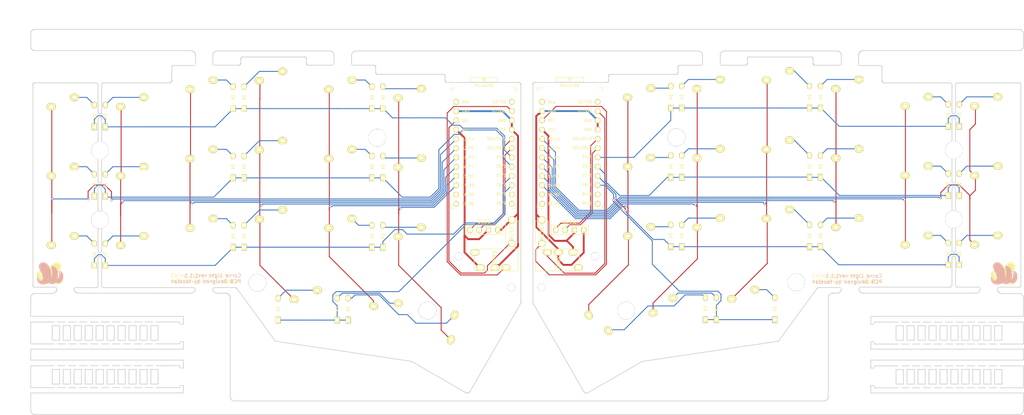
<source format=kicad_pcb>
(kicad_pcb (version 20171130) (host pcbnew "(5.1.2-1)-1")
  (title_block (title "Corne Light") (date 2018-12-26) (rev 2.1) (company foostan))
  (layers (0 F.Cu signal) (31 B.Cu signal) (34 B.Paste user) (35 F.Paste user) (36 B.SilkS user) (37 F.SilkS user) (38 B.Mask user) (39 F.Mask user) (44 Edge.Cuts user))
  (net 0 "")
  (net 1 row0)
  (net 2 "Net-(D1-Pad2)")
  (net 3 row1)
  (net 4 "Net-(D2-Pad2)")
  (net 5 row2)
  (net 6 "Net-(D3-Pad2)")
  (net 7 row3)
  (net 8 "Net-(D4-Pad2)")
  (net 9 "Net-(D5-Pad2)")
  (net 10 "Net-(D6-Pad2)")
  (net 11 "Net-(D7-Pad2)")
  (net 12 "Net-(D8-Pad2)")
  (net 13 "Net-(D9-Pad2)")
  (net 14 "Net-(D10-Pad2)")
  (net 15 "Net-(D11-Pad2)")
  (net 16 "Net-(D12-Pad2)")
  (net 17 "Net-(D13-Pad2)")
  (net 18 "Net-(D14-Pad2)")
  (net 19 "Net-(D15-Pad2)")
  (net 20 "Net-(D16-Pad2)")
  (net 21 "Net-(D17-Pad2)")
  (net 22 "Net-(D18-Pad2)")
  (net 23 "Net-(D19-Pad2)")
  (net 24 "Net-(D20-Pad2)")
  (net 25 "Net-(D21-Pad2)")
  (net 26 GND)
  (net 27 VCC)
  (net 28 col0)
  (net 29 col1)
  (net 30 col2)
  (net 31 col3)
  (net 32 col4)
  (net 33 col5)
  (net 34 LED)
  (net 35 data)
  (net 36 reset)
  (net 37 SCL)
  (net 38 SDA)
  (net 39 "Net-(U1-Pad14)")
  (net 40 "Net-(U1-Pad13)")
  (net 41 "Net-(U1-Pad12)")
  (net 42 "Net-(U1-Pad11)")
  (net 43 "Net-(J1-PadA)")
  (net 44 "Net-(U1-Pad24)")
  (net 45 "Net-(D22-Pad2)")
  (net 46 row0_r)
  (net 47 "Net-(D23-Pad2)")
  (net 48 "Net-(D24-Pad2)")
  (net 49 "Net-(D25-Pad2)")
  (net 50 "Net-(D26-Pad2)")
  (net 51 "Net-(D27-Pad2)")
  (net 52 row1_r)
  (net 53 "Net-(D28-Pad2)")
  (net 54 "Net-(D29-Pad2)")
  (net 55 "Net-(D30-Pad2)")
  (net 56 "Net-(D31-Pad2)")
  (net 57 "Net-(D32-Pad2)")
  (net 58 "Net-(D33-Pad2)")
  (net 59 row2_r)
  (net 60 "Net-(D34-Pad2)")
  (net 61 "Net-(D35-Pad2)")
  (net 62 "Net-(D36-Pad2)")
  (net 63 "Net-(D37-Pad2)")
  (net 64 "Net-(D38-Pad2)")
  (net 65 "Net-(D39-Pad2)")
  (net 66 "Net-(D40-Pad2)")
  (net 67 row3_r)
  (net 68 "Net-(D41-Pad2)")
  (net 69 "Net-(D42-Pad2)")
  (net 70 data_r)
  (net 71 "Net-(J6-PadA)")
  (net 72 SDA_r)
  (net 73 SCL_r)
  (net 74 LED_r)
  (net 75 reset_r)
  (net 76 col0_r)
  (net 77 col1_r)
  (net 78 col2_r)
  (net 79 col3_r)
  (net 80 col4_r)
  (net 81 col5_r)
  (net 82 "Net-(U2-Pad24)")
  (net 83 "Net-(U2-Pad14)")
  (net 84 "Net-(U2-Pad13)")
  (net 85 "Net-(U2-Pad12)")
  (net 86 "Net-(U2-Pad11)")
  (net 87 VDD)
  (net 88 GNDA)
  (module kbd:OLED_1side (layer F.Cu) (at 164.1945 77.194 180)
    (fp_text reference J7)
    (fp_text value OLED hide)
    (fp_text user OLED (at 3.825 2.13) (layer F.SilkS))
    (pad 4 thru_hole oval (at 7.62 0 180) (size 1.397 1.778) (drill 0.8128) (layers *.Cu F.SilkS B.Mask) (net 72 SDA_r))
    (pad 3 thru_hole oval (at 5.08 0 180) (size 1.397 1.778) (drill 0.8128) (layers *.Cu F.SilkS B.Mask) (net 73 SCL_r))
    (pad 2 thru_hole oval (at 2.54 0 180) (size 1.397 1.778) (drill 0.8128) (layers *.Cu F.SilkS B.Mask) (net 87 VDD))
    (pad 1 thru_hole oval (at 0 0 180) (size 1.397 1.778) (drill 0.8128) (layers *.Cu F.SilkS B.Mask) (net 88 GNDA))
  )
  (module kbd:OLED_1side (layer F.Cu) (at 133.0285 77.168)
    (fp_text reference J2)
    (fp_text value OLED hide)
    (fp_text user OLED (at 3.906 -2.284) (layer F.SilkS))
    (pad 4 thru_hole oval (at 7.62 0) (size 1.397 1.778) (drill 0.8128) (layers *.Cu F.SilkS B.Mask) (net 26 GND))
    (pad 3 thru_hole oval (at 5.08 0) (size 1.397 1.778) (drill 0.8128) (layers *.Cu F.SilkS B.Mask) (net 27 VCC))
    (pad 2 thru_hole oval (at 2.54 0) (size 1.397 1.778) (drill 0.8128) (layers *.Cu F.SilkS B.Mask) (net 37 SCL))
    (pad 1 thru_hole oval (at 0 0) (size 1.397 1.778) (drill 0.8128) (layers *.Cu F.SilkS B.Mask) (net 38 SDA))
  )
  (module kbd:D3_TH (layer F.Cu) (at 267.0245 83.774 90)
    (fp_text reference D34 hide)
    (fp_text value D hide)
    (pad 1 thru_hole rect (at -3 0 90) (size 1.778 1.397) (drill 0.8128) (layers *.Cu F.SilkS B.Mask) (net 59 row2_r))
    (pad 2 thru_hole oval (at 3 0 90) (size 1.778 1.397) (drill 0.8128) (layers *.Cu F.SilkS B.Mask) (net 60 "Net-(D34-Pad2)"))
  )
  (module kbd:D3_TH (layer F.Cu) (at 109.1875 59.92 90)
    (fp_text reference D12 hide)
    (fp_text value D hide)
    (pad 1 thru_hole rect (at -3 0 90) (size 1.778 1.397) (drill 0.8128) (layers *.Cu F.SilkS B.Mask) (net 3 row1))
    (pad 2 thru_hole oval (at 3 0 90) (size 1.778 1.397) (drill 0.8128) (layers *.Cu F.SilkS B.Mask) (net 16 "Net-(D12-Pad2)"))
  )
  (module kbd:D3_TH (layer F.Cu) (at 188.0245 59.774 90)
    (fp_text reference D33 hide)
    (fp_text value D hide)
    (pad 1 thru_hole rect (at -3 0 90) (size 1.778 1.397) (drill 0.8128) (layers *.Cu F.SilkS B.Mask) (net 52 row1_r))
    (pad 2 thru_hole oval (at 3 0 90) (size 1.778 1.397) (drill 0.8128) (layers *.Cu F.SilkS B.Mask) (net 58 "Net-(D33-Pad2)"))
  )
  (module kbd:D3_TH (layer F.Cu) (at 191.0245 59.774 90)
    (fp_text reference D32 hide)
    (fp_text value D hide)
    (pad 1 thru_hole rect (at -3 0 90) (size 1.778 1.397) (drill 0.8128) (layers *.Cu F.SilkS B.Mask) (net 52 row1_r))
    (pad 2 thru_hole oval (at 3 0 90) (size 1.778 1.397) (drill 0.8128) (layers *.Cu F.SilkS B.Mask) (net 57 "Net-(D32-Pad2)"))
  )
  (module kbd:D3_TH (layer F.Cu) (at 226.0245 59.769 90)
    (fp_text reference D31 hide)
    (fp_text value D hide)
    (pad 1 thru_hole rect (at -3 0 90) (size 1.778 1.397) (drill 0.8128) (layers *.Cu F.SilkS B.Mask) (net 52 row1_r))
    (pad 2 thru_hole oval (at 3 0 90) (size 1.778 1.397) (drill 0.8128) (layers *.Cu F.SilkS B.Mask) (net 56 "Net-(D31-Pad2)"))
  )
  (module kbd:D3_TH (layer F.Cu) (at 229.0245 59.774 90)
    (fp_text reference D30 hide)
    (fp_text value D hide)
    (pad 1 thru_hole rect (at -3 0 90) (size 1.778 1.397) (drill 0.8128) (layers *.Cu F.SilkS B.Mask) (net 52 row1_r))
    (pad 2 thru_hole oval (at 3 0 90) (size 1.778 1.397) (drill 0.8128) (layers *.Cu F.SilkS B.Mask) (net 55 "Net-(D30-Pad2)"))
  )
  (module kbd:D3_TH (layer F.Cu) (at 264.0245 64.774 90)
    (fp_text reference D29 hide)
    (fp_text value D hide)
    (pad 1 thru_hole rect (at -3 0 90) (size 1.778 1.397) (drill 0.8128) (layers *.Cu F.SilkS B.Mask) (net 52 row1_r))
    (pad 2 thru_hole oval (at 3 0 90) (size 1.778 1.397) (drill 0.8128) (layers *.Cu F.SilkS B.Mask) (net 54 "Net-(D29-Pad2)"))
  )
  (module kbd:D3_TH (layer F.Cu) (at 267.0245 64.774 90)
    (fp_text reference D28 hide)
    (fp_text value D hide)
    (pad 1 thru_hole rect (at -3 0 90) (size 1.778 1.397) (drill 0.8128) (layers *.Cu F.SilkS B.Mask) (net 52 row1_r))
    (pad 2 thru_hole oval (at 3 0 90) (size 1.778 1.397) (drill 0.8128) (layers *.Cu F.SilkS B.Mask) (net 53 "Net-(D28-Pad2)"))
  )
  (module kbd:D3_TH (layer F.Cu) (at 188.0245 40.774 90)
    (fp_text reference D27 hide)
    (fp_text value D hide)
    (pad 1 thru_hole rect (at -3 0 90) (size 1.778 1.397) (drill 0.8128) (layers *.Cu F.SilkS B.Mask) (net 46 row0_r))
    (pad 2 thru_hole oval (at 3 0 90) (size 1.778 1.397) (drill 0.8128) (layers *.Cu F.SilkS B.Mask) (net 51 "Net-(D27-Pad2)"))
  )
  (module kbd:D3_TH (layer F.Cu) (at 191.0245 40.774 90)
    (fp_text reference D26 hide)
    (fp_text value D hide)
    (pad 1 thru_hole rect (at -3 0 90) (size 1.778 1.397) (drill 0.8128) (layers *.Cu F.SilkS B.Mask) (net 46 row0_r))
    (pad 2 thru_hole oval (at 3 0 90) (size 1.778 1.397) (drill 0.8128) (layers *.Cu F.SilkS B.Mask) (net 50 "Net-(D26-Pad2)"))
  )
  (module kbd:D3_TH (layer F.Cu) (at 226.0245 40.769 90)
    (fp_text reference D25 hide)
    (fp_text value D hide)
    (pad 1 thru_hole rect (at -3 0 90) (size 1.778 1.397) (drill 0.8128) (layers *.Cu F.SilkS B.Mask) (net 46 row0_r))
    (pad 2 thru_hole oval (at 3 0 90) (size 1.778 1.397) (drill 0.8128) (layers *.Cu F.SilkS B.Mask) (net 49 "Net-(D25-Pad2)"))
  )
  (module kbd:D3_TH (layer F.Cu) (at 229.0245 40.774 90)
    (fp_text reference D24 hide)
    (fp_text value D hide)
    (pad 1 thru_hole rect (at -3 0 90) (size 1.778 1.397) (drill 0.8128) (layers *.Cu F.SilkS B.Mask) (net 46 row0_r))
    (pad 2 thru_hole oval (at 3 0 90) (size 1.778 1.397) (drill 0.8128) (layers *.Cu F.SilkS B.Mask) (net 48 "Net-(D24-Pad2)"))
  )
  (module kbd:D3_TH (layer F.Cu) (at 264.0245 45.774 90)
    (fp_text reference D23 hide)
    (fp_text value D hide)
    (pad 1 thru_hole rect (at -3 0 90) (size 1.778 1.397) (drill 0.8128) (layers *.Cu F.SilkS B.Mask) (net 46 row0_r))
    (pad 2 thru_hole oval (at 3 0 90) (size 1.778 1.397) (drill 0.8128) (layers *.Cu F.SilkS B.Mask) (net 47 "Net-(D23-Pad2)"))
  )
  (module kbd:D3_TH (layer F.Cu) (at 267.0245 45.774 90)
    (fp_text reference D22 hide)
    (fp_text value D hide)
    (pad 1 thru_hole rect (at -3 0 90) (size 1.778 1.397) (drill 0.8128) (layers *.Cu F.SilkS B.Mask) (net 46 row0_r))
    (pad 2 thru_hole oval (at 3 0 90) (size 1.778 1.397) (drill 0.8128) (layers *.Cu F.SilkS B.Mask) (net 45 "Net-(D22-Pad2)"))
  )
  (module kbd:D3_TH (layer F.Cu) (at 197.5345 98.769 90)
    (fp_text reference D42 hide)
    (fp_text value D hide)
    (pad 1 thru_hole rect (at -3 0 90) (size 1.778 1.397) (drill 0.8128) (layers *.Cu F.SilkS B.Mask) (net 67 row3_r))
    (pad 2 thru_hole oval (at 3 0 90) (size 1.778 1.397) (drill 0.8128) (layers *.Cu F.SilkS B.Mask) (net 69 "Net-(D42-Pad2)"))
  )
  (module kbd:D3_TH (layer F.Cu) (at 200.5345 98.769 90)
    (fp_text reference D41 hide)
    (fp_text value D hide)
    (pad 1 thru_hole rect (at -3 0 90) (size 1.778 1.397) (drill 0.8128) (layers *.Cu F.SilkS B.Mask) (net 67 row3_r))
    (pad 2 thru_hole oval (at 3 0 90) (size 1.778 1.397) (drill 0.8128) (layers *.Cu F.SilkS B.Mask) (net 68 "Net-(D41-Pad2)"))
  )
  (module kbd:D3_TH (layer F.Cu) (at 216.5245 98.784 90)
    (fp_text reference D40 hide)
    (fp_text value D hide)
    (pad 1 thru_hole rect (at -3 0 90) (size 1.778 1.397) (drill 0.8128) (layers *.Cu F.SilkS B.Mask) (net 67 row3_r))
    (pad 2 thru_hole oval (at 3 0 90) (size 1.778 1.397) (drill 0.8128) (layers *.Cu F.SilkS B.Mask) (net 66 "Net-(D40-Pad2)"))
  )
  (module kbd:D3_TH (layer F.Cu) (at 188.0245 78.774 90)
    (fp_text reference D39 hide)
    (fp_text value D hide)
    (pad 1 thru_hole rect (at -3 0 90) (size 1.778 1.397) (drill 0.8128) (layers *.Cu F.SilkS B.Mask) (net 59 row2_r))
    (pad 2 thru_hole oval (at 3 0 90) (size 1.778 1.397) (drill 0.8128) (layers *.Cu F.SilkS B.Mask) (net 65 "Net-(D39-Pad2)"))
  )
  (module kbd:D3_TH (layer F.Cu) (at 191.0245 78.774 90)
    (fp_text reference D38 hide)
    (fp_text value D hide)
    (pad 1 thru_hole rect (at -3 0 90) (size 1.778 1.397) (drill 0.8128) (layers *.Cu F.SilkS B.Mask) (net 59 row2_r))
    (pad 2 thru_hole oval (at 3 0 90) (size 1.778 1.397) (drill 0.8128) (layers *.Cu F.SilkS B.Mask) (net 64 "Net-(D38-Pad2)"))
  )
  (module kbd:D3_TH (layer F.Cu) (at 226.0245 78.769 90)
    (fp_text reference D37 hide)
    (fp_text value D hide)
    (pad 1 thru_hole rect (at -3 0 90) (size 1.778 1.397) (drill 0.8128) (layers *.Cu F.SilkS B.Mask) (net 59 row2_r))
    (pad 2 thru_hole oval (at 3 0 90) (size 1.778 1.397) (drill 0.8128) (layers *.Cu F.SilkS B.Mask) (net 63 "Net-(D37-Pad2)"))
  )
  (module kbd:D3_TH (layer F.Cu) (at 229.0245 78.774 90)
    (fp_text reference D36 hide)
    (fp_text value D hide)
    (pad 1 thru_hole rect (at -3 0 90) (size 1.778 1.397) (drill 0.8128) (layers *.Cu F.SilkS B.Mask) (net 59 row2_r))
    (pad 2 thru_hole oval (at 3 0 90) (size 1.778 1.397) (drill 0.8128) (layers *.Cu F.SilkS B.Mask) (net 62 "Net-(D36-Pad2)"))
  )
  (module kbd:D3_TH (layer F.Cu) (at 264.0245 83.774 90)
    (fp_text reference D35 hide)
    (fp_text value D hide)
    (pad 1 thru_hole rect (at -3 0 90) (size 1.778 1.397) (drill 0.8128) (layers *.Cu F.SilkS B.Mask) (net 59 row2_r))
    (pad 2 thru_hole oval (at 3 0 90) (size 1.778 1.397) (drill 0.8128) (layers *.Cu F.SilkS B.Mask) (net 61 "Net-(D35-Pad2)"))
  )
  (module kbd:D3_TH (layer F.Cu) (at 30.1875 45.916875 90)
    (fp_text reference D1 hide)
    (fp_text value D hide)
    (pad 1 thru_hole rect (at -3 0 90) (size 1.778 1.397) (drill 0.8128) (layers *.Cu F.SilkS B.Mask) (net 1 row0))
    (pad 2 thru_hole oval (at 3 0 90) (size 1.778 1.397) (drill 0.8128) (layers *.Cu F.SilkS B.Mask) (net 2 "Net-(D1-Pad2)"))
  )
  (module kbd:D3_TH (layer F.Cu) (at 33.1875 45.92 90)
    (fp_text reference D2 hide)
    (fp_text value D hide)
    (pad 1 thru_hole rect (at -3 0 90) (size 1.778 1.397) (drill 0.8128) (layers *.Cu F.SilkS B.Mask) (net 1 row0))
    (pad 2 thru_hole oval (at 3 0 90) (size 1.778 1.397) (drill 0.8128) (layers *.Cu F.SilkS B.Mask) (net 4 "Net-(D2-Pad2)"))
  )
  (module kbd:D3_TH (layer F.Cu) (at 68.1875 40.92 90)
    (fp_text reference D3 hide)
    (fp_text value D hide)
    (pad 1 thru_hole rect (at -3 0 90) (size 1.778 1.397) (drill 0.8128) (layers *.Cu F.SilkS B.Mask) (net 1 row0))
    (pad 2 thru_hole oval (at 3 0 90) (size 1.778 1.397) (drill 0.8128) (layers *.Cu F.SilkS B.Mask) (net 6 "Net-(D3-Pad2)"))
  )
  (module kbd:D3_TH (layer F.Cu) (at 71.1875 40.915 90)
    (fp_text reference D4 hide)
    (fp_text value D hide)
    (pad 1 thru_hole rect (at -3 0 90) (size 1.778 1.397) (drill 0.8128) (layers *.Cu F.SilkS B.Mask) (net 1 row0))
    (pad 2 thru_hole oval (at 3 0 90) (size 1.778 1.397) (drill 0.8128) (layers *.Cu F.SilkS B.Mask) (net 8 "Net-(D4-Pad2)"))
  )
  (module kbd:D3_TH (layer F.Cu) (at 106.1875 40.92 90)
    (fp_text reference D5 hide)
    (fp_text value D hide)
    (pad 1 thru_hole rect (at -3 0 90) (size 1.778 1.397) (drill 0.8128) (layers *.Cu F.SilkS B.Mask) (net 1 row0))
    (pad 2 thru_hole oval (at 3 0 90) (size 1.778 1.397) (drill 0.8128) (layers *.Cu F.SilkS B.Mask) (net 9 "Net-(D5-Pad2)"))
  )
  (module kbd:D3_TH (layer F.Cu) (at 109.1875 40.92 90)
    (fp_text reference D6 hide)
    (fp_text value D hide)
    (pad 1 thru_hole rect (at -3 0 90) (size 1.778 1.397) (drill 0.8128) (layers *.Cu F.SilkS B.Mask) (net 1 row0))
    (pad 2 thru_hole oval (at 3 0 90) (size 1.778 1.397) (drill 0.8128) (layers *.Cu F.SilkS B.Mask) (net 10 "Net-(D6-Pad2)"))
  )
  (module kbd:D3_TH (layer F.Cu) (at 30.1875 64.916875 90)
    (fp_text reference D7 hide)
    (fp_text value D hide)
    (pad 1 thru_hole rect (at -3 0 90) (size 1.778 1.397) (drill 0.8128) (layers *.Cu F.SilkS B.Mask) (net 3 row1))
    (pad 2 thru_hole oval (at 3 0 90) (size 1.778 1.397) (drill 0.8128) (layers *.Cu F.SilkS B.Mask) (net 11 "Net-(D7-Pad2)"))
  )
  (module kbd:D3_TH (layer F.Cu) (at 33.1875 64.92 90)
    (fp_text reference D8 hide)
    (fp_text value D hide)
    (pad 1 thru_hole rect (at -3 0 90) (size 1.778 1.397) (drill 0.8128) (layers *.Cu F.SilkS B.Mask) (net 3 row1))
    (pad 2 thru_hole oval (at 3 0 90) (size 1.778 1.397) (drill 0.8128) (layers *.Cu F.SilkS B.Mask) (net 12 "Net-(D8-Pad2)"))
  )
  (module kbd:D3_TH (layer F.Cu) (at 68.1875 59.92 90)
    (fp_text reference D9 hide)
    (fp_text value D hide)
    (pad 1 thru_hole rect (at -3 0 90) (size 1.778 1.397) (drill 0.8128) (layers *.Cu F.SilkS B.Mask) (net 3 row1))
    (pad 2 thru_hole oval (at 3 0 90) (size 1.778 1.397) (drill 0.8128) (layers *.Cu F.SilkS B.Mask) (net 13 "Net-(D9-Pad2)"))
  )
  (module kbd:D3_TH (layer F.Cu) (at 71.1875 59.915 90)
    (fp_text reference D10 hide)
    (fp_text value D hide)
    (pad 1 thru_hole rect (at -3 0 90) (size 1.778 1.397) (drill 0.8128) (layers *.Cu F.SilkS B.Mask) (net 3 row1))
    (pad 2 thru_hole oval (at 3 0 90) (size 1.778 1.397) (drill 0.8128) (layers *.Cu F.SilkS B.Mask) (net 14 "Net-(D10-Pad2)"))
  )
  (module kbd:D3_TH (layer F.Cu) (at 106.1875 59.92 90)
    (fp_text reference D11 hide)
    (fp_text value D hide)
    (pad 1 thru_hole rect (at -3 0 90) (size 1.778 1.397) (drill 0.8128) (layers *.Cu F.SilkS B.Mask) (net 3 row1))
    (pad 2 thru_hole oval (at 3 0 90) (size 1.778 1.397) (drill 0.8128) (layers *.Cu F.SilkS B.Mask) (net 15 "Net-(D11-Pad2)"))
  )
  (module kbd:D3_TH (layer F.Cu) (at 30.1875 83.916875 90)
    (fp_text reference D13 hide)
    (fp_text value D hide)
    (pad 1 thru_hole rect (at -3 0 90) (size 1.778 1.397) (drill 0.8128) (layers *.Cu F.SilkS B.Mask) (net 5 row2))
    (pad 2 thru_hole oval (at 3 0 90) (size 1.778 1.397) (drill 0.8128) (layers *.Cu F.SilkS B.Mask) (net 17 "Net-(D13-Pad2)"))
  )
  (module kbd:D3_TH (layer F.Cu) (at 33.1875 83.92 90)
    (fp_text reference D14 hide)
    (fp_text value D hide)
    (pad 1 thru_hole rect (at -3 0 90) (size 1.778 1.397) (drill 0.8128) (layers *.Cu F.SilkS B.Mask) (net 5 row2))
    (pad 2 thru_hole oval (at 3 0 90) (size 1.778 1.397) (drill 0.8128) (layers *.Cu F.SilkS B.Mask) (net 18 "Net-(D14-Pad2)"))
  )
  (module kbd:D3_TH (layer F.Cu) (at 68.1875 78.92 90)
    (fp_text reference D15 hide)
    (fp_text value D hide)
    (pad 1 thru_hole rect (at -3 0 90) (size 1.778 1.397) (drill 0.8128) (layers *.Cu F.SilkS B.Mask) (net 5 row2))
    (pad 2 thru_hole oval (at 3 0 90) (size 1.778 1.397) (drill 0.8128) (layers *.Cu F.SilkS B.Mask) (net 19 "Net-(D15-Pad2)"))
  )
  (module kbd:D3_TH (layer F.Cu) (at 71.1875 78.915 90)
    (fp_text reference D16 hide)
    (fp_text value D hide)
    (pad 1 thru_hole rect (at -3 0 90) (size 1.778 1.397) (drill 0.8128) (layers *.Cu F.SilkS B.Mask) (net 5 row2))
    (pad 2 thru_hole oval (at 3 0 90) (size 1.778 1.397) (drill 0.8128) (layers *.Cu F.SilkS B.Mask) (net 20 "Net-(D16-Pad2)"))
  )
  (module kbd:D3_TH (layer F.Cu) (at 106.1875 78.92 90)
    (fp_text reference D17 hide)
    (fp_text value D hide)
    (pad 1 thru_hole rect (at -3 0 90) (size 1.778 1.397) (drill 0.8128) (layers *.Cu F.SilkS B.Mask) (net 5 row2))
    (pad 2 thru_hole oval (at 3 0 90) (size 1.778 1.397) (drill 0.8128) (layers *.Cu F.SilkS B.Mask) (net 21 "Net-(D17-Pad2)"))
  )
  (module kbd:D3_TH (layer F.Cu) (at 109.1875 78.92 90)
    (fp_text reference D18 hide)
    (fp_text value D hide)
    (pad 1 thru_hole rect (at -3 0 90) (size 1.778 1.397) (drill 0.8128) (layers *.Cu F.SilkS B.Mask) (net 5 row2))
    (pad 2 thru_hole oval (at 3 0 90) (size 1.778 1.397) (drill 0.8128) (layers *.Cu F.SilkS B.Mask) (net 22 "Net-(D18-Pad2)"))
  )
  (module kbd:D3_TH (layer F.Cu) (at 80.5075 98.91 90)
    (fp_text reference D19 hide)
    (fp_text value D hide)
    (pad 1 thru_hole rect (at -3 0 90) (size 1.778 1.397) (drill 0.8128) (layers *.Cu F.SilkS B.Mask) (net 7 row3))
    (pad 2 thru_hole oval (at 3 0 90) (size 1.778 1.397) (drill 0.8128) (layers *.Cu F.SilkS B.Mask) (net 23 "Net-(D19-Pad2)"))
  )
  (module kbd:D3_TH (layer F.Cu) (at 96.6875 98.905 90)
    (fp_text reference D20 hide)
    (fp_text value D hide)
    (pad 1 thru_hole rect (at -3 0 90) (size 1.778 1.397) (drill 0.8128) (layers *.Cu F.SilkS B.Mask) (net 7 row3))
    (pad 2 thru_hole oval (at 3 0 90) (size 1.778 1.397) (drill 0.8128) (layers *.Cu F.SilkS B.Mask) (net 24 "Net-(D20-Pad2)"))
  )
  (module kbd:D3_TH (layer F.Cu) (at 99.6875 98.905 90)
    (fp_text reference D21 hide)
    (fp_text value D hide)
    (pad 1 thru_hole rect (at -3 0 90) (size 1.778 1.397) (drill 0.8128) (layers *.Cu F.SilkS B.Mask) (net 7 row3))
    (pad 2 thru_hole oval (at 3 0 90) (size 1.778 1.397) (drill 0.8128) (layers *.Cu F.SilkS B.Mask) (net 25 "Net-(D21-Pad2)"))
  )
  (module kbd:CherryMX_1u (layer F.Cu) (at 22.1875 45.92)
    (fp_text reference SW1 hide)
    (fp_text value SW_PUSH hide)
    (pad "" np_thru_hole circle (at 0 0 90) (size 4 4) (drill 4) (layers *.Cu *.Mask))
    (pad "" np_thru_hole circle (at -5.08 0 90) (size 1.9 1.9) (drill 1.9) (layers *.Cu *.Mask))
    (pad "" np_thru_hole circle (at 5.08 0 90) (size 1.9 1.9) (drill 1.9) (layers *.Cu *.Mask))
    (pad 2 thru_hole oval (at 2.54 -5.08) (size 2.5 2) (drill oval 1.2 0.8) (layers *.Cu F.SilkS B.Mask) (net 2 "Net-(D1-Pad2)"))
    (pad 1 thru_hole oval (at -3.81 -2.54) (size 2.5 2) (drill oval 1.2 0.8) (layers *.Cu F.SilkS B.Mask) (net 28 col0))
  )
  (module kbd:CherryMX_1u (layer F.Cu) (at 41.1875 45.92)
    (fp_text reference SW2 hide)
    (fp_text value SW_PUSH hide)
    (pad "" np_thru_hole circle (at 0 0 90) (size 4 4) (drill 4) (layers *.Cu *.Mask))
    (pad "" np_thru_hole circle (at -5.08 0 90) (size 1.9 1.9) (drill 1.9) (layers *.Cu *.Mask))
    (pad "" np_thru_hole circle (at 5.08 0 90) (size 1.9 1.9) (drill 1.9) (layers *.Cu *.Mask))
    (pad 2 thru_hole oval (at 2.54 -5.08) (size 2.5 2) (drill oval 1.2 0.8) (layers *.Cu F.SilkS B.Mask) (net 4 "Net-(D2-Pad2)"))
    (pad 1 thru_hole oval (at -3.81 -2.54) (size 2.5 2) (drill oval 1.2 0.8) (layers *.Cu F.SilkS B.Mask) (net 29 col1))
  )
  (module kbd:CherryMX_1u (layer F.Cu) (at 218.0245 76.649)
    (fp_text reference SW37 hide)
    (fp_text value SW_PUSH hide)
    (pad "" np_thru_hole circle (at 0 0 90) (size 4 4) (drill 4) (layers *.Cu *.Mask))
    (pad "" np_thru_hole circle (at -5.08 0 90) (size 1.9 1.9) (drill 1.9) (layers *.Cu *.Mask))
    (pad "" np_thru_hole circle (at 5.08 0 90) (size 1.9 1.9) (drill 1.9) (layers *.Cu *.Mask))
    (pad 2 thru_hole oval (at 2.54 -5.08) (size 2.5 2) (drill oval 1.2 0.8) (layers *.Cu F.SilkS B.Mask) (net 63 "Net-(D37-Pad2)"))
    (pad 1 thru_hole oval (at -3.81 -2.54) (size 2.5 2) (drill oval 1.2 0.8) (layers *.Cu F.SilkS B.Mask) (net 79 col3_r))
  )
  (module kbd:CherryMX_1u (layer F.Cu) (at 60.1875 60.17)
    (fp_text reference SW9 hide)
    (fp_text value SW_PUSH hide)
    (pad "" np_thru_hole circle (at 0 0 90) (size 4 4) (drill 4) (layers *.Cu *.Mask))
    (pad "" np_thru_hole circle (at -5.08 0 90) (size 1.9 1.9) (drill 1.9) (layers *.Cu *.Mask))
    (pad "" np_thru_hole circle (at 5.08 0 90) (size 1.9 1.9) (drill 1.9) (layers *.Cu *.Mask))
    (pad 2 thru_hole oval (at 2.54 -5.08) (size 2.5 2) (drill oval 1.2 0.8) (layers *.Cu F.SilkS B.Mask) (net 13 "Net-(D9-Pad2)"))
    (pad 1 thru_hole oval (at -3.81 -2.54) (size 2.5 2) (drill oval 1.2 0.8) (layers *.Cu F.SilkS B.Mask) (net 30 col2))
  )
  (module kbd:CherryMX_1u (layer F.Cu) (at 199.0245 60.024)
    (fp_text reference SW32 hide)
    (fp_text value SW_PUSH hide)
    (pad "" np_thru_hole circle (at 0 0 90) (size 4 4) (drill 4) (layers *.Cu *.Mask))
    (pad "" np_thru_hole circle (at -5.08 0 90) (size 1.9 1.9) (drill 1.9) (layers *.Cu *.Mask))
    (pad "" np_thru_hole circle (at 5.08 0 90) (size 1.9 1.9) (drill 1.9) (layers *.Cu *.Mask))
    (pad 2 thru_hole oval (at 2.54 -5.08) (size 2.5 2) (drill oval 1.2 0.8) (layers *.Cu F.SilkS B.Mask) (net 57 "Net-(D32-Pad2)"))
    (pad 1 thru_hole oval (at -3.81 -2.54) (size 2.5 2) (drill oval 1.2 0.8) (layers *.Cu F.SilkS B.Mask) (net 80 col4_r))
  )
  (module kbd:CherryMX_1u (layer F.Cu) (at 199.0245 41.024)
    (fp_text reference SW26 hide)
    (fp_text value SW_PUSH hide)
    (pad "" np_thru_hole circle (at 0 0 90) (size 4 4) (drill 4) (layers *.Cu *.Mask))
    (pad "" np_thru_hole circle (at -5.08 0 90) (size 1.9 1.9) (drill 1.9) (layers *.Cu *.Mask))
    (pad "" np_thru_hole circle (at 5.08 0 90) (size 1.9 1.9) (drill 1.9) (layers *.Cu *.Mask))
    (pad 2 thru_hole oval (at 2.54 -5.08) (size 2.5 2) (drill oval 1.2 0.8) (layers *.Cu F.SilkS B.Mask) (net 50 "Net-(D26-Pad2)"))
    (pad 1 thru_hole oval (at -3.81 -2.54) (size 2.5 2) (drill oval 1.2 0.8) (layers *.Cu F.SilkS B.Mask) (net 80 col4_r))
  )
  (module kbd:CherryMX_1u (layer F.Cu) (at 187.5245 101.399 15)
    (fp_text reference SW41 hide)
    (fp_text value SW_PUSH hide)
    (pad "" np_thru_hole circle (at 0 0 105) (size 4 4) (drill 4) (layers *.Cu *.Mask))
    (pad "" np_thru_hole circle (at -5.08 0 105) (size 1.9 1.9) (drill 1.9) (layers *.Cu *.Mask))
    (pad "" np_thru_hole circle (at 5.08 0 105) (size 1.9 1.9) (drill 1.9) (layers *.Cu *.Mask))
    (pad 2 thru_hole oval (at 2.54 -5.08 15) (size 2.5 2) (drill oval 1.2 0.8) (layers *.Cu F.SilkS B.Mask) (net 68 "Net-(D41-Pad2)"))
    (pad 1 thru_hole oval (at -3.81 -2.54 15) (size 2.5 2) (drill oval 1.2 0.8) (layers *.Cu F.SilkS B.Mask) (net 80 col4_r))
  )
  (module kbd:CherryMX_1u (layer F.Cu) (at 165.2745 105.149 300)
    (fp_text reference SW42 hide)
    (fp_text value SW_PUSH hide)
    (pad "" np_thru_hole circle (at 0 0 30) (size 4 4) (drill 4) (layers *.Cu *.Mask))
    (pad "" np_thru_hole circle (at -5.08 0 30) (size 1.9 1.9) (drill 1.9) (layers *.Cu *.Mask))
    (pad "" np_thru_hole circle (at 5.08 0 30) (size 1.9 1.9) (drill 1.9) (layers *.Cu *.Mask))
    (pad 2 thru_hole oval (at 2.54 -5.08 300) (size 2.5 2) (drill oval 1.2 0.8) (layers *.Cu F.SilkS B.Mask) (net 69 "Net-(D42-Pad2)"))
    (pad 1 thru_hole oval (at -3.81 -2.54 300) (size 2.5 2) (drill oval 1.2 0.8) (layers *.Cu F.SilkS B.Mask) (net 81 col5_r))
  )
  (module kbd:CherryMX_1u (layer F.Cu) (at 117.1875 81.545)
    (fp_text reference SW18 hide)
    (fp_text value SW_PUSH hide)
    (pad "" np_thru_hole circle (at 0 0 90) (size 4 4) (drill 4) (layers *.Cu *.Mask))
    (pad "" np_thru_hole circle (at -5.08 0 90) (size 1.9 1.9) (drill 1.9) (layers *.Cu *.Mask))
    (pad "" np_thru_hole circle (at 5.08 0 90) (size 1.9 1.9) (drill 1.9) (layers *.Cu *.Mask))
    (pad 2 thru_hole oval (at 2.54 -5.08) (size 2.5 2) (drill oval 1.2 0.8) (layers *.Cu F.SilkS B.Mask) (net 22 "Net-(D18-Pad2)"))
    (pad 1 thru_hole oval (at -3.81 -2.54) (size 2.5 2) (drill oval 1.2 0.8) (layers *.Cu F.SilkS B.Mask) (net 33 col5))
  )
  (module kbd:CherryMX_1u (layer F.Cu) (at 60.1875 41.17)
    (fp_text reference SW3 hide)
    (fp_text value SW_PUSH hide)
    (pad "" np_thru_hole circle (at 0 0 90) (size 4 4) (drill 4) (layers *.Cu *.Mask))
    (pad "" np_thru_hole circle (at -5.08 0 90) (size 1.9 1.9) (drill 1.9) (layers *.Cu *.Mask))
    (pad "" np_thru_hole circle (at 5.08 0 90) (size 1.9 1.9) (drill 1.9) (layers *.Cu *.Mask))
    (pad 2 thru_hole oval (at 2.54 -5.08) (size 2.5 2) (drill oval 1.2 0.8) (layers *.Cu F.SilkS B.Mask) (net 6 "Net-(D3-Pad2)"))
    (pad 1 thru_hole oval (at -3.81 -2.54) (size 2.5 2) (drill oval 1.2 0.8) (layers *.Cu F.SilkS B.Mask) (net 30 col2))
  )
  (module kbd:CherryMX_1u (layer F.Cu) (at 41.1875 83.92)
    (fp_text reference SW14 hide)
    (fp_text value SW_PUSH hide)
    (pad "" np_thru_hole circle (at 0 0 90) (size 4 4) (drill 4) (layers *.Cu *.Mask))
    (pad "" np_thru_hole circle (at -5.08 0 90) (size 1.9 1.9) (drill 1.9) (layers *.Cu *.Mask))
    (pad "" np_thru_hole circle (at 5.08 0 90) (size 1.9 1.9) (drill 1.9) (layers *.Cu *.Mask))
    (pad 2 thru_hole oval (at 2.54 -5.08) (size 2.5 2) (drill oval 1.2 0.8) (layers *.Cu F.SilkS B.Mask) (net 18 "Net-(D14-Pad2)"))
    (pad 1 thru_hole oval (at -3.81 -2.54) (size 2.5 2) (drill oval 1.2 0.8) (layers *.Cu F.SilkS B.Mask) (net 29 col1))
  )
  (module kbd:CherryMX_1u (layer F.Cu) (at 131.9375 105.295 60)
    (fp_text reference SW21 hide)
    (fp_text value SW_PUSH hide)
    (pad "" np_thru_hole circle (at 0 0 150) (size 4 4) (drill 4) (layers *.Cu *.Mask))
    (pad "" np_thru_hole circle (at -5.08 0 150) (size 1.9 1.9) (drill 1.9) (layers *.Cu *.Mask))
    (pad "" np_thru_hole circle (at 5.08 0 150) (size 1.9 1.9) (drill 1.9) (layers *.Cu *.Mask))
    (pad 2 thru_hole oval (at 2.54 -5.08 60) (size 2.5 2) (drill oval 1.2 0.8) (layers *.Cu F.SilkS B.Mask) (net 25 "Net-(D21-Pad2)"))
    (pad 1 thru_hole oval (at -3.81 -2.54 60) (size 2.5 2) (drill oval 1.2 0.8) (layers *.Cu F.SilkS B.Mask) (net 33 col5))
  )
  (module kbd:CherryMX_1u (layer F.Cu) (at 180.0245 43.399)
    (fp_text reference SW27 hide)
    (fp_text value SW_PUSH hide)
    (pad "" np_thru_hole circle (at 0 0 90) (size 4 4) (drill 4) (layers *.Cu *.Mask))
    (pad "" np_thru_hole circle (at -5.08 0 90) (size 1.9 1.9) (drill 1.9) (layers *.Cu *.Mask))
    (pad "" np_thru_hole circle (at 5.08 0 90) (size 1.9 1.9) (drill 1.9) (layers *.Cu *.Mask))
    (pad 2 thru_hole oval (at 2.54 -5.08) (size 2.5 2) (drill oval 1.2 0.8) (layers *.Cu F.SilkS B.Mask) (net 51 "Net-(D27-Pad2)"))
    (pad 1 thru_hole oval (at -3.81 -2.54) (size 2.5 2) (drill oval 1.2 0.8) (layers *.Cu F.SilkS B.Mask) (net 81 col5_r))
  )
  (module kbd:CherryMX_1u (layer F.Cu) (at 117.1875 62.545)
    (fp_text reference SW12 hide)
    (fp_text value SW_PUSH hide)
    (pad "" np_thru_hole circle (at 0 0 90) (size 4 4) (drill 4) (layers *.Cu *.Mask))
    (pad "" np_thru_hole circle (at -5.08 0 90) (size 1.9 1.9) (drill 1.9) (layers *.Cu *.Mask))
    (pad "" np_thru_hole circle (at 5.08 0 90) (size 1.9 1.9) (drill 1.9) (layers *.Cu *.Mask))
    (pad 2 thru_hole oval (at 2.54 -5.08) (size 2.5 2) (drill oval 1.2 0.8) (layers *.Cu F.SilkS B.Mask) (net 16 "Net-(D12-Pad2)"))
    (pad 1 thru_hole oval (at -3.81 -2.54) (size 2.5 2) (drill oval 1.2 0.8) (layers *.Cu F.SilkS B.Mask) (net 33 col5))
  )
  (module kbd:CherryMX_1u (layer F.Cu) (at 109.6875 101.545 345)
    (fp_text reference SW20 hide)
    (fp_text value SW_PUSH hide)
    (pad "" np_thru_hole circle (at 0 0 75) (size 4 4) (drill 4) (layers *.Cu *.Mask))
    (pad "" np_thru_hole circle (at -5.08 0 75) (size 1.9 1.9) (drill 1.9) (layers *.Cu *.Mask))
    (pad "" np_thru_hole circle (at 5.08 0 75) (size 1.9 1.9) (drill 1.9) (layers *.Cu *.Mask))
    (pad 2 thru_hole oval (at 2.54 -5.08 345) (size 2.5 2) (drill oval 1.2 0.8) (layers *.Cu F.SilkS B.Mask) (net 24 "Net-(D20-Pad2)"))
    (pad 1 thru_hole oval (at -3.81 -2.54 345) (size 2.5 2) (drill oval 1.2 0.8) (layers *.Cu F.SilkS B.Mask) (net 32 col4))
  )
  (module kbd:CherryMX_1u (layer F.Cu) (at 22.1875 64.92)
    (fp_text reference SW7 hide)
    (fp_text value SW_PUSH hide)
    (pad "" np_thru_hole circle (at 0 0 90) (size 4 4) (drill 4) (layers *.Cu *.Mask))
    (pad "" np_thru_hole circle (at -5.08 0 90) (size 1.9 1.9) (drill 1.9) (layers *.Cu *.Mask))
    (pad "" np_thru_hole circle (at 5.08 0 90) (size 1.9 1.9) (drill 1.9) (layers *.Cu *.Mask))
    (pad 2 thru_hole oval (at 2.54 -5.08) (size 2.5 2) (drill oval 1.2 0.8) (layers *.Cu F.SilkS B.Mask) (net 11 "Net-(D7-Pad2)"))
    (pad 1 thru_hole oval (at -3.81 -2.54) (size 2.5 2) (drill oval 1.2 0.8) (layers *.Cu F.SilkS B.Mask) (net 28 col0))
  )
  (module kbd:CherryMX_1u (layer F.Cu) (at 41.1875 64.92)
    (fp_text reference SW8 hide)
    (fp_text value SW_PUSH hide)
    (pad "" np_thru_hole circle (at 0 0 90) (size 4 4) (drill 4) (layers *.Cu *.Mask))
    (pad "" np_thru_hole circle (at -5.08 0 90) (size 1.9 1.9) (drill 1.9) (layers *.Cu *.Mask))
    (pad "" np_thru_hole circle (at 5.08 0 90) (size 1.9 1.9) (drill 1.9) (layers *.Cu *.Mask))
    (pad 2 thru_hole oval (at 2.54 -5.08) (size 2.5 2) (drill oval 1.2 0.8) (layers *.Cu F.SilkS B.Mask) (net 12 "Net-(D8-Pad2)"))
    (pad 1 thru_hole oval (at -3.81 -2.54) (size 2.5 2) (drill oval 1.2 0.8) (layers *.Cu F.SilkS B.Mask) (net 29 col1))
  )
  (module kbd:CherryMX_1u (layer F.Cu) (at 79.1875 57.795)
    (fp_text reference SW10 hide)
    (fp_text value SW_PUSH hide)
    (pad "" np_thru_hole circle (at 0 0 90) (size 4 4) (drill 4) (layers *.Cu *.Mask))
    (pad "" np_thru_hole circle (at -5.08 0 90) (size 1.9 1.9) (drill 1.9) (layers *.Cu *.Mask))
    (pad "" np_thru_hole circle (at 5.08 0 90) (size 1.9 1.9) (drill 1.9) (layers *.Cu *.Mask))
    (pad 2 thru_hole oval (at 2.54 -5.08) (size 2.5 2) (drill oval 1.2 0.8) (layers *.Cu F.SilkS B.Mask) (net 14 "Net-(D10-Pad2)"))
    (pad 1 thru_hole oval (at -3.81 -2.54) (size 2.5 2) (drill oval 1.2 0.8) (layers *.Cu F.SilkS B.Mask) (net 31 col3))
  )
  (module kbd:CherryMX_1u (layer F.Cu) (at 98.1875 60.17)
    (fp_text reference SW11 hide)
    (fp_text value SW_PUSH hide)
    (pad "" np_thru_hole circle (at 0 0 90) (size 4 4) (drill 4) (layers *.Cu *.Mask))
    (pad "" np_thru_hole circle (at -5.08 0 90) (size 1.9 1.9) (drill 1.9) (layers *.Cu *.Mask))
    (pad "" np_thru_hole circle (at 5.08 0 90) (size 1.9 1.9) (drill 1.9) (layers *.Cu *.Mask))
    (pad 2 thru_hole oval (at 2.54 -5.08) (size 2.5 2) (drill oval 1.2 0.8) (layers *.Cu F.SilkS B.Mask) (net 15 "Net-(D11-Pad2)"))
    (pad 1 thru_hole oval (at -3.81 -2.54) (size 2.5 2) (drill oval 1.2 0.8) (layers *.Cu F.SilkS B.Mask) (net 32 col4))
  )
  (module kbd:CherryMX_1u (layer F.Cu) (at 60.1875 79.17)
    (fp_text reference SW15 hide)
    (fp_text value SW_PUSH hide)
    (pad "" np_thru_hole circle (at 0 0 90) (size 4 4) (drill 4) (layers *.Cu *.Mask))
    (pad "" np_thru_hole circle (at -5.08 0 90) (size 1.9 1.9) (drill 1.9) (layers *.Cu *.Mask))
    (pad "" np_thru_hole circle (at 5.08 0 90) (size 1.9 1.9) (drill 1.9) (layers *.Cu *.Mask))
    (pad 2 thru_hole oval (at 2.54 -5.08) (size 2.5 2) (drill oval 1.2 0.8) (layers *.Cu F.SilkS B.Mask) (net 19 "Net-(D15-Pad2)"))
    (pad 1 thru_hole oval (at -3.81 -2.54) (size 2.5 2) (drill oval 1.2 0.8) (layers *.Cu F.SilkS B.Mask) (net 30 col2))
  )
  (module kbd:CherryMX_1u (layer F.Cu) (at 79.1875 76.795)
    (fp_text reference SW16 hide)
    (fp_text value SW_PUSH hide)
    (pad "" np_thru_hole circle (at 0 0 90) (size 4 4) (drill 4) (layers *.Cu *.Mask))
    (pad "" np_thru_hole circle (at -5.08 0 90) (size 1.9 1.9) (drill 1.9) (layers *.Cu *.Mask))
    (pad "" np_thru_hole circle (at 5.08 0 90) (size 1.9 1.9) (drill 1.9) (layers *.Cu *.Mask))
    (pad 2 thru_hole oval (at 2.54 -5.08) (size 2.5 2) (drill oval 1.2 0.8) (layers *.Cu F.SilkS B.Mask) (net 20 "Net-(D16-Pad2)"))
    (pad 1 thru_hole oval (at -3.81 -2.54) (size 2.5 2) (drill oval 1.2 0.8) (layers *.Cu F.SilkS B.Mask) (net 31 col3))
  )
  (module kbd:CherryMX_1u (layer F.Cu) (at 98.1875 79.17)
    (fp_text reference SW17 hide)
    (fp_text value SW_PUSH hide)
    (pad "" np_thru_hole circle (at 0 0 90) (size 4 4) (drill 4) (layers *.Cu *.Mask))
    (pad "" np_thru_hole circle (at -5.08 0 90) (size 1.9 1.9) (drill 1.9) (layers *.Cu *.Mask))
    (pad "" np_thru_hole circle (at 5.08 0 90) (size 1.9 1.9) (drill 1.9) (layers *.Cu *.Mask))
    (pad 2 thru_hole oval (at 2.54 -5.08) (size 2.5 2) (drill oval 1.2 0.8) (layers *.Cu F.SilkS B.Mask) (net 21 "Net-(D17-Pad2)"))
    (pad 1 thru_hole oval (at -3.81 -2.54) (size 2.5 2) (drill oval 1.2 0.8) (layers *.Cu F.SilkS B.Mask) (net 32 col4))
  )
  (module kbd:CherryMX_1u (layer F.Cu) (at 88.6875 98.795)
    (fp_text reference SW19 hide)
    (fp_text value SW_PUSH hide)
    (pad "" np_thru_hole circle (at 0 0 90) (size 4 4) (drill 4) (layers *.Cu *.Mask))
    (pad "" np_thru_hole circle (at -5.08 0 90) (size 1.9 1.9) (drill 1.9) (layers *.Cu *.Mask))
    (pad "" np_thru_hole circle (at 5.08 0 90) (size 1.9 1.9) (drill 1.9) (layers *.Cu *.Mask))
    (pad 2 thru_hole oval (at 2.54 -5.08) (size 2.5 2) (drill oval 1.2 0.8) (layers *.Cu F.SilkS B.Mask) (net 23 "Net-(D19-Pad2)"))
    (pad 1 thru_hole oval (at -3.81 -2.54) (size 2.5 2) (drill oval 1.2 0.8) (layers *.Cu F.SilkS B.Mask) (net 31 col3))
  )
  (module kbd:CherryMX_1u (layer F.Cu) (at 22.1875 83.92)
    (fp_text reference SW13 hide)
    (fp_text value SW_PUSH hide)
    (pad "" np_thru_hole circle (at 0 0 90) (size 4 4) (drill 4) (layers *.Cu *.Mask))
    (pad "" np_thru_hole circle (at -5.08 0 90) (size 1.9 1.9) (drill 1.9) (layers *.Cu *.Mask))
    (pad "" np_thru_hole circle (at 5.08 0 90) (size 1.9 1.9) (drill 1.9) (layers *.Cu *.Mask))
    (pad 2 thru_hole oval (at 2.54 -5.08) (size 2.5 2) (drill oval 1.2 0.8) (layers *.Cu F.SilkS B.Mask) (net 17 "Net-(D13-Pad2)"))
    (pad 1 thru_hole oval (at -3.81 -2.54) (size 2.5 2) (drill oval 1.2 0.8) (layers *.Cu F.SilkS B.Mask) (net 28 col0))
  )
  (module kbd:CherryMX_1u (layer F.Cu) (at 180.0245 81.399)
    (fp_text reference SW39 hide)
    (fp_text value SW_PUSH hide)
    (pad "" np_thru_hole circle (at 0 0 90) (size 4 4) (drill 4) (layers *.Cu *.Mask))
    (pad "" np_thru_hole circle (at -5.08 0 90) (size 1.9 1.9) (drill 1.9) (layers *.Cu *.Mask))
    (pad "" np_thru_hole circle (at 5.08 0 90) (size 1.9 1.9) (drill 1.9) (layers *.Cu *.Mask))
    (pad 2 thru_hole oval (at 2.54 -5.08) (size 2.5 2) (drill oval 1.2 0.8) (layers *.Cu F.SilkS B.Mask) (net 65 "Net-(D39-Pad2)"))
    (pad 1 thru_hole oval (at -3.81 -2.54) (size 2.5 2) (drill oval 1.2 0.8) (layers *.Cu F.SilkS B.Mask) (net 81 col5_r))
  )
  (module kbd:CherryMX_1u (layer F.Cu) (at 275.0245 64.774)
    (fp_text reference SW28 hide)
    (fp_text value SW_PUSH hide)
    (pad "" np_thru_hole circle (at 0 0 90) (size 4 4) (drill 4) (layers *.Cu *.Mask))
    (pad "" np_thru_hole circle (at -5.08 0 90) (size 1.9 1.9) (drill 1.9) (layers *.Cu *.Mask))
    (pad "" np_thru_hole circle (at 5.08 0 90) (size 1.9 1.9) (drill 1.9) (layers *.Cu *.Mask))
    (pad 2 thru_hole oval (at 2.54 -5.08) (size 2.5 2) (drill oval 1.2 0.8) (layers *.Cu F.SilkS B.Mask) (net 53 "Net-(D28-Pad2)"))
    (pad 1 thru_hole oval (at -3.81 -2.54) (size 2.5 2) (drill oval 1.2 0.8) (layers *.Cu F.SilkS B.Mask) (net 76 col0_r))
  )
  (module kbd:CherryMX_1u (layer F.Cu) (at 256.0245 45.774)
    (fp_text reference SW23 hide)
    (fp_text value SW_PUSH hide)
    (pad "" np_thru_hole circle (at 0 0 90) (size 4 4) (drill 4) (layers *.Cu *.Mask))
    (pad "" np_thru_hole circle (at -5.08 0 90) (size 1.9 1.9) (drill 1.9) (layers *.Cu *.Mask))
    (pad "" np_thru_hole circle (at 5.08 0 90) (size 1.9 1.9) (drill 1.9) (layers *.Cu *.Mask))
    (pad 2 thru_hole oval (at 2.54 -5.08) (size 2.5 2) (drill oval 1.2 0.8) (layers *.Cu F.SilkS B.Mask) (net 47 "Net-(D23-Pad2)"))
    (pad 1 thru_hole oval (at -3.81 -2.54) (size 2.5 2) (drill oval 1.2 0.8) (layers *.Cu F.SilkS B.Mask) (net 77 col1_r))
  )
  (module kbd:CherryMX_1u (layer F.Cu) (at 208.5245 98.649)
    (fp_text reference SW40 hide)
    (fp_text value SW_PUSH hide)
    (pad "" np_thru_hole circle (at 0 0 90) (size 4 4) (drill 4) (layers *.Cu *.Mask))
    (pad "" np_thru_hole circle (at -5.08 0 90) (size 1.9 1.9) (drill 1.9) (layers *.Cu *.Mask))
    (pad "" np_thru_hole circle (at 5.08 0 90) (size 1.9 1.9) (drill 1.9) (layers *.Cu *.Mask))
    (pad 2 thru_hole oval (at 2.54 -5.08) (size 2.5 2) (drill oval 1.2 0.8) (layers *.Cu F.SilkS B.Mask) (net 66 "Net-(D40-Pad2)"))
    (pad 1 thru_hole oval (at -3.81 -2.54) (size 2.5 2) (drill oval 1.2 0.8) (layers *.Cu F.SilkS B.Mask) (net 79 col3_r))
  )
  (module kbd:CherryMX_1u (layer F.Cu) (at 199.0245 79.024)
    (fp_text reference SW38 hide)
    (fp_text value SW_PUSH hide)
    (pad "" np_thru_hole circle (at 0 0 90) (size 4 4) (drill 4) (layers *.Cu *.Mask))
    (pad "" np_thru_hole circle (at -5.08 0 90) (size 1.9 1.9) (drill 1.9) (layers *.Cu *.Mask))
    (pad "" np_thru_hole circle (at 5.08 0 90) (size 1.9 1.9) (drill 1.9) (layers *.Cu *.Mask))
    (pad 2 thru_hole oval (at 2.54 -5.08) (size 2.5 2) (drill oval 1.2 0.8) (layers *.Cu F.SilkS B.Mask) (net 64 "Net-(D38-Pad2)"))
    (pad 1 thru_hole oval (at -3.81 -2.54) (size 2.5 2) (drill oval 1.2 0.8) (layers *.Cu F.SilkS B.Mask) (net 80 col4_r))
  )
  (module kbd:CherryMX_1u (layer F.Cu) (at 237.0245 79.024)
    (fp_text reference SW36 hide)
    (fp_text value SW_PUSH hide)
    (pad "" np_thru_hole circle (at 0 0 90) (size 4 4) (drill 4) (layers *.Cu *.Mask))
    (pad "" np_thru_hole circle (at -5.08 0 90) (size 1.9 1.9) (drill 1.9) (layers *.Cu *.Mask))
    (pad "" np_thru_hole circle (at 5.08 0 90) (size 1.9 1.9) (drill 1.9) (layers *.Cu *.Mask))
    (pad 2 thru_hole oval (at 2.54 -5.08) (size 2.5 2) (drill oval 1.2 0.8) (layers *.Cu F.SilkS B.Mask) (net 62 "Net-(D36-Pad2)"))
    (pad 1 thru_hole oval (at -3.81 -2.54) (size 2.5 2) (drill oval 1.2 0.8) (layers *.Cu F.SilkS B.Mask) (net 78 col2_r))
  )
  (module kbd:CherryMX_1u (layer F.Cu) (at 256.0245 83.774)
    (fp_text reference SW35 hide)
    (fp_text value SW_PUSH hide)
    (pad "" np_thru_hole circle (at 0 0 90) (size 4 4) (drill 4) (layers *.Cu *.Mask))
    (pad "" np_thru_hole circle (at -5.08 0 90) (size 1.9 1.9) (drill 1.9) (layers *.Cu *.Mask))
    (pad "" np_thru_hole circle (at 5.08 0 90) (size 1.9 1.9) (drill 1.9) (layers *.Cu *.Mask))
    (pad 2 thru_hole oval (at 2.54 -5.08) (size 2.5 2) (drill oval 1.2 0.8) (layers *.Cu F.SilkS B.Mask) (net 61 "Net-(D35-Pad2)"))
    (pad 1 thru_hole oval (at -3.81 -2.54) (size 2.5 2) (drill oval 1.2 0.8) (layers *.Cu F.SilkS B.Mask) (net 77 col1_r))
  )
  (module kbd:CherryMX_1u (layer F.Cu) (at 275.0245 83.774)
    (fp_text reference SW34 hide)
    (fp_text value SW_PUSH hide)
    (pad "" np_thru_hole circle (at 0 0 90) (size 4 4) (drill 4) (layers *.Cu *.Mask))
    (pad "" np_thru_hole circle (at -5.08 0 90) (size 1.9 1.9) (drill 1.9) (layers *.Cu *.Mask))
    (pad "" np_thru_hole circle (at 5.08 0 90) (size 1.9 1.9) (drill 1.9) (layers *.Cu *.Mask))
    (pad 2 thru_hole oval (at 2.54 -5.08) (size 2.5 2) (drill oval 1.2 0.8) (layers *.Cu F.SilkS B.Mask) (net 60 "Net-(D34-Pad2)"))
    (pad 1 thru_hole oval (at -3.81 -2.54) (size 2.5 2) (drill oval 1.2 0.8) (layers *.Cu F.SilkS B.Mask) (net 76 col0_r))
  )
  (module kbd:CherryMX_1u (layer F.Cu) (at 180.0245 62.399)
    (fp_text reference SW33 hide)
    (fp_text value SW_PUSH hide)
    (pad "" np_thru_hole circle (at 0 0 90) (size 4 4) (drill 4) (layers *.Cu *.Mask))
    (pad "" np_thru_hole circle (at -5.08 0 90) (size 1.9 1.9) (drill 1.9) (layers *.Cu *.Mask))
    (pad "" np_thru_hole circle (at 5.08 0 90) (size 1.9 1.9) (drill 1.9) (layers *.Cu *.Mask))
    (pad 2 thru_hole oval (at 2.54 -5.08) (size 2.5 2) (drill oval 1.2 0.8) (layers *.Cu F.SilkS B.Mask) (net 58 "Net-(D33-Pad2)"))
    (pad 1 thru_hole oval (at -3.81 -2.54) (size 2.5 2) (drill oval 1.2 0.8) (layers *.Cu F.SilkS B.Mask) (net 81 col5_r))
  )
  (module kbd:CherryMX_1u (layer F.Cu) (at 218.0245 57.649)
    (fp_text reference SW31 hide)
    (fp_text value SW_PUSH hide)
    (pad "" np_thru_hole circle (at 0 0 90) (size 4 4) (drill 4) (layers *.Cu *.Mask))
    (pad "" np_thru_hole circle (at -5.08 0 90) (size 1.9 1.9) (drill 1.9) (layers *.Cu *.Mask))
    (pad "" np_thru_hole circle (at 5.08 0 90) (size 1.9 1.9) (drill 1.9) (layers *.Cu *.Mask))
    (pad 2 thru_hole oval (at 2.54 -5.08) (size 2.5 2) (drill oval 1.2 0.8) (layers *.Cu F.SilkS B.Mask) (net 56 "Net-(D31-Pad2)"))
    (pad 1 thru_hole oval (at -3.81 -2.54) (size 2.5 2) (drill oval 1.2 0.8) (layers *.Cu F.SilkS B.Mask) (net 79 col3_r))
  )
  (module kbd:CherryMX_1u (layer F.Cu) (at 237.0245 60.024)
    (fp_text reference SW30 hide)
    (fp_text value SW_PUSH hide)
    (pad "" np_thru_hole circle (at 0 0 90) (size 4 4) (drill 4) (layers *.Cu *.Mask))
    (pad "" np_thru_hole circle (at -5.08 0 90) (size 1.9 1.9) (drill 1.9) (layers *.Cu *.Mask))
    (pad "" np_thru_hole circle (at 5.08 0 90) (size 1.9 1.9) (drill 1.9) (layers *.Cu *.Mask))
    (pad 2 thru_hole oval (at 2.54 -5.08) (size 2.5 2) (drill oval 1.2 0.8) (layers *.Cu F.SilkS B.Mask) (net 55 "Net-(D30-Pad2)"))
    (pad 1 thru_hole oval (at -3.81 -2.54) (size 2.5 2) (drill oval 1.2 0.8) (layers *.Cu F.SilkS B.Mask) (net 78 col2_r))
  )
  (module kbd:CherryMX_1u (layer F.Cu) (at 256.0245 64.774)
    (fp_text reference SW29 hide)
    (fp_text value SW_PUSH hide)
    (pad "" np_thru_hole circle (at 0 0 90) (size 4 4) (drill 4) (layers *.Cu *.Mask))
    (pad "" np_thru_hole circle (at -5.08 0 90) (size 1.9 1.9) (drill 1.9) (layers *.Cu *.Mask))
    (pad "" np_thru_hole circle (at 5.08 0 90) (size 1.9 1.9) (drill 1.9) (layers *.Cu *.Mask))
    (pad 2 thru_hole oval (at 2.54 -5.08) (size 2.5 2) (drill oval 1.2 0.8) (layers *.Cu F.SilkS B.Mask) (net 54 "Net-(D29-Pad2)"))
    (pad 1 thru_hole oval (at -3.81 -2.54) (size 2.5 2) (drill oval 1.2 0.8) (layers *.Cu F.SilkS B.Mask) (net 77 col1_r))
  )
  (module kbd:CherryMX_1u (layer F.Cu) (at 218.0245 38.649)
    (fp_text reference SW25 hide)
    (fp_text value SW_PUSH hide)
    (pad "" np_thru_hole circle (at 0 0 90) (size 4 4) (drill 4) (layers *.Cu *.Mask))
    (pad "" np_thru_hole circle (at -5.08 0 90) (size 1.9 1.9) (drill 1.9) (layers *.Cu *.Mask))
    (pad "" np_thru_hole circle (at 5.08 0 90) (size 1.9 1.9) (drill 1.9) (layers *.Cu *.Mask))
    (pad 2 thru_hole oval (at 2.54 -5.08) (size 2.5 2) (drill oval 1.2 0.8) (layers *.Cu F.SilkS B.Mask) (net 49 "Net-(D25-Pad2)"))
    (pad 1 thru_hole oval (at -3.81 -2.54) (size 2.5 2) (drill oval 1.2 0.8) (layers *.Cu F.SilkS B.Mask) (net 79 col3_r))
  )
  (module kbd:CherryMX_1u (layer F.Cu) (at 237.0245 41.024)
    (fp_text reference SW24 hide)
    (fp_text value SW_PUSH hide)
    (pad "" np_thru_hole circle (at 0 0 90) (size 4 4) (drill 4) (layers *.Cu *.Mask))
    (pad "" np_thru_hole circle (at -5.08 0 90) (size 1.9 1.9) (drill 1.9) (layers *.Cu *.Mask))
    (pad "" np_thru_hole circle (at 5.08 0 90) (size 1.9 1.9) (drill 1.9) (layers *.Cu *.Mask))
    (pad 2 thru_hole oval (at 2.54 -5.08) (size 2.5 2) (drill oval 1.2 0.8) (layers *.Cu F.SilkS B.Mask) (net 48 "Net-(D24-Pad2)"))
    (pad 1 thru_hole oval (at -3.81 -2.54) (size 2.5 2) (drill oval 1.2 0.8) (layers *.Cu F.SilkS B.Mask) (net 78 col2_r))
  )
  (module kbd:CherryMX_1u (layer F.Cu) (at 275.0245 45.774)
    (fp_text reference SW22 hide)
    (fp_text value SW_PUSH hide)
    (pad "" np_thru_hole circle (at 0 0 90) (size 4 4) (drill 4) (layers *.Cu *.Mask))
    (pad "" np_thru_hole circle (at -5.08 0 90) (size 1.9 1.9) (drill 1.9) (layers *.Cu *.Mask))
    (pad "" np_thru_hole circle (at 5.08 0 90) (size 1.9 1.9) (drill 1.9) (layers *.Cu *.Mask))
    (pad 2 thru_hole oval (at 2.54 -5.08) (size 2.5 2) (drill oval 1.2 0.8) (layers *.Cu F.SilkS B.Mask) (net 45 "Net-(D22-Pad2)"))
    (pad 1 thru_hole oval (at -3.81 -2.54) (size 2.5 2) (drill oval 1.2 0.8) (layers *.Cu F.SilkS B.Mask) (net 76 col0_r))
  )
  (module kbd:CherryMX_1u (layer F.Cu) (at 79.1875 38.795)
    (fp_text reference SW4 hide)
    (fp_text value SW_PUSH hide)
    (pad "" np_thru_hole circle (at 0 0 90) (size 4 4) (drill 4) (layers *.Cu *.Mask))
    (pad "" np_thru_hole circle (at -5.08 0 90) (size 1.9 1.9) (drill 1.9) (layers *.Cu *.Mask))
    (pad "" np_thru_hole circle (at 5.08 0 90) (size 1.9 1.9) (drill 1.9) (layers *.Cu *.Mask))
    (pad 2 thru_hole oval (at 2.54 -5.08) (size 2.5 2) (drill oval 1.2 0.8) (layers *.Cu F.SilkS B.Mask) (net 8 "Net-(D4-Pad2)"))
    (pad 1 thru_hole oval (at -3.81 -2.54) (size 2.5 2) (drill oval 1.2 0.8) (layers *.Cu F.SilkS B.Mask) (net 31 col3))
  )
  (module kbd:CherryMX_1u (layer F.Cu) (at 98.1875 41.17)
    (fp_text reference SW5 hide)
    (fp_text value SW_PUSH hide)
    (pad "" np_thru_hole circle (at 0 0 90) (size 4 4) (drill 4) (layers *.Cu *.Mask))
    (pad "" np_thru_hole circle (at -5.08 0 90) (size 1.9 1.9) (drill 1.9) (layers *.Cu *.Mask))
    (pad "" np_thru_hole circle (at 5.08 0 90) (size 1.9 1.9) (drill 1.9) (layers *.Cu *.Mask))
    (pad 2 thru_hole oval (at 2.54 -5.08) (size 2.5 2) (drill oval 1.2 0.8) (layers *.Cu F.SilkS B.Mask) (net 9 "Net-(D5-Pad2)"))
    (pad 1 thru_hole oval (at -3.81 -2.54) (size 2.5 2) (drill oval 1.2 0.8) (layers *.Cu F.SilkS B.Mask) (net 32 col4))
  )
  (module kbd:CherryMX_1u (layer F.Cu) (at 117.1875 43.545)
    (fp_text reference SW6 hide)
    (fp_text value SW_PUSH hide)
    (pad "" np_thru_hole circle (at 0 0 90) (size 4 4) (drill 4) (layers *.Cu *.Mask))
    (pad "" np_thru_hole circle (at -5.08 0 90) (size 1.9 1.9) (drill 1.9) (layers *.Cu *.Mask))
    (pad "" np_thru_hole circle (at 5.08 0 90) (size 1.9 1.9) (drill 1.9) (layers *.Cu *.Mask))
    (pad 2 thru_hole oval (at 2.54 -5.08) (size 2.5 2) (drill oval 1.2 0.8) (layers *.Cu F.SilkS B.Mask) (net 10 "Net-(D6-Pad2)"))
    (pad 1 thru_hole oval (at -3.81 -2.54) (size 2.5 2) (drill oval 1.2 0.8) (layers *.Cu F.SilkS B.Mask) (net 33 col5))
  )
  (module kbd:M2_Threads_v2 (layer F.Cu) (at 46.6445 108.464 180)
    (fp_text reference Ref** hide)
    (fp_text value Val** hide)
    (pad "" np_thru_hole circle (at 0 0 180) (size 0.8128 0.8128) (drill 0.8128) (layers *.Cu *.Mask))
  )
  (module kbd:M2_Threads_v2 (layer F.Cu) (at 46.6445 102.454 180)
    (fp_text reference Ref** hide)
    (fp_text value Val** hide)
    (pad "" np_thru_hole circle (at 0 0 180) (size 0.8128 0.8128) (drill 0.8128) (layers *.Cu *.Mask))
  )
  (module kbd:M2_Threads_v2 (layer F.Cu) (at 43.6445 108.464 180)
    (fp_text reference Ref** hide)
    (fp_text value Val** hide)
    (pad "" np_thru_hole circle (at 0 0 180) (size 0.8128 0.8128) (drill 0.8128) (layers *.Cu *.Mask))
  )
  (module kbd:M2_Threads_v2 (layer F.Cu) (at 43.6445 102.454 180)
    (fp_text reference Ref** hide)
    (fp_text value Val** hide)
    (pad "" np_thru_hole circle (at 0 0 180) (size 0.8128 0.8128) (drill 0.8128) (layers *.Cu *.Mask))
  )
  (module kbd:M2_Threads_v2 (layer F.Cu) (at 31.6445 108.464 180)
    (fp_text reference Ref** hide)
    (fp_text value Val** hide)
    (pad "" np_thru_hole circle (at 0 0 180) (size 0.8128 0.8128) (drill 0.8128) (layers *.Cu *.Mask))
  )
  (module kbd:M2_Threads_v2 (layer F.Cu) (at 31.6445 102.454 180)
    (fp_text reference Ref** hide)
    (fp_text value Val** hide)
    (pad "" np_thru_hole circle (at 0 0 180) (size 0.8128 0.8128) (drill 0.8128) (layers *.Cu *.Mask))
  )
  (module kbd:M2_Threads_v2 (layer F.Cu) (at 28.6445 108.464 180)
    (fp_text reference Ref** hide)
    (fp_text value Val** hide)
    (pad "" np_thru_hole circle (at 0 0 180) (size 0.8128 0.8128) (drill 0.8128) (layers *.Cu *.Mask))
  )
  (module kbd:M2_Threads_v2 (layer F.Cu) (at 28.6445 102.454 180)
    (fp_text reference Ref** hide)
    (fp_text value Val** hide)
    (pad "" np_thru_hole circle (at 0 0 180) (size 0.8128 0.8128) (drill 0.8128) (layers *.Cu *.Mask))
  )
  (module kbd:M2_Threads_v2 (layer F.Cu) (at 46.6445 120.464 180)
    (fp_text reference Ref** hide)
    (fp_text value Val** hide)
    (pad "" np_thru_hole circle (at 0 0 180) (size 0.8128 0.8128) (drill 0.8128) (layers *.Cu *.Mask))
  )
  (module kbd:M2_Threads_v2 (layer F.Cu) (at 46.6445 114.454 180)
    (fp_text reference Ref** hide)
    (fp_text value Val** hide)
    (pad "" np_thru_hole circle (at 0 0 180) (size 0.8128 0.8128) (drill 0.8128) (layers *.Cu *.Mask))
  )
  (module kbd:M2_Threads_v2 (layer F.Cu) (at 43.6445 120.464 180)
    (fp_text reference Ref** hide)
    (fp_text value Val** hide)
    (pad "" np_thru_hole circle (at 0 0 180) (size 0.8128 0.8128) (drill 0.8128) (layers *.Cu *.Mask))
  )
  (module kbd:M2_Threads_v2 (layer F.Cu) (at 43.6445 114.454 180)
    (fp_text reference Ref** hide)
    (fp_text value Val** hide)
    (pad "" np_thru_hole circle (at 0 0 180) (size 0.8128 0.8128) (drill 0.8128) (layers *.Cu *.Mask))
  )
  (module kbd:M2_Threads_v2 (layer F.Cu) (at 31.6445 120.464 180)
    (fp_text reference Ref** hide)
    (fp_text value Val** hide)
    (pad "" np_thru_hole circle (at 0 0 180) (size 0.8128 0.8128) (drill 0.8128) (layers *.Cu *.Mask))
  )
  (module kbd:M2_Threads_v2 (layer F.Cu) (at 31.6445 114.454 180)
    (fp_text reference Ref** hide)
    (fp_text value Val** hide)
    (pad "" np_thru_hole circle (at 0 0 180) (size 0.8128 0.8128) (drill 0.8128) (layers *.Cu *.Mask))
  )
  (module kbd:M2_Threads_v2 (layer F.Cu) (at 28.6445 120.464 180)
    (fp_text reference Ref** hide)
    (fp_text value Val** hide)
    (pad "" np_thru_hole circle (at 0 0 180) (size 0.8128 0.8128) (drill 0.8128) (layers *.Cu *.Mask))
  )
  (module kbd:M2_Threads_v2 (layer F.Cu) (at 28.6445 114.454 180)
    (fp_text reference Ref** hide)
    (fp_text value Val** hide)
    (pad "" np_thru_hole circle (at 0 0 180) (size 0.8128 0.8128) (drill 0.8128) (layers *.Cu *.Mask))
  )
  (module kbd:M2_Threads_v2 (layer F.Cu) (at 22.6445 120.464 180)
    (fp_text reference Ref** hide)
    (fp_text value Val** hide)
    (pad "" np_thru_hole circle (at 0 0 180) (size 0.8128 0.8128) (drill 0.8128) (layers *.Cu *.Mask))
  )
  (module kbd:M2_Threads_v2 (layer F.Cu) (at 22.6445 108.464 180)
    (fp_text reference Ref** hide)
    (fp_text value Val** hide)
    (pad "" np_thru_hole circle (at 0 0 180) (size 0.8128 0.8128) (drill 0.8128) (layers *.Cu *.Mask))
  )
  (module kbd:M2_Threads_v2 (layer F.Cu) (at 22.6445 102.454 180)
    (fp_text reference Ref** hide)
    (fp_text value Val** hide)
    (pad "" np_thru_hole circle (at 0 0 180) (size 0.8128 0.8128) (drill 0.8128) (layers *.Cu *.Mask))
  )
  (module kbd:M2_Threads_v2 (layer F.Cu) (at 40.6445 114.454 180)
    (fp_text reference Ref** hide)
    (fp_text value Val** hide)
    (pad "" np_thru_hole circle (at 0 0 180) (size 0.8128 0.8128) (drill 0.8128) (layers *.Cu *.Mask))
  )
  (module kbd:M2_Threads_v2 (layer F.Cu) (at 25.6445 120.464 180)
    (fp_text reference Ref** hide)
    (fp_text value Val** hide)
    (pad "" np_thru_hole circle (at 0 0 180) (size 0.8128 0.8128) (drill 0.8128) (layers *.Cu *.Mask))
  )
  (module kbd:M2_Threads_v2 (layer F.Cu) (at 19.6445 120.464 180)
    (fp_text reference Ref** hide)
    (fp_text value Val** hide)
    (pad "" np_thru_hole circle (at 0 0 180) (size 0.8128 0.8128) (drill 0.8128) (layers *.Cu *.Mask))
  )
  (module kbd:M2_Threads_v2 (layer F.Cu) (at 25.6445 114.454 180)
    (fp_text reference Ref** hide)
    (fp_text value Val** hide)
    (pad "" np_thru_hole circle (at 0 0 180) (size 0.8128 0.8128) (drill 0.8128) (layers *.Cu *.Mask))
  )
  (module kbd:M2_Threads_v2 (layer F.Cu) (at 19.6445 114.454 180)
    (fp_text reference Ref** hide)
    (fp_text value Val** hide)
    (pad "" np_thru_hole circle (at 0 0 180) (size 0.8128 0.8128) (drill 0.8128) (layers *.Cu *.Mask))
  )
  (module kbd:M2_Threads_v2 (layer F.Cu) (at 34.6445 120.464 180)
    (fp_text reference Ref** hide)
    (fp_text value Val** hide)
    (pad "" np_thru_hole circle (at 0 0 180) (size 0.8128 0.8128) (drill 0.8128) (layers *.Cu *.Mask))
  )
  (module kbd:M2_Threads_v2 (layer F.Cu) (at 34.6445 114.454 180)
    (fp_text reference Ref** hide)
    (fp_text value Val** hide)
    (pad "" np_thru_hole circle (at 0 0 180) (size 0.8128 0.8128) (drill 0.8128) (layers *.Cu *.Mask))
  )
  (module kbd:M2_Threads_v2 (layer F.Cu) (at 22.6445 114.454 180)
    (fp_text reference Ref** hide)
    (fp_text value Val** hide)
    (pad "" np_thru_hole circle (at 0 0 180) (size 0.8128 0.8128) (drill 0.8128) (layers *.Cu *.Mask))
  )
  (module kbd:M2_Threads_v2 (layer F.Cu) (at 37.6445 120.464 180)
    (fp_text reference Ref** hide)
    (fp_text value Val** hide)
    (pad "" np_thru_hole circle (at 0 0 180) (size 0.8128 0.8128) (drill 0.8128) (layers *.Cu *.Mask))
  )
  (module kbd:M2_Threads_v2 (layer F.Cu) (at 37.6445 114.454 180)
    (fp_text reference Ref** hide)
    (fp_text value Val** hide)
    (pad "" np_thru_hole circle (at 0 0 180) (size 0.8128 0.8128) (drill 0.8128) (layers *.Cu *.Mask))
  )
  (module kbd:M2_Threads_v2 (layer F.Cu) (at 40.6445 120.464 180)
    (fp_text reference Ref** hide)
    (fp_text value Val** hide)
    (pad "" np_thru_hole circle (at 0 0 180) (size 0.8128 0.8128) (drill 0.8128) (layers *.Cu *.Mask))
  )
  (module kbd:M2_Threads_v2 (layer F.Cu) (at 37.6445 108.464 180)
    (fp_text reference Ref** hide)
    (fp_text value Val** hide)
    (pad "" np_thru_hole circle (at 0 0 180) (size 0.8128 0.8128) (drill 0.8128) (layers *.Cu *.Mask))
  )
  (module kbd:M2_Threads_v2 (layer F.Cu) (at 37.6445 102.454 180)
    (fp_text reference Ref** hide)
    (fp_text value Val** hide)
    (pad "" np_thru_hole circle (at 0 0 180) (size 0.8128 0.8128) (drill 0.8128) (layers *.Cu *.Mask))
  )
  (module kbd:M2_Threads_v2 (layer F.Cu) (at 40.6445 108.464 180)
    (fp_text reference Ref** hide)
    (fp_text value Val** hide)
    (pad "" np_thru_hole circle (at 0 0 180) (size 0.8128 0.8128) (drill 0.8128) (layers *.Cu *.Mask))
  )
  (module kbd:M2_Threads_v2 (layer F.Cu) (at 40.6445 102.454 180)
    (fp_text reference Ref** hide)
    (fp_text value Val** hide)
    (pad "" np_thru_hole circle (at 0 0 180) (size 0.8128 0.8128) (drill 0.8128) (layers *.Cu *.Mask))
  )
  (module kbd:M2_Threads_v2 (layer F.Cu) (at 25.6445 108.464 180)
    (fp_text reference Ref** hide)
    (fp_text value Val** hide)
    (pad "" np_thru_hole circle (at 0 0 180) (size 0.8128 0.8128) (drill 0.8128) (layers *.Cu *.Mask))
  )
  (module kbd:M2_Threads_v2 (layer F.Cu) (at 50.7145 117.414 180)
    (fp_text reference Ref** hide)
    (fp_text value Val** hide)
    (pad "" np_thru_hole circle (at 0 0 180) (size 2.1 2.1) (drill 2.1) (layers *.Cu *.Mask))
  )
  (module kbd:M2_Threads_v2 (layer F.Cu) (at 15.7145 105.514)
    (fp_text reference Ref** hide)
    (fp_text value Val** hide)
    (pad "" np_thru_hole circle (at 0 0) (size 2.1 2.1) (drill 2.1) (layers *.Cu *.Mask))
  )
  (module kbd:M2_Threads_v2 (layer F.Cu) (at 50.7145 105.414 180)
    (fp_text reference Ref** hide)
    (fp_text value Val** hide)
    (pad "" np_thru_hole circle (at 0 0 180) (size 2.1 2.1) (drill 2.1) (layers *.Cu *.Mask))
  )
  (module kbd:M2_Threads_v2 (layer F.Cu) (at 19.6445 108.464 180)
    (fp_text reference Ref** hide)
    (fp_text value Val** hide)
    (pad "" np_thru_hole circle (at 0 0 180) (size 0.8128 0.8128) (drill 0.8128) (layers *.Cu *.Mask))
  )
  (module kbd:M2_Threads_v2 (layer F.Cu) (at 25.6445 102.454 180)
    (fp_text reference Ref** hide)
    (fp_text value Val** hide)
    (pad "" np_thru_hole circle (at 0 0 180) (size 0.8128 0.8128) (drill 0.8128) (layers *.Cu *.Mask))
  )
  (module kbd:M2_Threads_v2 (layer F.Cu) (at 19.6445 102.454 180)
    (fp_text reference Ref** hide)
    (fp_text value Val** hide)
    (pad "" np_thru_hole circle (at 0 0 180) (size 0.8128 0.8128) (drill 0.8128) (layers *.Cu *.Mask))
  )
  (module kbd:M2_Threads_v2 (layer F.Cu) (at 34.6445 108.464 180)
    (fp_text reference Ref** hide)
    (fp_text value Val** hide)
    (pad "" np_thru_hole circle (at 0 0 180) (size 0.8128 0.8128) (drill 0.8128) (layers *.Cu *.Mask))
  )
  (module kbd:M2_Threads_v2 (layer F.Cu) (at 34.6445 102.454 180)
    (fp_text reference Ref** hide)
    (fp_text value Val** hide)
    (pad "" np_thru_hole circle (at 0 0 180) (size 0.8128 0.8128) (drill 0.8128) (layers *.Cu *.Mask))
  )
  (module kbd:M2_Threads_v2 (layer F.Cu) (at 15.7145 117.514)
    (fp_text reference Ref** hide)
    (fp_text value Val** hide)
    (pad "" np_thru_hole circle (at 0 0) (size 2.1 2.1) (drill 2.1) (layers *.Cu *.Mask))
  )
  (module kbd:M2_Threads_v2 (layer F.Cu) (at 277.7445 120.464 180)
    (fp_text reference Ref** hide)
    (fp_text value Val** hide)
    (pad "" np_thru_hole circle (at 0 0 180) (size 0.8128 0.8128) (drill 0.8128) (layers *.Cu *.Mask))
  )
  (module kbd:M2_Threads_v2 (layer F.Cu) (at 277.7445 114.454 180)
    (fp_text reference Ref** hide)
    (fp_text value Val** hide)
    (pad "" np_thru_hole circle (at 0 0 180) (size 0.8128 0.8128) (drill 0.8128) (layers *.Cu *.Mask))
  )
  (module kbd:M2_Threads_v2 (layer F.Cu) (at 274.7445 120.464 180)
    (fp_text reference Ref** hide)
    (fp_text value Val** hide)
    (pad "" np_thru_hole circle (at 0 0 180) (size 0.8128 0.8128) (drill 0.8128) (layers *.Cu *.Mask))
  )
  (module kbd:M2_Threads_v2 (layer F.Cu) (at 274.7445 114.454 180)
    (fp_text reference Ref** hide)
    (fp_text value Val** hide)
    (pad "" np_thru_hole circle (at 0 0 180) (size 0.8128 0.8128) (drill 0.8128) (layers *.Cu *.Mask))
  )
  (module kbd:M2_Threads_v2 (layer F.Cu) (at 262.7445 120.464 180)
    (fp_text reference Ref** hide)
    (fp_text value Val** hide)
    (pad "" np_thru_hole circle (at 0 0 180) (size 0.8128 0.8128) (drill 0.8128) (layers *.Cu *.Mask))
  )
  (module kbd:M2_Threads_v2 (layer F.Cu) (at 262.7445 114.454 180)
    (fp_text reference Ref** hide)
    (fp_text value Val** hide)
    (pad "" np_thru_hole circle (at 0 0 180) (size 0.8128 0.8128) (drill 0.8128) (layers *.Cu *.Mask))
  )
  (module kbd:M2_Threads_v2 (layer F.Cu) (at 259.7445 120.464 180)
    (fp_text reference Ref** hide)
    (fp_text value Val** hide)
    (pad "" np_thru_hole circle (at 0 0 180) (size 0.8128 0.8128) (drill 0.8128) (layers *.Cu *.Mask))
  )
  (module kbd:M2_Threads_v2 (layer F.Cu) (at 259.7445 114.454 180)
    (fp_text reference Ref** hide)
    (fp_text value Val** hide)
    (pad "" np_thru_hole circle (at 0 0 180) (size 0.8128 0.8128) (drill 0.8128) (layers *.Cu *.Mask))
  )
  (module kbd:M2_Threads_v2 (layer F.Cu) (at 253.7445 120.464 180)
    (fp_text reference Ref** hide)
    (fp_text value Val** hide)
    (pad "" np_thru_hole circle (at 0 0 180) (size 0.8128 0.8128) (drill 0.8128) (layers *.Cu *.Mask))
  )
  (module kbd:M2_Threads_v2 (layer F.Cu) (at 253.7445 114.454 180)
    (fp_text reference Ref** hide)
    (fp_text value Val** hide)
    (pad "" np_thru_hole circle (at 0 0 180) (size 0.8128 0.8128) (drill 0.8128) (layers *.Cu *.Mask))
  )
  (module kbd:M2_Threads_v2 (layer F.Cu) (at 268.7445 120.464 180)
    (fp_text reference Ref** hide)
    (fp_text value Val** hide)
    (pad "" np_thru_hole circle (at 0 0 180) (size 0.8128 0.8128) (drill 0.8128) (layers *.Cu *.Mask))
  )
  (module kbd:M2_Threads_v2 (layer F.Cu) (at 268.7445 114.454 180)
    (fp_text reference Ref** hide)
    (fp_text value Val** hide)
    (pad "" np_thru_hole circle (at 0 0 180) (size 0.8128 0.8128) (drill 0.8128) (layers *.Cu *.Mask))
  )
  (module kbd:M2_Threads_v2 (layer F.Cu) (at 271.7445 120.464 180)
    (fp_text reference Ref** hide)
    (fp_text value Val** hide)
    (pad "" np_thru_hole circle (at 0 0 180) (size 0.8128 0.8128) (drill 0.8128) (layers *.Cu *.Mask))
  )
  (module kbd:M2_Threads_v2 (layer F.Cu) (at 271.7445 114.454 180)
    (fp_text reference Ref** hide)
    (fp_text value Val** hide)
    (pad "" np_thru_hole circle (at 0 0 180) (size 0.8128 0.8128) (drill 0.8128) (layers *.Cu *.Mask))
  )
  (module kbd:M2_Threads_v2 (layer F.Cu) (at 256.7445 120.464 180)
    (fp_text reference Ref** hide)
    (fp_text value Val** hide)
    (pad "" np_thru_hole circle (at 0 0 180) (size 0.8128 0.8128) (drill 0.8128) (layers *.Cu *.Mask))
  )
  (module kbd:M2_Threads_v2 (layer F.Cu) (at 250.7445 120.464 180)
    (fp_text reference Ref** hide)
    (fp_text value Val** hide)
    (pad "" np_thru_hole circle (at 0 0 180) (size 0.8128 0.8128) (drill 0.8128) (layers *.Cu *.Mask))
  )
  (module kbd:M2_Threads_v2 (layer F.Cu) (at 256.7445 114.454 180)
    (fp_text reference Ref** hide)
    (fp_text value Val** hide)
    (pad "" np_thru_hole circle (at 0 0 180) (size 0.8128 0.8128) (drill 0.8128) (layers *.Cu *.Mask))
  )
  (module kbd:M2_Threads_v2 (layer F.Cu) (at 250.7445 114.454 180)
    (fp_text reference Ref** hide)
    (fp_text value Val** hide)
    (pad "" np_thru_hole circle (at 0 0 180) (size 0.8128 0.8128) (drill 0.8128) (layers *.Cu *.Mask))
  )
  (module kbd:M2_Threads_v2 (layer F.Cu) (at 265.7445 120.464 180)
    (fp_text reference Ref** hide)
    (fp_text value Val** hide)
    (pad "" np_thru_hole circle (at 0 0 180) (size 0.8128 0.8128) (drill 0.8128) (layers *.Cu *.Mask))
  )
  (module kbd:M2_Threads_v2 (layer F.Cu) (at 265.7445 114.454 180)
    (fp_text reference Ref** hide)
    (fp_text value Val** hide)
    (pad "" np_thru_hole circle (at 0 0 180) (size 0.8128 0.8128) (drill 0.8128) (layers *.Cu *.Mask))
  )
  (module kbd:M2_Threads_v2 (layer F.Cu) (at 274.7445 108.464 180)
    (fp_text reference Ref** hide)
    (fp_text value Val** hide)
    (pad "" np_thru_hole circle (at 0 0 180) (size 0.8128 0.8128) (drill 0.8128) (layers *.Cu *.Mask))
  )
  (module kbd:M2_Threads_v2 (layer F.Cu) (at 274.7445 102.454 180)
    (fp_text reference Ref** hide)
    (fp_text value Val** hide)
    (pad "" np_thru_hole circle (at 0 0 180) (size 0.8128 0.8128) (drill 0.8128) (layers *.Cu *.Mask))
  )
  (module kbd:M2_Threads_v2 (layer F.Cu) (at 277.7445 108.464 180)
    (fp_text reference Ref** hide)
    (fp_text value Val** hide)
    (pad "" np_thru_hole circle (at 0 0 180) (size 0.8128 0.8128) (drill 0.8128) (layers *.Cu *.Mask))
  )
  (module kbd:M2_Threads_v2 (layer F.Cu) (at 277.7445 102.454 180)
    (fp_text reference Ref** hide)
    (fp_text value Val** hide)
    (pad "" np_thru_hole circle (at 0 0 180) (size 0.8128 0.8128) (drill 0.8128) (layers *.Cu *.Mask))
  )
  (module kbd:M2_Threads_v2 (layer F.Cu) (at 268.7445 108.464 180)
    (fp_text reference Ref** hide)
    (fp_text value Val** hide)
    (pad "" np_thru_hole circle (at 0 0 180) (size 0.8128 0.8128) (drill 0.8128) (layers *.Cu *.Mask))
  )
  (module kbd:M2_Threads_v2 (layer F.Cu) (at 268.7445 102.454 180)
    (fp_text reference Ref** hide)
    (fp_text value Val** hide)
    (pad "" np_thru_hole circle (at 0 0 180) (size 0.8128 0.8128) (drill 0.8128) (layers *.Cu *.Mask))
  )
  (module kbd:M2_Threads_v2 (layer F.Cu) (at 271.7445 108.464 180)
    (fp_text reference Ref** hide)
    (fp_text value Val** hide)
    (pad "" np_thru_hole circle (at 0 0 180) (size 0.8128 0.8128) (drill 0.8128) (layers *.Cu *.Mask))
  )
  (module kbd:M2_Threads_v2 (layer F.Cu) (at 271.7445 102.454 180)
    (fp_text reference Ref** hide)
    (fp_text value Val** hide)
    (pad "" np_thru_hole circle (at 0 0 180) (size 0.8128 0.8128) (drill 0.8128) (layers *.Cu *.Mask))
  )
  (module kbd:M2_Threads_v2 (layer F.Cu) (at 265.7445 108.464 180)
    (fp_text reference Ref** hide)
    (fp_text value Val** hide)
    (pad "" np_thru_hole circle (at 0 0 180) (size 0.8128 0.8128) (drill 0.8128) (layers *.Cu *.Mask))
  )
  (module kbd:M2_Threads_v2 (layer F.Cu) (at 265.7445 102.454 180)
    (fp_text reference Ref** hide)
    (fp_text value Val** hide)
    (pad "" np_thru_hole circle (at 0 0 180) (size 0.8128 0.8128) (drill 0.8128) (layers *.Cu *.Mask))
  )
  (module kbd:M2_Threads_v2 (layer F.Cu) (at 262.7445 108.464 180)
    (fp_text reference Ref** hide)
    (fp_text value Val** hide)
    (pad "" np_thru_hole circle (at 0 0 180) (size 0.8128 0.8128) (drill 0.8128) (layers *.Cu *.Mask))
  )
  (module kbd:M2_Threads_v2 (layer F.Cu) (at 262.7445 102.454 180)
    (fp_text reference Ref** hide)
    (fp_text value Val** hide)
    (pad "" np_thru_hole circle (at 0 0 180) (size 0.8128 0.8128) (drill 0.8128) (layers *.Cu *.Mask))
  )
  (module kbd:M2_Threads_v2 (layer F.Cu) (at 259.7445 108.464 180)
    (fp_text reference Ref** hide)
    (fp_text value Val** hide)
    (pad "" np_thru_hole circle (at 0 0 180) (size 0.8128 0.8128) (drill 0.8128) (layers *.Cu *.Mask))
  )
  (module kbd:M2_Threads_v2 (layer F.Cu) (at 259.7445 102.454 180)
    (fp_text reference Ref** hide)
    (fp_text value Val** hide)
    (pad "" np_thru_hole circle (at 0 0 180) (size 0.8128 0.8128) (drill 0.8128) (layers *.Cu *.Mask))
  )
  (module kbd:M2_Threads_v2 (layer F.Cu) (at 256.7445 108.464 180)
    (fp_text reference Ref** hide)
    (fp_text value Val** hide)
    (pad "" np_thru_hole circle (at 0 0 180) (size 0.8128 0.8128) (drill 0.8128) (layers *.Cu *.Mask))
  )
  (module kbd:M2_Threads_v2 (layer F.Cu) (at 256.7445 102.454 180)
    (fp_text reference Ref** hide)
    (fp_text value Val** hide)
    (pad "" np_thru_hole circle (at 0 0 180) (size 0.8128 0.8128) (drill 0.8128) (layers *.Cu *.Mask))
  )
  (module kbd:M2_Threads_v2 (layer F.Cu) (at 253.7445 108.464 180)
    (fp_text reference Ref** hide)
    (fp_text value Val** hide)
    (pad "" np_thru_hole circle (at 0 0 180) (size 0.8128 0.8128) (drill 0.8128) (layers *.Cu *.Mask))
  )
  (module kbd:M2_Threads_v2 (layer F.Cu) (at 253.7445 102.454 180)
    (fp_text reference Ref** hide)
    (fp_text value Val** hide)
    (pad "" np_thru_hole circle (at 0 0 180) (size 0.8128 0.8128) (drill 0.8128) (layers *.Cu *.Mask))
  )
  (module locallib:breakaway-mousebites (layer F.Cu) (at 243.6875 117.414 270)
    (fp_text reference " ")
    (fp_text value " ")
    (pad "" np_thru_hole circle (at 0 -0.127 270) (size 0.3 0.3) (drill 0.3) (layers *.Cu *.Mask))
    (pad "" np_thru_hole circle (at -0.6 -0.127 270) (size 0.3 0.3) (drill 0.3) (layers *.Cu *.Mask))
    (pad "" np_thru_hole circle (at -1.2 -0.127 270) (size 0.3 0.3) (drill 0.3) (layers *.Cu *.Mask))
    (pad "" np_thru_hole circle (at -1.8 -0.127 270) (size 0.3 0.3) (drill 0.3) (layers *.Cu *.Mask))
    (pad "" np_thru_hole circle (at 0.6 -0.127 270) (size 0.3 0.3) (drill 0.3) (layers *.Cu *.Mask))
    (pad "" np_thru_hole circle (at 1.2 -0.127 270) (size 0.3 0.3) (drill 0.3) (layers *.Cu *.Mask))
    (pad "" np_thru_hole circle (at -2.4 -0.127 270) (size 0.3 0.3) (drill 0.3) (layers *.Cu *.Mask))
    (pad "" np_thru_hole circle (at 2.4 -0.127 270) (size 0.3 0.3) (drill 0.3) (layers *.Cu *.Mask))
    (pad "" np_thru_hole circle (at 1.8 -0.127 270) (size 0.3 0.3) (drill 0.3) (layers *.Cu *.Mask))
  )
  (module kbd:M2_Threads_v2 (layer F.Cu) (at 246.8145 117.514)
    (fp_text reference Ref** hide)
    (fp_text value Val** hide)
    (pad "" np_thru_hole circle (at 0 0) (size 2.1 2.1) (drill 2.1) (layers *.Cu *.Mask))
  )
  (module kbd:M2_Threads_v2 (layer F.Cu) (at 281.8145 117.414 180)
    (fp_text reference Ref** hide)
    (fp_text value Val** hide)
    (pad "" np_thru_hole circle (at 0 0 180) (size 2.1 2.1) (drill 2.1) (layers *.Cu *.Mask))
  )
  (module locallib:breakaway-mousebites (layer F.Cu) (at 243.6875 105.414 270)
    (fp_text reference " ")
    (fp_text value " ")
    (pad "" np_thru_hole circle (at 1.8 -0.127 270) (size 0.3 0.3) (drill 0.3) (layers *.Cu *.Mask))
    (pad "" np_thru_hole circle (at 2.4 -0.127 270) (size 0.3 0.3) (drill 0.3) (layers *.Cu *.Mask))
    (pad "" np_thru_hole circle (at -2.4 -0.127 270) (size 0.3 0.3) (drill 0.3) (layers *.Cu *.Mask))
    (pad "" np_thru_hole circle (at 1.2 -0.127 270) (size 0.3 0.3) (drill 0.3) (layers *.Cu *.Mask))
    (pad "" np_thru_hole circle (at 0.6 -0.127 270) (size 0.3 0.3) (drill 0.3) (layers *.Cu *.Mask))
    (pad "" np_thru_hole circle (at -1.8 -0.127 270) (size 0.3 0.3) (drill 0.3) (layers *.Cu *.Mask))
    (pad "" np_thru_hole circle (at -1.2 -0.127 270) (size 0.3 0.3) (drill 0.3) (layers *.Cu *.Mask))
    (pad "" np_thru_hole circle (at -0.6 -0.127 270) (size 0.3 0.3) (drill 0.3) (layers *.Cu *.Mask))
    (pad "" np_thru_hole circle (at 0 -0.127 270) (size 0.3 0.3) (drill 0.3) (layers *.Cu *.Mask))
  )
  (module kbd:M2_Threads_v2 (layer F.Cu) (at 246.8145 105.514)
    (fp_text reference Ref** hide)
    (fp_text value Val** hide)
    (pad "" np_thru_hole circle (at 0 0) (size 2.1 2.1) (drill 2.1) (layers *.Cu *.Mask))
  )
  (module kbd:M2_Threads_v2 (layer F.Cu) (at 281.8145 105.414 180)
    (fp_text reference Ref** hide)
    (fp_text value Val** hide)
    (pad "" np_thru_hole circle (at 0 0 180) (size 2.1 2.1) (drill 2.1) (layers *.Cu *.Mask))
  )
  (module kbd:M2_Threads_v2 (layer F.Cu) (at 250.7445 108.464 180)
    (fp_text reference Ref** hide)
    (fp_text value Val** hide)
    (pad "" np_thru_hole circle (at 0 0 180) (size 0.8128 0.8128) (drill 0.8128) (layers *.Cu *.Mask))
  )
  (module kbd:M2_Threads_v2 (layer F.Cu) (at 250.7445 102.454 180)
    (fp_text reference Ref** hide)
    (fp_text value Val** hide)
    (pad "" np_thru_hole circle (at 0 0 180) (size 0.8128 0.8128) (drill 0.8128) (layers *.Cu *.Mask))
  )
  (module locallib:breakaway-mousebites (layer F.Cu) (at 53.6915 117.474 90)
    (fp_text reference " ")
    (fp_text value " ")
    (pad "" np_thru_hole circle (at 0 -0.127 90) (size 0.3 0.3) (drill 0.3) (layers *.Cu *.Mask))
    (pad "" np_thru_hole circle (at -0.6 -0.127 90) (size 0.3 0.3) (drill 0.3) (layers *.Cu *.Mask))
    (pad "" np_thru_hole circle (at -1.2 -0.127 90) (size 0.3 0.3) (drill 0.3) (layers *.Cu *.Mask))
    (pad "" np_thru_hole circle (at -1.8 -0.127 90) (size 0.3 0.3) (drill 0.3) (layers *.Cu *.Mask))
    (pad "" np_thru_hole circle (at 0.6 -0.127 90) (size 0.3 0.3) (drill 0.3) (layers *.Cu *.Mask))
    (pad "" np_thru_hole circle (at 1.2 -0.127 90) (size 0.3 0.3) (drill 0.3) (layers *.Cu *.Mask))
    (pad "" np_thru_hole circle (at -2.4 -0.127 90) (size 0.3 0.3) (drill 0.3) (layers *.Cu *.Mask))
    (pad "" np_thru_hole circle (at 2.4 -0.127 90) (size 0.3 0.3) (drill 0.3) (layers *.Cu *.Mask))
    (pad "" np_thru_hole circle (at 1.8 -0.127 90) (size 0.3 0.3) (drill 0.3) (layers *.Cu *.Mask))
  )
  (module locallib:breakaway-mousebites (layer F.Cu) (at 53.6915 105.474 90)
    (fp_text reference " ")
    (fp_text value " ")
    (pad "" np_thru_hole circle (at 1.8 -0.127 90) (size 0.3 0.3) (drill 0.3) (layers *.Cu *.Mask))
    (pad "" np_thru_hole circle (at 2.4 -0.127 90) (size 0.3 0.3) (drill 0.3) (layers *.Cu *.Mask))
    (pad "" np_thru_hole circle (at -2.4 -0.127 90) (size 0.3 0.3) (drill 0.3) (layers *.Cu *.Mask))
    (pad "" np_thru_hole circle (at 1.2 -0.127 90) (size 0.3 0.3) (drill 0.3) (layers *.Cu *.Mask))
    (pad "" np_thru_hole circle (at 0.6 -0.127 90) (size 0.3 0.3) (drill 0.3) (layers *.Cu *.Mask))
    (pad "" np_thru_hole circle (at -1.8 -0.127 90) (size 0.3 0.3) (drill 0.3) (layers *.Cu *.Mask))
    (pad "" np_thru_hole circle (at -1.2 -0.127 90) (size 0.3 0.3) (drill 0.3) (layers *.Cu *.Mask))
    (pad "" np_thru_hole circle (at -0.6 -0.127 90) (size 0.3 0.3) (drill 0.3) (layers *.Cu *.Mask))
    (pad "" np_thru_hole circle (at 0 -0.127 90) (size 0.3 0.3) (drill 0.3) (layers *.Cu *.Mask))
  )
  (module locallib:breakaway-mousebites (layer F.Cu) (at 237.1475 93.06)
    (fp_text reference J5)
    (fp_text value Breakaway_Tabs)
    (pad "" np_thru_hole circle (at 0 -0.127) (size 0.3 0.3) (drill 0.3) (layers *.Cu *.Mask))
    (pad "" np_thru_hole circle (at -0.6 -0.127) (size 0.3 0.3) (drill 0.3) (layers *.Cu *.Mask))
    (pad "" np_thru_hole circle (at -1.2 -0.127) (size 0.3 0.3) (drill 0.3) (layers *.Cu *.Mask))
    (pad "" np_thru_hole circle (at -1.8 -0.127) (size 0.3 0.3) (drill 0.3) (layers *.Cu *.Mask))
    (pad "" np_thru_hole circle (at 0.6 -0.127) (size 0.3 0.3) (drill 0.3) (layers *.Cu *.Mask))
    (pad "" np_thru_hole circle (at 1.2 -0.127) (size 0.3 0.3) (drill 0.3) (layers *.Cu *.Mask))
    (pad "" np_thru_hole circle (at -2.4 -0.127) (size 0.3 0.3) (drill 0.3) (layers *.Cu *.Mask))
    (pad "" np_thru_hole circle (at 2.4 -0.127) (size 0.3 0.3) (drill 0.3) (layers *.Cu *.Mask))
    (pad "" np_thru_hole circle (at 1.8 -0.127) (size 0.3 0.3) (drill 0.3) (layers *.Cu *.Mask))
  )
  (module locallib:breakaway-mousebites (layer F.Cu) (at 275.1575 93.07)
    (fp_text reference J5)
    (fp_text value Breakaway_Tabs)
    (pad "" np_thru_hole circle (at 1.8 -0.127) (size 0.3 0.3) (drill 0.3) (layers *.Cu *.Mask))
    (pad "" np_thru_hole circle (at 2.4 -0.127) (size 0.3 0.3) (drill 0.3) (layers *.Cu *.Mask))
    (pad "" np_thru_hole circle (at -2.4 -0.127) (size 0.3 0.3) (drill 0.3) (layers *.Cu *.Mask))
    (pad "" np_thru_hole circle (at 1.2 -0.127) (size 0.3 0.3) (drill 0.3) (layers *.Cu *.Mask))
    (pad "" np_thru_hole circle (at 0.6 -0.127) (size 0.3 0.3) (drill 0.3) (layers *.Cu *.Mask))
    (pad "" np_thru_hole circle (at -1.8 -0.127) (size 0.3 0.3) (drill 0.3) (layers *.Cu *.Mask))
    (pad "" np_thru_hole circle (at -1.2 -0.127) (size 0.3 0.3) (drill 0.3) (layers *.Cu *.Mask))
    (pad "" np_thru_hole circle (at -0.6 -0.127) (size 0.3 0.3) (drill 0.3) (layers *.Cu *.Mask))
    (pad "" np_thru_hole circle (at 0 -0.127) (size 0.3 0.3) (drill 0.3) (layers *.Cu *.Mask))
  )
  (module locallib:breakaway-mousebites (layer F.Cu) (at 237.1375 32.23)
    (fp_text reference J5)
    (fp_text value Breakaway_Tabs)
    (pad "" np_thru_hole circle (at 1.8 -0.127) (size 0.3 0.3) (drill 0.3) (layers *.Cu *.Mask))
    (pad "" np_thru_hole circle (at 2.4 -0.127) (size 0.3 0.3) (drill 0.3) (layers *.Cu *.Mask))
    (pad "" np_thru_hole circle (at -2.4 -0.127) (size 0.3 0.3) (drill 0.3) (layers *.Cu *.Mask))
    (pad "" np_thru_hole circle (at 1.2 -0.127) (size 0.3 0.3) (drill 0.3) (layers *.Cu *.Mask))
    (pad "" np_thru_hole circle (at 0.6 -0.127) (size 0.3 0.3) (drill 0.3) (layers *.Cu *.Mask))
    (pad "" np_thru_hole circle (at -1.8 -0.127) (size 0.3 0.3) (drill 0.3) (layers *.Cu *.Mask))
    (pad "" np_thru_hole circle (at -1.2 -0.127) (size 0.3 0.3) (drill 0.3) (layers *.Cu *.Mask))
    (pad "" np_thru_hole circle (at -0.6 -0.127) (size 0.3 0.3) (drill 0.3) (layers *.Cu *.Mask))
    (pad "" np_thru_hole circle (at 0 -0.127) (size 0.3 0.3) (drill 0.3) (layers *.Cu *.Mask))
  )
  (module locallib:breakaway-mousebites (layer F.Cu) (at 199.1275 32.22)
    (fp_text reference J5)
    (fp_text value Breakaway_Tabs)
    (pad "" np_thru_hole circle (at 0 -0.127) (size 0.3 0.3) (drill 0.3) (layers *.Cu *.Mask))
    (pad "" np_thru_hole circle (at -0.6 -0.127) (size 0.3 0.3) (drill 0.3) (layers *.Cu *.Mask))
    (pad "" np_thru_hole circle (at -1.2 -0.127) (size 0.3 0.3) (drill 0.3) (layers *.Cu *.Mask))
    (pad "" np_thru_hole circle (at -1.8 -0.127) (size 0.3 0.3) (drill 0.3) (layers *.Cu *.Mask))
    (pad "" np_thru_hole circle (at 0.6 -0.127) (size 0.3 0.3) (drill 0.3) (layers *.Cu *.Mask))
    (pad "" np_thru_hole circle (at 1.2 -0.127) (size 0.3 0.3) (drill 0.3) (layers *.Cu *.Mask))
    (pad "" np_thru_hole circle (at -2.4 -0.127) (size 0.3 0.3) (drill 0.3) (layers *.Cu *.Mask))
    (pad "" np_thru_hole circle (at 2.4 -0.127) (size 0.3 0.3) (drill 0.3) (layers *.Cu *.Mask))
    (pad "" np_thru_hole circle (at 1.8 -0.127) (size 0.3 0.3) (drill 0.3) (layers *.Cu *.Mask))
  )
  (module locallib:breakaway-mousebites (layer F.Cu) (at 98.1975 32.2)
    (fp_text reference J5)
    (fp_text value Breakaway_Tabs)
    (pad "" np_thru_hole circle (at 0 -0.127) (size 0.3 0.3) (drill 0.3) (layers *.Cu *.Mask))
    (pad "" np_thru_hole circle (at -0.6 -0.127) (size 0.3 0.3) (drill 0.3) (layers *.Cu *.Mask))
    (pad "" np_thru_hole circle (at -1.2 -0.127) (size 0.3 0.3) (drill 0.3) (layers *.Cu *.Mask))
    (pad "" np_thru_hole circle (at -1.8 -0.127) (size 0.3 0.3) (drill 0.3) (layers *.Cu *.Mask))
    (pad "" np_thru_hole circle (at 0.6 -0.127) (size 0.3 0.3) (drill 0.3) (layers *.Cu *.Mask))
    (pad "" np_thru_hole circle (at 1.2 -0.127) (size 0.3 0.3) (drill 0.3) (layers *.Cu *.Mask))
    (pad "" np_thru_hole circle (at -2.4 -0.127) (size 0.3 0.3) (drill 0.3) (layers *.Cu *.Mask))
    (pad "" np_thru_hole circle (at 2.4 -0.127) (size 0.3 0.3) (drill 0.3) (layers *.Cu *.Mask))
    (pad "" np_thru_hole circle (at 1.8 -0.127) (size 0.3 0.3) (drill 0.3) (layers *.Cu *.Mask))
  )
  (module locallib:breakaway-mousebites (layer F.Cu) (at 60.1875 32.19)
    (fp_text reference J5)
    (fp_text value Breakaway_Tabs)
    (pad "" np_thru_hole circle (at 1.8 -0.127) (size 0.3 0.3) (drill 0.3) (layers *.Cu *.Mask))
    (pad "" np_thru_hole circle (at 2.4 -0.127) (size 0.3 0.3) (drill 0.3) (layers *.Cu *.Mask))
    (pad "" np_thru_hole circle (at -2.4 -0.127) (size 0.3 0.3) (drill 0.3) (layers *.Cu *.Mask))
    (pad "" np_thru_hole circle (at 1.2 -0.127) (size 0.3 0.3) (drill 0.3) (layers *.Cu *.Mask))
    (pad "" np_thru_hole circle (at 0.6 -0.127) (size 0.3 0.3) (drill 0.3) (layers *.Cu *.Mask))
    (pad "" np_thru_hole circle (at -1.8 -0.127) (size 0.3 0.3) (drill 0.3) (layers *.Cu *.Mask))
    (pad "" np_thru_hole circle (at -1.2 -0.127) (size 0.3 0.3) (drill 0.3) (layers *.Cu *.Mask))
    (pad "" np_thru_hole circle (at -0.6 -0.127) (size 0.3 0.3) (drill 0.3) (layers *.Cu *.Mask))
    (pad "" np_thru_hole circle (at 0 -0.127) (size 0.3 0.3) (drill 0.3) (layers *.Cu *.Mask))
  )
  (module locallib:breakaway-mousebites (layer F.Cu) (at 60.1875 93.05)
    (fp_text reference J5)
    (fp_text value Breakaway_Tabs)
    (pad "" np_thru_hole circle (at 0 -0.127) (size 0.3 0.3) (drill 0.3) (layers *.Cu *.Mask))
    (pad "" np_thru_hole circle (at -0.6 -0.127) (size 0.3 0.3) (drill 0.3) (layers *.Cu *.Mask))
    (pad "" np_thru_hole circle (at -1.2 -0.127) (size 0.3 0.3) (drill 0.3) (layers *.Cu *.Mask))
    (pad "" np_thru_hole circle (at -1.8 -0.127) (size 0.3 0.3) (drill 0.3) (layers *.Cu *.Mask))
    (pad "" np_thru_hole circle (at 0.6 -0.127) (size 0.3 0.3) (drill 0.3) (layers *.Cu *.Mask))
    (pad "" np_thru_hole circle (at 1.2 -0.127) (size 0.3 0.3) (drill 0.3) (layers *.Cu *.Mask))
    (pad "" np_thru_hole circle (at -2.4 -0.127) (size 0.3 0.3) (drill 0.3) (layers *.Cu *.Mask))
    (pad "" np_thru_hole circle (at 2.4 -0.127) (size 0.3 0.3) (drill 0.3) (layers *.Cu *.Mask))
    (pad "" np_thru_hole circle (at 1.8 -0.127) (size 0.3 0.3) (drill 0.3) (layers *.Cu *.Mask))
  )
  (module locallib:breakaway-mousebites (layer F.Cu) (at 22.1775 93.04)
    (fp_text reference J5)
    (fp_text value Breakaway_Tabs)
    (pad "" np_thru_hole circle (at 1.8 -0.127) (size 0.3 0.3) (drill 0.3) (layers *.Cu *.Mask))
    (pad "" np_thru_hole circle (at 2.4 -0.127) (size 0.3 0.3) (drill 0.3) (layers *.Cu *.Mask))
    (pad "" np_thru_hole circle (at -2.4 -0.127) (size 0.3 0.3) (drill 0.3) (layers *.Cu *.Mask))
    (pad "" np_thru_hole circle (at 1.2 -0.127) (size 0.3 0.3) (drill 0.3) (layers *.Cu *.Mask))
    (pad "" np_thru_hole circle (at 0.6 -0.127) (size 0.3 0.3) (drill 0.3) (layers *.Cu *.Mask))
    (pad "" np_thru_hole circle (at -1.8 -0.127) (size 0.3 0.3) (drill 0.3) (layers *.Cu *.Mask))
    (pad "" np_thru_hole circle (at -1.2 -0.127) (size 0.3 0.3) (drill 0.3) (layers *.Cu *.Mask))
    (pad "" np_thru_hole circle (at -0.6 -0.127) (size 0.3 0.3) (drill 0.3) (layers *.Cu *.Mask))
    (pad "" np_thru_hole circle (at 0 -0.127) (size 0.3 0.3) (drill 0.3) (layers *.Cu *.Mask))
  )
  (module kbd:corne-logo-silk (layer F.Cu) (at 279.28125 89.26375)
    (fp_text reference G*** hide)
    (fp_text value LOGO hide)
  )
  (module kbd:corne-logo-silk (layer B.Cu) (at 279.28125 89.26375 180)
    (fp_text reference G*** hide)
    (fp_text value LOGO hide)
  )
  (module kbd:corne-logo-silk (layer B.Cu) (at 18.03125 89.26375 180)
    (fp_text reference G*** hide)
    (fp_text value LOGO hide)
  )
  (module kbd:corne-logo-silk (layer F.Cu) (at 18.03125 89.26375)
    (fp_text reference G*** hide)
    (fp_text value LOGO hide)
  )
  (module kbd:ProMicro_v3 (layer F.Cu) (at 160.4025 56.54)
    (fp_text reference U2 hide)
    (fp_text value ProMicro hide)
    (fp_text user GND (at -4.91 -11.89) (layer F.SilkS) (effects (font (size 0.75 0.67))))
    (fp_text user RAW (at -4.99 -14.34 unlocked) (layer F.SilkS) (effects (font (size 0.75 0.67) (thickness 0.125))))
    (fp_text user RST (at -5.05 -9.35 unlocked) (layer F.SilkS) (effects (font (size 0.75 0.67) (thickness 0.125))))
    (fp_text user VCC (at -4.96 -6.78 unlocked) (layer F.SilkS) (effects (font (size 0.75 0.67) (thickness 0.125))))
    (fp_text user A3/F4 (at -4.395 -4.25 unlocked) (layer F.SilkS) (effects (font (size 0.75 0.67) (thickness 0.125))))
    (fp_text user A2/F5 (at -4.395 -1.75 unlocked) (layer F.SilkS) (effects (font (size 0.75 0.67) (thickness 0.125))))
    (fp_text user A1/F6 (at -4.395 0.75 unlocked) (layer F.SilkS) (effects (font (size 0.75 0.67) (thickness 0.125))))
    (fp_text user A0/F7 (at -4.395 3.3 unlocked) (layer F.SilkS) (effects (font (size 0.75 0.67) (thickness 0.125))))
    (fp_text user 15/B1 (at -4.395 5.85 unlocked) (layer F.SilkS) (effects (font (size 0.75 0.67) (thickness 0.125))))
    (fp_text user 14/B3 (at -4.395 8.4 unlocked) (layer F.SilkS) (effects (font (size 0.75 0.67) (thickness 0.125))))
    (fp_text user 10/B6 (at -4.395 13.45 unlocked) (layer F.SilkS) (effects (font (size 0.75 0.67) (thickness 0.125))))
    (fp_text user 16/B2 (at -4.395 10.95 unlocked) (layer F.SilkS) (effects (font (size 0.75 0.67) (thickness 0.125))))
    (fp_text user E6/7 (at 4.705 8.25 unlocked) (layer F.SilkS) (effects (font (size 0.75 0.67) (thickness 0.125))))
    (fp_text user D7/6 (at 4.705 5.7 unlocked) (layer F.SilkS) (effects (font (size 0.75 0.67) (thickness 0.125))))
    (fp_text user GND (at 4.955 -9.35 unlocked) (layer F.SilkS) (effects (font (size 0.75 0.67) (thickness 0.125))))
    (fp_text user GND (at 4.955 -6.9 unlocked) (layer F.SilkS) (effects (font (size 0.75 0.67) (thickness 0.125))))
    (fp_text user D3/TX0 (at 4.155 -14.45 unlocked) (layer F.SilkS) (effects (font (size 0.75 0.67) (thickness 0.125))))
    (fp_text user D4/4 (at 4.705 0.6 unlocked) (layer F.SilkS) (effects (font (size 0.75 0.67) (thickness 0.125))))
    (fp_text user SDA/D1/2 (at 3.455 -4.4 unlocked) (layer F.SilkS) (effects (font (size 0.75 0.67) (thickness 0.125))))
    (fp_text user SCL/D0/3 (at 3.455 -1.9 unlocked) (layer F.SilkS) (effects (font (size 0.75 0.67) (thickness 0.125))))
    (fp_text user C6/5 (at 4.705 3.15 unlocked) (layer F.SilkS) (effects (font (size 0.75 0.67) (thickness 0.125))))
    (fp_text user B5/9 (at 4.705 13.3 unlocked) (layer F.SilkS) (effects (font (size 0.75 0.67) (thickness 0.125))))
    (fp_text user D2/RX1 (at 4.155 -11.9 unlocked) (layer F.SilkS) (effects (font (size 0.75 0.67) (thickness 0.125))))
    (fp_text user B4/8 (at 4.705 10.8 unlocked) (layer F.SilkS) (effects (font (size 0.75 0.67) (thickness 0.125))))
    (fp_text user MicroUSB (at -0.05 -18.95) (layer F.SilkS) (effects (font (size 0.75 0.75) (thickness 0.12))))
    (pad 24 thru_hole circle (at -7.6086 -14.478) (size 1.524 1.524) (drill 0.8128) (layers *.Cu F.SilkS B.Mask) (net 82 "Net-(U2-Pad24)"))
    (pad 23 thru_hole circle (at -7.6086 -11.938) (size 1.524 1.524) (drill 0.8128) (layers *.Cu F.SilkS B.Mask) (net 88 GNDA))
    (pad 22 thru_hole circle (at -7.6086 -9.398) (size 1.524 1.524) (drill 0.8128) (layers *.Cu F.SilkS B.Mask) (net 75 reset_r))
    (pad 21 thru_hole circle (at -7.6086 -6.858) (size 1.524 1.524) (drill 0.8128) (layers *.Cu F.SilkS B.Mask) (net 87 VDD))
    (pad 20 thru_hole circle (at -7.6086 -4.318) (size 1.524 1.524) (drill 0.8128) (layers *.Cu F.SilkS B.Mask) (net 76 col0_r))
    (pad 19 thru_hole circle (at -7.6086 -1.778) (size 1.524 1.524) (drill 0.8128) (layers *.Cu F.SilkS B.Mask) (net 77 col1_r))
    (pad 18 thru_hole circle (at -7.6086 0.762) (size 1.524 1.524) (drill 0.8128) (layers *.Cu F.SilkS B.Mask) (net 78 col2_r))
    (pad 17 thru_hole circle (at -7.6086 3.302) (size 1.524 1.524) (drill 0.8128) (layers *.Cu F.SilkS B.Mask) (net 79 col3_r))
    (pad 16 thru_hole circle (at -7.6086 5.842) (size 1.524 1.524) (drill 0.8128) (layers *.Cu F.SilkS B.Mask) (net 80 col4_r))
    (pad 15 thru_hole circle (at -7.6086 8.382) (size 1.524 1.524) (drill 0.8128) (layers *.Cu F.SilkS B.Mask) (net 81 col5_r))
    (pad 14 thru_hole circle (at -7.6086 10.922) (size 1.524 1.524) (drill 0.8128) (layers *.Cu F.SilkS B.Mask) (net 83 "Net-(U2-Pad14)"))
    (pad 13 thru_hole circle (at -7.6086 13.462) (size 1.524 1.524) (drill 0.8128) (layers *.Cu F.SilkS B.Mask) (net 84 "Net-(U2-Pad13)"))
    (pad 12 thru_hole circle (at 7.6114 13.462) (size 1.524 1.524) (drill 0.8128) (layers *.Cu F.SilkS B.Mask) (net 85 "Net-(U2-Pad12)"))
    (pad 11 thru_hole circle (at 7.6114 10.922) (size 1.524 1.524) (drill 0.8128) (layers *.Cu F.SilkS B.Mask) (net 86 "Net-(U2-Pad11)"))
    (pad 10 thru_hole circle (at 7.6114 8.382) (size 1.524 1.524) (drill 0.8128) (layers *.Cu F.SilkS B.Mask) (net 67 row3_r))
    (pad 9 thru_hole circle (at 7.6114 5.842) (size 1.524 1.524) (drill 0.8128) (layers *.Cu F.SilkS B.Mask) (net 59 row2_r))
    (pad 8 thru_hole circle (at 7.6114 3.302) (size 1.524 1.524) (drill 0.8128) (layers *.Cu F.SilkS B.Mask) (net 52 row1_r))
    (pad 7 thru_hole circle (at 7.6114 0.762) (size 1.524 1.524) (drill 0.8128) (layers *.Cu F.SilkS B.Mask) (net 46 row0_r))
    (pad 6 thru_hole circle (at 7.6114 -1.778) (size 1.524 1.524) (drill 0.8128) (layers *.Cu F.SilkS B.Mask) (net 73 SCL_r))
    (pad 5 thru_hole circle (at 7.6114 -4.318) (size 1.524 1.524) (drill 0.8128) (layers *.Cu F.SilkS B.Mask) (net 72 SDA_r))
    (pad 4 thru_hole circle (at 7.6114 -6.858) (size 1.524 1.524) (drill 0.8128) (layers *.Cu F.SilkS B.Mask) (net 88 GNDA))
    (pad 3 thru_hole circle (at 7.6114 -9.398) (size 1.524 1.524) (drill 0.8128) (layers *.Cu F.SilkS B.Mask) (net 88 GNDA))
    (pad 2 thru_hole circle (at 7.6114 -11.938) (size 1.524 1.524) (drill 0.8128) (layers *.Cu F.SilkS B.Mask) (net 70 data_r))
    (pad 1 thru_hole circle (at 7.6114 -14.478) (size 1.524 1.524) (drill 0.8128) (layers *.Cu F.SilkS B.Mask) (net 74 LED_r))
  )
  (module kbd:ProMicro_v3 (layer F.Cu) (at 136.8925 56.56)
    (fp_text reference U1 hide)
    (fp_text value ProMicro hide)
    (fp_text user GND (at -4.96 -11.89) (layer F.SilkS) (effects (font (size 0.75 0.67) (thickness 0.125))))
    (fp_text user RAW (at -5.06 -14.42 unlocked) (layer F.SilkS) (effects (font (size 0.75 0.67) (thickness 0.125))))
    (fp_text user RST (at -5.16 -9.21 unlocked) (layer F.SilkS) (effects (font (size 0.75 0.67) (thickness 0.125))))
    (fp_text user VCC (at -5.11 -6.67 unlocked) (layer F.SilkS) (effects (font (size 0.75 0.67) (thickness 0.125))))
    (fp_text user A3/F4 (at -4.395 -4.25 unlocked) (layer F.SilkS) (effects (font (size 0.75 0.67) (thickness 0.125))))
    (fp_text user A2/F5 (at -4.395 -1.75 unlocked) (layer F.SilkS) (effects (font (size 0.75 0.67) (thickness 0.125))))
    (fp_text user A1/F6 (at -4.395 0.75 unlocked) (layer F.SilkS) (effects (font (size 0.75 0.67) (thickness 0.125))))
    (fp_text user A0/F7 (at -4.395 3.3 unlocked) (layer F.SilkS) (effects (font (size 0.75 0.67) (thickness 0.125))))
    (fp_text user 15/B1 (at -4.395 5.85 unlocked) (layer F.SilkS) (effects (font (size 0.75 0.67) (thickness 0.125))))
    (fp_text user 14/B3 (at -4.395 8.4 unlocked) (layer F.SilkS) (effects (font (size 0.75 0.67) (thickness 0.125))))
    (fp_text user 10/B6 (at -4.395 13.45 unlocked) (layer F.SilkS) (effects (font (size 0.75 0.67) (thickness 0.125))))
    (fp_text user 16/B2 (at -4.395 10.95 unlocked) (layer F.SilkS) (effects (font (size 0.75 0.67) (thickness 0.125))))
    (fp_text user E6/7 (at 4.705 8.25 unlocked) (layer F.SilkS) (effects (font (size 0.75 0.67) (thickness 0.125))))
    (fp_text user D7/6 (at 4.705 5.7 unlocked) (layer F.SilkS) (effects (font (size 0.75 0.67) (thickness 0.125))))
    (fp_text user GND (at 4.955 -9.35 unlocked) (layer F.SilkS) (effects (font (size 0.75 0.67) (thickness 0.125))))
    (fp_text user GND (at 4.955 -6.9 unlocked) (layer F.SilkS) (effects (font (size 0.75 0.67) (thickness 0.125))))
    (fp_text user D3/TX0 (at 4.155 -14.45 unlocked) (layer F.SilkS) (effects (font (size 0.75 0.67) (thickness 0.125))))
    (fp_text user D4/4 (at 4.705 0.6 unlocked) (layer F.SilkS) (effects (font (size 0.75 0.67) (thickness 0.125))))
    (fp_text user SDA/D1/2 (at 3.455 -4.4 unlocked) (layer F.SilkS) (effects (font (size 0.75 0.67) (thickness 0.125))))
    (fp_text user SCL/D0/3 (at 3.455 -1.9 unlocked) (layer F.SilkS) (effects (font (size 0.75 0.67) (thickness 0.125))))
    (fp_text user C6/5 (at 4.705 3.15 unlocked) (layer F.SilkS) (effects (font (size 0.75 0.67) (thickness 0.125))))
    (fp_text user B5/9 (at 4.705 13.3 unlocked) (layer F.SilkS) (effects (font (size 0.75 0.67) (thickness 0.125))))
    (fp_text user D2/RX1 (at 4.155 -11.9 unlocked) (layer F.SilkS) (effects (font (size 0.75 0.67) (thickness 0.125))))
    (fp_text user B4/8 (at 4.705 10.8 unlocked) (layer F.SilkS) (effects (font (size 0.75 0.67) (thickness 0.125))))
    (fp_text user MicroUSB (at -0.05 -18.95) (layer F.SilkS) (effects (font (size 0.75 0.75) (thickness 0.12))))
    (pad 24 thru_hole circle (at -7.6086 -14.478) (size 1.524 1.524) (drill 0.8128) (layers *.Cu F.SilkS B.Mask) (net 44 "Net-(U1-Pad24)"))
    (pad 23 thru_hole circle (at -7.6086 -11.938) (size 1.524 1.524) (drill 0.8128) (layers *.Cu F.SilkS B.Mask) (net 26 GND))
    (pad 22 thru_hole circle (at -7.6086 -9.398) (size 1.524 1.524) (drill 0.8128) (layers *.Cu F.SilkS B.Mask) (net 36 reset))
    (pad 21 thru_hole circle (at -7.6086 -6.858) (size 1.524 1.524) (drill 0.8128) (layers *.Cu F.SilkS B.Mask) (net 27 VCC))
    (pad 20 thru_hole circle (at -7.6086 -4.318) (size 1.524 1.524) (drill 0.8128) (layers *.Cu F.SilkS B.Mask) (net 28 col0))
    (pad 19 thru_hole circle (at -7.6086 -1.778) (size 1.524 1.524) (drill 0.8128) (layers *.Cu F.SilkS B.Mask) (net 29 col1))
    (pad 18 thru_hole circle (at -7.6086 0.762) (size 1.524 1.524) (drill 0.8128) (layers *.Cu F.SilkS B.Mask) (net 30 col2))
    (pad 17 thru_hole circle (at -7.6086 3.302) (size 1.524 1.524) (drill 0.8128) (layers *.Cu F.SilkS B.Mask) (net 31 col3))
    (pad 16 thru_hole circle (at -7.6086 5.842) (size 1.524 1.524) (drill 0.8128) (layers *.Cu F.SilkS B.Mask) (net 32 col4))
    (pad 15 thru_hole circle (at -7.6086 8.382) (size 1.524 1.524) (drill 0.8128) (layers *.Cu F.SilkS B.Mask) (net 33 col5))
    (pad 14 thru_hole circle (at -7.6086 10.922) (size 1.524 1.524) (drill 0.8128) (layers *.Cu F.SilkS B.Mask) (net 39 "Net-(U1-Pad14)"))
    (pad 13 thru_hole circle (at -7.6086 13.462) (size 1.524 1.524) (drill 0.8128) (layers *.Cu F.SilkS B.Mask) (net 40 "Net-(U1-Pad13)"))
    (pad 12 thru_hole circle (at 7.6114 13.462) (size 1.524 1.524) (drill 0.8128) (layers *.Cu F.SilkS B.Mask) (net 41 "Net-(U1-Pad12)"))
    (pad 11 thru_hole circle (at 7.6114 10.922) (size 1.524 1.524) (drill 0.8128) (layers *.Cu F.SilkS B.Mask) (net 42 "Net-(U1-Pad11)"))
    (pad 10 thru_hole circle (at 7.6114 8.382) (size 1.524 1.524) (drill 0.8128) (layers *.Cu F.SilkS B.Mask) (net 7 row3))
    (pad 9 thru_hole circle (at 7.6114 5.842) (size 1.524 1.524) (drill 0.8128) (layers *.Cu F.SilkS B.Mask) (net 5 row2))
    (pad 8 thru_hole circle (at 7.6114 3.302) (size 1.524 1.524) (drill 0.8128) (layers *.Cu F.SilkS B.Mask) (net 3 row1))
    (pad 7 thru_hole circle (at 7.6114 0.762) (size 1.524 1.524) (drill 0.8128) (layers *.Cu F.SilkS B.Mask) (net 1 row0))
    (pad 6 thru_hole circle (at 7.6114 -1.778) (size 1.524 1.524) (drill 0.8128) (layers *.Cu F.SilkS B.Mask) (net 37 SCL))
    (pad 5 thru_hole circle (at 7.6114 -4.318) (size 1.524 1.524) (drill 0.8128) (layers *.Cu F.SilkS B.Mask) (net 38 SDA))
    (pad 4 thru_hole circle (at 7.6114 -6.858) (size 1.524 1.524) (drill 0.8128) (layers *.Cu F.SilkS B.Mask) (net 26 GND))
    (pad 3 thru_hole circle (at 7.6114 -9.398) (size 1.524 1.524) (drill 0.8128) (layers *.Cu F.SilkS B.Mask) (net 26 GND))
    (pad 2 thru_hole circle (at 7.6114 -11.938) (size 1.524 1.524) (drill 0.8128) (layers *.Cu F.SilkS B.Mask) (net 35 data))
    (pad 1 thru_hole circle (at 7.6114 -14.478) (size 1.524 1.524) (drill 0.8128) (layers *.Cu F.SilkS B.Mask) (net 34 LED))
  )
  (module kbd:M2_Threads_v2 (layer B.Cu) (at 144.3765 92.94 180)
    (fp_text reference Ref** hide)
    (fp_text value Val** hide)
    (pad "" thru_hole circle (at 0 0 180) (size 2.1 2.1) (drill 2.1) (layers *.Cu *.Mask))
  )
  (module kbd:M2_Threads_v2 (layer B.Cu) (at 129.9445 84.419 180)
    (fp_text reference Ref** hide)
    (fp_text value Val** hide)
    (pad "" thru_hole circle (at 0 0 180) (size 2.1 2.1) (drill 2.1) (layers *.Cu *.Mask))
  )
  (module kbd:M2_Threads_v2 (layer F.Cu) (at 152.6705 92.939)
    (fp_text reference Ref** hide)
    (fp_text value Val** hide)
    (pad "" thru_hole circle (at 0 0) (size 2.1 2.1) (drill 2.1) (layers *.Cu *.Mask))
  )
  (module kbd:M2_Threads_v2 (layer F.Cu) (at 167.2295 84.396)
    (fp_text reference Ref** hide)
    (fp_text value Val** hide)
    (pad "" thru_hole circle (at 0 0) (size 2.1 2.1) (drill 2.1) (layers *.Cu *.Mask))
  )
  (module kbd:M2_HOLE_v2 (layer B.Cu) (at 121.4055 99.3 180)
    (fp_text reference Ref** hide)
    (fp_text value Val** hide)
    (pad "" thru_hole circle (at 0 0 180) (size 4.8 4.8) (drill 4.8) (layers *.Cu *.Mask))
  )
  (module kbd:M2_HOLE_v2 (layer B.Cu) (at 74.8395 91.6855 180)
    (fp_text reference Ref** hide)
    (fp_text value Val** hide)
    (pad "" thru_hole circle (at 0 0 180) (size 4.8 4.8) (drill 4.8) (layers *.Cu *.Mask))
  )
  (module kbd:M2_HOLE_v2 (layer B.Cu) (at 31.6955 55.4205 180)
    (fp_text reference Ref** hide)
    (fp_text value Val** hide)
    (pad "" thru_hole circle (at 0 0 180) (size 4.8 4.8) (drill 4.8) (layers *.Cu *.Mask))
  )
  (module kbd:M2_HOLE_v2 (layer B.Cu) (at 107.6505 51.9305 180)
    (fp_text reference Ref** hide)
    (fp_text value Val** hide)
    (pad "" thru_hole circle (at 0 0 180) (size 4.8 4.8) (drill 4.8) (layers *.Cu *.Mask))
  )
  (module kbd:M2_HOLE_v2 (layer B.Cu) (at 31.6955 74.4205 180)
    (fp_text reference Ref** hide)
    (fp_text value Val** hide)
    (pad "" thru_hole circle (at 0 0 180) (size 4.8 4.8) (drill 4.8) (layers *.Cu *.Mask))
  )
  (module kbd:M2_HOLE_v2 (layer F.Cu) (at 175.8225 99.3)
    (fp_text reference Ref** hide)
    (fp_text value Val** hide)
    (pad "" thru_hole circle (at 0 0) (size 4.8 4.8) (drill 4.8) (layers *.Cu *.Mask))
  )
  (module kbd:M2_HOLE_v2 (layer F.Cu) (at 222.3885 91.545)
    (fp_text reference Ref** hide)
    (fp_text value Val** hide)
    (pad "" thru_hole circle (at 0 0) (size 4.8 4.8) (drill 4.8) (layers *.Cu *.Mask))
  )
  (module kbd:M2_HOLE_v2 (layer F.Cu) (at 189.5775 51.79)
    (fp_text reference Ref** hide)
    (fp_text value Val** hide)
    (pad "" thru_hole circle (at 0 0) (size 4.8 4.8) (drill 4.8) (layers *.Cu *.Mask))
  )
  (module kbd:M2_HOLE_v2 (layer F.Cu) (at 265.5325 74.28)
    (fp_text reference Ref** hide)
    (fp_text value Val** hide)
    (pad "" thru_hole circle (at 0 0) (size 4.8 4.8) (drill 4.8) (layers *.Cu *.Mask))
  )
  (module kbd:M2_HOLE_v2 (layer F.Cu) (at 265.5325 55.28)
    (fp_text reference Ref** hide)
    (fp_text value Val** hide)
    (pad "" thru_hole circle (at 0 0) (size 4.8 4.8) (drill 4.8) (layers *.Cu *.Mask))
  )
  (module kbd:MJ-4PP-9_1side (layer F.Cu) (at 150.9475 85.419 90)
    (fp_text reference J6)
    (fp_text value MJ-4PP-9 hide)
    (fp_text user TRRS (at -0.75 6.45 90) (layer F.SilkS))
    (pad A thru_hole oval (at -2.1 11.8 90) (size 1.7 2.5) (drill oval 1 1.5) (layers *.Cu F.SilkS B.Mask) (net 71 "Net-(J6-PadA)") (clearance 0.15))
    (pad D thru_hole oval (at 2.1 10.3 90) (size 1.7 2.5) (drill oval 1 1.5) (layers *.Cu F.SilkS B.Mask) (net 87 VDD) (clearance 0.15))
    (pad C thru_hole oval (at 2.1 6.3 90) (size 1.7 2.5) (drill oval 1 1.5) (layers *.Cu F.SilkS B.Mask) (net 88 GNDA))
    (pad B thru_hole oval (at 2.1 3.3 90) (size 1.7 2.5) (drill oval 1 1.5) (layers *.Cu F.SilkS B.Mask) (net 70 data_r))
    (pad "" np_thru_hole circle (at 0 8.5 90) (size 1.2 1.2) (drill 1.2) (layers *.Cu *.Mask F.SilkS))
    (pad "" np_thru_hole circle (at 0 1.5 90) (size 1.2 1.2) (drill 1.2) (layers *.Cu *.Mask F.SilkS))
  )
  (module kbd:MJ-4PP-9_1side (layer F.Cu) (at 146.2145 85.432 270)
    (fp_text reference J1)
    (fp_text value MJ-4PP-9 hide)
    (fp_text user TRRS (at -0.75 6.45 270) (layer F.SilkS))
    (pad A thru_hole oval (at -2.1 11.8 270) (size 1.7 2.5) (drill oval 1 1.5) (layers *.Cu F.SilkS B.Mask) (net 43 "Net-(J1-PadA)") (clearance 0.15))
    (pad D thru_hole oval (at 2.1 10.3 270) (size 1.7 2.5) (drill oval 1 1.5) (layers *.Cu F.SilkS B.Mask) (net 27 VCC) (clearance 0.15))
    (pad C thru_hole oval (at 2.1 6.3 270) (size 1.7 2.5) (drill oval 1 1.5) (layers *.Cu F.SilkS B.Mask) (net 26 GND))
    (pad B thru_hole oval (at 2.1 3.3 270) (size 1.7 2.5) (drill oval 1 1.5) (layers *.Cu F.SilkS B.Mask) (net 35 data))
    (pad "" np_thru_hole circle (at 0 8.5 270) (size 1.2 1.2) (drill 1.2) (layers *.Cu *.Mask F.SilkS))
    (pad "" np_thru_hole circle (at 0 1.5 270) (size 1.2 1.2) (drill 1.2) (layers *.Cu *.Mask F.SilkS))
  )
  (module kbd:ResetSW_1side (layer F.Cu) (at 152.7145 77.671 270)
    (fp_text reference RSW2 hide)
    (fp_text value SW_PUSH)
    (fp_text user RESET (at 0 0 90) (layer F.SilkS))
    (pad 2 thru_hole circle (at -3.25 0 270) (size 2 2) (drill 1.3) (layers *.Cu F.SilkS B.Mask) (net 88 GNDA))
    (pad 1 thru_hole circle (at 3.25 0 270) (size 2 2) (drill 1.3) (layers *.Cu F.SilkS B.Mask) (net 75 reset_r))
  )
  (module kbd:ResetSW_1side (layer F.Cu) (at 144.5045 77.671 270)
    (fp_text reference RSW1 hide)
    (fp_text value SW_PUSH)
    (fp_text user RESET (at 0 0 270) (layer F.SilkS))
    (pad 2 thru_hole circle (at -3.25 0 270) (size 2 2) (drill 1.3) (layers *.Cu F.SilkS B.Mask) (net 26 GND))
    (pad 1 thru_hole circle (at 3.25 0 270) (size 2 2) (drill 1.3) (layers *.Cu F.SilkS B.Mask) (net 36 reset))
  )
  (gr_arc (start 264.5345 92.374) (end 264.5345 92.874) (angle -90) (layer Edge.Cuts) (width 0.2))
  (gr_arc (start 266.5345 92.374) (end 266.0345 92.374) (angle -90) (layer Edge.Cuts) (width 0.2))
  (gr_arc (start 265.5345 84.874) (end 266.0345 84.874) (angle -180) (layer Edge.Cuts) (width 0.2))
  (gr_arc (start 265.5345 82.874) (end 265.0345 82.874) (angle -180) (layer Edge.Cuts) (width 0.2))
  (gr_arc (start 265.5345 65.874) (end 266.0345 65.874) (angle -180) (layer Edge.Cuts) (width 0.2))
  (gr_arc (start 265.5345 63.874) (end 265.0345 63.874) (angle -180) (layer Edge.Cuts) (width 0.2))
  (gr_arc (start 265.5345 46.874) (end 266.0345 46.874) (angle -180) (layer Edge.Cuts) (width 0.2))
  (gr_arc (start 265.5345 44.874) (end 265.0345 44.874) (angle -180) (layer Edge.Cuts) (width 0.2))
  (gr_arc (start 264.5345 37.374) (end 265.0345 37.374) (angle -90) (layer Edge.Cuts) (width 0.2))
  (gr_arc (start 266.5345 37.374) (end 266.5345 36.874) (angle -90) (layer Edge.Cuts) (width 0.2))
  (gr_arc (start 30.6945 92.504) (end 30.6945 93.004) (angle -90) (layer Edge.Cuts) (width 0.2))
  (gr_arc (start 32.6945 92.504) (end 32.1945 92.504) (angle -90) (layer Edge.Cuts) (width 0.2))
  (gr_arc (start 31.6845 84.874) (end 32.184499 84.893999) (angle -182.29061) (layer Edge.Cuts) (width 0.2))
  (gr_arc (start 31.6845 82.874) (end 31.1845 82.874) (angle -180) (layer Edge.Cuts) (width 0.2))
  (gr_arc (start 31.6845 65.874) (end 32.1845 65.874) (angle -180) (layer Edge.Cuts) (width 0.2))
  (gr_arc (start 31.6845 63.874) (end 31.1845 63.874) (angle -180) (layer Edge.Cuts) (width 0.2))
  (gr_arc (start 31.6845 46.874) (end 32.1845 46.874) (angle -180) (layer Edge.Cuts) (width 0.2))
  (gr_arc (start 31.6845 44.874) (end 31.1845 44.874) (angle -177.70939) (layer Edge.Cuts) (width 0.2))
  (gr_arc (start 30.6845 37.374) (end 31.1845 37.374) (angle -90) (layer Edge.Cuts) (width 0.2))
  (gr_arc (start 32.6845 37.374) (end 32.6845 36.874) (angle -90) (layer Edge.Cuts) (width 0.2))
  (gr_line (start 284.6145 121.874) (end 284.6055 126.635) (layer Edge.Cuts) (width 0.2))
  (gr_line (start 251.7245 119.444) (end 251.7245 115.444) (layer Edge.Cuts) (width 0.2))
  (gr_line (start 258.7245 115.444) (end 258.7245 119.444) (layer Edge.Cuts) (width 0.2))
  (gr_line (start 261.7245 115.444) (end 261.7245 119.444) (layer Edge.Cuts) (width 0.2))
  (gr_line (start 263.7245 119.444) (end 263.7245 115.444) (layer Edge.Cuts) (width 0.2))
  (gr_line (start 242.8145 121.874) (end 284.6145 121.874) (layer Edge.Cuts) (width 0.2))
  (gr_line (start 270.7245 119.444) (end 272.7245 119.444) (layer Edge.Cuts) (width 0.2))
  (gr_line (start 270.7245 115.444) (end 270.7245 119.444) (layer Edge.Cuts) (width 0.2))
  (gr_line (start 258.7245 119.444) (end 260.7245 119.444) (layer Edge.Cuts) (width 0.2))
  (gr_line (start 284.6145 114.454) (end 243.8145 114.464) (layer Edge.Cuts) (width 0.2))
  (gr_line (start 275.7245 119.444) (end 275.7245 115.444) (layer Edge.Cuts) (width 0.2))
  (gr_line (start 243.8145 119.844) (end 243.8145 120.474) (layer Edge.Cuts) (width 0.2))
  (gr_line (start 255.7245 115.444) (end 255.7245 119.444) (layer Edge.Cuts) (width 0.2))
  (gr_line (start 276.7245 115.444) (end 276.7245 119.444) (layer Edge.Cuts) (width 0.2))
  (gr_line (start 243.8145 120.474) (end 284.6145 120.464) (layer Edge.Cuts) (width 0.2))
  (gr_line (start 272.7245 115.444) (end 270.7245 115.444) (layer Edge.Cuts) (width 0.2))
  (gr_line (start 243.8145 115.054) (end 243.8145 114.464) (layer Edge.Cuts) (width 0.2))
  (gr_line (start 260.7245 115.444) (end 258.7245 115.444) (layer Edge.Cuts) (width 0.2))
  (gr_line (start 243.8145 119.844) (end 242.8145 119.844) (layer Edge.Cuts) (width 0.2))
  (gr_line (start 261.7245 119.444) (end 263.7245 119.444) (layer Edge.Cuts) (width 0.2))
  (gr_line (start 278.7245 115.444) (end 276.7245 115.444) (layer Edge.Cuts) (width 0.2))
  (gr_line (start 243.8145 115.054) (end 242.8145 115.054) (layer Edge.Cuts) (width 0.2))
  (gr_line (start 252.7245 115.444) (end 252.7245 119.444) (layer Edge.Cuts) (width 0.2))
  (gr_line (start 255.7245 119.444) (end 257.7245 119.444) (layer Edge.Cuts) (width 0.2))
  (gr_line (start 263.7245 115.444) (end 261.7245 115.444) (layer Edge.Cuts) (width 0.2))
  (gr_line (start 275.7245 115.444) (end 273.7245 115.444) (layer Edge.Cuts) (width 0.2))
  (gr_line (start 264.7245 119.444) (end 266.7245 119.444) (layer Edge.Cuts) (width 0.2))
  (gr_line (start 260.7245 119.444) (end 260.7245 115.444) (layer Edge.Cuts) (width 0.2))
  (gr_line (start 242.8145 121.874) (end 242.8145 119.844) (layer Edge.Cuts) (width 0.2))
  (gr_line (start 276.7245 119.444) (end 278.7245 119.444) (layer Edge.Cuts) (width 0.2))
  (gr_line (start 269.7245 115.444) (end 267.7245 115.444) (layer Edge.Cuts) (width 0.2))
  (gr_line (start 273.7245 115.444) (end 273.7245 119.444) (layer Edge.Cuts) (width 0.2))
  (gr_line (start 242.8145 112.874) (end 284.6145 112.874) (layer Edge.Cuts) (width 0.2))
  (gr_line (start 278.7245 119.444) (end 278.7245 115.444) (layer Edge.Cuts) (width 0.2))
  (gr_line (start 249.7245 115.444) (end 249.7245 119.444) (layer Edge.Cuts) (width 0.2))
  (gr_line (start 251.7245 107.444) (end 251.7245 103.444) (layer Edge.Cuts) (width 0.2))
  (gr_line (start 258.7245 103.444) (end 258.7245 107.444) (layer Edge.Cuts) (width 0.2))
  (gr_line (start 261.7245 103.444) (end 261.7245 107.444) (layer Edge.Cuts) (width 0.2))
  (gr_line (start 263.7245 107.444) (end 263.7245 103.444) (layer Edge.Cuts) (width 0.2))
  (gr_line (start 242.8145 109.874) (end 284.6145 109.874) (layer Edge.Cuts) (width 0.2))
  (gr_line (start 270.7245 107.444) (end 272.7245 107.444) (layer Edge.Cuts) (width 0.2))
  (gr_line (start 270.7245 103.444) (end 270.7245 107.444) (layer Edge.Cuts) (width 0.2))
  (gr_line (start 258.7245 107.444) (end 260.7245 107.444) (layer Edge.Cuts) (width 0.2))
  (gr_line (start 284.6145 102.454) (end 243.8145 102.464) (layer Edge.Cuts) (width 0.2))
  (gr_line (start 275.7245 107.444) (end 275.7245 103.444) (layer Edge.Cuts) (width 0.2))
  (gr_line (start 243.8145 107.844) (end 243.8145 108.474) (layer Edge.Cuts) (width 0.2))
  (gr_line (start 255.7245 103.444) (end 255.7245 107.444) (layer Edge.Cuts) (width 0.2))
  (gr_line (start 276.7245 103.444) (end 276.7245 107.444) (layer Edge.Cuts) (width 0.2))
  (gr_line (start 243.8145 108.474) (end 284.6145 108.464) (layer Edge.Cuts) (width 0.2))
  (gr_line (start 272.7245 103.444) (end 270.7245 103.444) (layer Edge.Cuts) (width 0.2))
  (gr_line (start 243.8145 103.054) (end 243.8145 102.464) (layer Edge.Cuts) (width 0.2))
  (gr_line (start 260.7245 103.444) (end 258.7245 103.444) (layer Edge.Cuts) (width 0.2))
  (gr_line (start 243.8145 107.844) (end 242.8145 107.844) (layer Edge.Cuts) (width 0.2))
  (gr_line (start 261.7245 107.444) (end 263.7245 107.444) (layer Edge.Cuts) (width 0.2))
  (gr_line (start 278.7245 103.444) (end 276.7245 103.444) (layer Edge.Cuts) (width 0.2))
  (gr_line (start 243.8145 103.054) (end 242.8145 103.054) (layer Edge.Cuts) (width 0.2))
  (gr_line (start 252.7245 103.444) (end 252.7245 107.444) (layer Edge.Cuts) (width 0.2))
  (gr_line (start 255.7245 107.444) (end 257.7245 107.444) (layer Edge.Cuts) (width 0.2))
  (gr_line (start 263.7245 103.444) (end 261.7245 103.444) (layer Edge.Cuts) (width 0.2))
  (gr_line (start 275.7245 103.444) (end 273.7245 103.444) (layer Edge.Cuts) (width 0.2))
  (gr_line (start 264.7245 107.444) (end 266.7245 107.444) (layer Edge.Cuts) (width 0.2))
  (gr_line (start 260.7245 107.444) (end 260.7245 103.444) (layer Edge.Cuts) (width 0.2))
  (gr_line (start 242.8145 109.874) (end 242.8145 107.844) (layer Edge.Cuts) (width 0.2))
  (gr_line (start 276.7245 107.444) (end 278.7245 107.444) (layer Edge.Cuts) (width 0.2))
  (gr_line (start 269.7245 103.444) (end 267.7245 103.444) (layer Edge.Cuts) (width 0.2))
  (gr_line (start 273.7245 103.444) (end 273.7245 107.444) (layer Edge.Cuts) (width 0.2))
  (gr_line (start 242.8145 100.874) (end 284.6145 100.874) (layer Edge.Cuts) (width 0.2))
  (gr_line (start 278.7245 107.444) (end 278.7245 103.444) (layer Edge.Cuts) (width 0.2))
  (gr_line (start 249.7245 103.444) (end 249.7245 107.444) (layer Edge.Cuts) (width 0.2))
  (gr_line (start 252.7245 107.444) (end 254.7245 107.444) (layer Edge.Cuts) (width 0.2))
  (gr_line (start 257.7245 103.444) (end 255.7245 103.444) (layer Edge.Cuts) (width 0.2))
  (gr_line (start 266.7245 107.444) (end 266.7245 103.444) (layer Edge.Cuts) (width 0.2))
  (gr_line (start 267.7245 107.444) (end 269.7245 107.444) (layer Edge.Cuts) (width 0.2))
  (gr_line (start 249.7245 107.444) (end 251.7245 107.444) (layer Edge.Cuts) (width 0.2))
  (gr_line (start 254.7245 107.444) (end 254.7245 103.444) (layer Edge.Cuts) (width 0.2))
  (gr_line (start 267.7245 103.444) (end 267.7245 107.444) (layer Edge.Cuts) (width 0.2))
  (gr_line (start 264.7245 103.444) (end 264.7245 107.444) (layer Edge.Cuts) (width 0.2))
  (gr_line (start 272.7245 107.444) (end 272.7245 103.444) (layer Edge.Cuts) (width 0.2))
  (gr_line (start 273.7245 107.444) (end 275.7245 107.444) (layer Edge.Cuts) (width 0.2))
  (gr_line (start 266.7245 103.444) (end 264.7245 103.444) (layer Edge.Cuts) (width 0.2))
  (gr_line (start 257.7245 107.444) (end 257.7245 103.444) (layer Edge.Cuts) (width 0.2))
  (gr_line (start 284.6145 102.454) (end 284.6145 108.464) (layer Edge.Cuts) (width 0.2))
  (gr_line (start 254.7245 103.444) (end 252.7245 103.444) (layer Edge.Cuts) (width 0.2))
  (gr_line (start 269.7245 107.444) (end 269.7245 103.444) (layer Edge.Cuts) (width 0.2))
  (gr_line (start 242.8145 103.054) (end 242.8145 100.874) (layer Edge.Cuts) (width 0.2))
  (gr_line (start 251.7245 103.444) (end 249.7245 103.444) (layer Edge.Cuts) (width 0.2))
  (gr_line (start 252.7245 119.444) (end 254.7245 119.444) (layer Edge.Cuts) (width 0.2))
  (gr_line (start 257.7245 115.444) (end 255.7245 115.444) (layer Edge.Cuts) (width 0.2))
  (gr_line (start 266.7245 119.444) (end 266.7245 115.444) (layer Edge.Cuts) (width 0.2))
  (gr_line (start 267.7245 119.444) (end 269.7245 119.444) (layer Edge.Cuts) (width 0.2))
  (gr_line (start 249.7245 119.444) (end 251.7245 119.444) (layer Edge.Cuts) (width 0.2))
  (gr_line (start 254.7245 119.444) (end 254.7245 115.444) (layer Edge.Cuts) (width 0.2))
  (gr_line (start 267.7245 115.444) (end 267.7245 119.444) (layer Edge.Cuts) (width 0.2))
  (gr_line (start 264.7245 115.444) (end 264.7245 119.444) (layer Edge.Cuts) (width 0.2))
  (gr_line (start 284.6145 112.874) (end 284.6145 109.874) (layer Edge.Cuts) (width 0.2))
  (gr_line (start 272.7245 119.444) (end 272.7245 115.444) (layer Edge.Cuts) (width 0.2))
  (gr_line (start 273.7245 119.444) (end 275.7245 119.444) (layer Edge.Cuts) (width 0.2))
  (gr_line (start 266.7245 115.444) (end 264.7245 115.444) (layer Edge.Cuts) (width 0.2))
  (gr_line (start 257.7245 119.444) (end 257.7245 115.444) (layer Edge.Cuts) (width 0.2))
  (gr_line (start 284.6145 114.454) (end 284.6145 120.464) (layer Edge.Cuts) (width 0.2))
  (gr_line (start 242.8145 115.054) (end 242.8145 112.874) (layer Edge.Cuts) (width 0.2))
  (gr_line (start 269.7245 119.444) (end 269.7245 115.444) (layer Edge.Cuts) (width 0.2))
  (gr_line (start 251.7245 115.444) (end 249.7245 115.444) (layer Edge.Cuts) (width 0.2))
  (gr_line (start 254.7245 115.444) (end 252.7245 115.444) (layer Edge.Cuts) (width 0.2))
  (gr_line (start 12.7645 121.874) (end 12.7675 126.637) (layer Edge.Cuts) (width 0.2))
  (gr_line (start 12.7645 109.874) (end 12.7645 112.874) (layer Edge.Cuts) (width 0.2))
  (gr_line (start 45.6545 115.444) (end 45.6545 119.444) (layer Edge.Cuts) (width 0.2))
  (gr_line (start 38.6545 119.444) (end 38.6545 115.444) (layer Edge.Cuts) (width 0.2))
  (gr_line (start 35.6545 119.444) (end 35.6545 115.444) (layer Edge.Cuts) (width 0.2))
  (gr_line (start 33.6545 115.444) (end 33.6545 119.444) (layer Edge.Cuts) (width 0.2))
  (gr_line (start 54.5645 112.874) (end 12.7645 112.874) (layer Edge.Cuts) (width 0.2))
  (gr_line (start 26.6545 115.444) (end 24.6545 115.444) (layer Edge.Cuts) (width 0.2))
  (gr_line (start 26.6545 119.444) (end 26.6545 115.444) (layer Edge.Cuts) (width 0.2))
  (gr_line (start 38.6545 115.444) (end 36.6545 115.444) (layer Edge.Cuts) (width 0.2))
  (gr_line (start 12.7645 120.434) (end 53.5645 120.424) (layer Edge.Cuts) (width 0.2))
  (gr_line (start 21.6545 115.444) (end 21.6545 119.444) (layer Edge.Cuts) (width 0.2))
  (gr_line (start 53.5645 115.044) (end 53.5645 114.414) (layer Edge.Cuts) (width 0.2))
  (gr_line (start 41.6545 119.444) (end 41.6545 115.444) (layer Edge.Cuts) (width 0.2))
  (gr_line (start 20.6545 119.444) (end 20.6545 115.444) (layer Edge.Cuts) (width 0.2))
  (gr_line (start 53.5645 114.414) (end 12.7645 114.424) (layer Edge.Cuts) (width 0.2))
  (gr_line (start 24.6545 119.444) (end 26.6545 119.444) (layer Edge.Cuts) (width 0.2))
  (gr_line (start 53.5645 119.834) (end 53.5645 120.424) (layer Edge.Cuts) (width 0.2))
  (gr_line (start 36.6545 119.444) (end 38.6545 119.444) (layer Edge.Cuts) (width 0.2))
  (gr_line (start 53.5645 115.044) (end 54.5645 115.044) (layer Edge.Cuts) (width 0.2))
  (gr_line (start 35.6545 115.444) (end 33.6545 115.444) (layer Edge.Cuts) (width 0.2))
  (gr_line (start 18.6545 119.444) (end 20.6545 119.444) (layer Edge.Cuts) (width 0.2))
  (gr_line (start 53.5645 119.834) (end 54.5645 119.834) (layer Edge.Cuts) (width 0.2))
  (gr_line (start 44.6545 119.444) (end 44.6545 115.444) (layer Edge.Cuts) (width 0.2))
  (gr_line (start 41.6545 115.444) (end 39.6545 115.444) (layer Edge.Cuts) (width 0.2))
  (gr_line (start 33.6545 119.444) (end 35.6545 119.444) (layer Edge.Cuts) (width 0.2))
  (gr_line (start 21.6545 119.444) (end 23.6545 119.444) (layer Edge.Cuts) (width 0.2))
  (gr_line (start 32.6545 115.444) (end 30.6545 115.444) (layer Edge.Cuts) (width 0.2))
  (gr_line (start 36.6545 115.444) (end 36.6545 119.444) (layer Edge.Cuts) (width 0.2))
  (gr_line (start 54.5645 112.874) (end 54.5645 115.044) (layer Edge.Cuts) (width 0.2))
  (gr_line (start 20.6545 115.444) (end 18.6545 115.444) (layer Edge.Cuts) (width 0.2))
  (gr_line (start 27.6545 119.444) (end 29.6545 119.444) (layer Edge.Cuts) (width 0.2))
  (gr_line (start 23.6545 119.444) (end 23.6545 115.444) (layer Edge.Cuts) (width 0.2))
  (gr_line (start 54.5645 121.874) (end 12.7645 121.874) (layer Edge.Cuts) (width 0.2))
  (gr_line (start 18.6545 115.444) (end 18.6545 119.444) (layer Edge.Cuts) (width 0.2))
  (gr_line (start 47.6545 119.444) (end 47.6545 115.444) (layer Edge.Cuts) (width 0.2))
  (gr_line (start 44.6545 115.444) (end 42.6545 115.444) (layer Edge.Cuts) (width 0.2))
  (gr_line (start 39.6545 119.444) (end 41.6545 119.444) (layer Edge.Cuts) (width 0.2))
  (gr_line (start 30.6545 115.444) (end 30.6545 119.444) (layer Edge.Cuts) (width 0.2))
  (gr_line (start 29.6545 115.444) (end 27.6545 115.444) (layer Edge.Cuts) (width 0.2))
  (gr_line (start 47.6545 115.444) (end 45.6545 115.444) (layer Edge.Cuts) (width 0.2))
  (gr_line (start 42.6545 115.444) (end 42.6545 119.444) (layer Edge.Cuts) (width 0.2))
  (gr_line (start 29.6545 119.444) (end 29.6545 115.444) (layer Edge.Cuts) (width 0.2))
  (gr_line (start 32.6545 119.444) (end 32.6545 115.444) (layer Edge.Cuts) (width 0.2))
  (gr_line (start 24.6545 115.444) (end 24.6545 119.444) (layer Edge.Cuts) (width 0.2))
  (gr_line (start 23.6545 115.444) (end 21.6545 115.444) (layer Edge.Cuts) (width 0.2))
  (gr_line (start 30.6545 119.444) (end 32.6545 119.444) (layer Edge.Cuts) (width 0.2))
  (gr_line (start 39.6545 115.444) (end 39.6545 119.444) (layer Edge.Cuts) (width 0.2))
  (gr_line (start 12.7645 120.434) (end 12.7645 114.424) (layer Edge.Cuts) (width 0.2))
  (gr_line (start 54.5645 119.834) (end 54.5645 121.874) (layer Edge.Cuts) (width 0.2))
  (gr_line (start 27.6545 115.444) (end 27.6545 119.444) (layer Edge.Cuts) (width 0.2))
  (gr_line (start 45.6545 119.444) (end 47.6545 119.444) (layer Edge.Cuts) (width 0.2))
  (gr_line (start 42.6545 119.444) (end 44.6545 119.444) (layer Edge.Cuts) (width 0.2))
  (gr_line (start 54.5645 107.834) (end 54.5645 109.874) (layer Edge.Cuts) (width 0.2))
  (gr_line (start 54.5645 100.874) (end 54.5645 103.044) (layer Edge.Cuts) (width 0.2))
  (gr_line (start 12.7645 108.434) (end 12.7645 102.424) (layer Edge.Cuts) (width 0.2))
  (gr_line (start 53.5645 107.834) (end 53.5645 108.424) (layer Edge.Cuts) (width 0.2))
  (gr_line (start 53.5645 107.834) (end 54.5645 107.834) (layer Edge.Cuts) (width 0.2))
  (gr_line (start 53.5645 103.044) (end 54.5645 103.044) (layer Edge.Cuts) (width 0.2))
  (gr_line (start 53.5645 103.044) (end 53.5645 102.414) (layer Edge.Cuts) (width 0.2))
  (gr_line (start 54.5645 109.874) (end 12.7645 109.874) (layer Edge.Cuts) (width 0.2))
  (gr_line (start 54.5645 100.874) (end 12.7645 100.874) (layer Edge.Cuts) (width 0.2))
  (gr_line (start 20.6545 107.444) (end 20.6545 103.444) (layer Edge.Cuts) (width 0.2))
  (gr_line (start 18.6545 107.444) (end 20.6545 107.444) (layer Edge.Cuts) (width 0.2))
  (gr_line (start 18.6545 103.444) (end 18.6545 107.444) (layer Edge.Cuts) (width 0.2))
  (gr_line (start 20.6545 103.444) (end 18.6545 103.444) (layer Edge.Cuts) (width 0.2))
  (gr_line (start 23.6545 107.444) (end 23.6545 103.444) (layer Edge.Cuts) (width 0.2))
  (gr_line (start 21.6545 107.444) (end 23.6545 107.444) (layer Edge.Cuts) (width 0.2))
  (gr_line (start 21.6545 103.444) (end 21.6545 107.444) (layer Edge.Cuts) (width 0.2))
  (gr_line (start 23.6545 103.444) (end 21.6545 103.444) (layer Edge.Cuts) (width 0.2))
  (gr_line (start 26.6545 107.444) (end 26.6545 103.444) (layer Edge.Cuts) (width 0.2))
  (gr_line (start 24.6545 107.444) (end 26.6545 107.444) (layer Edge.Cuts) (width 0.2))
  (gr_line (start 24.6545 103.444) (end 24.6545 107.444) (layer Edge.Cuts) (width 0.2))
  (gr_line (start 26.6545 103.444) (end 24.6545 103.444) (layer Edge.Cuts) (width 0.2))
  (gr_line (start 29.6545 107.444) (end 29.6545 103.444) (layer Edge.Cuts) (width 0.2))
  (gr_line (start 27.6545 107.444) (end 29.6545 107.444) (layer Edge.Cuts) (width 0.2))
  (gr_line (start 27.6545 103.444) (end 27.6545 107.444) (layer Edge.Cuts) (width 0.2))
  (gr_line (start 29.6545 103.444) (end 27.6545 103.444) (layer Edge.Cuts) (width 0.2))
  (gr_line (start 32.6545 107.444) (end 32.6545 103.444) (layer Edge.Cuts) (width 0.2))
  (gr_line (start 30.6545 107.444) (end 32.6545 107.444) (layer Edge.Cuts) (width 0.2))
  (gr_line (start 30.6545 103.444) (end 30.6545 107.444) (layer Edge.Cuts) (width 0.2))
  (gr_line (start 32.6545 103.444) (end 30.6545 103.444) (layer Edge.Cuts) (width 0.2))
  (gr_line (start 35.6545 107.444) (end 35.6545 103.444) (layer Edge.Cuts) (width 0.2))
  (gr_line (start 33.6545 107.444) (end 35.6545 107.444) (layer Edge.Cuts) (width 0.2))
  (gr_line (start 33.6545 103.444) (end 33.6545 107.444) (layer Edge.Cuts) (width 0.2))
  (gr_line (start 35.6545 103.444) (end 33.6545 103.444) (layer Edge.Cuts) (width 0.2))
  (gr_line (start 38.6545 107.444) (end 38.6545 103.444) (layer Edge.Cuts) (width 0.2))
  (gr_line (start 36.6545 107.444) (end 38.6545 107.444) (layer Edge.Cuts) (width 0.2))
  (gr_line (start 36.6545 103.444) (end 36.6545 107.444) (layer Edge.Cuts) (width 0.2))
  (gr_line (start 38.6545 103.444) (end 36.6545 103.444) (layer Edge.Cuts) (width 0.2))
  (gr_line (start 41.6545 107.444) (end 41.6545 103.444) (layer Edge.Cuts) (width 0.2))
  (gr_line (start 39.6545 107.444) (end 41.6545 107.444) (layer Edge.Cuts) (width 0.2))
  (gr_line (start 39.6545 103.444) (end 39.6545 107.444) (layer Edge.Cuts) (width 0.2))
  (gr_line (start 41.6545 103.444) (end 39.6545 103.444) (layer Edge.Cuts) (width 0.2))
  (gr_line (start 44.6545 107.444) (end 44.6545 103.444) (layer Edge.Cuts) (width 0.2))
  (gr_line (start 42.6545 107.444) (end 44.6545 107.444) (layer Edge.Cuts) (width 0.2))
  (gr_line (start 42.6545 103.444) (end 42.6545 107.444) (layer Edge.Cuts) (width 0.2))
  (gr_line (start 44.6545 103.444) (end 42.6545 103.444) (layer Edge.Cuts) (width 0.2))
  (gr_line (start 47.6545 107.444) (end 47.6545 103.444) (layer Edge.Cuts) (width 0.2))
  (gr_line (start 45.6545 107.444) (end 47.6545 107.444) (layer Edge.Cuts) (width 0.2))
  (gr_line (start 45.6545 103.444) (end 45.6545 107.444) (layer Edge.Cuts) (width 0.2))
  (gr_line (start 47.6545 103.444) (end 45.6545 103.444) (layer Edge.Cuts) (width 0.2))
  (gr_line (start 12.7645 108.434) (end 53.5645 108.424) (layer Edge.Cuts) (width 0.2))
  (gr_line (start 53.5645 102.414) (end 12.7645 102.424) (layer Edge.Cuts) (width 0.2))
  (gr_line (start 32.6845 36.874) (end 50.7641 36.872999) (layer Edge.Cuts) (width 0.2))
  (gr_line (start 30.6845 36.874) (end 13.7717 36.872999) (layer Edge.Cuts) (width 0.2))
  (gr_line (start 57.7925 92.974) (end 32.6945 93.004) (layer Edge.Cuts) (width 0.2))
  (gr_line (start 32.1845 84.894) (end 32.1945 92.504) (layer Edge.Cuts) (width 0.2))
  (gr_line (start 31.184101 84.874001) (end 31.1945 92.504) (layer Edge.Cuts) (width 0.2))
  (gr_line (start 32.1845 82.874) (end 32.1845 65.874) (layer Edge.Cuts) (width 0.2))
  (gr_line (start 31.1845 65.874) (end 31.1845 82.874) (layer Edge.Cuts) (width 0.2))
  (gr_line (start 32.1845 46.874) (end 32.1845 63.874) (layer Edge.Cuts) (width 0.2))
  (gr_line (start 31.1845 46.874) (end 31.1845 63.874) (layer Edge.Cuts) (width 0.2))
  (gr_line (start 31.1845 44.874) (end 31.1845 37.374) (layer Edge.Cuts) (width 0.2))
  (gr_line (start 32.1841 44.893984) (end 32.1845 37.374) (layer Edge.Cuts) (width 0.2))
  (gr_line (start 239.5805 92.979) (end 239.5245 92.874) (layer Edge.Cuts) (width 0.2))
  (gr_line (start 272.7305 92.874) (end 272.7305 92.979) (layer Edge.Cuts) (width 0.2))
  (gr_line (start 266.0345 37.374) (end 266.0345 44.874) (layer Edge.Cuts) (width 0.2))
  (gr_line (start 265.0345 44.874) (end 265.0345 37.374) (layer Edge.Cuts) (width 0.2))
  (gr_line (start 266.0345 46.874) (end 266.0345 63.874) (layer Edge.Cuts) (width 0.2))
  (gr_line (start 265.0345 63.874) (end 265.0345 46.874) (layer Edge.Cuts) (width 0.2))
  (gr_line (start 265.0345 82.874) (end 265.0345 65.874) (layer Edge.Cuts) (width 0.2))
  (gr_line (start 265.0345 84.874) (end 265.0345 92.374) (layer Edge.Cuts) (width 0.2))
  (gr_line (start 266.0345 92.374) (end 266.0345 84.874) (layer Edge.Cuts) (width 0.2))
  (gr_line (start 266.0345 65.874) (end 266.0345 82.874) (layer Edge.Cuts) (width 0.2))
  (gr_line (start 266.5345 92.874) (end 272.7305 92.874) (layer Edge.Cuts) (width 0.2))
  (gr_line (start 264.5345 92.874) (end 239.5245 92.874) (layer Edge.Cuts) (width 0.2))
  (gr_line (start 264.5345 36.874) (end 246.5155 36.878) (layer Edge.Cuts) (width 0.2))
  (gr_line (start 283.5085 36.878) (end 266.5345 36.874) (layer Edge.Cuts) (width 0.2))
  (gr_line (start 131.8445 121.757) (end 117.0275 113.229) (layer Edge.Cuts) (width 0.2))
  (gr_line (start 67.9007 123.885) (end 68.0966 123.989) (layer Edge.Cuts) (width 0.2))
  (gr_line (start 196.3935 28.4556) (end 196.2215 28.3153) (layer Edge.Cuts) (width 0.2))
  (gr_line (start 196.2215 28.3153) (end 196.0255 28.2111) (layer Edge.Cuts) (width 0.2))
  (gr_line (start 88.565 31.9849) (end 88.6537 32.0117) (layer Edge.Cuts) (width 0.2))
  (gr_line (start 88.565 31.9849) (end 88.565 31.9849) (layer Edge.Cuts) (width 0.2))
  (gr_line (start 88.5644 31.9847) (end 88.565 31.9849) (layer Edge.Cuts) (width 0.2))
  (gr_line (start 88.5628 31.984) (end 88.5644 31.9847) (layer Edge.Cuts) (width 0.2))
  (gr_line (start 88.5626 31.9839) (end 88.5628 31.984) (layer Edge.Cuts) (width 0.2))
  (gr_line (start 88.5605 31.983) (end 88.5626 31.9839) (layer Edge.Cuts) (width 0.2))
  (gr_line (start 88.5584 31.9822) (end 88.5605 31.983) (layer Edge.Cuts) (width 0.2))
  (gr_line (start 88.5583 31.9821) (end 88.5584 31.9822) (layer Edge.Cuts) (width 0.2))
  (gr_line (start 88.5562 31.9813) (end 88.5583 31.9821) (layer Edge.Cuts) (width 0.2))
  (gr_line (start 88.4738 31.9375) (end 88.5562 31.9813) (layer Edge.Cuts) (width 0.2))
  (gr_line (start 13.5533 92.81) (end 13.6179 92.844) (layer Edge.Cuts) (width 0.2))
  (gr_line (start 13.4967 92.764) (end 13.5533 92.81) (layer Edge.Cuts) (width 0.2))
  (gr_line (start 284.2745 127.439) (end 284.4145 127.267) (layer Edge.Cuts) (width 0.2))
  (gr_line (start 278.7125 94.625) (end 278.4815 94.602) (layer Edge.Cuts) (width 0.2))
  (gr_text "Corne Light rev1.1.1\nPCB Designed by foostan" (at 246.014 90.594) (layer B.SilkS) (effects (font (size 1 1) (thickness 0.125)) (justify left mirror)))
  (gr_text "Corne Light rev1.1.1\nPCB Designed by foostan" (at 226.654 90.564) (layer F.SilkS) (effects (font (size 1 1) (thickness 0.125)) (justify left)))
  (gr_line (start 70.1358 31.8647) (end 70.1948 31.7924) (layer Edge.Cuts) (width 0.2))
  (gr_line (start 70.1294 31.8711) (end 70.1358 31.8647) (layer Edge.Cuts) (width 0.2))
  (gr_line (start 70.0574 31.9307) (end 70.1294 31.8711) (layer Edge.Cuts) (width 0.2))
  (gr_line (start 70.057 31.9309) (end 70.0574 31.9307) (layer Edge.Cuts) (width 0.2))
  (gr_line (start 70.0558 31.9317) (end 70.057 31.9309) (layer Edge.Cuts) (width 0.2))
  (gr_line (start 70.0554 31.932) (end 70.0558 31.9317) (layer Edge.Cuts) (width 0.2))
  (gr_line (start 70.0537 31.933) (end 70.0554 31.932) (layer Edge.Cuts) (width 0.2))
  (gr_line (start 70.0521 31.9341) (end 70.0537 31.933) (layer Edge.Cuts) (width 0.2))
  (gr_line (start 70.0517 31.9344) (end 70.0521 31.9341) (layer Edge.Cuts) (width 0.2))
  (gr_line (start 70.0498 31.9357) (end 70.0517 31.9344) (layer Edge.Cuts) (width 0.2))
  (gr_line (start 69.968 31.9799) (end 70.0498 31.9357) (layer Edge.Cuts) (width 0.2))
  (gr_line (start 69.9678 31.98) (end 69.968 31.9799) (layer Edge.Cuts) (width 0.2))
  (gr_line (start 69.9676 31.9801) (end 69.9678 31.98) (layer Edge.Cuts) (width 0.2))
  (gr_line (start 69.9659 31.9808) (end 69.9676 31.9801) (layer Edge.Cuts) (width 0.2))
  (gr_line (start 69.9653 31.981) (end 69.9659 31.9808) (layer Edge.Cuts) (width 0.2))
  (gr_line (start 69.9636 31.9817) (end 69.9653 31.981) (layer Edge.Cuts) (width 0.2))
  (gr_line (start 69.962 31.9823) (end 69.9636 31.9817) (layer Edge.Cuts) (width 0.2))
  (gr_line (start 69.9614 31.9826) (end 69.962 31.9823) (layer Edge.Cuts) (width 0.2))
  (gr_line (start 69.9591 31.9836) (end 69.9614 31.9826) (layer Edge.Cuts) (width 0.2))
  (gr_line (start 69.8701 32.0111) (end 69.9591 31.9836) (layer Edge.Cuts) (width 0.2))
  (gr_line (start 69.8679 32.0115) (end 69.8701 32.0111) (layer Edge.Cuts) (width 0.2))
  (gr_line (start 69.8675 32.0116) (end 69.8679 32.0115) (layer Edge.Cuts) (width 0.2))
  (gr_line (start 69.8656 32.012) (end 69.8675 32.0116) (layer Edge.Cuts) (width 0.2))
  (gr_line (start 69.8636 32.0124) (end 69.8656 32.012) (layer Edge.Cuts) (width 0.2))
  (gr_line (start 69.8632 32.0125) (end 69.8636 32.0124) (layer Edge.Cuts) (width 0.2))
  (gr_line (start 69.8611 32.0129) (end 69.8632 32.0125) (layer Edge.Cuts) (width 0.2))
  (gr_line (start 69.7682 32.0227) (end 69.8611 32.0129) (layer Edge.Cuts) (width 0.2))
  (gr_line (start 69.7677 32.0227) (end 69.7682 32.0227) (layer Edge.Cuts) (width 0.2))
  (gr_line (start 69.7656 32.0227) (end 69.7677 32.0227) (layer Edge.Cuts) (width 0.2))
  (gr_line (start 69.7654 32.0227) (end 69.7656 32.0227) (layer Edge.Cuts) (width 0.2))
  (gr_line (start 69.7652 32.0227) (end 69.7654 32.0227) (layer Edge.Cuts) (width 0.2))
  (gr_line (start 69.763 32.0229) (end 69.7652 32.0227) (layer Edge.Cuts) (width 0.2))
  (gr_line (start 69.762 32.023) (end 69.763 32.0229) (layer Edge.Cuts) (width 0.2))
  (gr_line (start 62.6425 32.0225) (end 69.762 32.023) (layer Edge.Cuts) (width 0.2))
  (gr_line (start 62.6425 29.265) (end 62.6425 32.0225) (layer Edge.Cuts) (width 0.2))
  (gr_line (start 62.6644 29.0416) (end 62.6425 29.265) (layer Edge.Cuts) (width 0.2))
  (gr_line (start 62.7286 28.8291) (end 62.6644 29.0416) (layer Edge.Cuts) (width 0.2))
  (gr_line (start 62.8328 28.6332) (end 62.7286 28.8291) (layer Edge.Cuts) (width 0.2))
  (gr_line (start 62.973 28.4612) (end 62.8328 28.6332) (layer Edge.Cuts) (width 0.2))
  (gr_line (start 63.1441 28.3197) (end 62.973 28.4612) (layer Edge.Cuts) (width 0.2))
  (gr_line (start 63.3393 28.2141) (end 63.1441 28.3197) (layer Edge.Cuts) (width 0.2))
  (gr_line (start 63.5513 28.1485) (end 63.3393 28.2141) (layer Edge.Cuts) (width 0.2))
  (gr_line (start 63.7744 28.125) (end 63.5513 28.1485) (layer Edge.Cuts) (width 0.2))
  (gr_line (start 63.7802 28.125) (end 63.7744 28.125) (layer Edge.Cuts) (width 0.2))
  (gr_line (start 94.6526 28.125) (end 63.7802 28.125) (layer Edge.Cuts) (width 0.2))
  (gr_line (start 94.8759 28.1469) (end 94.6526 28.125) (layer Edge.Cuts) (width 0.2))
  (gr_line (start 95.0884 28.2111) (end 94.8759 28.1469) (layer Edge.Cuts) (width 0.2))
  (gr_line (start 95.2843 28.3153) (end 95.0884 28.2111) (layer Edge.Cuts) (width 0.2))
  (gr_line (start 95.4563 28.4556) (end 95.2843 28.3153) (layer Edge.Cuts) (width 0.2))
  (gr_line (start 95.5978 28.6266) (end 95.4563 28.4556) (layer Edge.Cuts) (width 0.2))
  (gr_line (start 95.7034 28.8218) (end 95.5978 28.6266) (layer Edge.Cuts) (width 0.2))
  (gr_line (start 95.769 29.0338) (end 95.7034 28.8218) (layer Edge.Cuts) (width 0.2))
  (gr_line (start 95.7925 29.2569) (end 95.769 29.0338) (layer Edge.Cuts) (width 0.2))
  (gr_line (start 95.7925 29.2627) (end 95.7925 29.2569) (layer Edge.Cuts) (width 0.2))
  (gr_line (start 95.7925 32.0225) (end 95.7925 29.2627) (layer Edge.Cuts) (width 0.2))
  (gr_line (start 88.7597 32.023) (end 95.7925 32.0225) (layer Edge.Cuts) (width 0.2))
  (gr_line (start 88.7586 32.0229) (end 88.7597 32.023) (layer Edge.Cuts) (width 0.2))
  (gr_line (start 88.7584 32.0229) (end 88.7586 32.0229) (layer Edge.Cuts) (width 0.2))
  (gr_line (start 88.7563 32.0226) (end 88.7584 32.0229) (layer Edge.Cuts) (width 0.2))
  (gr_line (start 88.756 32.0226) (end 88.7563 32.0226) (layer Edge.Cuts) (width 0.2))
  (gr_line (start 88.7556 32.0226) (end 88.756 32.0226) (layer Edge.Cuts) (width 0.2))
  (gr_line (start 88.7556 32.0226) (end 88.7556 32.0226) (layer Edge.Cuts) (width 0.2))
  (gr_line (start 88.6632 32.0136) (end 88.7556 32.0226) (layer Edge.Cuts) (width 0.2))
  (gr_line (start 88.6631 32.0135) (end 88.6632 32.0136) (layer Edge.Cuts) (width 0.2))
  (gr_line (start 88.6625 32.0135) (end 88.6631 32.0135) (layer Edge.Cuts) (width 0.2))
  (gr_line (start 88.6607 32.0131) (end 88.6625 32.0135) (layer Edge.Cuts) (width 0.2))
  (gr_line (start 88.6603 32.013) (end 88.6607 32.0131) (layer Edge.Cuts) (width 0.2))
  (gr_line (start 88.6583 32.0126) (end 88.6603 32.013) (layer Edge.Cuts) (width 0.2))
  (gr_line (start 88.6564 32.0122) (end 88.6583 32.0126) (layer Edge.Cuts) (width 0.2))
  (gr_line (start 88.656 32.0121) (end 88.6564 32.0122) (layer Edge.Cuts) (width 0.2))
  (gr_line (start 88.6537 32.0117) (end 88.656 32.0121) (layer Edge.Cuts) (width 0.2))
  (gr_line (start 88.4719 31.9362) (end 88.4738 31.9375) (layer Edge.Cuts) (width 0.2))
  (gr_line (start 88.4716 31.9359) (end 88.4719 31.9362) (layer Edge.Cuts) (width 0.2))
  (gr_line (start 88.4699 31.9348) (end 88.4716 31.9359) (layer Edge.Cuts) (width 0.2))
  (gr_line (start 88.4682 31.9337) (end 88.4699 31.9348) (layer Edge.Cuts) (width 0.2))
  (gr_line (start 88.4679 31.9335) (end 88.4682 31.9337) (layer Edge.Cuts) (width 0.2))
  (gr_line (start 88.4661 31.9323) (end 88.4679 31.9335) (layer Edge.Cuts) (width 0.2))
  (gr_line (start 88.3938 31.8733) (end 88.4661 31.9323) (layer Edge.Cuts) (width 0.2))
  (gr_line (start 88.3874 31.8669) (end 88.3938 31.8733) (layer Edge.Cuts) (width 0.2))
  (gr_line (start 88.3278 31.7949) (end 88.3874 31.8669) (layer Edge.Cuts) (width 0.2))
  (gr_line (start 88.3276 31.7945) (end 88.3278 31.7949) (layer Edge.Cuts) (width 0.2))
  (gr_line (start 88.3268 31.7933) (end 88.3276 31.7945) (layer Edge.Cuts) (width 0.2))
  (gr_line (start 88.3265 31.7929) (end 88.3268 31.7933) (layer Edge.Cuts) (width 0.2))
  (gr_line (start 88.3255 31.7912) (end 88.3265 31.7929) (layer Edge.Cuts) (width 0.2))
  (gr_line (start 88.3244 31.7896) (end 88.3255 31.7912) (layer Edge.Cuts) (width 0.2))
  (gr_line (start 88.3241 31.7892) (end 88.3244 31.7896) (layer Edge.Cuts) (width 0.2))
  (gr_line (start 88.3228 31.7873) (end 88.3241 31.7892) (layer Edge.Cuts) (width 0.2))
  (gr_line (start 88.2786 31.7055) (end 88.3228 31.7873) (layer Edge.Cuts) (width 0.2))
  (gr_line (start 88.2785 31.7053) (end 88.2786 31.7055) (layer Edge.Cuts) (width 0.2))
  (gr_line (start 88.2784 31.7051) (end 88.2785 31.7053) (layer Edge.Cuts) (width 0.2))
  (gr_line (start 88.2777 31.7034) (end 88.2784 31.7051) (layer Edge.Cuts) (width 0.2))
  (gr_line (start 88.2775 31.7028) (end 88.2777 31.7034) (layer Edge.Cuts) (width 0.2))
  (gr_line (start 88.2768 31.7011) (end 88.2775 31.7028) (layer Edge.Cuts) (width 0.2))
  (gr_line (start 88.2762 31.6995) (end 88.2768 31.7011) (layer Edge.Cuts) (width 0.2))
  (gr_line (start 88.2759 31.6989) (end 88.2762 31.6995) (layer Edge.Cuts) (width 0.2))
  (gr_line (start 88.2749 31.6966) (end 88.2759 31.6989) (layer Edge.Cuts) (width 0.2))
  (gr_line (start 88.2474 31.6076) (end 88.2749 31.6966) (layer Edge.Cuts) (width 0.2))
  (gr_line (start 88.247 31.6054) (end 88.2474 31.6076) (layer Edge.Cuts) (width 0.2))
  (gr_line (start 88.2469 31.605) (end 88.247 31.6054) (layer Edge.Cuts) (width 0.2))
  (gr_line (start 88.2465 31.6031) (end 88.2469 31.605) (layer Edge.Cuts) (width 0.2))
  (gr_line (start 88.2461 31.6011) (end 88.2465 31.6031) (layer Edge.Cuts) (width 0.2))
  (gr_line (start 88.246 31.6007) (end 88.2461 31.6011) (layer Edge.Cuts) (width 0.2))
  (gr_line (start 88.2456 31.5986) (end 88.246 31.6007) (layer Edge.Cuts) (width 0.2))
  (gr_line (start 88.2358 31.5057) (end 88.2456 31.5986) (layer Edge.Cuts) (width 0.2))
  (gr_line (start 88.2358 31.5052) (end 88.2358 31.5057) (layer Edge.Cuts) (width 0.2))
  (gr_line (start 88.2358 31.5031) (end 88.2358 31.5052) (layer Edge.Cuts) (width 0.2))
  (gr_line (start 88.2358 31.5029) (end 88.2358 31.5031) (layer Edge.Cuts) (width 0.2))
  (gr_line (start 88.2358 31.5027) (end 88.2358 31.5029) (layer Edge.Cuts) (width 0.2))
  (gr_line (start 88.2356 31.5005) (end 88.2358 31.5027) (layer Edge.Cuts) (width 0.2))
  (gr_line (start 88.2355 31.4995) (end 88.2356 31.5005) (layer Edge.Cuts) (width 0.2))
  (gr_line (start 88.2355 30.2534) (end 88.2355 31.4995) (layer Edge.Cuts) (width 0.2))
  (gr_line (start 88.2355 30.2532) (end 88.2355 30.2534) (layer Edge.Cuts) (width 0.2))
  (gr_line (start 88.2355 30.2486) (end 88.2355 30.2532) (layer Edge.Cuts) (width 0.2))
  (gr_line (start 88.2355 30.2462) (end 88.2355 30.2486) (layer Edge.Cuts) (width 0.2))
  (gr_line (start 88.2355 30.246) (end 88.2355 30.2462) (layer Edge.Cuts) (width 0.2))
  (gr_line (start 88.2355 30.2458) (end 88.2355 30.246) (layer Edge.Cuts) (width 0.2))
  (gr_line (start 88.2352 30.2435) (end 88.2355 30.2458) (layer Edge.Cuts) (width 0.2))
  (gr_line (start 88.2348 30.2388) (end 88.2352 30.2435) (layer Edge.Cuts) (width 0.2))
  (gr_line (start 88.2347 30.2387) (end 88.2348 30.2388) (layer Edge.Cuts) (width 0.2))
  (gr_line (start 88.2265 30.1598) (end 88.2347 30.2387) (layer Edge.Cuts) (width 0.2))
  (gr_line (start 88.2265 30.1574) (end 88.2265 30.1598) (layer Edge.Cuts) (width 0.2))
  (gr_line (start 88.226 30.155) (end 88.2265 30.1574) (layer Edge.Cuts) (width 0.2))
  (gr_line (start 88.226 30.155) (end 88.226 30.155) (layer Edge.Cuts) (width 0.2))
  (gr_line (start 88.2255 30.1527) (end 88.226 30.155) (layer Edge.Cuts) (width 0.2))
  (gr_line (start 88.225 30.1502) (end 88.2255 30.1527) (layer Edge.Cuts) (width 0.2))
  (gr_line (start 88.225 30.1501) (end 88.225 30.1502) (layer Edge.Cuts) (width 0.2))
  (gr_line (start 88.2245 30.1477) (end 88.225 30.1501) (layer Edge.Cuts) (width 0.2))
  (gr_line (start 88.2235 30.1455) (end 88.2245 30.1477) (layer Edge.Cuts) (width 0.2))
  (gr_line (start 88.2005 30.071) (end 88.2235 30.1455) (layer Edge.Cuts) (width 0.2))
  (gr_line (start 88.2 30.0685) (end 88.2005 30.071) (layer Edge.Cuts) (width 0.2))
  (gr_line (start 88.1979 30.0635) (end 88.2 30.0685) (layer Edge.Cuts) (width 0.2))
  (gr_line (start 88.1962 30.0595) (end 88.1979 30.0635) (layer Edge.Cuts) (width 0.2))
  (gr_line (start 88.1948 30.0574) (end 88.1962 30.0595) (layer Edge.Cuts) (width 0.2))
  (gr_line (start 88.1576 29.9889) (end 88.1948 30.0574) (layer Edge.Cuts) (width 0.2))
  (gr_line (start 88.1567 29.9866) (end 88.1576 29.9889) (layer Edge.Cuts) (width 0.2))
  (gr_line (start 88.1553 29.9846) (end 88.1567 29.9866) (layer Edge.Cuts) (width 0.2))
  (gr_line (start 88.1553 29.9845) (end 88.1553 29.9846) (layer Edge.Cuts) (width 0.2))
  (gr_line (start 88.154 29.9827) (end 88.1553 29.9845) (layer Edge.Cuts) (width 0.2))
  (gr_line (start 88.1526 29.9805) (end 88.154 29.9827) (layer Edge.Cuts) (width 0.2))
  (gr_line (start 88.1526 29.9805) (end 88.1526 29.9805) (layer Edge.Cuts) (width 0.2))
  (gr_line (start 88.1512 29.9784) (end 88.1526 29.9805) (layer Edge.Cuts) (width 0.2))
  (gr_line (start 88.1494 29.9767) (end 88.1512 29.9784) (layer Edge.Cuts) (width 0.2))
  (gr_line (start 88.0998 29.9167) (end 88.1494 29.9767) (layer Edge.Cuts) (width 0.2))
  (gr_line (start 88.0985 29.9147) (end 88.0998 29.9167) (layer Edge.Cuts) (width 0.2))
  (gr_line (start 88.0967 29.913) (end 88.0985 29.9147) (layer Edge.Cuts) (width 0.2))
  (gr_line (start 88.0967 29.9129) (end 88.0967 29.913) (layer Edge.Cuts) (width 0.2))
  (gr_line (start 88.0952 29.9115) (end 88.0967 29.9129) (layer Edge.Cuts) (width 0.2))
  (gr_line (start 88.0932 29.9095) (end 88.0952 29.9115) (layer Edge.Cuts) (width 0.2))
  (gr_line (start 88.0932 29.9095) (end 88.0932 29.9095) (layer Edge.Cuts) (width 0.2))
  (gr_line (start 88.0914 29.9077) (end 88.0932 29.9095) (layer Edge.Cuts) (width 0.2))
  (gr_line (start 88.0894 29.9064) (end 88.0914 29.9077) (layer Edge.Cuts) (width 0.2))
  (gr_line (start 88.029 29.8571) (end 88.0894 29.9064) (layer Edge.Cuts) (width 0.2))
  (gr_line (start 88.0273 29.8554) (end 88.029 29.8571) (layer Edge.Cuts) (width 0.2))
  (gr_line (start 88.0252 29.854) (end 88.0273 29.8554) (layer Edge.Cuts) (width 0.2))
  (gr_line (start 88.0252 29.854) (end 88.0252 29.854) (layer Edge.Cuts) (width 0.2))
  (gr_line (start 88.0219 29.8518) (end 88.0252 29.854) (layer Edge.Cuts) (width 0.2))
  (gr_line (start 88.0211 29.8513) (end 88.0219 29.8518) (layer Edge.Cuts) (width 0.2))
  (gr_line (start 88.0211 29.8513) (end 88.0211 29.8513) (layer Edge.Cuts) (width 0.2))
  (gr_line (start 88.0191 29.8499) (end 88.0211 29.8513) (layer Edge.Cuts) (width 0.2))
  (gr_line (start 88.0168 29.849) (end 88.0191 29.8499) (layer Edge.Cuts) (width 0.2))
  (gr_line (start 87.948 29.8124) (end 88.0168 29.849) (layer Edge.Cuts) (width 0.2))
  (gr_line (start 87.946 29.8111) (end 87.948 29.8124) (layer Edge.Cuts) (width 0.2))
  (gr_line (start 87.9436 29.8101) (end 87.946 29.8111) (layer Edge.Cuts) (width 0.2))
  (gr_line (start 87.9436 29.8101) (end 87.9436 29.8101) (layer Edge.Cuts) (width 0.2))
  (gr_line (start 87.9415 29.8092) (end 87.9436 29.8101) (layer Edge.Cuts) (width 0.2))
  (gr_line (start 87.9391 29.8083) (end 87.9415 29.8092) (layer Edge.Cuts) (width 0.2))
  (gr_line (start 87.9391 29.8082) (end 87.9391 29.8083) (layer Edge.Cuts) (width 0.2))
  (gr_line (start 87.9368 29.8073) (end 87.9391 29.8082) (layer Edge.Cuts) (width 0.2))
  (gr_line (start 87.9344 29.8068) (end 87.9368 29.8073) (layer Edge.Cuts) (width 0.2))
  (gr_line (start 87.8598 29.7843) (end 87.9344 29.8068) (layer Edge.Cuts) (width 0.2))
  (gr_line (start 87.8575 29.7833) (end 87.8598 29.7843) (layer Edge.Cuts) (width 0.2))
  (gr_line (start 87.853 29.7824) (end 87.8575 29.7833) (layer Edge.Cuts) (width 0.2))
  (gr_line (start 87.8479 29.7814) (end 87.853 29.7824) (layer Edge.Cuts) (width 0.2))
  (gr_line (start 87.8454 29.7814) (end 87.8479 29.7814) (layer Edge.Cuts) (width 0.2))
  (gr_line (start 87.7618 29.7732) (end 87.8454 29.7814) (layer Edge.Cuts) (width 0.2))
  (gr_line (start 87.7592 29.773) (end 87.7618 29.7732) (layer Edge.Cuts) (width 0.2))
  (gr_line (start 87.7592 29.773) (end 87.7592 29.773) (layer Edge.Cuts) (width 0.2))
  (gr_line (start 87.7592 29.773) (end 87.7592 29.773) (layer Edge.Cuts) (width 0.2))
  (gr_line (start 87.7582 29.773) (end 87.7592 29.773) (layer Edge.Cuts) (width 0.2))
  (gr_line (start 70.7659 29.773) (end 87.7582 29.773) (layer Edge.Cuts) (width 0.2))
  (gr_line (start 70.7657 29.773) (end 70.7659 29.773) (layer Edge.Cuts) (width 0.2))
  (gr_line (start 70.7611 29.773) (end 70.7657 29.773) (layer Edge.Cuts) (width 0.2))
  (gr_line (start 70.7587 29.773) (end 70.7611 29.773) (layer Edge.Cuts) (width 0.2))
  (gr_line (start 70.7585 29.773) (end 70.7587 29.773) (layer Edge.Cuts) (width 0.2))
  (gr_line (start 70.7583 29.773) (end 70.7585 29.773) (layer Edge.Cuts) (width 0.2))
  (gr_line (start 70.756 29.7733) (end 70.7583 29.773) (layer Edge.Cuts) (width 0.2))
  (gr_line (start 70.7513 29.7737) (end 70.756 29.7733) (layer Edge.Cuts) (width 0.2))
  (gr_line (start 70.7512 29.7738) (end 70.7513 29.7737) (layer Edge.Cuts) (width 0.2))
  (gr_line (start 70.6723 29.782) (end 70.7512 29.7738) (layer Edge.Cuts) (width 0.2))
  (gr_line (start 70.6699 29.782) (end 70.6723 29.782) (layer Edge.Cuts) (width 0.2))
  (gr_line (start 70.6675 29.7825) (end 70.6699 29.782) (layer Edge.Cuts) (width 0.2))
  (gr_line (start 70.6675 29.7825) (end 70.6675 29.7825) (layer Edge.Cuts) (width 0.2))
  (gr_line (start 70.666 29.7828) (end 70.6675 29.7825) (layer Edge.Cuts) (width 0.2))
  (gr_line (start 70.6627 29.7835) (end 70.666 29.7828) (layer Edge.Cuts) (width 0.2))
  (gr_line (start 70.6626 29.7835) (end 70.6627 29.7835) (layer Edge.Cuts) (width 0.2))
  (gr_line (start 70.6602 29.784) (end 70.6626 29.7835) (layer Edge.Cuts) (width 0.2))
  (gr_line (start 70.658 29.785) (end 70.6602 29.784) (layer Edge.Cuts) (width 0.2))
  (gr_line (start 70.5835 29.808) (end 70.658 29.785) (layer Edge.Cuts) (width 0.2))
  (gr_line (start 70.581 29.8085) (end 70.5835 29.808) (layer Edge.Cuts) (width 0.2))
  (gr_line (start 70.5761 29.8106) (end 70.581 29.8085) (layer Edge.Cuts) (width 0.2))
  (gr_line (start 70.572 29.8123) (end 70.5761 29.8106) (layer Edge.Cuts) (width 0.2))
  (gr_line (start 70.5699 29.8137) (end 70.572 29.8123) (layer Edge.Cuts) (width 0.2))
  (gr_line (start 70.5014 29.8509) (end 70.5699 29.8137) (layer Edge.Cuts) (width 0.2))
  (gr_line (start 70.4991 29.8518) (end 70.5014 29.8509) (layer Edge.Cuts) (width 0.2))
  (gr_line (start 70.4971 29.8532) (end 70.4991 29.8518) (layer Edge.Cuts) (width 0.2))
  (gr_line (start 70.497 29.8532) (end 70.4971 29.8532) (layer Edge.Cuts) (width 0.2))
  (gr_line (start 70.4952 29.8545) (end 70.497 29.8532) (layer Edge.Cuts) (width 0.2))
  (gr_line (start 70.493 29.8559) (end 70.4952 29.8545) (layer Edge.Cuts) (width 0.2))
  (gr_line (start 70.493 29.8559) (end 70.493 29.8559) (layer Edge.Cuts) (width 0.2))
  (gr_line (start 70.4909 29.8573) (end 70.493 29.8559) (layer Edge.Cuts) (width 0.2))
  (gr_line (start 70.4892 29.8591) (end 70.4909 29.8573) (layer Edge.Cuts) (width 0.2))
  (gr_line (start 70.4292 29.9087) (end 70.4892 29.8591) (layer Edge.Cuts) (width 0.2))
  (gr_line (start 70.4272 29.91) (end 70.4292 29.9087) (layer Edge.Cuts) (width 0.2))
  (gr_line (start 70.4255 29.9118) (end 70.4272 29.91) (layer Edge.Cuts) (width 0.2))
  (gr_line (start 70.4254 29.9118) (end 70.4255 29.9118) (layer Edge.Cuts) (width 0.2))
  (gr_line (start 70.4241 29.9132) (end 70.4254 29.9118) (layer Edge.Cuts) (width 0.2))
  (gr_line (start 70.422 29.9153) (end 70.4241 29.9132) (layer Edge.Cuts) (width 0.2))
  (gr_line (start 70.422 29.9153) (end 70.422 29.9153) (layer Edge.Cuts) (width 0.2))
  (gr_line (start 70.4202 29.9171) (end 70.422 29.9153) (layer Edge.Cuts) (width 0.2))
  (gr_line (start 70.4189 29.9191) (end 70.4202 29.9171) (layer Edge.Cuts) (width 0.2))
  (gr_line (start 70.3696 29.9795) (end 70.4189 29.9191) (layer Edge.Cuts) (width 0.2))
  (gr_line (start 70.3679 29.9812) (end 70.3696 29.9795) (layer Edge.Cuts) (width 0.2))
  (gr_line (start 70.3665 29.9833) (end 70.3679 29.9812) (layer Edge.Cuts) (width 0.2))
  (gr_line (start 70.3665 29.9833) (end 70.3665 29.9833) (layer Edge.Cuts) (width 0.2))
  (gr_line (start 70.3624 29.9894) (end 70.3665 29.9833) (layer Edge.Cuts) (width 0.2))
  (gr_line (start 70.3615 29.9917) (end 70.3624 29.9894) (layer Edge.Cuts) (width 0.2))
  (gr_line (start 70.3249 30.0605) (end 70.3615 29.9917) (layer Edge.Cuts) (width 0.2))
  (gr_line (start 70.3236 30.0625) (end 70.3249 30.0605) (layer Edge.Cuts) (width 0.2))
  (gr_line (start 70.3226 30.0649) (end 70.3236 30.0625) (layer Edge.Cuts) (width 0.2))
  (gr_line (start 70.3226 30.0649) (end 70.3226 30.0649) (layer Edge.Cuts) (width 0.2))
  (gr_line (start 70.3217 30.067) (end 70.3226 30.0649) (layer Edge.Cuts) (width 0.2))
  (gr_line (start 70.3208 30.0694) (end 70.3217 30.067) (layer Edge.Cuts) (width 0.2))
  (gr_line (start 70.3207 30.0694) (end 70.3208 30.0694) (layer Edge.Cuts) (width 0.2))
  (gr_line (start 70.3198 30.0717) (end 70.3207 30.0694) (layer Edge.Cuts) (width 0.2))
  (gr_line (start 70.3193 30.0741) (end 70.3198 30.0717) (layer Edge.Cuts) (width 0.2))
  (gr_line (start 70.2968 30.1487) (end 70.3193 30.0741) (layer Edge.Cuts) (width 0.2))
  (gr_line (start 70.2958 30.151) (end 70.2968 30.1487) (layer Edge.Cuts) (width 0.2))
  (gr_line (start 70.2949 30.1555) (end 70.2958 30.151) (layer Edge.Cuts) (width 0.2))
  (gr_line (start 70.2939 30.1606) (end 70.2949 30.1555) (layer Edge.Cuts) (width 0.2))
  (gr_line (start 70.2939 30.1631) (end 70.2939 30.1606) (layer Edge.Cuts) (width 0.2))
  (gr_line (start 70.2858 30.2462) (end 70.2939 30.1631) (layer Edge.Cuts) (width 0.2))
  (gr_line (start 70.2855 30.2493) (end 70.2858 30.2462) (layer Edge.Cuts) (width 0.2))
  (gr_line (start 70.2855 30.2493) (end 70.2855 30.2493) (layer Edge.Cuts) (width 0.2))
  (gr_line (start 70.2855 30.2493) (end 70.2855 30.2493) (layer Edge.Cuts) (width 0.2))
  (gr_line (start 70.2855 30.2503) (end 70.2855 30.2493) (layer Edge.Cuts) (width 0.2))
  (gr_line (start 70.2855 31.4988) (end 70.2855 30.2503) (layer Edge.Cuts) (width 0.2))
  (gr_line (start 70.2854 31.4994) (end 70.2855 31.4988) (layer Edge.Cuts) (width 0.2))
  (gr_line (start 70.2854 31.5001) (end 70.2854 31.4994) (layer Edge.Cuts) (width 0.2))
  (gr_line (start 70.2851 31.5022) (end 70.2854 31.5001) (layer Edge.Cuts) (width 0.2))
  (gr_line (start 70.2851 31.5025) (end 70.2851 31.5022) (layer Edge.Cuts) (width 0.2))
  (gr_line (start 70.2849 31.5053) (end 70.2851 31.5025) (layer Edge.Cuts) (width 0.2))
  (gr_line (start 70.2849 31.5053) (end 70.2849 31.5053) (layer Edge.Cuts) (width 0.2))
  (gr_line (start 70.2761 31.5953) (end 70.2849 31.5053) (layer Edge.Cuts) (width 0.2))
  (gr_line (start 70.276 31.5954) (end 70.2761 31.5953) (layer Edge.Cuts) (width 0.2))
  (gr_line (start 70.276 31.596) (end 70.276 31.5954) (layer Edge.Cuts) (width 0.2))
  (gr_line (start 70.2756 31.5978) (end 70.276 31.596) (layer Edge.Cuts) (width 0.2))
  (gr_line (start 70.2755 31.5982) (end 70.2756 31.5978) (layer Edge.Cuts) (width 0.2))
  (gr_line (start 70.2751 31.6002) (end 70.2755 31.5982) (layer Edge.Cuts) (width 0.2))
  (gr_line (start 70.2747 31.6021) (end 70.2751 31.6002) (layer Edge.Cuts) (width 0.2))
  (gr_line (start 70.2746 31.6025) (end 70.2747 31.6021) (layer Edge.Cuts) (width 0.2))
  (gr_line (start 70.2742 31.6048) (end 70.2746 31.6025) (layer Edge.Cuts) (width 0.2))
  (gr_line (start 70.2474 31.6935) (end 70.2742 31.6048) (layer Edge.Cuts) (width 0.2))
  (gr_line (start 70.2474 31.6935) (end 70.2474 31.6935) (layer Edge.Cuts) (width 0.2))
  (gr_line (start 70.2472 31.6941) (end 70.2474 31.6935) (layer Edge.Cuts) (width 0.2))
  (gr_line (start 70.2465 31.6957) (end 70.2472 31.6941) (layer Edge.Cuts) (width 0.2))
  (gr_line (start 70.2464 31.6959) (end 70.2465 31.6957) (layer Edge.Cuts) (width 0.2))
  (gr_line (start 70.2455 31.698) (end 70.2464 31.6959) (layer Edge.Cuts) (width 0.2))
  (gr_line (start 70.2447 31.7001) (end 70.2455 31.698) (layer Edge.Cuts) (width 0.2))
  (gr_line (start 70.2446 31.7002) (end 70.2447 31.7001) (layer Edge.Cuts) (width 0.2))
  (gr_line (start 70.2438 31.7023) (end 70.2446 31.7002) (layer Edge.Cuts) (width 0.2))
  (gr_line (start 70.2 31.7847) (end 70.2438 31.7023) (layer Edge.Cuts) (width 0.2))
  (gr_line (start 70.1987 31.7866) (end 70.2 31.7847) (layer Edge.Cuts) (width 0.2))
  (gr_line (start 70.1984 31.7869) (end 70.1987 31.7866) (layer Edge.Cuts) (width 0.2))
  (gr_line (start 70.1973 31.7886) (end 70.1984 31.7869) (layer Edge.Cuts) (width 0.2))
  (gr_line (start 70.1962 31.7903) (end 70.1973 31.7886) (layer Edge.Cuts) (width 0.2))
  (gr_line (start 70.196 31.7906) (end 70.1962 31.7903) (layer Edge.Cuts) (width 0.2))
  (gr_line (start 70.1948 31.7924) (end 70.196 31.7906) (layer Edge.Cuts) (width 0.2))
  (gr_line (start 208.8925 31.8719) (end 208.9525 31.7999) (layer Edge.Cuts) (width 0.2))
  (gr_line (start 208.8865 31.8783) (end 208.8925 31.8719) (layer Edge.Cuts) (width 0.2))
  (gr_line (start 208.8135 31.9373) (end 208.8865 31.8783) (layer Edge.Cuts) (width 0.2))
  (gr_line (start 208.8125 31.9385) (end 208.8135 31.9373) (layer Edge.Cuts) (width 0.2))
  (gr_line (start 208.8115 31.9387) (end 208.8125 31.9385) (layer Edge.Cuts) (width 0.2))
  (gr_line (start 208.8105 31.9398) (end 208.8115 31.9387) (layer Edge.Cuts) (width 0.2))
  (gr_line (start 208.8085 31.9409) (end 208.8105 31.9398) (layer Edge.Cuts) (width 0.2))
  (gr_line (start 208.8085 31.9412) (end 208.8085 31.9409) (layer Edge.Cuts) (width 0.2))
  (gr_line (start 208.8065 31.9425) (end 208.8085 31.9412) (layer Edge.Cuts) (width 0.2))
  (gr_line (start 208.7235 31.9863) (end 208.8065 31.9425) (layer Edge.Cuts) (width 0.2))
  (gr_line (start 208.7215 31.9871) (end 208.7235 31.9863) (layer Edge.Cuts) (width 0.2))
  (gr_line (start 208.7215 31.9872) (end 208.7215 31.9871) (layer Edge.Cuts) (width 0.2))
  (gr_line (start 208.7195 31.9881) (end 208.7215 31.9872) (layer Edge.Cuts) (width 0.2))
  (gr_line (start 208.7175 31.9889) (end 208.7195 31.9881) (layer Edge.Cuts) (width 0.2))
  (gr_line (start 208.7175 31.989) (end 208.7175 31.9889) (layer Edge.Cuts) (width 0.2))
  (gr_line (start 208.7155 31.9897) (end 208.7175 31.989) (layer Edge.Cuts) (width 0.2))
  (gr_line (start 208.7145 31.9899) (end 208.7155 31.9897) (layer Edge.Cuts) (width 0.2))
  (gr_line (start 208.7145 31.9899) (end 208.7145 31.9899) (layer Edge.Cuts) (width 0.2))
  (gr_line (start 208.6265 32.0167) (end 208.7145 31.9899) (layer Edge.Cuts) (width 0.2))
  (gr_line (start 208.6245 32.0171) (end 208.6265 32.0167) (layer Edge.Cuts) (width 0.2))
  (gr_line (start 208.6235 32.0172) (end 208.6245 32.0171) (layer Edge.Cuts) (width 0.2))
  (gr_line (start 208.6215 32.0176) (end 208.6235 32.0172) (layer Edge.Cuts) (width 0.2))
  (gr_line (start 208.6195 32.018) (end 208.6215 32.0176) (layer Edge.Cuts) (width 0.2))
  (gr_line (start 208.6195 32.0181) (end 208.6195 32.018) (layer Edge.Cuts) (width 0.2))
  (gr_line (start 208.6175 32.0185) (end 208.6195 32.0181) (layer Edge.Cuts) (width 0.2))
  (gr_line (start 208.6165 32.0185) (end 208.6175 32.0185) (layer Edge.Cuts) (width 0.2))
  (gr_line (start 208.6165 32.0186) (end 208.6165 32.0185) (layer Edge.Cuts) (width 0.2))
  (gr_line (start 208.5245 32.0276) (end 208.6165 32.0186) (layer Edge.Cuts) (width 0.2))
  (gr_line (start 201.5805 32.0275) (end 208.5245 32.0276) (layer Edge.Cuts) (width 0.2))
  (gr_line (start 201.5805 29.265) (end 201.5805 32.0275) (layer Edge.Cuts) (width 0.2))
  (gr_line (start 201.6015 29.0416) (end 201.5805 29.265) (layer Edge.Cuts) (width 0.2))
  (gr_line (start 201.6665 28.8291) (end 201.6015 29.0416) (layer Edge.Cuts) (width 0.2))
  (gr_line (start 201.7705 28.6332) (end 201.6665 28.8291) (layer Edge.Cuts) (width 0.2))
  (gr_line (start 201.9105 28.4612) (end 201.7705 28.6332) (layer Edge.Cuts) (width 0.2))
  (gr_line (start 202.0815 28.3197) (end 201.9105 28.4612) (layer Edge.Cuts) (width 0.2))
  (gr_line (start 202.2765 28.2141) (end 202.0815 28.3197) (layer Edge.Cuts) (width 0.2))
  (gr_line (start 202.4885 28.1485) (end 202.2765 28.2141) (layer Edge.Cuts) (width 0.2))
  (gr_line (start 202.7115 28.125) (end 202.4885 28.1485) (layer Edge.Cuts) (width 0.2))
  (gr_line (start 202.7175 28.125) (end 202.7115 28.125) (layer Edge.Cuts) (width 0.2))
  (gr_line (start 233.5905 28.125) (end 202.7175 28.125) (layer Edge.Cuts) (width 0.2))
  (gr_line (start 233.8135 28.1469) (end 233.5905 28.125) (layer Edge.Cuts) (width 0.2))
  (gr_line (start 234.0255 28.2111) (end 233.8135 28.1469) (layer Edge.Cuts) (width 0.2))
  (gr_line (start 234.2215 28.3153) (end 234.0255 28.2111) (layer Edge.Cuts) (width 0.2))
  (gr_line (start 234.3935 28.4556) (end 234.2215 28.3153) (layer Edge.Cuts) (width 0.2))
  (gr_line (start 234.5355 28.6266) (end 234.3935 28.4556) (layer Edge.Cuts) (width 0.2))
  (gr_line (start 234.6405 28.8218) (end 234.5355 28.6266) (layer Edge.Cuts) (width 0.2))
  (gr_line (start 234.7065 29.0338) (end 234.6405 28.8218) (layer Edge.Cuts) (width 0.2))
  (gr_line (start 234.7295 29.2569) (end 234.7065 29.0338) (layer Edge.Cuts) (width 0.2))
  (gr_line (start 234.7295 29.2627) (end 234.7295 29.2569) (layer Edge.Cuts) (width 0.2))
  (gr_line (start 234.7305 32.0275) (end 234.7295 29.2627) (layer Edge.Cuts) (width 0.2))
  (gr_line (start 227.5275 32.0285) (end 234.7305 32.0275) (layer Edge.Cuts) (width 0.2))
  (gr_line (start 227.4185 32.0179) (end 227.5275 32.0285) (layer Edge.Cuts) (width 0.2))
  (gr_line (start 227.4165 32.0175) (end 227.4185 32.0179) (layer Edge.Cuts) (width 0.2))
  (gr_line (start 227.4165 32.0174) (end 227.4165 32.0175) (layer Edge.Cuts) (width 0.2))
  (gr_line (start 227.4145 32.017) (end 227.4165 32.0174) (layer Edge.Cuts) (width 0.2))
  (gr_line (start 227.4125 32.0166) (end 227.4145 32.017) (layer Edge.Cuts) (width 0.2))
  (gr_line (start 227.4125 32.0165) (end 227.4125 32.0166) (layer Edge.Cuts) (width 0.2))
  (gr_line (start 227.4095 32.0161) (end 227.4125 32.0165) (layer Edge.Cuts) (width 0.2))
  (gr_line (start 227.3205 31.9886) (end 227.4095 32.0161) (layer Edge.Cuts) (width 0.2))
  (gr_line (start 227.3185 31.9876) (end 227.3205 31.9886) (layer Edge.Cuts) (width 0.2))
  (gr_line (start 227.3185 31.9873) (end 227.3185 31.9876) (layer Edge.Cuts) (width 0.2))
  (gr_line (start 227.3165 31.9867) (end 227.3185 31.9873) (layer Edge.Cuts) (width 0.2))
  (gr_line (start 227.3145 31.986) (end 227.3165 31.9867) (layer Edge.Cuts) (width 0.2))
  (gr_line (start 227.3145 31.9858) (end 227.3145 31.986) (layer Edge.Cuts) (width 0.2))
  (gr_line (start 227.3125 31.9851) (end 227.3145 31.9858) (layer Edge.Cuts) (width 0.2))
  (gr_line (start 227.3125 31.985) (end 227.3125 31.9851) (layer Edge.Cuts) (width 0.2))
  (gr_line (start 227.3115 31.9849) (end 227.3125 31.985) (layer Edge.Cuts) (width 0.2))
  (gr_line (start 227.2305 31.9407) (end 227.3115 31.9849) (layer Edge.Cuts) (width 0.2))
  (gr_line (start 227.2285 31.9394) (end 227.2305 31.9407) (layer Edge.Cuts) (width 0.2))
  (gr_line (start 227.2275 31.9391) (end 227.2285 31.9394) (layer Edge.Cuts) (width 0.2))
  (gr_line (start 227.2265 31.938) (end 227.2275 31.9391) (layer Edge.Cuts) (width 0.2))
  (gr_line (start 227.2245 31.937) (end 227.2265 31.938) (layer Edge.Cuts) (width 0.2))
  (gr_line (start 227.2245 31.9367) (end 227.2245 31.937) (layer Edge.Cuts) (width 0.2))
  (gr_line (start 227.2225 31.9359) (end 227.2245 31.9367) (layer Edge.Cuts) (width 0.2))
  (gr_line (start 227.2225 31.9357) (end 227.2225 31.9359) (layer Edge.Cuts) (width 0.2))
  (gr_line (start 227.1505 31.8761) (end 227.2225 31.9357) (layer Edge.Cuts) (width 0.2))
  (gr_line (start 227.1445 31.8697) (end 227.1505 31.8761) (layer Edge.Cuts) (width 0.2))
  (gr_line (start 227.0855 31.7974) (end 227.1445 31.8697) (layer Edge.Cuts) (width 0.2))
  (gr_line (start 227.0845 31.7956) (end 227.0855 31.7974) (layer Edge.Cuts) (width 0.2))
  (gr_line (start 227.0835 31.7953) (end 227.0845 31.7956) (layer Edge.Cuts) (width 0.2))
  (gr_line (start 227.0825 31.7936) (end 227.0835 31.7953) (layer Edge.Cuts) (width 0.2))
  (gr_line (start 227.0815 31.7919) (end 227.0825 31.7936) (layer Edge.Cuts) (width 0.2))
  (gr_line (start 227.0815 31.7916) (end 227.0815 31.7919) (layer Edge.Cuts) (width 0.2))
  (gr_line (start 227.0805 31.7897) (end 227.0815 31.7916) (layer Edge.Cuts) (width 0.2))
  (gr_line (start 227.0365 31.7073) (end 227.0805 31.7897) (layer Edge.Cuts) (width 0.2))
  (gr_line (start 227.0355 31.7052) (end 227.0365 31.7073) (layer Edge.Cuts) (width 0.2))
  (gr_line (start 227.0355 31.7051) (end 227.0355 31.7052) (layer Edge.Cuts) (width 0.2))
  (gr_line (start 227.0345 31.703) (end 227.0355 31.7051) (layer Edge.Cuts) (width 0.2))
  (gr_line (start 227.0335 31.7009) (end 227.0345 31.703) (layer Edge.Cuts) (width 0.2))
  (gr_line (start 227.0335 31.7007) (end 227.0335 31.7009) (layer Edge.Cuts) (width 0.2))
  (gr_line (start 227.0325 31.6991) (end 227.0335 31.7007) (layer Edge.Cuts) (width 0.2))
  (gr_line (start 227.0325 31.6985) (end 227.0325 31.6991) (layer Edge.Cuts) (width 0.2))
  (gr_line (start 227.0325 31.6985) (end 227.0325 31.6985) (layer Edge.Cuts) (width 0.2))
  (gr_line (start 227.0055 31.6098) (end 227.0325 31.6985) (layer Edge.Cuts) (width 0.2))
  (gr_line (start 227.0055 31.6075) (end 227.0055 31.6098) (layer Edge.Cuts) (width 0.2))
  (gr_line (start 227.0055 31.6071) (end 227.0055 31.6075) (layer Edge.Cuts) (width 0.2))
  (gr_line (start 227.0045 31.6052) (end 227.0055 31.6071) (layer Edge.Cuts) (width 0.2))
  (gr_line (start 227.0045 31.6032) (end 227.0045 31.6052) (layer Edge.Cuts) (width 0.2))
  (gr_line (start 227.0045 31.6028) (end 227.0045 31.6032) (layer Edge.Cuts) (width 0.2))
  (gr_line (start 227.0045 31.601) (end 227.0045 31.6028) (layer Edge.Cuts) (width 0.2))
  (gr_line (start 227.0035 31.6004) (end 227.0045 31.601) (layer Edge.Cuts) (width 0.2))
  (gr_line (start 227.0035 31.6003) (end 227.0035 31.6004) (layer Edge.Cuts) (width 0.2))
  (gr_line (start 226.9955 31.5103) (end 227.0035 31.6003) (layer Edge.Cuts) (width 0.2))
  (gr_line (start 226.9955 31.5103) (end 226.9955 31.5103) (layer Edge.Cuts) (width 0.2))
  (gr_line (start 226.9945 31.5075) (end 226.9955 31.5103) (layer Edge.Cuts) (width 0.2))
  (gr_line (start 226.9945 31.5072) (end 226.9945 31.5075) (layer Edge.Cuts) (width 0.2))
  (gr_line (start 226.9945 31.5051) (end 226.9945 31.5072) (layer Edge.Cuts) (width 0.2))
  (gr_line (start 226.9945 31.5038) (end 226.9945 31.5051) (layer Edge.Cuts) (width 0.2))
  (gr_line (start 226.9945 30.2553) (end 226.9945 31.5038) (layer Edge.Cuts) (width 0.2))
  (gr_line (start 226.9945 30.2543) (end 226.9945 30.2553) (layer Edge.Cuts) (width 0.2))
  (gr_line (start 226.9945 30.2543) (end 226.9945 30.2543) (layer Edge.Cuts) (width 0.2))
  (gr_line (start 226.9945 30.2543) (end 226.9945 30.2543) (layer Edge.Cuts) (width 0.2))
  (gr_line (start 226.9945 30.2519) (end 226.9945 30.2543) (layer Edge.Cuts) (width 0.2))
  (gr_line (start 226.9865 30.1681) (end 226.9945 30.2519) (layer Edge.Cuts) (width 0.2))
  (gr_line (start 226.9865 30.1656) (end 226.9865 30.1681) (layer Edge.Cuts) (width 0.2))
  (gr_line (start 226.9845 30.16) (end 226.9865 30.1656) (layer Edge.Cuts) (width 0.2))
  (gr_line (start 226.9845 30.156) (end 226.9845 30.16) (layer Edge.Cuts) (width 0.2))
  (gr_line (start 226.9835 30.1537) (end 226.9845 30.156) (layer Edge.Cuts) (width 0.2))
  (gr_line (start 226.9605 30.0791) (end 226.9835 30.1537) (layer Edge.Cuts) (width 0.2))
  (gr_line (start 226.9605 30.0767) (end 226.9605 30.0791) (layer Edge.Cuts) (width 0.2))
  (gr_line (start 226.9595 30.0744) (end 226.9605 30.0767) (layer Edge.Cuts) (width 0.2))
  (gr_line (start 226.9595 30.0744) (end 226.9595 30.0744) (layer Edge.Cuts) (width 0.2))
  (gr_line (start 226.9585 30.0725) (end 226.9595 30.0744) (layer Edge.Cuts) (width 0.2))
  (gr_line (start 226.9575 30.0699) (end 226.9585 30.0725) (layer Edge.Cuts) (width 0.2))
  (gr_line (start 226.9575 30.0699) (end 226.9575 30.0699) (layer Edge.Cuts) (width 0.2))
  (gr_line (start 226.9565 30.0675) (end 226.9575 30.0699) (layer Edge.Cuts) (width 0.2))
  (gr_line (start 226.9555 30.0655) (end 226.9565 30.0675) (layer Edge.Cuts) (width 0.2))
  (gr_line (start 226.9185 29.9967) (end 226.9555 30.0655) (layer Edge.Cuts) (width 0.2))
  (gr_line (start 226.9175 29.9944) (end 226.9185 29.9967) (layer Edge.Cuts) (width 0.2))
  (gr_line (start 226.9135 29.9883) (end 226.9175 29.9944) (layer Edge.Cuts) (width 0.2))
  (gr_line (start 226.9135 29.9883) (end 226.9135 29.9883) (layer Edge.Cuts) (width 0.2))
  (gr_line (start 226.9125 29.9862) (end 226.9135 29.9883) (layer Edge.Cuts) (width 0.2))
  (gr_line (start 226.9105 29.9845) (end 226.9125 29.9862) (layer Edge.Cuts) (width 0.2))
  (gr_line (start 226.8615 29.9241) (end 226.9105 29.9845) (layer Edge.Cuts) (width 0.2))
  (gr_line (start 226.8595 29.9221) (end 226.8615 29.9241) (layer Edge.Cuts) (width 0.2))
  (gr_line (start 226.8585 29.9203) (end 226.8595 29.9221) (layer Edge.Cuts) (width 0.2))
  (gr_line (start 226.8575 29.9203) (end 226.8585 29.9203) (layer Edge.Cuts) (width 0.2))
  (gr_line (start 226.8565 29.9189) (end 226.8575 29.9203) (layer Edge.Cuts) (width 0.2))
  (gr_line (start 226.8545 29.9168) (end 226.8565 29.9189) (layer Edge.Cuts) (width 0.2))
  (gr_line (start 226.8545 29.9168) (end 226.8545 29.9168) (layer Edge.Cuts) (width 0.2))
  (gr_line (start 226.8525 29.915) (end 226.8545 29.9168) (layer Edge.Cuts) (width 0.2))
  (gr_line (start 226.8505 29.9137) (end 226.8525 29.915) (layer Edge.Cuts) (width 0.2))
  (gr_line (start 226.7905 29.8641) (end 226.8505 29.9137) (layer Edge.Cuts) (width 0.2))
  (gr_line (start 226.7895 29.8623) (end 226.7905 29.8641) (layer Edge.Cuts) (width 0.2))
  (gr_line (start 226.7875 29.8609) (end 226.7895 29.8623) (layer Edge.Cuts) (width 0.2))
  (gr_line (start 226.7865 29.8609) (end 226.7875 29.8609) (layer Edge.Cuts) (width 0.2))
  (gr_line (start 226.7855 29.8598) (end 226.7865 29.8609) (layer Edge.Cuts) (width 0.2))
  (gr_line (start 226.7825 29.8582) (end 226.7855 29.8598) (layer Edge.Cuts) (width 0.2))
  (gr_line (start 226.7825 29.8582) (end 226.7825 29.8582) (layer Edge.Cuts) (width 0.2))
  (gr_line (start 226.7805 29.8568) (end 226.7825 29.8582) (layer Edge.Cuts) (width 0.2))
  (gr_line (start 226.7785 29.8559) (end 226.7805 29.8568) (layer Edge.Cuts) (width 0.2))
  (gr_line (start 226.7105 29.8187) (end 226.7785 29.8559) (layer Edge.Cuts) (width 0.2))
  (gr_line (start 226.7085 29.8173) (end 226.7105 29.8187) (layer Edge.Cuts) (width 0.2))
  (gr_line (start 226.7015 29.8145) (end 226.7085 29.8173) (layer Edge.Cuts) (width 0.2))
  (gr_line (start 226.7015 29.8145) (end 226.7015 29.8145) (layer Edge.Cuts) (width 0.2))
  (gr_line (start 226.6985 29.8135) (end 226.7015 29.8145) (layer Edge.Cuts) (width 0.2))
  (gr_line (start 226.6965 29.813) (end 226.6985 29.8135) (layer Edge.Cuts) (width 0.2))
  (gr_line (start 226.6225 29.79) (end 226.6965 29.813) (layer Edge.Cuts) (width 0.2))
  (gr_line (start 226.6195 29.789) (end 226.6225 29.79) (layer Edge.Cuts) (width 0.2))
  (gr_line (start 226.6175 29.7885) (end 226.6195 29.789) (layer Edge.Cuts) (width 0.2))
  (gr_line (start 226.6175 29.7885) (end 226.6175 29.7885) (layer Edge.Cuts) (width 0.2))
  (gr_line (start 226.6145 29.788) (end 226.6175 29.7885) (layer Edge.Cuts) (width 0.2))
  (gr_line (start 226.6125 29.7875) (end 226.6145 29.788) (layer Edge.Cuts) (width 0.2))
  (gr_line (start 226.6125 29.7875) (end 226.6125 29.7875) (layer Edge.Cuts) (width 0.2))
  (gr_line (start 226.6105 29.787) (end 226.6125 29.7875) (layer Edge.Cuts) (width 0.2))
  (gr_line (start 226.6075 29.787) (end 226.6105 29.787) (layer Edge.Cuts) (width 0.2))
  (gr_line (start 226.5285 29.7788) (end 226.6075 29.787) (layer Edge.Cuts) (width 0.2))
  (gr_line (start 226.5285 29.7787) (end 226.5285 29.7788) (layer Edge.Cuts) (width 0.2))
  (gr_line (start 226.5245 29.7783) (end 226.5285 29.7787) (layer Edge.Cuts) (width 0.2))
  (gr_line (start 226.5215 29.778) (end 226.5245 29.7783) (layer Edge.Cuts) (width 0.2))
  (gr_line (start 226.5215 29.778) (end 226.5215 29.778) (layer Edge.Cuts) (width 0.2))
  (gr_line (start 226.5215 29.778) (end 226.5215 29.778) (layer Edge.Cuts) (width 0.2))
  (gr_line (start 226.5185 29.778) (end 226.5215 29.778) (layer Edge.Cuts) (width 0.2))
  (gr_line (start 226.5145 29.778) (end 226.5185 29.778) (layer Edge.Cuts) (width 0.2))
  (gr_line (start 226.5145 29.778) (end 226.5145 29.778) (layer Edge.Cuts) (width 0.2))
  (gr_line (start 209.5215 29.778) (end 226.5145 29.778) (layer Edge.Cuts) (width 0.2))
  (gr_line (start 209.5205 29.778) (end 209.5215 29.778) (layer Edge.Cuts) (width 0.2))
  (gr_line (start 209.5205 29.778) (end 209.5205 29.778) (layer Edge.Cuts) (width 0.2))
  (gr_line (start 209.5205 29.778) (end 209.5205 29.778) (layer Edge.Cuts) (width 0.2))
  (gr_line (start 209.5185 29.7782) (end 209.5205 29.778) (layer Edge.Cuts) (width 0.2))
  (gr_line (start 209.4345 29.7864) (end 209.5185 29.7782) (layer Edge.Cuts) (width 0.2))
  (gr_line (start 209.4325 29.7864) (end 209.4345 29.7864) (layer Edge.Cuts) (width 0.2))
  (gr_line (start 209.4265 29.7875) (end 209.4325 29.7864) (layer Edge.Cuts) (width 0.2))
  (gr_line (start 209.4225 29.7883) (end 209.4265 29.7875) (layer Edge.Cuts) (width 0.2))
  (gr_line (start 209.4205 29.7893) (end 209.4225 29.7883) (layer Edge.Cuts) (width 0.2))
  (gr_line (start 209.3455 29.8118) (end 209.4205 29.7893) (layer Edge.Cuts) (width 0.2))
  (gr_line (start 209.3435 29.8123) (end 209.3455 29.8118) (layer Edge.Cuts) (width 0.2))
  (gr_line (start 209.3405 29.8132) (end 209.3435 29.8123) (layer Edge.Cuts) (width 0.2))
  (gr_line (start 209.3405 29.8133) (end 209.3405 29.8132) (layer Edge.Cuts) (width 0.2))
  (gr_line (start 209.3395 29.814) (end 209.3405 29.8133) (layer Edge.Cuts) (width 0.2))
  (gr_line (start 209.3365 29.8151) (end 209.3395 29.814) (layer Edge.Cuts) (width 0.2))
  (gr_line (start 209.3365 29.8151) (end 209.3365 29.8151) (layer Edge.Cuts) (width 0.2))
  (gr_line (start 209.3345 29.8161) (end 209.3365 29.8151) (layer Edge.Cuts) (width 0.2))
  (gr_line (start 209.3325 29.8174) (end 209.3345 29.8161) (layer Edge.Cuts) (width 0.2))
  (gr_line (start 209.2635 29.854) (end 209.3325 29.8174) (layer Edge.Cuts) (width 0.2))
  (gr_line (start 209.2605 29.8549) (end 209.2635 29.854) (layer Edge.Cuts) (width 0.2))
  (gr_line (start 209.2545 29.859) (end 209.2605 29.8549) (layer Edge.Cuts) (width 0.2))
  (gr_line (start 209.2545 29.859) (end 209.2545 29.859) (layer Edge.Cuts) (width 0.2))
  (gr_line (start 209.2525 29.8604) (end 209.2545 29.859) (layer Edge.Cuts) (width 0.2))
  (gr_line (start 209.2505 29.8621) (end 209.2525 29.8604) (layer Edge.Cuts) (width 0.2))
  (gr_line (start 209.1905 29.9114) (end 209.2505 29.8621) (layer Edge.Cuts) (width 0.2))
  (gr_line (start 209.1885 29.9127) (end 209.1905 29.9114) (layer Edge.Cuts) (width 0.2))
  (gr_line (start 209.1865 29.9145) (end 209.1885 29.9127) (layer Edge.Cuts) (width 0.2))
  (gr_line (start 209.1865 29.9145) (end 209.1865 29.9145) (layer Edge.Cuts) (width 0.2))
  (gr_line (start 209.1855 29.9159) (end 209.1865 29.9145) (layer Edge.Cuts) (width 0.2))
  (gr_line (start 209.1835 29.9179) (end 209.1855 29.9159) (layer Edge.Cuts) (width 0.2))
  (gr_line (start 209.1835 29.918) (end 209.1835 29.9179) (layer Edge.Cuts) (width 0.2))
  (gr_line (start 209.1815 29.9197) (end 209.1835 29.918) (layer Edge.Cuts) (width 0.2))
  (gr_line (start 209.1805 29.9217) (end 209.1815 29.9197) (layer Edge.Cuts) (width 0.2))
  (gr_line (start 209.1305 29.9817) (end 209.1805 29.9217) (layer Edge.Cuts) (width 0.2))
  (gr_line (start 209.1285 29.9834) (end 209.1305 29.9817) (layer Edge.Cuts) (width 0.2))
  (gr_line (start 209.1275 29.9855) (end 209.1285 29.9834) (layer Edge.Cuts) (width 0.2))
  (gr_line (start 209.1275 29.9855) (end 209.1275 29.9855) (layer Edge.Cuts) (width 0.2))
  (gr_line (start 209.1265 29.987) (end 209.1275 29.9855) (layer Edge.Cuts) (width 0.2))
  (gr_line (start 209.1245 29.9895) (end 209.1265 29.987) (layer Edge.Cuts) (width 0.2))
  (gr_line (start 209.1245 29.9896) (end 209.1245 29.9895) (layer Edge.Cuts) (width 0.2))
  (gr_line (start 209.1235 29.9916) (end 209.1245 29.9896) (layer Edge.Cuts) (width 0.2))
  (gr_line (start 209.1225 29.9939) (end 209.1235 29.9916) (layer Edge.Cuts) (width 0.2))
  (gr_line (start 209.0855 30.0624) (end 209.1225 29.9939) (layer Edge.Cuts) (width 0.2))
  (gr_line (start 209.0835 30.0645) (end 209.0855 30.0624) (layer Edge.Cuts) (width 0.2))
  (gr_line (start 209.0815 30.0694) (end 209.0835 30.0645) (layer Edge.Cuts) (width 0.2))
  (gr_line (start 209.0805 30.0735) (end 209.0815 30.0694) (layer Edge.Cuts) (width 0.2))
  (gr_line (start 209.0795 30.076) (end 209.0805 30.0735) (layer Edge.Cuts) (width 0.2))
  (gr_line (start 209.0565 30.1505) (end 209.0795 30.076) (layer Edge.Cuts) (width 0.2))
  (gr_line (start 209.0555 30.1527) (end 209.0565 30.1505) (layer Edge.Cuts) (width 0.2))
  (gr_line (start 209.0555 30.1551) (end 209.0555 30.1527) (layer Edge.Cuts) (width 0.2))
  (gr_line (start 209.0555 30.1552) (end 209.0555 30.1551) (layer Edge.Cuts) (width 0.2))
  (gr_line (start 209.0545 30.1574) (end 209.0555 30.1552) (layer Edge.Cuts) (width 0.2))
  (gr_line (start 209.0545 30.16) (end 209.0545 30.1574) (layer Edge.Cuts) (width 0.2))
  (gr_line (start 209.0545 30.16) (end 209.0545 30.16) (layer Edge.Cuts) (width 0.2))
  (gr_line (start 209.0535 30.1624) (end 209.0545 30.16) (layer Edge.Cuts) (width 0.2))
  (gr_line (start 209.0535 30.1648) (end 209.0535 30.1624) (layer Edge.Cuts) (width 0.2))
  (gr_line (start 209.0455 30.2437) (end 209.0535 30.1648) (layer Edge.Cuts) (width 0.2))
  (gr_line (start 209.0455 30.2438) (end 209.0455 30.2437) (layer Edge.Cuts) (width 0.2))
  (gr_line (start 209.0445 30.2483) (end 209.0455 30.2438) (layer Edge.Cuts) (width 0.2))
  (gr_line (start 209.0445 30.2508) (end 209.0445 30.2483) (layer Edge.Cuts) (width 0.2))
  (gr_line (start 209.0445 30.251) (end 209.0445 30.2508) (layer Edge.Cuts) (width 0.2))
  (gr_line (start 209.0445 30.2512) (end 209.0445 30.251) (layer Edge.Cuts) (width 0.2))
  (gr_line (start 209.0445 30.2535) (end 209.0445 30.2512) (layer Edge.Cuts) (width 0.2))
  (gr_line (start 209.0445 30.2582) (end 209.0445 30.2535) (layer Edge.Cuts) (width 0.2))
  (gr_line (start 209.0445 30.2584) (end 209.0445 30.2582) (layer Edge.Cuts) (width 0.2))
  (gr_line (start 209.0445 31.5045) (end 209.0445 30.2584) (layer Edge.Cuts) (width 0.2))
  (gr_line (start 209.0445 31.5055) (end 209.0445 31.5045) (layer Edge.Cuts) (width 0.2))
  (gr_line (start 209.0445 31.5077) (end 209.0445 31.5055) (layer Edge.Cuts) (width 0.2))
  (gr_line (start 209.0445 31.5079) (end 209.0445 31.5077) (layer Edge.Cuts) (width 0.2))
  (gr_line (start 209.0445 31.5081) (end 209.0445 31.5079) (layer Edge.Cuts) (width 0.2))
  (gr_line (start 209.0445 31.5102) (end 209.0445 31.5081) (layer Edge.Cuts) (width 0.2))
  (gr_line (start 209.0445 31.5107) (end 209.0445 31.5102) (layer Edge.Cuts) (width 0.2))
  (gr_line (start 209.0345 31.6036) (end 209.0445 31.5107) (layer Edge.Cuts) (width 0.2))
  (gr_line (start 209.0345 31.6057) (end 209.0345 31.6036) (layer Edge.Cuts) (width 0.2))
  (gr_line (start 209.0335 31.6061) (end 209.0345 31.6057) (layer Edge.Cuts) (width 0.2))
  (gr_line (start 209.0335 31.6081) (end 209.0335 31.6061) (layer Edge.Cuts) (width 0.2))
  (gr_line (start 209.0335 31.61) (end 209.0335 31.6081) (layer Edge.Cuts) (width 0.2))
  (gr_line (start 209.0335 31.6104) (end 209.0335 31.61) (layer Edge.Cuts) (width 0.2))
  (gr_line (start 209.0325 31.6126) (end 209.0335 31.6104) (layer Edge.Cuts) (width 0.2))
  (gr_line (start 209.0055 31.7016) (end 209.0325 31.6126) (layer Edge.Cuts) (width 0.2))
  (gr_line (start 209.0045 31.7039) (end 209.0055 31.7016) (layer Edge.Cuts) (width 0.2))
  (gr_line (start 209.0035 31.7045) (end 209.0045 31.7039) (layer Edge.Cuts) (width 0.2))
  (gr_line (start 209.0035 31.7061) (end 209.0035 31.7045) (layer Edge.Cuts) (width 0.2))
  (gr_line (start 209.0025 31.7078) (end 209.0035 31.7061) (layer Edge.Cuts) (width 0.2))
  (gr_line (start 209.0025 31.7084) (end 209.0025 31.7078) (layer Edge.Cuts) (width 0.2))
  (gr_line (start 209.0015 31.71) (end 209.0025 31.7084) (layer Edge.Cuts) (width 0.2))
  (gr_line (start 209.0015 31.7103) (end 209.0015 31.71) (layer Edge.Cuts) (width 0.2))
  (gr_line (start 209.0015 31.7105) (end 209.0015 31.7103) (layer Edge.Cuts) (width 0.2))
  (gr_line (start 208.9575 31.7923) (end 209.0015 31.7105) (layer Edge.Cuts) (width 0.2))
  (gr_line (start 208.9555 31.7942) (end 208.9575 31.7923) (layer Edge.Cuts) (width 0.2))
  (gr_line (start 208.9555 31.7946) (end 208.9555 31.7942) (layer Edge.Cuts) (width 0.2))
  (gr_line (start 208.9545 31.7962) (end 208.9555 31.7946) (layer Edge.Cuts) (width 0.2))
  (gr_line (start 208.9535 31.7979) (end 208.9545 31.7962) (layer Edge.Cuts) (width 0.2))
  (gr_line (start 208.9535 31.7983) (end 208.9535 31.7979) (layer Edge.Cuts) (width 0.2))
  (gr_line (start 208.9525 31.7995) (end 208.9535 31.7983) (layer Edge.Cuts) (width 0.2))
  (gr_line (start 208.9525 31.7999) (end 208.9525 31.7995) (layer Edge.Cuts) (width 0.2))
  (gr_line (start 30.6945 93.004) (end 24.6425 92.974) (layer Edge.Cuts) (width 0.2))
  (gr_line (start 57.7925 93.385) (end 57.7925 92.974) (layer Edge.Cuts) (width 0.2))
  (gr_line (start 57.7706 93.608) (end 57.7925 93.385) (layer Edge.Cuts) (width 0.2))
  (gr_line (start 57.7064 93.821) (end 57.7706 93.608) (layer Edge.Cuts) (width 0.2))
  (gr_line (start 57.6022 94.017) (end 57.7064 93.821) (layer Edge.Cuts) (width 0.2))
  (gr_line (start 57.462 94.189) (end 57.6022 94.017) (layer Edge.Cuts) (width 0.2))
  (gr_line (start 57.2909 94.33) (end 57.462 94.189) (layer Edge.Cuts) (width 0.2))
  (gr_line (start 57.0957 94.436) (end 57.2909 94.33) (layer Edge.Cuts) (width 0.2))
  (gr_line (start 56.8837 94.502) (end 57.0957 94.436) (layer Edge.Cuts) (width 0.2))
  (gr_line (start 56.6606 94.525) (end 56.8837 94.502) (layer Edge.Cuts) (width 0.2))
  (gr_line (start 56.6548 94.525) (end 56.6606 94.525) (layer Edge.Cuts) (width 0.2))
  (gr_line (start 25.7824 94.525) (end 56.6548 94.525) (layer Edge.Cuts) (width 0.2))
  (gr_line (start 25.5591 94.503) (end 25.7824 94.525) (layer Edge.Cuts) (width 0.2))
  (gr_line (start 25.3466 94.439) (end 25.5591 94.503) (layer Edge.Cuts) (width 0.2))
  (gr_line (start 25.1507 94.335) (end 25.3466 94.439) (layer Edge.Cuts) (width 0.2))
  (gr_line (start 24.9786 94.194) (end 25.1507 94.335) (layer Edge.Cuts) (width 0.2))
  (gr_line (start 24.8372 94.023) (end 24.9786 94.194) (layer Edge.Cuts) (width 0.2))
  (gr_line (start 24.7316 93.828) (end 24.8372 94.023) (layer Edge.Cuts) (width 0.2))
  (gr_line (start 24.666 93.616) (end 24.7316 93.828) (layer Edge.Cuts) (width 0.2))
  (gr_line (start 24.6425 93.393) (end 24.666 93.616) (layer Edge.Cuts) (width 0.2))
  (gr_line (start 24.6425 93.387) (end 24.6425 93.393) (layer Edge.Cuts) (width 0.2))
  (gr_line (start 24.6425 92.974) (end 24.6425 93.387) (layer Edge.Cuts) (width 0.2))
  (gr_line (start 272.7295 93.385) (end 272.7305 92.979) (layer Edge.Cuts) (width 0.2))
  (gr_line (start 272.7085 93.608) (end 272.7295 93.385) (layer Edge.Cuts) (width 0.2))
  (gr_line (start 272.6435 93.821) (end 272.7085 93.608) (layer Edge.Cuts) (width 0.2))
  (gr_line (start 272.5395 94.017) (end 272.6435 93.821) (layer Edge.Cuts) (width 0.2))
  (gr_line (start 272.3995 94.189) (end 272.5395 94.017) (layer Edge.Cuts) (width 0.2))
  (gr_line (start 272.2285 94.33) (end 272.3995 94.189) (layer Edge.Cuts) (width 0.2))
  (gr_line (start 272.0335 94.436) (end 272.2285 94.33) (layer Edge.Cuts) (width 0.2))
  (gr_line (start 271.8215 94.502) (end 272.0335 94.436) (layer Edge.Cuts) (width 0.2))
  (gr_line (start 271.5985 94.525) (end 271.8215 94.502) (layer Edge.Cuts) (width 0.2))
  (gr_line (start 271.5925 94.525) (end 271.5985 94.525) (layer Edge.Cuts) (width 0.2))
  (gr_line (start 240.7195 94.525) (end 271.5925 94.525) (layer Edge.Cuts) (width 0.2))
  (gr_line (start 240.4965 94.503) (end 240.7195 94.525) (layer Edge.Cuts) (width 0.2))
  (gr_line (start 240.2845 94.439) (end 240.4965 94.503) (layer Edge.Cuts) (width 0.2))
  (gr_line (start 240.0885 94.335) (end 240.2845 94.439) (layer Edge.Cuts) (width 0.2))
  (gr_line (start 239.9165 94.194) (end 240.0885 94.335) (layer Edge.Cuts) (width 0.2))
  (gr_line (start 239.7745 94.023) (end 239.9165 94.194) (layer Edge.Cuts) (width 0.2))
  (gr_line (start 239.6695 93.828) (end 239.7745 94.023) (layer Edge.Cuts) (width 0.2))
  (gr_line (start 239.6035 93.616) (end 239.6695 93.828) (layer Edge.Cuts) (width 0.2))
  (gr_line (start 239.5805 93.393) (end 239.6035 93.616) (layer Edge.Cuts) (width 0.2))
  (gr_line (start 239.5805 93.387) (end 239.5805 93.393) (layer Edge.Cuts) (width 0.2))
  (gr_line (start 239.5805 92.979) (end 239.5805 93.387) (layer Edge.Cuts) (width 0.2))
  (gr_line (start 107.2355 34.0065) (end 107.2465 34.0998) (layer Edge.Cuts) (width 0.2))
  (gr_line (start 107.2355 32.5034) (end 107.2355 34.0065) (layer Edge.Cuts) (width 0.2))
  (gr_line (start 107.2355 32.5032) (end 107.2355 32.5034) (layer Edge.Cuts) (width 0.2))
  (gr_line (start 107.2355 32.4986) (end 107.2355 32.5032) (layer Edge.Cuts) (width 0.2))
  (gr_line (start 107.2355 32.4962) (end 107.2355 32.4986) (layer Edge.Cuts) (width 0.2))
  (gr_line (start 107.2355 32.496) (end 107.2355 32.4962) (layer Edge.Cuts) (width 0.2))
  (gr_line (start 107.2355 32.4958) (end 107.2355 32.496) (layer Edge.Cuts) (width 0.2))
  (gr_line (start 107.2355 32.4935) (end 107.2355 32.4958) (layer Edge.Cuts) (width 0.2))
  (gr_line (start 107.2345 32.4888) (end 107.2355 32.4935) (layer Edge.Cuts) (width 0.2))
  (gr_line (start 107.2345 32.4887) (end 107.2345 32.4888) (layer Edge.Cuts) (width 0.2))
  (gr_line (start 107.2265 32.4097) (end 107.2345 32.4887) (layer Edge.Cuts) (width 0.2))
  (gr_line (start 107.2265 32.4071) (end 107.2265 32.4097) (layer Edge.Cuts) (width 0.2))
  (gr_line (start 107.2255 32.4024) (end 107.2265 32.4071) (layer Edge.Cuts) (width 0.2))
  (gr_line (start 107.2245 32.3977) (end 107.2255 32.4024) (layer Edge.Cuts) (width 0.2))
  (gr_line (start 107.2235 32.3953) (end 107.2245 32.3977) (layer Edge.Cuts) (width 0.2))
  (gr_line (start 107.2005 32.3209) (end 107.2235 32.3953) (layer Edge.Cuts) (width 0.2))
  (gr_line (start 107.1995 32.3188) (end 107.2005 32.3209) (layer Edge.Cuts) (width 0.2))
  (gr_line (start 107.1985 32.3163) (end 107.1995 32.3188) (layer Edge.Cuts) (width 0.2))
  (gr_line (start 107.1985 32.316) (end 107.1985 32.3163) (layer Edge.Cuts) (width 0.2))
  (gr_line (start 107.1975 32.314) (end 107.1985 32.316) (layer Edge.Cuts) (width 0.2))
  (gr_line (start 107.1965 32.312) (end 107.1975 32.314) (layer Edge.Cuts) (width 0.2))
  (gr_line (start 107.1965 32.3117) (end 107.1965 32.312) (layer Edge.Cuts) (width 0.2))
  (gr_line (start 107.1955 32.3092) (end 107.1965 32.3117) (layer Edge.Cuts) (width 0.2))
  (gr_line (start 107.1945 32.3074) (end 107.1955 32.3092) (layer Edge.Cuts) (width 0.2))
  (gr_line (start 107.1575 32.239) (end 107.1945 32.3074) (layer Edge.Cuts) (width 0.2))
  (gr_line (start 107.1565 32.2366) (end 107.1575 32.239) (layer Edge.Cuts) (width 0.2))
  (gr_line (start 107.1535 32.2325) (end 107.1565 32.2366) (layer Edge.Cuts) (width 0.2))
  (gr_line (start 107.1515 32.2286) (end 107.1535 32.2325) (layer Edge.Cuts) (width 0.2))
  (gr_line (start 107.1495 32.2268) (end 107.1515 32.2286) (layer Edge.Cuts) (width 0.2))
  (gr_line (start 107.0995 32.1667) (end 107.1495 32.2268) (layer Edge.Cuts) (width 0.2))
  (gr_line (start 107.0985 32.1648) (end 107.0995 32.1667) (layer Edge.Cuts) (width 0.2))
  (gr_line (start 107.0965 32.163) (end 107.0985 32.1648) (layer Edge.Cuts) (width 0.2))
  (gr_line (start 107.0965 32.1629) (end 107.0965 32.163) (layer Edge.Cuts) (width 0.2))
  (gr_line (start 107.0945 32.1613) (end 107.0965 32.1629) (layer Edge.Cuts) (width 0.2))
  (gr_line (start 107.0935 32.1596) (end 107.0945 32.1613) (layer Edge.Cuts) (width 0.2))
  (gr_line (start 107.0925 32.1595) (end 107.0935 32.1596) (layer Edge.Cuts) (width 0.2))
  (gr_line (start 107.0915 32.1577) (end 107.0925 32.1595) (layer Edge.Cuts) (width 0.2))
  (gr_line (start 107.0895 32.1564) (end 107.0915 32.1577) (layer Edge.Cuts) (width 0.2))
  (gr_line (start 107.0295 32.1072) (end 107.0895 32.1564) (layer Edge.Cuts) (width 0.2))
  (gr_line (start 107.0275 32.1054) (end 107.0295 32.1072) (layer Edge.Cuts) (width 0.2))
  (gr_line (start 107.0215 32.1016) (end 107.0275 32.1054) (layer Edge.Cuts) (width 0.2))
  (gr_line (start 107.0195 32.1) (end 107.0215 32.1016) (layer Edge.Cuts) (width 0.2))
  (gr_line (start 107.0165 32.099) (end 107.0195 32.1) (layer Edge.Cuts) (width 0.2))
  (gr_line (start 106.9485 32.0624) (end 107.0165 32.099) (layer Edge.Cuts) (width 0.2))
  (gr_line (start 106.9465 32.061) (end 106.9485 32.0624) (layer Edge.Cuts) (width 0.2))
  (gr_line (start 106.9415 32.0591) (end 106.9465 32.061) (layer Edge.Cuts) (width 0.2))
  (gr_line (start 106.9375 32.0573) (end 106.9415 32.0591) (layer Edge.Cuts) (width 0.2))
  (gr_line (start 106.9345 32.0568) (end 106.9375 32.0573) (layer Edge.Cuts) (width 0.2))
  (gr_line (start 106.8595 32.0342) (end 106.9345 32.0568) (layer Edge.Cuts) (width 0.2))
  (gr_line (start 106.8575 32.0333) (end 106.8595 32.0342) (layer Edge.Cuts) (width 0.2))
  (gr_line (start 106.8545 32.0328) (end 106.8575 32.0333) (layer Edge.Cuts) (width 0.2))
  (gr_line (start 106.8545 32.0328) (end 106.8545 32.0328) (layer Edge.Cuts) (width 0.2))
  (gr_line (start 106.8525 32.0324) (end 106.8545 32.0328) (layer Edge.Cuts) (width 0.2))
  (gr_line (start 106.8495 32.0319) (end 106.8525 32.0324) (layer Edge.Cuts) (width 0.2))
  (gr_line (start 106.8495 32.0319) (end 106.8495 32.0319) (layer Edge.Cuts) (width 0.2))
  (gr_line (start 106.8475 32.0314) (end 106.8495 32.0319) (layer Edge.Cuts) (width 0.2))
  (gr_line (start 106.8445 32.0314) (end 106.8475 32.0314) (layer Edge.Cuts) (width 0.2))
  (gr_line (start 106.7645 32.0235) (end 106.8445 32.0314) (layer Edge.Cuts) (width 0.2))
  (gr_line (start 106.7635 32.0232) (end 106.7645 32.0235) (layer Edge.Cuts) (width 0.2))
  (gr_line (start 106.7555 32.0225) (end 106.7635 32.0232) (layer Edge.Cuts) (width 0.2))
  (gr_line (start 100.6425 32.0225) (end 106.7555 32.0225) (layer Edge.Cuts) (width 0.2))
  (gr_line (start 100.6425 29.265) (end 100.6425 32.0225) (layer Edge.Cuts) (width 0.2))
  (gr_line (start 100.6645 29.0416) (end 100.6425 29.265) (layer Edge.Cuts) (width 0.2))
  (gr_line (start 100.7285 28.8291) (end 100.6645 29.0416) (layer Edge.Cuts) (width 0.2))
  (gr_line (start 100.8325 28.6332) (end 100.7285 28.8291) (layer Edge.Cuts) (width 0.2))
  (gr_line (start 100.9735 28.4612) (end 100.8325 28.6332) (layer Edge.Cuts) (width 0.2))
  (gr_line (start 101.1445 28.3197) (end 100.9735 28.4612) (layer Edge.Cuts) (width 0.2))
  (gr_line (start 101.3395 28.2141) (end 101.1445 28.3197) (layer Edge.Cuts) (width 0.2))
  (gr_line (start 101.5515 28.1485) (end 101.3395 28.2141) (layer Edge.Cuts) (width 0.2))
  (gr_line (start 101.7745 28.125) (end 101.5515 28.1485) (layer Edge.Cuts) (width 0.2))
  (gr_line (start 101.7805 28.125) (end 101.7745 28.125) (layer Edge.Cuts) (width 0.2))
  (gr_line (start 195.5905 28.125) (end 101.7805 28.125) (layer Edge.Cuts) (width 0.2))
  (gr_line (start 195.8135 28.1469) (end 195.5905 28.125) (layer Edge.Cuts) (width 0.2))
  (gr_line (start 196.0255 28.2111) (end 195.8135 28.1469) (layer Edge.Cuts) (width 0.2))
  (gr_line (start 196.5355 28.6266) (end 196.3935 28.4556) (layer Edge.Cuts) (width 0.2))
  (gr_line (start 196.6405 28.8218) (end 196.5355 28.6266) (layer Edge.Cuts) (width 0.2))
  (gr_line (start 196.7065 29.0338) (end 196.6405 28.8218) (layer Edge.Cuts) (width 0.2))
  (gr_line (start 196.7295 29.2569) (end 196.7065 29.0338) (layer Edge.Cuts) (width 0.2))
  (gr_line (start 196.7295 29.2627) (end 196.7295 29.2569) (layer Edge.Cuts) (width 0.2))
  (gr_line (start 196.7305 32.0275) (end 196.7295 29.2627) (layer Edge.Cuts) (width 0.2))
  (gr_line (start 190.5235 32.028) (end 196.7305 32.0275) (layer Edge.Cuts) (width 0.2))
  (gr_line (start 190.5215 32.028) (end 190.5235 32.028) (layer Edge.Cuts) (width 0.2))
  (gr_line (start 190.5215 32.028) (end 190.5215 32.028) (layer Edge.Cuts) (width 0.2))
  (gr_line (start 190.5215 32.028) (end 190.5215 32.028) (layer Edge.Cuts) (width 0.2))
  (gr_line (start 190.5205 32.0281) (end 190.5215 32.028) (layer Edge.Cuts) (width 0.2))
  (gr_line (start 190.4355 32.0364) (end 190.5205 32.0281) (layer Edge.Cuts) (width 0.2))
  (gr_line (start 190.4325 32.0364) (end 190.4355 32.0364) (layer Edge.Cuts) (width 0.2))
  (gr_line (start 190.4305 32.0369) (end 190.4325 32.0364) (layer Edge.Cuts) (width 0.2))
  (gr_line (start 190.4305 32.0369) (end 190.4305 32.0369) (layer Edge.Cuts) (width 0.2))
  (gr_line (start 190.4275 32.0373) (end 190.4305 32.0369) (layer Edge.Cuts) (width 0.2))
  (gr_line (start 190.4255 32.0378) (end 190.4275 32.0373) (layer Edge.Cuts) (width 0.2))
  (gr_line (start 190.4255 32.0378) (end 190.4255 32.0378) (layer Edge.Cuts) (width 0.2))
  (gr_line (start 190.4225 32.0383) (end 190.4255 32.0378) (layer Edge.Cuts) (width 0.2))
  (gr_line (start 190.4205 32.0392) (end 190.4225 32.0383) (layer Edge.Cuts) (width 0.2))
  (gr_line (start 190.3455 32.0618) (end 190.4205 32.0392) (layer Edge.Cuts) (width 0.2))
  (gr_line (start 190.3425 32.0623) (end 190.3455 32.0618) (layer Edge.Cuts) (width 0.2))
  (gr_line (start 190.3385 32.0643) (end 190.3425 32.0623) (layer Edge.Cuts) (width 0.2))
  (gr_line (start 190.3335 32.066) (end 190.3385 32.0643) (layer Edge.Cuts) (width 0.2))
  (gr_line (start 190.3315 32.0674) (end 190.3335 32.066) (layer Edge.Cuts) (width 0.2))
  (gr_line (start 190.2635 32.104) (end 190.3315 32.0674) (layer Edge.Cuts) (width 0.2))
  (gr_line (start 190.2605 32.105) (end 190.2635 32.104) (layer Edge.Cuts) (width 0.2))
  (gr_line (start 190.2565 32.108) (end 190.2605 32.105) (layer Edge.Cuts) (width 0.2))
  (gr_line (start 190.2525 32.1104) (end 190.2565 32.108) (layer Edge.Cuts) (width 0.2))
  (gr_line (start 190.2505 32.1122) (end 190.2525 32.1104) (layer Edge.Cuts) (width 0.2))
  (gr_line (start 190.1905 32.1614) (end 190.2505 32.1122) (layer Edge.Cuts) (width 0.2))
  (gr_line (start 190.1885 32.1627) (end 190.1905 32.1614) (layer Edge.Cuts) (width 0.2))
  (gr_line (start 190.1875 32.1645) (end 190.1885 32.1627) (layer Edge.Cuts) (width 0.2))
  (gr_line (start 190.1865 32.1646) (end 190.1875 32.1645) (layer Edge.Cuts) (width 0.2))
  (gr_line (start 190.1855 32.1662) (end 190.1865 32.1646) (layer Edge.Cuts) (width 0.2))
  (gr_line (start 190.1835 32.1679) (end 190.1855 32.1662) (layer Edge.Cuts) (width 0.2))
  (gr_line (start 190.1835 32.168) (end 190.1835 32.1679) (layer Edge.Cuts) (width 0.2))
  (gr_line (start 190.1815 32.1698) (end 190.1835 32.168) (layer Edge.Cuts) (width 0.2))
  (gr_line (start 190.1805 32.1717) (end 190.1815 32.1698) (layer Edge.Cuts) (width 0.2))
  (gr_line (start 190.1305 32.2318) (end 190.1805 32.1717) (layer Edge.Cuts) (width 0.2))
  (gr_line (start 190.1285 32.2336) (end 190.1305 32.2318) (layer Edge.Cuts) (width 0.2))
  (gr_line (start 190.1255 32.2377) (end 190.1285 32.2336) (layer Edge.Cuts) (width 0.2))
  (gr_line (start 190.1235 32.2416) (end 190.1255 32.2377) (layer Edge.Cuts) (width 0.2))
  (gr_line (start 190.1225 32.2439) (end 190.1235 32.2416) (layer Edge.Cuts) (width 0.2))
  (gr_line (start 190.0855 32.3124) (end 190.1225 32.2439) (layer Edge.Cuts) (width 0.2))
  (gr_line (start 190.0845 32.3142) (end 190.0855 32.3124) (layer Edge.Cuts) (width 0.2))
  (gr_line (start 190.0835 32.3167) (end 190.0845 32.3142) (layer Edge.Cuts) (width 0.2))
  (gr_line (start 190.0835 32.317) (end 190.0835 32.3167) (layer Edge.Cuts) (width 0.2))
  (gr_line (start 190.0825 32.319) (end 190.0835 32.317) (layer Edge.Cuts) (width 0.2))
  (gr_line (start 190.0815 32.321) (end 190.0825 32.319) (layer Edge.Cuts) (width 0.2))
  (gr_line (start 190.0815 32.3213) (end 190.0815 32.321) (layer Edge.Cuts) (width 0.2))
  (gr_line (start 190.0805 32.3238) (end 190.0815 32.3213) (layer Edge.Cuts) (width 0.2))
  (gr_line (start 190.0805 32.3259) (end 190.0805 32.3238) (layer Edge.Cuts) (width 0.2))
  (gr_line (start 190.0565 32.4003) (end 190.0805 32.3259) (layer Edge.Cuts) (width 0.2))
  (gr_line (start 190.0555 32.4027) (end 190.0565 32.4003) (layer Edge.Cuts) (width 0.2))
  (gr_line (start 190.0545 32.4075) (end 190.0555 32.4027) (layer Edge.Cuts) (width 0.2))
  (gr_line (start 190.0535 32.4121) (end 190.0545 32.4075) (layer Edge.Cuts) (width 0.2))
  (gr_line (start 190.0535 32.4147) (end 190.0535 32.4121) (layer Edge.Cuts) (width 0.2))
  (gr_line (start 190.0455 32.4937) (end 190.0535 32.4147) (layer Edge.Cuts) (width 0.2))
  (gr_line (start 190.0455 32.4938) (end 190.0455 32.4937) (layer Edge.Cuts) (width 0.2))
  (gr_line (start 190.0445 32.4983) (end 190.0455 32.4938) (layer Edge.Cuts) (width 0.2))
  (gr_line (start 190.0445 32.5008) (end 190.0445 32.4983) (layer Edge.Cuts) (width 0.2))
  (gr_line (start 190.0445 32.501) (end 190.0445 32.5008) (layer Edge.Cuts) (width 0.2))
  (gr_line (start 190.0445 32.5012) (end 190.0445 32.501) (layer Edge.Cuts) (width 0.2))
  (gr_line (start 190.0445 32.5035) (end 190.0445 32.5012) (layer Edge.Cuts) (width 0.2))
  (gr_line (start 190.0445 32.5082) (end 190.0445 32.5035) (layer Edge.Cuts) (width 0.2))
  (gr_line (start 190.0445 32.5084) (end 190.0445 32.5082) (layer Edge.Cuts) (width 0.2))
  (gr_line (start 190.0445 34.0043) (end 190.0445 32.5084) (layer Edge.Cuts) (width 0.2))
  (gr_line (start 190.0445 34.0115) (end 190.0445 34.0043) (layer Edge.Cuts) (width 0.2))
  (gr_line (start 190.0335 34.1048) (end 190.0445 34.0115) (layer Edge.Cuts) (width 0.2))
  (gr_line (start 190.0335 34.1082) (end 190.0335 34.1048) (layer Edge.Cuts) (width 0.2))
  (gr_line (start 190.0335 34.1082) (end 190.0335 34.1082) (layer Edge.Cuts) (width 0.2))
  (gr_line (start 190.0335 34.1091) (end 190.0335 34.1082) (layer Edge.Cuts) (width 0.2))
  (gr_line (start 190.0325 34.1117) (end 190.0335 34.1091) (layer Edge.Cuts) (width 0.2))
  (gr_line (start 190.0315 34.1159) (end 190.0325 34.1117) (layer Edge.Cuts) (width 0.2))
  (gr_line (start 190.0315 34.116) (end 190.0315 34.1159) (layer Edge.Cuts) (width 0.2))
  (gr_line (start 190.0055 34.2009) (end 190.0315 34.116) (layer Edge.Cuts) (width 0.2))
  (gr_line (start 190.0055 34.2015) (end 190.0055 34.2009) (layer Edge.Cuts) (width 0.2))
  (gr_line (start 190.0055 34.2015) (end 190.0055 34.2015) (layer Edge.Cuts) (width 0.2))
  (gr_line (start 190.0015 34.209) (end 190.0055 34.2015) (layer Edge.Cuts) (width 0.2))
  (gr_line (start 190.0005 34.2123) (end 190.0015 34.209) (layer Edge.Cuts) (width 0.2))
  (gr_line (start 189.9995 34.2141) (end 190.0005 34.2123) (layer Edge.Cuts) (width 0.2))
  (gr_line (start 189.9565 34.2924) (end 189.9995 34.2141) (layer Edge.Cuts) (width 0.2))
  (gr_line (start 189.9565 34.2925) (end 189.9565 34.2924) (layer Edge.Cuts) (width 0.2))
  (gr_line (start 189.9555 34.2944) (end 189.9565 34.2925) (layer Edge.Cuts) (width 0.2))
  (gr_line (start 189.9545 34.2964) (end 189.9555 34.2944) (layer Edge.Cuts) (width 0.2))
  (gr_line (start 189.9545 34.2967) (end 189.9545 34.2964) (layer Edge.Cuts) (width 0.2))
  (gr_line (start 189.9545 34.2969) (end 189.9545 34.2967) (layer Edge.Cuts) (width 0.2))
  (gr_line (start 189.9535 34.298) (end 189.9545 34.2969) (layer Edge.Cuts) (width 0.2))
  (gr_line (start 189.9515 34.3003) (end 189.9535 34.298) (layer Edge.Cuts) (width 0.2))
  (gr_line (start 189.8925 34.3713) (end 189.9515 34.3003) (layer Edge.Cuts) (width 0.2))
  (gr_line (start 189.8895 34.3745) (end 189.8925 34.3713) (layer Edge.Cuts) (width 0.2))
  (gr_line (start 189.8885 34.376) (end 189.8895 34.3745) (layer Edge.Cuts) (width 0.2))
  (gr_line (start 189.8875 34.3763) (end 189.8885 34.376) (layer Edge.Cuts) (width 0.2))
  (gr_line (start 189.8875 34.3765) (end 189.8875 34.3763) (layer Edge.Cuts) (width 0.2))
  (gr_line (start 189.8865 34.3782) (end 189.8875 34.3765) (layer Edge.Cuts) (width 0.2))
  (gr_line (start 189.8855 34.3792) (end 189.8865 34.3782) (layer Edge.Cuts) (width 0.2))
  (gr_line (start 189.8145 34.4365) (end 189.8855 34.3792) (layer Edge.Cuts) (width 0.2))
  (gr_line (start 189.8115 34.4389) (end 189.8145 34.4365) (layer Edge.Cuts) (width 0.2))
  (gr_line (start 189.8095 34.44) (end 189.8115 34.4389) (layer Edge.Cuts) (width 0.2))
  (gr_line (start 189.8085 34.4402) (end 189.8095 34.44) (layer Edge.Cuts) (width 0.2))
  (gr_line (start 189.8085 34.4404) (end 189.8085 34.4402) (layer Edge.Cuts) (width 0.2))
  (gr_line (start 189.8065 34.4417) (end 189.8085 34.4404) (layer Edge.Cuts) (width 0.2))
  (gr_line (start 189.8055 34.4431) (end 189.8065 34.4417) (layer Edge.Cuts) (width 0.2))
  (gr_line (start 189.7245 34.4858) (end 189.8055 34.4431) (layer Edge.Cuts) (width 0.2))
  (gr_line (start 189.7215 34.487) (end 189.7245 34.4858) (layer Edge.Cuts) (width 0.2))
  (gr_line (start 189.7205 34.4875) (end 189.7215 34.487) (layer Edge.Cuts) (width 0.2))
  (gr_line (start 189.7195 34.4878) (end 189.7205 34.4875) (layer Edge.Cuts) (width 0.2))
  (gr_line (start 189.7185 34.4881) (end 189.7195 34.4878) (layer Edge.Cuts) (width 0.2))
  (gr_line (start 189.7175 34.4888) (end 189.7185 34.4881) (layer Edge.Cuts) (width 0.2))
  (gr_line (start 189.7145 34.4899) (end 189.7175 34.4888) (layer Edge.Cuts) (width 0.2))
  (gr_line (start 189.7145 34.4899) (end 189.7145 34.4899) (layer Edge.Cuts) (width 0.2))
  (gr_line (start 189.7145 34.4899) (end 189.7145 34.4899) (layer Edge.Cuts) (width 0.2))
  (gr_line (start 189.6265 34.5166) (end 189.7145 34.4899) (layer Edge.Cuts) (width 0.2))
  (gr_line (start 189.6245 34.5171) (end 189.6265 34.5166) (layer Edge.Cuts) (width 0.2))
  (gr_line (start 189.6245 34.5171) (end 189.6245 34.5171) (layer Edge.Cuts) (width 0.2))
  (gr_line (start 189.6225 34.5175) (end 189.6245 34.5171) (layer Edge.Cuts) (width 0.2))
  (gr_line (start 189.6195 34.5179) (end 189.6225 34.5175) (layer Edge.Cuts) (width 0.2))
  (gr_line (start 189.6195 34.518) (end 189.6195 34.5179) (layer Edge.Cuts) (width 0.2))
  (gr_line (start 189.6175 34.5185) (end 189.6195 34.518) (layer Edge.Cuts) (width 0.2))
  (gr_line (start 189.5245 34.5276) (end 189.6175 34.5185) (layer Edge.Cuts) (width 0.2))
  (gr_line (start 189.5245 34.5276) (end 189.5245 34.5276) (layer Edge.Cuts) (width 0.2))
  (gr_line (start 189.5235 34.5277) (end 189.5245 34.5276) (layer Edge.Cuts) (width 0.2))
  (gr_line (start 189.5225 34.5277) (end 189.5235 34.5277) (layer Edge.Cuts) (width 0.2))
  (gr_line (start 189.5205 34.5279) (end 189.5225 34.5277) (layer Edge.Cuts) (width 0.2))
  (gr_line (start 189.5195 34.528) (end 189.5205 34.5279) (layer Edge.Cuts) (width 0.2))
  (gr_line (start 171.5195 34.528) (end 189.5195 34.528) (layer Edge.Cuts) (width 0.2))
  (gr_line (start 171.5195 34.5279) (end 171.5195 34.528) (layer Edge.Cuts) (width 0.2))
  (gr_line (start 171.5145 34.5279) (end 171.5195 34.5279) (layer Edge.Cuts) (width 0.2))
  (gr_line (start 171.5095 34.5279) (end 171.5145 34.5279) (layer Edge.Cuts) (width 0.2))
  (gr_line (start 171.5075 34.5284) (end 171.5095 34.5279) (layer Edge.Cuts) (width 0.2))
  (gr_line (start 171.4255 34.5364) (end 171.5075 34.5284) (layer Edge.Cuts) (width 0.2))
  (gr_line (start 171.4225 34.5364) (end 171.4255 34.5364) (layer Edge.Cuts) (width 0.2))
  (gr_line (start 171.4205 34.5369) (end 171.4225 34.5364) (layer Edge.Cuts) (width 0.2))
  (gr_line (start 171.4205 34.5369) (end 171.4205 34.5369) (layer Edge.Cuts) (width 0.2))
  (gr_line (start 171.4175 34.5374) (end 171.4205 34.5369) (layer Edge.Cuts) (width 0.2))
  (gr_line (start 171.4155 34.5378) (end 171.4175 34.5374) (layer Edge.Cuts) (width 0.2))
  (gr_line (start 171.4155 34.5378) (end 171.4155 34.5378) (layer Edge.Cuts) (width 0.2))
  (gr_line (start 171.4125 34.5383) (end 171.4155 34.5378) (layer Edge.Cuts) (width 0.2))
  (gr_line (start 171.4105 34.5392) (end 171.4125 34.5383) (layer Edge.Cuts) (width 0.2))
  (gr_line (start 171.3355 34.5618) (end 171.4105 34.5392) (layer Edge.Cuts) (width 0.2))
  (gr_line (start 171.3325 34.5623) (end 171.3355 34.5618) (layer Edge.Cuts) (width 0.2))
  (gr_line (start 171.3285 34.5643) (end 171.3325 34.5623) (layer Edge.Cuts) (width 0.2))
  (gr_line (start 171.3235 34.566) (end 171.3285 34.5643) (layer Edge.Cuts) (width 0.2))
  (gr_line (start 171.3215 34.5674) (end 171.3235 34.566) (layer Edge.Cuts) (width 0.2))
  (gr_line (start 171.2535 34.604) (end 171.3215 34.5674) (layer Edge.Cuts) (width 0.2))
  (gr_line (start 171.2505 34.605) (end 171.2535 34.604) (layer Edge.Cuts) (width 0.2))
  (gr_line (start 171.2465 34.608) (end 171.2505 34.605) (layer Edge.Cuts) (width 0.2))
  (gr_line (start 171.2425 34.6104) (end 171.2465 34.608) (layer Edge.Cuts) (width 0.2))
  (gr_line (start 171.2405 34.6122) (end 171.2425 34.6104) (layer Edge.Cuts) (width 0.2))
  (gr_line (start 171.1805 34.6614) (end 171.2405 34.6122) (layer Edge.Cuts) (width 0.2))
  (gr_line (start 171.1785 34.6627) (end 171.1805 34.6614) (layer Edge.Cuts) (width 0.2))
  (gr_line (start 171.1775 34.6645) (end 171.1785 34.6627) (layer Edge.Cuts) (width 0.2))
  (gr_line (start 171.1765 34.6646) (end 171.1775 34.6645) (layer Edge.Cuts) (width 0.2))
  (gr_line (start 171.1755 34.6662) (end 171.1765 34.6646) (layer Edge.Cuts) (width 0.2))
  (gr_line (start 171.1735 34.6679) (end 171.1755 34.6662) (layer Edge.Cuts) (width 0.2))
  (gr_line (start 171.1735 34.668) (end 171.1735 34.6679) (layer Edge.Cuts) (width 0.2))
  (gr_line (start 171.1715 34.6698) (end 171.1735 34.668) (layer Edge.Cuts) (width 0.2))
  (gr_line (start 171.1705 34.6717) (end 171.1715 34.6698) (layer Edge.Cuts) (width 0.2))
  (gr_line (start 171.1205 34.7318) (end 171.1705 34.6717) (layer Edge.Cuts) (width 0.2))
  (gr_line (start 171.1185 34.7336) (end 171.1205 34.7318) (layer Edge.Cuts) (width 0.2))
  (gr_line (start 171.1155 34.7377) (end 171.1185 34.7336) (layer Edge.Cuts) (width 0.2))
  (gr_line (start 171.1135 34.7416) (end 171.1155 34.7377) (layer Edge.Cuts) (width 0.2))
  (gr_line (start 171.1125 34.7439) (end 171.1135 34.7416) (layer Edge.Cuts) (width 0.2))
  (gr_line (start 171.0755 34.8124) (end 171.1125 34.7439) (layer Edge.Cuts) (width 0.2))
  (gr_line (start 171.0745 34.8142) (end 171.0755 34.8124) (layer Edge.Cuts) (width 0.2))
  (gr_line (start 171.0735 34.8167) (end 171.0745 34.8142) (layer Edge.Cuts) (width 0.2))
  (gr_line (start 171.0735 34.817) (end 171.0735 34.8167) (layer Edge.Cuts) (width 0.2))
  (gr_line (start 171.0725 34.819) (end 171.0735 34.817) (layer Edge.Cuts) (width 0.2))
  (gr_line (start 171.0715 34.821) (end 171.0725 34.819) (layer Edge.Cuts) (width 0.2))
  (gr_line (start 171.0715 34.8213) (end 171.0715 34.821) (layer Edge.Cuts) (width 0.2))
  (gr_line (start 171.0705 34.8238) (end 171.0715 34.8213) (layer Edge.Cuts) (width 0.2))
  (gr_line (start 171.0705 34.8259) (end 171.0705 34.8238) (layer Edge.Cuts) (width 0.2))
  (gr_line (start 171.0465 34.9003) (end 171.0705 34.8259) (layer Edge.Cuts) (width 0.2))
  (gr_line (start 171.0455 34.9027) (end 171.0465 34.9003) (layer Edge.Cuts) (width 0.2))
  (gr_line (start 171.0445 34.9075) (end 171.0455 34.9027) (layer Edge.Cuts) (width 0.2))
  (gr_line (start 171.0435 34.9121) (end 171.0445 34.9075) (layer Edge.Cuts) (width 0.2))
  (gr_line (start 171.0435 34.9147) (end 171.0435 34.9121) (layer Edge.Cuts) (width 0.2))
  (gr_line (start 171.0355 34.9937) (end 171.0435 34.9147) (layer Edge.Cuts) (width 0.2))
  (gr_line (start 171.0355 34.9938) (end 171.0355 34.9937) (layer Edge.Cuts) (width 0.2))
  (gr_line (start 171.0345 34.9983) (end 171.0355 34.9938) (layer Edge.Cuts) (width 0.2))
  (gr_line (start 171.0345 35.0008) (end 171.0345 34.9983) (layer Edge.Cuts) (width 0.2))
  (gr_line (start 171.0345 35.001) (end 171.0345 35.0008) (layer Edge.Cuts) (width 0.2))
  (gr_line (start 171.0345 35.0012) (end 171.0345 35.001) (layer Edge.Cuts) (width 0.2))
  (gr_line (start 171.0345 35.0035) (end 171.0345 35.0012) (layer Edge.Cuts) (width 0.2))
  (gr_line (start 171.0345 35.0082) (end 171.0345 35.0035) (layer Edge.Cuts) (width 0.2))
  (gr_line (start 171.0345 35.0084) (end 171.0345 35.0082) (layer Edge.Cuts) (width 0.2))
  (gr_line (start 171.0345 36.2543) (end 171.0345 35.0084) (layer Edge.Cuts) (width 0.2))
  (gr_line (start 171.0345 36.2615) (end 171.0345 36.2543) (layer Edge.Cuts) (width 0.2))
  (gr_line (start 171.0235 36.3548) (end 171.0345 36.2615) (layer Edge.Cuts) (width 0.2))
  (gr_line (start 171.0235 36.3582) (end 171.0235 36.3548) (layer Edge.Cuts) (width 0.2))
  (gr_line (start 171.0235 36.3582) (end 171.0235 36.3582) (layer Edge.Cuts) (width 0.2))
  (gr_line (start 171.0235 36.3591) (end 171.0235 36.3582) (layer Edge.Cuts) (width 0.2))
  (gr_line (start 171.0225 36.3615) (end 171.0235 36.3591) (layer Edge.Cuts) (width 0.2))
  (gr_line (start 171.0215 36.3659) (end 171.0225 36.3615) (layer Edge.Cuts) (width 0.2))
  (gr_line (start 171.0215 36.366) (end 171.0215 36.3659) (layer Edge.Cuts) (width 0.2))
  (gr_line (start 170.9955 36.450899) (end 171.0215 36.366) (layer Edge.Cuts) (width 0.2))
  (gr_line (start 170.9955 36.4515) (end 170.9955 36.450899) (layer Edge.Cuts) (width 0.2))
  (gr_line (start 170.9955 36.4515) (end 170.9955 36.4515) (layer Edge.Cuts) (width 0.2))
  (gr_line (start 170.9915 36.458999) (end 170.9955 36.4515) (layer Edge.Cuts) (width 0.2))
  (gr_line (start 170.9905 36.4623) (end 170.9915 36.458999) (layer Edge.Cuts) (width 0.2))
  (gr_line (start 170.9895 36.4641) (end 170.9905 36.4623) (layer Edge.Cuts) (width 0.2))
  (gr_line (start 170.9465 36.5424) (end 170.9895 36.4641) (layer Edge.Cuts) (width 0.2))
  (gr_line (start 170.9465 36.542499) (end 170.9465 36.5424) (layer Edge.Cuts) (width 0.2))
  (gr_line (start 170.9455 36.5444) (end 170.9465 36.542499) (layer Edge.Cuts) (width 0.2))
  (gr_line (start 170.9445 36.546399) (end 170.9455 36.5444) (layer Edge.Cuts) (width 0.2))
  (gr_line (start 170.9445 36.5467) (end 170.9445 36.546399) (layer Edge.Cuts) (width 0.2))
  (gr_line (start 170.9445 36.5469) (end 170.9445 36.5467) (layer Edge.Cuts) (width 0.2))
  (gr_line (start 170.9435 36.548) (end 170.9445 36.5469) (layer Edge.Cuts) (width 0.2))
  (gr_line (start 170.9415 36.5503) (end 170.9435 36.548) (layer Edge.Cuts) (width 0.2))
  (gr_line (start 170.8825 36.621299) (end 170.9415 36.5503) (layer Edge.Cuts) (width 0.2))
  (gr_line (start 170.8825 36.621299) (end 170.8825 36.621299) (layer Edge.Cuts) (width 0.2))
  (gr_line (start 170.8795 36.6245) (end 170.8825 36.621299) (layer Edge.Cuts) (width 0.2))
  (gr_line (start 170.8785 36.625999) (end 170.8795 36.6245) (layer Edge.Cuts) (width 0.2))
  (gr_line (start 170.8775 36.6263) (end 170.8785 36.625999) (layer Edge.Cuts) (width 0.2))
  (gr_line (start 170.8775 36.6265) (end 170.8775 36.6263) (layer Edge.Cuts) (width 0.2))
  (gr_line (start 170.8765 36.6282) (end 170.8775 36.6265) (layer Edge.Cuts) (width 0.2))
  (gr_line (start 170.8755 36.6292) (end 170.8765 36.6282) (layer Edge.Cuts) (width 0.2))
  (gr_line (start 170.8045 36.6865) (end 170.8755 36.6292) (layer Edge.Cuts) (width 0.2))
  (gr_line (start 170.8015 36.688899) (end 170.8045 36.6865) (layer Edge.Cuts) (width 0.2))
  (gr_line (start 170.7995 36.69) (end 170.8015 36.688899) (layer Edge.Cuts) (width 0.2))
  (gr_line (start 170.7985 36.690199) (end 170.7995 36.69) (layer Edge.Cuts) (width 0.2))
  (gr_line (start 170.7985 36.6904) (end 170.7985 36.690199) (layer Edge.Cuts) (width 0.2))
  (gr_line (start 170.7965 36.6917) (end 170.7985 36.6904) (layer Edge.Cuts) (width 0.2))
  (gr_line (start 170.7955 36.6931) (end 170.7965 36.6917) (layer Edge.Cuts) (width 0.2))
  (gr_line (start 170.7145 36.7358) (end 170.7955 36.6931) (layer Edge.Cuts) (width 0.2))
  (gr_line (start 170.7115 36.737) (end 170.7145 36.7358) (layer Edge.Cuts) (width 0.2))
  (gr_line (start 170.7105 36.7375) (end 170.7115 36.737) (layer Edge.Cuts) (width 0.2))
  (gr_line (start 170.7095 36.7378) (end 170.7105 36.7375) (layer Edge.Cuts) (width 0.2))
  (gr_line (start 170.7085 36.738099) (end 170.7095 36.7378) (layer Edge.Cuts) (width 0.2))
  (gr_line (start 170.7075 36.7388) (end 170.7085 36.738099) (layer Edge.Cuts) (width 0.2))
  (gr_line (start 170.7045 36.739899) (end 170.7075 36.7388) (layer Edge.Cuts) (width 0.2))
  (gr_line (start 170.7045 36.739899) (end 170.7045 36.739899) (layer Edge.Cuts) (width 0.2))
  (gr_line (start 170.7045 36.739899) (end 170.7045 36.739899) (layer Edge.Cuts) (width 0.2))
  (gr_line (start 170.6165 36.7666) (end 170.7045 36.739899) (layer Edge.Cuts) (width 0.2))
  (gr_line (start 170.6145 36.7671) (end 170.6165 36.7666) (layer Edge.Cuts) (width 0.2))
  (gr_line (start 170.6145 36.7671) (end 170.6145 36.7671) (layer Edge.Cuts) (width 0.2))
  (gr_line (start 170.6125 36.7675) (end 170.6145 36.7671) (layer Edge.Cuts) (width 0.2))
  (gr_line (start 170.6095 36.7679) (end 170.6125 36.7675) (layer Edge.Cuts) (width 0.2))
  (gr_line (start 170.6095 36.768) (end 170.6095 36.7679) (layer Edge.Cuts) (width 0.2))
  (gr_line (start 170.6075 36.768499) (end 170.6095 36.768) (layer Edge.Cuts) (width 0.2))
  (gr_line (start 170.5145 36.7776) (end 170.6075 36.768499) (layer Edge.Cuts) (width 0.2))
  (gr_line (start 170.5145 36.7776) (end 170.5145 36.7776) (layer Edge.Cuts) (width 0.2))
  (gr_line (start 170.5135 36.7777) (end 170.5145 36.7776) (layer Edge.Cuts) (width 0.2))
  (gr_line (start 170.5125 36.7777) (end 170.5135 36.7777) (layer Edge.Cuts) (width 0.2))
  (gr_line (start 170.5105 36.7779) (end 170.5125 36.7777) (layer Edge.Cuts) (width 0.2))
  (gr_line (start 170.5095 36.777999) (end 170.5105 36.7779) (layer Edge.Cuts) (width 0.2))
  (gr_line (start 150.7725 36.777999) (end 170.5095 36.777999) (layer Edge.Cuts) (width 0.2))
  (gr_line (start 150.7715 36.777999) (end 150.7725 36.777999) (layer Edge.Cuts) (width 0.2))
  (gr_line (start 150.7715 36.777999) (end 150.7715 36.777999) (layer Edge.Cuts) (width 0.2))
  (gr_line (start 150.7715 36.777999) (end 150.7715 36.777999) (layer Edge.Cuts) (width 0.2))
  (gr_line (start 150.7695 36.7782) (end 150.7715 36.777999) (layer Edge.Cuts) (width 0.2))
  (gr_line (start 150.6855 36.7864) (end 150.7695 36.7782) (layer Edge.Cuts) (width 0.2))
  (gr_line (start 150.6825 36.7864) (end 150.6855 36.7864) (layer Edge.Cuts) (width 0.2))
  (gr_line (start 150.6805 36.786899) (end 150.6825 36.7864) (layer Edge.Cuts) (width 0.2))
  (gr_line (start 150.6805 36.786899) (end 150.6805 36.786899) (layer Edge.Cuts) (width 0.2))
  (gr_line (start 150.6775 36.7873) (end 150.6805 36.786899) (layer Edge.Cuts) (width 0.2))
  (gr_line (start 150.6755 36.787799) (end 150.6775 36.7873) (layer Edge.Cuts) (width 0.2))
  (gr_line (start 150.6755 36.787799) (end 150.6755 36.787799) (layer Edge.Cuts) (width 0.2))
  (gr_line (start 150.6725 36.7883) (end 150.6755 36.787799) (layer Edge.Cuts) (width 0.2))
  (gr_line (start 150.6705 36.7892) (end 150.6725 36.7883) (layer Edge.Cuts) (width 0.2))
  (gr_line (start 150.5955 36.811799) (end 150.6705 36.7892) (layer Edge.Cuts) (width 0.2))
  (gr_line (start 150.5925 36.8123) (end 150.5955 36.811799) (layer Edge.Cuts) (width 0.2))
  (gr_line (start 150.5885 36.814299) (end 150.5925 36.8123) (layer Edge.Cuts) (width 0.2))
  (gr_line (start 150.5835 36.816) (end 150.5885 36.814299) (layer Edge.Cuts) (width 0.2))
  (gr_line (start 150.5815 36.8174) (end 150.5835 36.816) (layer Edge.Cuts) (width 0.2))
  (gr_line (start 150.5135 36.854) (end 150.5815 36.8174) (layer Edge.Cuts) (width 0.2))
  (gr_line (start 150.5105 36.854999) (end 150.5135 36.854) (layer Edge.Cuts) (width 0.2))
  (gr_line (start 150.5065 36.857999) (end 150.5105 36.854999) (layer Edge.Cuts) (width 0.2))
  (gr_line (start 150.5025 36.8604) (end 150.5065 36.857999) (layer Edge.Cuts) (width 0.2))
  (gr_line (start 150.5005 36.8622) (end 150.5025 36.8604) (layer Edge.Cuts) (width 0.2))
  (gr_line (start 150.4405 36.9114) (end 150.5005 36.8622) (layer Edge.Cuts) (width 0.2))
  (gr_line (start 150.4385 36.9127) (end 150.4405 36.9114) (layer Edge.Cuts) (width 0.2))
  (gr_line (start 150.4375 36.914499) (end 150.4385 36.9127) (layer Edge.Cuts) (width 0.2))
  (gr_line (start 150.4365 36.9146) (end 150.4375 36.914499) (layer Edge.Cuts) (width 0.2))
  (gr_line (start 150.4355 36.916199) (end 150.4365 36.9146) (layer Edge.Cuts) (width 0.2))
  (gr_line (start 150.4335 36.917899) (end 150.4355 36.916199) (layer Edge.Cuts) (width 0.2))
  (gr_line (start 150.4335 36.918) (end 150.4335 36.917899) (layer Edge.Cuts) (width 0.2))
  (gr_line (start 150.4315 36.9198) (end 150.4335 36.918) (layer Edge.Cuts) (width 0.2))
  (gr_line (start 150.4305 36.9217) (end 150.4315 36.9198) (layer Edge.Cuts) (width 0.2))
  (gr_line (start 150.3805 36.9818) (end 150.4305 36.9217) (layer Edge.Cuts) (width 0.2))
  (gr_line (start 150.3785 36.9836) (end 150.3805 36.9818) (layer Edge.Cuts) (width 0.2))
  (gr_line (start 150.3755 36.987699) (end 150.3785 36.9836) (layer Edge.Cuts) (width 0.2))
  (gr_line (start 150.3735 36.991599) (end 150.3755 36.987699) (layer Edge.Cuts) (width 0.2))
  (gr_line (start 150.3725 36.9939) (end 150.3735 36.991599) (layer Edge.Cuts) (width 0.2))
  (gr_line (start 150.3355 37.0624) (end 150.3725 36.9939) (layer Edge.Cuts) (width 0.2))
  (gr_line (start 150.3345 37.0642) (end 150.3355 37.0624) (layer Edge.Cuts) (width 0.2))
  (gr_line (start 150.3335 37.0667) (end 150.3345 37.0642) (layer Edge.Cuts) (width 0.2))
  (gr_line (start 150.3335 37.067) (end 150.3335 37.0667) (layer Edge.Cuts) (width 0.2))
  (gr_line (start 150.3325 37.069) (end 150.3335 37.067) (layer Edge.Cuts) (width 0.2))
  (gr_line (start 150.3315 37.071) (end 150.3325 37.069) (layer Edge.Cuts) (width 0.2))
  (gr_line (start 150.3315 37.0713) (end 150.3315 37.071) (layer Edge.Cuts) (width 0.2))
  (gr_line (start 150.3305 37.073799) (end 150.3315 37.0713) (layer Edge.Cuts) (width 0.2))
  (gr_line (start 150.3305 37.075899) (end 150.3305 37.073799) (layer Edge.Cuts) (width 0.2))
  (gr_line (start 150.3065 37.150399) (end 150.3305 37.075899) (layer Edge.Cuts) (width 0.2))
  (gr_line (start 150.3055 37.1529) (end 150.3065 37.150399) (layer Edge.Cuts) (width 0.2))
  (gr_line (start 150.3045 37.1575) (end 150.3055 37.1529) (layer Edge.Cuts) (width 0.2))
  (gr_line (start 150.3035 37.1621) (end 150.3045 37.1575) (layer Edge.Cuts) (width 0.2))
  (gr_line (start 150.3035 37.1648) (end 150.3035 37.1621) (layer Edge.Cuts) (width 0.2))
  (gr_line (start 150.2955 37.2464) (end 150.3035 37.1648) (layer Edge.Cuts) (width 0.2))
  (gr_line (start 150.2955 37.2465) (end 150.2955 37.2464) (layer Edge.Cuts) (width 0.2))
  (gr_line (start 150.2945 37.2513) (end 150.2955 37.2465) (layer Edge.Cuts) (width 0.2))
  (gr_line (start 150.2945 37.2537) (end 150.2945 37.2513) (layer Edge.Cuts) (width 0.2))
  (gr_line (start 150.2945 37.2538) (end 150.2945 37.2537) (layer Edge.Cuts) (width 0.2))
  (gr_line (start 150.2945 37.2539) (end 150.2945 37.2538) (layer Edge.Cuts) (width 0.2))
  (gr_line (start 150.2945 37.2567) (end 150.2945 37.2539) (layer Edge.Cuts) (width 0.2))
  (gr_line (start 150.2945 37.2611) (end 150.2945 37.2567) (layer Edge.Cuts) (width 0.2))
  (gr_line (start 150.2945 37.2611) (end 150.2945 37.2611) (layer Edge.Cuts) (width 0.2))
  (gr_line (start 150.2945 37.261699) (end 150.2945 37.2611) (layer Edge.Cuts) (width 0.2))
  (gr_line (start 150.2945 37.2618) (end 150.2945 37.261699) (layer Edge.Cuts) (width 0.2))
  (gr_line (start 150.2945 97.239) (end 150.2945 37.2618) (layer Edge.Cuts) (width 0.2))
  (gr_line (start 150.2945 97.24) (end 150.2945 97.239) (layer Edge.Cuts) (width 0.2))
  (gr_line (start 150.2945 97.244) (end 150.2945 97.24) (layer Edge.Cuts) (width 0.2))
  (gr_line (start 150.2945 97.245) (end 150.2945 97.244) (layer Edge.Cuts) (width 0.2))
  (gr_line (start 150.2945 97.246) (end 150.2945 97.245) (layer Edge.Cuts) (width 0.2))
  (gr_line (start 150.2945 97.249) (end 150.2945 97.246) (layer Edge.Cuts) (width 0.2))
  (gr_line (start 150.2955 97.251) (end 150.2945 97.249) (layer Edge.Cuts) (width 0.2))
  (gr_line (start 150.2955 97.253) (end 150.2955 97.251) (layer Edge.Cuts) (width 0.2))
  (gr_line (start 150.2965 97.256) (end 150.2955 97.253) (layer Edge.Cuts) (width 0.2))
  (gr_line (start 150.2965 97.259) (end 150.2965 97.256) (layer Edge.Cuts) (width 0.2))
  (gr_line (start 150.2975 97.261) (end 150.2965 97.259) (layer Edge.Cuts) (width 0.2))
  (gr_line (start 150.2985 97.262) (end 150.2975 97.261) (layer Edge.Cuts) (width 0.2))
  (gr_line (start 150.2995 97.265) (end 150.2985 97.262) (layer Edge.Cuts) (width 0.2))
  (gr_line (start 150.2995 97.266) (end 150.2995 97.265) (layer Edge.Cuts) (width 0.2))
  (gr_line (start 150.3005 97.267) (end 150.2995 97.266) (layer Edge.Cuts) (width 0.2))
  (gr_line (start 150.3025 97.271) (end 150.3005 97.267) (layer Edge.Cuts) (width 0.2))
  (gr_line (start 150.3035 97.271) (end 150.3025 97.271) (layer Edge.Cuts) (width 0.2))
  (gr_line (start 164.2365 121.532) (end 150.3035 97.271) (layer Edge.Cuts) (width 0.2))
  (gr_line (start 164.2375 121.534) (end 164.2365 121.532) (layer Edge.Cuts) (width 0.2))
  (gr_line (start 164.2395 121.537) (end 164.2375 121.534) (layer Edge.Cuts) (width 0.2))
  (gr_line (start 164.2395 121.537) (end 164.2395 121.537) (layer Edge.Cuts) (width 0.2))
  (gr_line (start 164.2405 121.539) (end 164.2395 121.537) (layer Edge.Cuts) (width 0.2))
  (gr_line (start 164.2415 121.54) (end 164.2405 121.539) (layer Edge.Cuts) (width 0.2))
  (gr_line (start 164.2415 121.541) (end 164.2415 121.54) (layer Edge.Cuts) (width 0.2))
  (gr_line (start 164.2435 121.543) (end 164.2415 121.541) (layer Edge.Cuts) (width 0.2))
  (gr_line (start 164.2455 121.544) (end 164.2435 121.543) (layer Edge.Cuts) (width 0.2))
  (gr_line (start 164.3435 121.661) (end 164.2455 121.544) (layer Edge.Cuts) (width 0.2))
  (gr_line (start 164.3445 121.663) (end 164.3435 121.661) (layer Edge.Cuts) (width 0.2))
  (gr_line (start 164.3465 121.665) (end 164.3445 121.663) (layer Edge.Cuts) (width 0.2))
  (gr_line (start 164.3465 121.665) (end 164.3465 121.665) (layer Edge.Cuts) (width 0.2))
  (gr_line (start 164.3485 121.667) (end 164.3465 121.665) (layer Edge.Cuts) (width 0.2))
  (gr_line (start 164.3505 121.668) (end 164.3485 121.667) (layer Edge.Cuts) (width 0.2))
  (gr_line (start 164.3505 121.668) (end 164.3505 121.668) (layer Edge.Cuts) (width 0.2))
  (gr_line (start 164.3525 121.67) (end 164.3505 121.668) (layer Edge.Cuts) (width 0.2))
  (gr_line (start 164.3545 121.672) (end 164.3525 121.67) (layer Edge.Cuts) (width 0.2))
  (gr_line (start 164.4735 121.767) (end 164.3545 121.672) (layer Edge.Cuts) (width 0.2))
  (gr_line (start 164.4745 121.769) (end 164.4735 121.767) (layer Edge.Cuts) (width 0.2))
  (gr_line (start 164.4765 121.77) (end 164.4745 121.769) (layer Edge.Cuts) (width 0.2))
  (gr_line (start 164.4775 121.77) (end 164.4765 121.77) (layer Edge.Cuts) (width 0.2))
  (gr_line (start 164.4795 121.772) (end 164.4775 121.77) (layer Edge.Cuts) (width 0.2))
  (gr_line (start 164.4805 121.773) (end 164.4795 121.772) (layer Edge.Cuts) (width 0.2))
  (gr_line (start 164.4815 121.773) (end 164.4805 121.773) (layer Edge.Cuts) (width 0.2))
  (gr_line (start 164.4835 121.775) (end 164.4815 121.773) (layer Edge.Cuts) (width 0.2))
  (gr_line (start 164.4855 121.775) (end 164.4835 121.775) (layer Edge.Cuts) (width 0.2))
  (gr_line (start 164.6215 121.847) (end 164.4855 121.775) (layer Edge.Cuts) (width 0.2))
  (gr_line (start 164.6235 121.849) (end 164.6215 121.847) (layer Edge.Cuts) (width 0.2))
  (gr_line (start 164.6275 121.85) (end 164.6235 121.849) (layer Edge.Cuts) (width 0.2))
  (gr_line (start 164.6325 121.852) (end 164.6275 121.85) (layer Edge.Cuts) (width 0.2))
  (gr_line (start 164.6345 121.853) (end 164.6325 121.852) (layer Edge.Cuts) (width 0.2))
  (gr_line (start 164.7815 121.895) (end 164.6345 121.853) (layer Edge.Cuts) (width 0.2))
  (gr_line (start 164.7835 121.896) (end 164.7815 121.895) (layer Edge.Cuts) (width 0.2))
  (gr_line (start 164.7855 121.897) (end 164.7835 121.896) (layer Edge.Cuts) (width 0.2))
  (gr_line (start 164.7855 121.897) (end 164.7855 121.897) (layer Edge.Cuts) (width 0.2))
  (gr_line (start 164.7885 121.897) (end 164.7855 121.897) (layer Edge.Cuts) (width 0.2))
  (gr_line (start 164.7905 121.898) (end 164.7885 121.897) (layer Edge.Cuts) (width 0.2))
  (gr_line (start 164.7905 121.898) (end 164.7905 121.898) (layer Edge.Cuts) (width 0.2))
  (gr_line (start 164.7935 121.898) (end 164.7905 121.898) (layer Edge.Cuts) (width 0.2))
  (gr_line (start 164.7955 121.898) (end 164.7935 121.898) (layer Edge.Cuts) (width 0.2))
  (gr_line (start 164.9485 121.912) (end 164.7955 121.898) (layer Edge.Cuts) (width 0.2))
  (gr_line (start 164.9505 121.912) (end 164.9485 121.912) (layer Edge.Cuts) (width 0.2))
  (gr_line (start 164.9535 121.912) (end 164.9505 121.912) (layer Edge.Cuts) (width 0.2))
  (gr_line (start 164.9535 121.912) (end 164.9535 121.912) (layer Edge.Cuts) (width 0.2))
  (gr_line (start 164.9555 121.912) (end 164.9535 121.912) (layer Edge.Cuts) (width 0.2))
  (gr_line (start 164.9585 121.912) (end 164.9555 121.912) (layer Edge.Cuts) (width 0.2))
  (gr_line (start 164.9585 121.912) (end 164.9585 121.912) (layer Edge.Cuts) (width 0.2))
  (gr_line (start 164.9605 121.912) (end 164.9585 121.912) (layer Edge.Cuts) (width 0.2))
  (gr_line (start 164.9635 121.911) (end 164.9605 121.912) (layer Edge.Cuts) (width 0.2))
  (gr_line (start 165.1155 121.896) (end 164.9635 121.911) (layer Edge.Cuts) (width 0.2))
  (gr_line (start 165.1175 121.896) (end 165.1155 121.896) (layer Edge.Cuts) (width 0.2))
  (gr_line (start 165.1225 121.895) (end 165.1175 121.896) (layer Edge.Cuts) (width 0.2))
  (gr_line (start 165.1275 121.894) (end 165.1225 121.895) (layer Edge.Cuts) (width 0.2))
  (gr_line (start 165.1295 121.893) (end 165.1275 121.894) (layer Edge.Cuts) (width 0.2))
  (gr_line (start 165.2755 121.847) (end 165.1295 121.893) (layer Edge.Cuts) (width 0.2))
  (gr_line (start 165.2785 121.847) (end 165.2755 121.847) (layer Edge.Cuts) (width 0.2))
  (gr_line (start 165.2805 121.846) (end 165.2785 121.847) (layer Edge.Cuts) (width 0.2))
  (gr_line (start 165.2805 121.846) (end 165.2805 121.846) (layer Edge.Cuts) (width 0.2))
  (gr_line (start 165.2835 121.845) (end 165.2805 121.846) (layer Edge.Cuts) (width 0.2))
  (gr_line (start 165.2855 121.844) (end 165.2835 121.845) (layer Edge.Cuts) (width 0.2))
  (gr_line (start 165.2855 121.844) (end 165.2855 121.844) (layer Edge.Cuts) (width 0.2))
  (gr_line (start 165.2875 121.843) (end 165.2855 121.844) (layer Edge.Cuts) (width 0.2))
  (gr_line (start 165.2895 121.842) (end 165.2875 121.843) (layer Edge.Cuts) (width 0.2))
  (gr_line (start 165.4295 121.766) (end 165.2895 121.842) (layer Edge.Cuts) (width 0.2))
  (gr_line (start 165.4335 121.764) (end 165.4295 121.766) (layer Edge.Cuts) (width 0.2))
  (gr_line (start 165.4355 121.762) (end 165.4335 121.764) (layer Edge.Cuts) (width 0.2))
  (gr_line (start 180.2525 113.234) (end 165.4355 121.762) (layer Edge.Cuts) (width 0.2))
  (gr_line (start 205.4445 109.486) (end 180.2525 113.234) (layer Edge.Cuts) (width 0.2))
  (gr_line (start 205.4445 109.486) (end 205.4445 109.486) (layer Edge.Cuts) (width 0.2))
  (gr_line (start 217.2745 107.727) (end 205.4445 109.486) (layer Edge.Cuts) (width 0.2))
  (gr_line (start 217.2755 107.727) (end 217.2745 107.727) (layer Edge.Cuts) (width 0.2))
  (gr_line (start 217.3545 107.72) (end 217.2755 107.727) (layer Edge.Cuts) (width 0.2))
  (gr_line (start 217.3555 107.72) (end 217.3545 107.72) (layer Edge.Cuts) (width 0.2))
  (gr_line (start 217.3575 107.719) (end 217.3555 107.72) (layer Edge.Cuts) (width 0.2))
  (gr_line (start 217.3595 107.719) (end 217.3575 107.719) (layer Edge.Cuts) (width 0.2))
  (gr_line (start 217.3665 107.718) (end 217.3595 107.719) (layer Edge.Cuts) (width 0.2))
  (gr_line (start 217.3695 107.716) (end 217.3665 107.718) (layer Edge.Cuts) (width 0.2))
  (gr_line (start 217.4465 107.694) (end 217.3695 107.716) (layer Edge.Cuts) (width 0.2))
  (gr_line (start 217.4485 107.694) (end 217.4465 107.694) (layer Edge.Cuts) (width 0.2))
  (gr_line (start 217.4535 107.692) (end 217.4485 107.694) (layer Edge.Cuts) (width 0.2))
  (gr_line (start 217.4575 107.69) (end 217.4535 107.692) (layer Edge.Cuts) (width 0.2))
  (gr_line (start 217.4595 107.689) (end 217.4575 107.69) (layer Edge.Cuts) (width 0.2))
  (gr_line (start 217.5305 107.651) (end 217.4595 107.689) (layer Edge.Cuts) (width 0.2))
  (gr_line (start 217.5335 107.65) (end 217.5305 107.651) (layer Edge.Cuts) (width 0.2))
  (gr_line (start 217.5365 107.648) (end 217.5335 107.65) (layer Edge.Cuts) (width 0.2))
  (gr_line (start 217.5395 107.646) (end 217.5365 107.648) (layer Edge.Cuts) (width 0.2))
  (gr_line (start 217.5415 107.643) (end 217.5395 107.646) (layer Edge.Cuts) (width 0.2))
  (gr_line (start 217.5885 107.6) (end 217.5415 107.643) (layer Edge.Cuts) (width 0.2))
  (gr_line (start 217.5905 107.599) (end 217.5885 107.6) (layer Edge.Cuts) (width 0.2))
  (gr_line (start 217.5935 107.595) (end 217.5905 107.599) (layer Edge.Cuts) (width 0.2))
  (gr_line (start 217.5975 107.591) (end 217.5935 107.595) (layer Edge.Cuts) (width 0.2))
  (gr_line (start 217.5985 107.589) (end 217.5975 107.591) (layer Edge.Cuts) (width 0.2))
  (gr_line (start 228.1325 93.161) (end 217.5985 107.589) (layer Edge.Cuts) (width 0.2))
  (gr_line (start 228.1335 93.161) (end 228.1325 93.161) (layer Edge.Cuts) (width 0.2))
  (gr_line (start 228.1355 93.157) (end 228.1335 93.161) (layer Edge.Cuts) (width 0.2))
  (gr_line (start 228.1365 93.157) (end 228.1355 93.157) (layer Edge.Cuts) (width 0.2))
  (gr_line (start 228.1365 93.155) (end 228.1365 93.157) (layer Edge.Cuts) (width 0.2))
  (gr_line (start 228.1385 93.152) (end 228.1365 93.155) (layer Edge.Cuts) (width 0.2))
  (gr_line (start 228.1395 93.151) (end 228.1385 93.152) (layer Edge.Cuts) (width 0.2))
  (gr_line (start 228.1395 93.15) (end 228.1395 93.151) (layer Edge.Cuts) (width 0.2))
  (gr_line (start 228.1415 93.147) (end 228.1395 93.15) (layer Edge.Cuts) (width 0.2))
  (gr_line (start 228.1415 93.145) (end 228.1415 93.147) (layer Edge.Cuts) (width 0.2))
  (gr_line (start 228.1415 93.144) (end 228.1415 93.145) (layer Edge.Cuts) (width 0.2))
  (gr_line (start 228.1435 93.141) (end 228.1415 93.144) (layer Edge.Cuts) (width 0.2))
  (gr_line (start 228.1435 93.14) (end 228.1435 93.141) (layer Edge.Cuts) (width 0.2))
  (gr_line (start 228.1455 93.136) (end 228.1435 93.14) (layer Edge.Cuts) (width 0.2))
  (gr_line (start 228.1465 93.134) (end 228.1455 93.136) (layer Edge.Cuts) (width 0.2))
  (gr_line (start 228.1475 93.133) (end 228.1465 93.134) (layer Edge.Cuts) (width 0.2))
  (gr_line (start 228.1485 93.132) (end 228.1475 93.133) (layer Edge.Cuts) (width 0.2))
  (gr_line (start 228.1485 93.132) (end 228.1485 93.132) (layer Edge.Cuts) (width 0.2))
  (gr_line (start 228.1495 93.131) (end 228.1485 93.132) (layer Edge.Cuts) (width 0.2))
  (gr_line (start 228.1505 93.13) (end 228.1495 93.131) (layer Edge.Cuts) (width 0.2))
  (gr_line (start 228.1505 93.13) (end 228.1505 93.13) (layer Edge.Cuts) (width 0.2))
  (gr_line (start 228.1515 93.129) (end 228.1505 93.13) (layer Edge.Cuts) (width 0.2))
  (gr_line (start 228.1525 93.128) (end 228.1515 93.129) (layer Edge.Cuts) (width 0.2))
  (gr_line (start 228.2255 93.069) (end 228.1525 93.128) (layer Edge.Cuts) (width 0.2))
  (gr_line (start 228.2265 93.068) (end 228.2255 93.069) (layer Edge.Cuts) (width 0.2))
  (gr_line (start 228.2275 93.067) (end 228.2265 93.068) (layer Edge.Cuts) (width 0.2))
  (gr_line (start 228.2285 93.066) (end 228.2275 93.067) (layer Edge.Cuts) (width 0.2))
  (gr_line (start 228.2305 93.065) (end 228.2285 93.066) (layer Edge.Cuts) (width 0.2))
  (gr_line (start 228.2305 93.065) (end 228.2305 93.065) (layer Edge.Cuts) (width 0.2))
  (gr_line (start 228.2325 93.064) (end 228.2305 93.065) (layer Edge.Cuts) (width 0.2))
  (gr_line (start 228.3155 93.02) (end 228.2325 93.064) (layer Edge.Cuts) (width 0.2))
  (gr_line (start 228.3175 93.019) (end 228.3155 93.02) (layer Edge.Cuts) (width 0.2))
  (gr_line (start 228.3175 93.019) (end 228.3175 93.019) (layer Edge.Cuts) (width 0.2))
  (gr_line (start 228.3195 93.018) (end 228.3175 93.019) (layer Edge.Cuts) (width 0.2))
  (gr_line (start 228.3215 93.017) (end 228.3195 93.018) (layer Edge.Cuts) (width 0.2))
  (gr_line (start 228.3215 93.017) (end 228.3215 93.017) (layer Edge.Cuts) (width 0.2))
  (gr_line (start 228.3235 93.016) (end 228.3215 93.017) (layer Edge.Cuts) (width 0.2))
  (gr_line (start 228.3245 93.016) (end 228.3235 93.016) (layer Edge.Cuts) (width 0.2))
  (gr_line (start 228.3245 93.016) (end 228.3245 93.016) (layer Edge.Cuts) (width 0.2))
  (gr_line (start 228.4125 92.989) (end 228.3245 93.016) (layer Edge.Cuts) (width 0.2))
  (gr_line (start 228.4145 92.989) (end 228.4125 92.989) (layer Edge.Cuts) (width 0.2))
  (gr_line (start 228.4155 92.989) (end 228.4145 92.989) (layer Edge.Cuts) (width 0.2))
  (gr_line (start 228.4175 92.988) (end 228.4155 92.989) (layer Edge.Cuts) (width 0.2))
  (gr_line (start 228.4195 92.988) (end 228.4175 92.988) (layer Edge.Cuts) (width 0.2))
  (gr_line (start 228.4195 92.988) (end 228.4195 92.988) (layer Edge.Cuts) (width 0.2))
  (gr_line (start 228.4215 92.988) (end 228.4195 92.988) (layer Edge.Cuts) (width 0.2))
  (gr_line (start 228.4225 92.987) (end 228.4215 92.988) (layer Edge.Cuts) (width 0.2))
  (gr_line (start 228.4225 92.987) (end 228.4225 92.987) (layer Edge.Cuts) (width 0.2))
  (gr_line (start 228.5145 92.978) (end 228.4225 92.987) (layer Edge.Cuts) (width 0.2))
  (gr_line (start 228.5225 92.978) (end 228.5145 92.978) (layer Edge.Cuts) (width 0.2))
  (gr_line (start 228.5235 92.979) (end 228.5225 92.978) (layer Edge.Cuts) (width 0.2))
  (gr_line (start 228.5265 92.979) (end 228.5235 92.979) (layer Edge.Cuts) (width 0.2))
  (gr_line (start 228.5305 92.979) (end 228.5265 92.979) (layer Edge.Cuts) (width 0.2))
  (gr_line (start 228.5345 92.978) (end 228.5305 92.979) (layer Edge.Cuts) (width 0.2))
  (gr_line (start 228.5385 92.978) (end 228.5345 92.978) (layer Edge.Cuts) (width 0.2))
  (gr_line (start 234.7295 92.979) (end 228.5385 92.978) (layer Edge.Cuts) (width 0.2))
  (gr_line (start 234.7305 93.385) (end 234.7295 92.979) (layer Edge.Cuts) (width 0.2))
  (gr_line (start 234.7085 93.608) (end 234.7305 93.385) (layer Edge.Cuts) (width 0.2))
  (gr_line (start 234.6435 93.821) (end 234.7085 93.608) (layer Edge.Cuts) (width 0.2))
  (gr_line (start 234.5395 94.017) (end 234.6435 93.821) (layer Edge.Cuts) (width 0.2))
  (gr_line (start 234.3995 94.189) (end 234.5395 94.017) (layer Edge.Cuts) (width 0.2))
  (gr_line (start 234.2285 94.33) (end 234.3995 94.189) (layer Edge.Cuts) (width 0.2))
  (gr_line (start 234.0335 94.436) (end 234.2285 94.33) (layer Edge.Cuts) (width 0.2))
  (gr_line (start 233.8215 94.502) (end 234.0335 94.436) (layer Edge.Cuts) (width 0.2))
  (gr_line (start 233.5985 94.525) (end 233.8215 94.502) (layer Edge.Cuts) (width 0.2))
  (gr_line (start 233.5925 94.525) (end 233.5985 94.525) (layer Edge.Cuts) (width 0.2))
  (gr_line (start 232.4025 94.525) (end 233.5925 94.525) (layer Edge.Cuts) (width 0.2))
  (gr_line (start 232.4025 94.525) (end 232.4025 94.525) (layer Edge.Cuts) (width 0.2))
  (gr_line (start 232.3965 94.525) (end 232.4025 94.525) (layer Edge.Cuts) (width 0.2))
  (gr_line (start 232.3945 94.525) (end 232.3965 94.525) (layer Edge.Cuts) (width 0.2))
  (gr_line (start 232.3925 94.525) (end 232.3945 94.525) (layer Edge.Cuts) (width 0.2))
  (gr_line (start 232.3915 94.525) (end 232.3925 94.525) (layer Edge.Cuts) (width 0.2))
  (gr_line (start 232.1605 94.55) (end 232.3915 94.525) (layer Edge.Cuts) (width 0.2))
  (gr_line (start 232.1565 94.55) (end 232.1605 94.55) (layer Edge.Cuts) (width 0.2))
  (gr_line (start 232.1525 94.551) (end 232.1565 94.55) (layer Edge.Cuts) (width 0.2))
  (gr_line (start 232.1515 94.552) (end 232.1525 94.551) (layer Edge.Cuts) (width 0.2))
  (gr_line (start 232.1515 94.552) (end 232.1515 94.552) (layer Edge.Cuts) (width 0.2))
  (gr_line (start 231.9305 94.62) (end 232.1515 94.552) (layer Edge.Cuts) (width 0.2))
  (gr_line (start 231.9255 94.622) (end 231.9305 94.62) (layer Edge.Cuts) (width 0.2))
  (gr_line (start 231.9215 94.623) (end 231.9255 94.622) (layer Edge.Cuts) (width 0.2))
  (gr_line (start 231.9215 94.624) (end 231.9215 94.623) (layer Edge.Cuts) (width 0.2))
  (gr_line (start 231.9215 94.624) (end 231.9215 94.624) (layer Edge.Cuts) (width 0.2))
  (gr_line (start 231.9215 94.624) (end 231.9215 94.624) (layer Edge.Cuts) (width 0.2))
  (gr_line (start 231.7175 94.734) (end 231.9215 94.624) (layer Edge.Cuts) (width 0.2))
  (gr_line (start 231.7135 94.737) (end 231.7175 94.734) (layer Edge.Cuts) (width 0.2))
  (gr_line (start 231.7095 94.739) (end 231.7135 94.737) (layer Edge.Cuts) (width 0.2))
  (gr_line (start 231.7095 94.74) (end 231.7095 94.739) (layer Edge.Cuts) (width 0.2))
  (gr_line (start 231.5305 94.887) (end 231.7095 94.74) (layer Edge.Cuts) (width 0.2))
  (gr_line (start 231.5275 94.89) (end 231.5305 94.887) (layer Edge.Cuts) (width 0.2))
  (gr_line (start 231.5245 94.894) (end 231.5275 94.89) (layer Edge.Cuts) (width 0.2))
  (gr_line (start 231.5235 94.894) (end 231.5245 94.894) (layer Edge.Cuts) (width 0.2))
  (gr_line (start 231.3775 95.074) (end 231.5235 94.894) (layer Edge.Cuts) (width 0.2))
  (gr_line (start 231.3745 95.078) (end 231.3775 95.074) (layer Edge.Cuts) (width 0.2))
  (gr_line (start 231.3725 95.081) (end 231.3745 95.078) (layer Edge.Cuts) (width 0.2))
  (gr_line (start 231.3715 95.082) (end 231.3725 95.081) (layer Edge.Cuts) (width 0.2))
  (gr_line (start 231.3715 95.082) (end 231.3715 95.082) (layer Edge.Cuts) (width 0.2))
  (gr_line (start 231.3715 95.082) (end 231.3715 95.082) (layer Edge.Cuts) (width 0.2))
  (gr_line (start 231.2625 95.287) (end 231.3715 95.082) (layer Edge.Cuts) (width 0.2))
  (gr_line (start 231.2615 95.291) (end 231.2625 95.287) (layer Edge.Cuts) (width 0.2))
  (gr_line (start 231.2595 95.295) (end 231.2615 95.291) (layer Edge.Cuts) (width 0.2))
  (gr_line (start 231.2595 95.296) (end 231.2595 95.295) (layer Edge.Cuts) (width 0.2))
  (gr_line (start 231.1925 95.517) (end 231.2595 95.296) (layer Edge.Cuts) (width 0.2))
  (gr_line (start 231.1915 95.522) (end 231.1925 95.517) (layer Edge.Cuts) (width 0.2))
  (gr_line (start 231.1905 95.526) (end 231.1915 95.522) (layer Edge.Cuts) (width 0.2))
  (gr_line (start 231.1905 95.527) (end 231.1905 95.526) (layer Edge.Cuts) (width 0.2))
  (gr_line (start 231.1905 95.527) (end 231.1905 95.527) (layer Edge.Cuts) (width 0.2))
  (gr_line (start 231.1905 95.527) (end 231.1905 95.527) (layer Edge.Cuts) (width 0.2))
  (gr_line (start 231.1675 95.758) (end 231.1905 95.527) (layer Edge.Cuts) (width 0.2))
  (gr_line (start 231.1675 95.758) (end 231.1675 95.758) (layer Edge.Cuts) (width 0.2))
  (gr_line (start 231.1675 95.76) (end 231.1675 95.758) (layer Edge.Cuts) (width 0.2))
  (gr_line (start 231.1675 122.935) (end 231.1675 95.76) (layer Edge.Cuts) (width 0.2))
  (gr_line (start 231.1455 123.158) (end 231.1675 122.935) (layer Edge.Cuts) (width 0.2))
  (gr_line (start 231.0815 123.371) (end 231.1455 123.158) (layer Edge.Cuts) (width 0.2))
  (gr_line (start 230.9775 123.567) (end 231.0815 123.371) (layer Edge.Cuts) (width 0.2))
  (gr_line (start 230.8365 123.739) (end 230.9775 123.567) (layer Edge.Cuts) (width 0.2))
  (gr_line (start 230.6655 123.88) (end 230.8365 123.739) (layer Edge.Cuts) (width 0.2))
  (gr_line (start 230.4705 123.986) (end 230.6655 123.88) (layer Edge.Cuts) (width 0.2))
  (gr_line (start 230.2585 124.052) (end 230.4705 123.986) (layer Edge.Cuts) (width 0.2))
  (gr_line (start 230.0355 124.075) (end 230.2585 124.052) (layer Edge.Cuts) (width 0.2))
  (gr_line (start 230.0295 124.075) (end 230.0355 124.075) (layer Edge.Cuts) (width 0.2))
  (gr_line (start 68.5345 124.074) (end 230.0316 124.074) (layer Edge.Cuts) (width 0.2))
  (gr_line (start 68.3091 124.053) (end 68.5324 124.075) (layer Edge.Cuts) (width 0.2))
  (gr_line (start 68.0966 123.989) (end 68.3091 124.053) (layer Edge.Cuts) (width 0.2))
  (gr_line (start 67.7286 123.744) (end 67.9007 123.885) (layer Edge.Cuts) (width 0.2))
  (gr_line (start 67.5872 123.573) (end 67.7286 123.744) (layer Edge.Cuts) (width 0.2))
  (gr_line (start 67.4816 123.378) (end 67.5872 123.573) (layer Edge.Cuts) (width 0.2))
  (gr_line (start 67.416 123.166) (end 67.4816 123.378) (layer Edge.Cuts) (width 0.2))
  (gr_line (start 67.3925 122.943) (end 67.416 123.166) (layer Edge.Cuts) (width 0.2))
  (gr_line (start 67.3925 122.937) (end 67.3925 122.943) (layer Edge.Cuts) (width 0.2))
  (gr_line (start 67.3925 95.76) (end 67.3925 122.937) (layer Edge.Cuts) (width 0.2))
  (gr_line (start 67.3925 95.76) (end 67.3925 95.76) (layer Edge.Cuts) (width 0.2))
  (gr_line (start 67.3925 95.754) (end 67.3925 95.76) (layer Edge.Cuts) (width 0.2))
  (gr_line (start 67.3922 95.752) (end 67.3925 95.754) (layer Edge.Cuts) (width 0.2))
  (gr_line (start 67.3923 95.75) (end 67.3922 95.752) (layer Edge.Cuts) (width 0.2))
  (gr_line (start 67.3922 95.749) (end 67.3923 95.75) (layer Edge.Cuts) (width 0.2))
  (gr_line (start 67.368 95.519) (end 67.3922 95.749) (layer Edge.Cuts) (width 0.2))
  (gr_line (start 67.3671 95.514) (end 67.368 95.519) (layer Edge.Cuts) (width 0.2))
  (gr_line (start 67.3662 95.51) (end 67.3671 95.514) (layer Edge.Cuts) (width 0.2))
  (gr_line (start 67.366 95.509) (end 67.3662 95.51) (layer Edge.Cuts) (width 0.2))
  (gr_line (start 67.2975 95.288) (end 67.366 95.509) (layer Edge.Cuts) (width 0.2))
  (gr_line (start 67.2957 95.283) (end 67.2975 95.288) (layer Edge.Cuts) (width 0.2))
  (gr_line (start 67.294 95.279) (end 67.2957 95.283) (layer Edge.Cuts) (width 0.2))
  (gr_line (start 67.2937 95.279) (end 67.294 95.279) (layer Edge.Cuts) (width 0.2))
  (gr_line (start 67.2937 95.279) (end 67.2937 95.279) (layer Edge.Cuts) (width 0.2))
  (gr_line (start 67.2937 95.279) (end 67.2937 95.279) (layer Edge.Cuts) (width 0.2))
  (gr_line (start 67.1835 95.075) (end 67.2937 95.279) (layer Edge.Cuts) (width 0.2))
  (gr_line (start 67.1809 95.071) (end 67.1835 95.075) (layer Edge.Cuts) (width 0.2))
  (gr_line (start 67.1784 95.067) (end 67.1809 95.071) (layer Edge.Cuts) (width 0.2))
  (gr_line (start 67.178 95.067) (end 67.1784 95.067) (layer Edge.Cuts) (width 0.2))
  (gr_line (start 67.0303 94.888) (end 67.178 95.067) (layer Edge.Cuts) (width 0.2))
  (gr_line (start 67.027 94.885) (end 67.0303 94.888) (layer Edge.Cuts) (width 0.2))
  (gr_line (start 67.0239 94.882) (end 67.027 94.885) (layer Edge.Cuts) (width 0.2))
  (gr_line (start 67.0234 94.881) (end 67.0239 94.882) (layer Edge.Cuts) (width 0.2))
  (gr_line (start 66.8438 94.735) (end 67.0234 94.881) (layer Edge.Cuts) (width 0.2))
  (gr_line (start 66.839999 94.732) (end 66.8438 94.735) (layer Edge.Cuts) (width 0.2))
  (gr_line (start 66.836199 94.73) (end 66.839999 94.732) (layer Edge.Cuts) (width 0.2))
  (gr_line (start 66.8356 94.729) (end 66.836199 94.73) (layer Edge.Cuts) (width 0.2))
  (gr_line (start 66.8356 94.729) (end 66.8356 94.729) (layer Edge.Cuts) (width 0.2))
  (gr_line (start 66.8356 94.729) (end 66.8356 94.729) (layer Edge.Cuts) (width 0.2))
  (gr_line (start 66.631 94.62) (end 66.8356 94.729) (layer Edge.Cuts) (width 0.2))
  (gr_line (start 66.6268 94.619) (end 66.631 94.62) (layer Edge.Cuts) (width 0.2))
  (gr_line (start 66.622599 94.617) (end 66.6268 94.619) (layer Edge.Cuts) (width 0.2))
  (gr_line (start 66.622 94.617) (end 66.622599 94.617) (layer Edge.Cuts) (width 0.2))
  (gr_line (start 66.4001 94.55) (end 66.622 94.617) (layer Edge.Cuts) (width 0.2))
  (gr_line (start 66.3956 94.549) (end 66.4001 94.55) (layer Edge.Cuts) (width 0.2))
  (gr_line (start 66.3912 94.548) (end 66.3956 94.549) (layer Edge.Cuts) (width 0.2))
  (gr_line (start 66.3905 94.548) (end 66.3912 94.548) (layer Edge.Cuts) (width 0.2))
  (gr_line (start 66.3905 94.548) (end 66.3905 94.548) (layer Edge.Cuts) (width 0.2))
  (gr_line (start 66.3905 94.548) (end 66.3905 94.548) (layer Edge.Cuts) (width 0.2))
  (gr_line (start 66.1599 94.525) (end 66.3905 94.548) (layer Edge.Cuts) (width 0.2))
  (gr_line (start 66.1599 94.525) (end 66.1599 94.525) (layer Edge.Cuts) (width 0.2))
  (gr_line (start 66.1574 94.525) (end 66.1599 94.525) (layer Edge.Cuts) (width 0.2))
  (gr_line (start 63.7824 94.525) (end 66.1574 94.525) (layer Edge.Cuts) (width 0.2))
  (gr_line (start 63.5591 94.503) (end 63.7824 94.525) (layer Edge.Cuts) (width 0.2))
  (gr_line (start 63.3466 94.439) (end 63.5591 94.503) (layer Edge.Cuts) (width 0.2))
  (gr_line (start 63.1507 94.335) (end 63.3466 94.439) (layer Edge.Cuts) (width 0.2))
  (gr_line (start 62.9786 94.194) (end 63.1507 94.335) (layer Edge.Cuts) (width 0.2))
  (gr_line (start 62.8372 94.023) (end 62.9786 94.194) (layer Edge.Cuts) (width 0.2))
  (gr_line (start 62.7316 93.828) (end 62.8372 94.023) (layer Edge.Cuts) (width 0.2))
  (gr_line (start 62.666 93.616) (end 62.7316 93.828) (layer Edge.Cuts) (width 0.2))
  (gr_line (start 62.6425 93.393) (end 62.666 93.616) (layer Edge.Cuts) (width 0.2))
  (gr_line (start 62.6425 93.387) (end 62.6425 93.393) (layer Edge.Cuts) (width 0.2))
  (gr_line (start 62.6425 92.974) (end 62.6425 93.387) (layer Edge.Cuts) (width 0.2))
  (gr_line (start 68.758 92.973) (end 62.6425 92.974) (layer Edge.Cuts) (width 0.2))
  (gr_line (start 68.8577 92.982) (end 68.758 92.973) (layer Edge.Cuts) (width 0.2))
  (gr_line (start 68.8579 92.982) (end 68.8577 92.982) (layer Edge.Cuts) (width 0.2))
  (gr_line (start 68.8585 92.983) (end 68.8579 92.982) (layer Edge.Cuts) (width 0.2))
  (gr_line (start 68.8603 92.983) (end 68.8585 92.983) (layer Edge.Cuts) (width 0.2))
  (gr_line (start 68.8607 92.983) (end 68.8603 92.983) (layer Edge.Cuts) (width 0.2))
  (gr_line (start 68.8627 92.983) (end 68.8607 92.983) (layer Edge.Cuts) (width 0.2))
  (gr_line (start 68.8646 92.984) (end 68.8627 92.983) (layer Edge.Cuts) (width 0.2))
  (gr_line (start 68.865 92.984) (end 68.8646 92.984) (layer Edge.Cuts) (width 0.2))
  (gr_line (start 68.8673 92.984) (end 68.865 92.984) (layer Edge.Cuts) (width 0.2))
  (gr_line (start 68.956 93.011) (end 68.8673 92.984) (layer Edge.Cuts) (width 0.2))
  (gr_line (start 68.956 93.011) (end 68.956 93.011) (layer Edge.Cuts) (width 0.2))
  (gr_line (start 68.9566 93.011) (end 68.956 93.011) (layer Edge.Cuts) (width 0.2))
  (gr_line (start 68.9582 93.012) (end 68.9566 93.011) (layer Edge.Cuts) (width 0.2))
  (gr_line (start 68.9584 93.012) (end 68.9582 93.012) (layer Edge.Cuts) (width 0.2))
  (gr_line (start 68.9605 93.013) (end 68.9584 93.012) (layer Edge.Cuts) (width 0.2))
  (gr_line (start 68.9626 93.014) (end 68.9605 93.013) (layer Edge.Cuts) (width 0.2))
  (gr_line (start 68.9627 93.014) (end 68.9626 93.014) (layer Edge.Cuts) (width 0.2))
  (gr_line (start 68.9648 93.015) (end 68.9627 93.014) (layer Edge.Cuts) (width 0.2))
  (gr_line (start 69.0472 93.059) (end 68.9648 93.015) (layer Edge.Cuts) (width 0.2))
  (gr_line (start 69.0491 93.06) (end 69.0472 93.059) (layer Edge.Cuts) (width 0.2))
  (gr_line (start 69.0494 93.06) (end 69.0491 93.06) (layer Edge.Cuts) (width 0.2))
  (gr_line (start 69.0511 93.061) (end 69.0494 93.06) (layer Edge.Cuts) (width 0.2))
  (gr_line (start 69.0528 93.062) (end 69.0511 93.061) (layer Edge.Cuts) (width 0.2))
  (gr_line (start 69.0531 93.063) (end 69.0528 93.062) (layer Edge.Cuts) (width 0.2))
  (gr_line (start 69.0549 93.064) (end 69.0531 93.063) (layer Edge.Cuts) (width 0.2))
  (gr_line (start 69.127 93.123) (end 69.0549 93.064) (layer Edge.Cuts) (width 0.2))
  (gr_line (start 69.1281 93.124) (end 69.127 93.123) (layer Edge.Cuts) (width 0.2))
  (gr_line (start 69.1297 93.125) (end 69.1281 93.124) (layer Edge.Cuts) (width 0.2))
  (gr_line (start 69.1299 93.125) (end 69.1297 93.125) (layer Edge.Cuts) (width 0.2))
  (gr_line (start 69.1302 93.126) (end 69.1299 93.125) (layer Edge.Cuts) (width 0.2))
  (gr_line (start 69.1313 93.127) (end 69.1302 93.126) (layer Edge.Cuts) (width 0.2))
  (gr_line (start 69.1317 93.127) (end 69.1313 93.127) (layer Edge.Cuts) (width 0.2))
  (gr_line (start 69.1322 93.128) (end 69.1317 93.127) (layer Edge.Cuts) (width 0.2))
  (gr_line (start 69.1332 93.129) (end 69.1322 93.128) (layer Edge.Cuts) (width 0.2))
  (gr_line (start 69.1347 93.131) (end 69.1332 93.129) (layer Edge.Cuts) (width 0.2))
  (gr_line (start 69.1368 93.135) (end 69.1347 93.131) (layer Edge.Cuts) (width 0.2))
  (gr_line (start 69.137 93.136) (end 69.1368 93.135) (layer Edge.Cuts) (width 0.2))
  (gr_line (start 69.1382 93.139) (end 69.137 93.136) (layer Edge.Cuts) (width 0.2))
  (gr_line (start 69.1385 93.14) (end 69.1382 93.139) (layer Edge.Cuts) (width 0.2))
  (gr_line (start 69.139 93.142) (end 69.1385 93.14) (layer Edge.Cuts) (width 0.2))
  (gr_line (start 69.1402 93.145) (end 69.139 93.142) (layer Edge.Cuts) (width 0.2))
  (gr_line (start 69.1408 93.146) (end 69.1402 93.145) (layer Edge.Cuts) (width 0.2))
  (gr_line (start 69.1413 93.147) (end 69.1408 93.146) (layer Edge.Cuts) (width 0.2))
  (gr_line (start 69.1433 93.15) (end 69.1413 93.147) (layer Edge.Cuts) (width 0.2))
  (gr_line (start 69.144 93.151) (end 69.1433 93.15) (layer Edge.Cuts) (width 0.2))
  (gr_line (start 69.1447 93.152) (end 69.144 93.151) (layer Edge.Cuts) (width 0.2))
  (gr_line (start 69.1467 93.156) (end 69.1447 93.152) (layer Edge.Cuts) (width 0.2))
  (gr_line (start 69.1476 93.156) (end 69.1467 93.156) (layer Edge.Cuts) (width 0.2))
  (gr_line (start 79.6736 107.579) (end 69.1476 93.156) (layer Edge.Cuts) (width 0.2))
  (gr_line (start 79.674 107.58) (end 79.6736 107.579) (layer Edge.Cuts) (width 0.2))
  (gr_line (start 79.6794 107.588) (end 79.674 107.58) (layer Edge.Cuts) (width 0.2))
  (gr_line (start 79.6845 107.593) (end 79.6794 107.588) (layer Edge.Cuts) (width 0.2))
  (gr_line (start 79.7388 107.639) (end 79.6845 107.593) (layer Edge.Cuts) (width 0.2))
  (gr_line (start 79.7407 107.641) (end 79.7388 107.639) (layer Edge.Cuts) (width 0.2))
  (gr_line (start 79.7445 107.643) (end 79.7407 107.641) (layer Edge.Cuts) (width 0.2))
  (gr_line (start 79.7484 107.646) (end 79.7445 107.643) (layer Edge.Cuts) (width 0.2))
  (gr_line (start 79.7509 107.647) (end 79.7484 107.646) (layer Edge.Cuts) (width 0.2))
  (gr_line (start 79.8202 107.684) (end 79.7509 107.647) (layer Edge.Cuts) (width 0.2))
  (gr_line (start 79.8225 107.685) (end 79.8202 107.684) (layer Edge.Cuts) (width 0.2))
  (gr_line (start 79.8268 107.687) (end 79.8225 107.685) (layer Edge.Cuts) (width 0.2))
  (gr_line (start 79.8312 107.689) (end 79.8268 107.687) (layer Edge.Cuts) (width 0.2))
  (gr_line (start 79.8338 107.689) (end 79.8312 107.689) (layer Edge.Cuts) (width 0.2))
  (gr_line (start 79.912 107.712) (end 79.8338 107.689) (layer Edge.Cuts) (width 0.2))
  (gr_line (start 79.9135 107.713) (end 79.912 107.712) (layer Edge.Cuts) (width 0.2))
  (gr_line (start 79.9154 107.713) (end 79.9135 107.713) (layer Edge.Cuts) (width 0.2))
  (gr_line (start 79.9158 107.713) (end 79.9154 107.713) (layer Edge.Cuts) (width 0.2))
  (gr_line (start 79.9202 107.714) (end 79.9158 107.713) (layer Edge.Cuts) (width 0.2))
  (gr_line (start 79.9207 107.714) (end 79.9202 107.714) (layer Edge.Cuts) (width 0.2))
  (gr_line (start 79.9208 107.714) (end 79.9207 107.714) (layer Edge.Cuts) (width 0.2))
  (gr_line (start 79.9231 107.715) (end 79.9208 107.714) (layer Edge.Cuts) (width 0.2))
  (gr_line (start 79.925 107.715) (end 79.9231 107.715) (layer Edge.Cuts) (width 0.2))
  (gr_line (start 80.0133 107.723) (end 79.925 107.715) (layer Edge.Cuts) (width 0.2))
  (gr_line (start 91.8396 109.481) (end 80.0133 107.723) (layer Edge.Cuts) (width 0.2))
  (gr_line (start 91.8405 109.481) (end 91.8396 109.481) (layer Edge.Cuts) (width 0.2))
  (gr_line (start 117.0275 113.229) (end 91.8405 109.481) (layer Edge.Cuts) (width 0.2))
  (gr_line (start 131.8465 121.759) (end 131.8445 121.757) (layer Edge.Cuts) (width 0.2))
  (gr_line (start 131.8505 121.761) (end 131.8465 121.759) (layer Edge.Cuts) (width 0.2))
  (gr_line (start 131.990499 121.837) (end 131.8505 121.761) (layer Edge.Cuts) (width 0.2))
  (gr_line (start 131.9925 121.838) (end 131.990499 121.837) (layer Edge.Cuts) (width 0.2))
  (gr_line (start 131.9945 121.839) (end 131.9925 121.838) (layer Edge.Cuts) (width 0.2))
  (gr_line (start 131.9945 121.839) (end 131.9945 121.839) (layer Edge.Cuts) (width 0.2))
  (gr_line (start 131.997499 121.84) (end 131.9945 121.839) (layer Edge.Cuts) (width 0.2))
  (gr_line (start 131.9995 121.841) (end 131.997499 121.84) (layer Edge.Cuts) (width 0.2))
  (gr_line (start 131.9995 121.841) (end 131.9995 121.841) (layer Edge.Cuts) (width 0.2))
  (gr_line (start 132.0015 121.842) (end 131.9995 121.841) (layer Edge.Cuts) (width 0.2))
  (gr_line (start 132.0045 121.842) (end 132.0015 121.842) (layer Edge.Cuts) (width 0.2))
  (gr_line (start 132.1505 121.888) (end 132.0045 121.842) (layer Edge.Cuts) (width 0.2))
  (gr_line (start 132.1525 121.889) (end 132.1505 121.888) (layer Edge.Cuts) (width 0.2))
  (gr_line (start 132.157499 121.89) (end 132.1525 121.889) (layer Edge.Cuts) (width 0.2))
  (gr_line (start 132.1625 121.891) (end 132.157499 121.89) (layer Edge.Cuts) (width 0.2))
  (gr_line (start 132.1645 121.891) (end 132.1625 121.891) (layer Edge.Cuts) (width 0.2))
  (gr_line (start 132.3165 121.906) (end 132.1645 121.891) (layer Edge.Cuts) (width 0.2))
  (gr_line (start 132.3195 121.907) (end 132.3165 121.906) (layer Edge.Cuts) (width 0.2))
  (gr_line (start 132.3215 121.907) (end 132.3195 121.907) (layer Edge.Cuts) (width 0.2))
  (gr_line (start 132.3215 121.907) (end 132.3215 121.907) (layer Edge.Cuts) (width 0.2))
  (gr_line (start 132.324499 121.907) (end 132.3215 121.907) (layer Edge.Cuts) (width 0.2))
  (gr_line (start 132.3265 121.907) (end 132.324499 121.907) (layer Edge.Cuts) (width 0.2))
  (gr_line (start 132.3265 121.907) (end 132.3265 121.907) (layer Edge.Cuts) (width 0.2))
  (gr_line (start 132.3295 121.907) (end 132.3265 121.907) (layer Edge.Cuts) (width 0.2))
  (gr_line (start 132.3315 121.907) (end 132.3295 121.907) (layer Edge.Cuts) (width 0.2))
  (gr_line (start 132.484499 121.893) (end 132.3315 121.907) (layer Edge.Cuts) (width 0.2))
  (gr_line (start 132.4865 121.893) (end 132.484499 121.893) (layer Edge.Cuts) (width 0.2))
  (gr_line (start 132.4895 121.893) (end 132.4865 121.893) (layer Edge.Cuts) (width 0.2))
  (gr_line (start 132.4895 121.893) (end 132.4895 121.893) (layer Edge.Cuts) (width 0.2))
  (gr_line (start 132.491499 121.892) (end 132.4895 121.893) (layer Edge.Cuts) (width 0.2))
  (gr_line (start 132.4945 121.892) (end 132.491499 121.892) (layer Edge.Cuts) (width 0.2))
  (gr_line (start 132.4945 121.892) (end 132.4945 121.892) (layer Edge.Cuts) (width 0.2))
  (gr_line (start 132.496499 121.891) (end 132.4945 121.892) (layer Edge.Cuts) (width 0.2))
  (gr_line (start 132.4985 121.89) (end 132.496499 121.891) (layer Edge.Cuts) (width 0.2))
  (gr_line (start 132.645499 121.848) (end 132.4985 121.89) (layer Edge.Cuts) (width 0.2))
  (gr_line (start 132.6475 121.847) (end 132.645499 121.848) (layer Edge.Cuts) (width 0.2))
  (gr_line (start 132.6525 121.845) (end 132.6475 121.847) (layer Edge.Cuts) (width 0.2))
  (gr_line (start 132.6565 121.844) (end 132.6525 121.845) (layer Edge.Cuts) (width 0.2))
  (gr_line (start 132.6585 121.842) (end 132.6565 121.844) (layer Edge.Cuts) (width 0.2))
  (gr_line (start 132.794499 121.77) (end 132.6585 121.842) (layer Edge.Cuts) (width 0.2))
  (gr_line (start 132.7965 121.77) (end 132.794499 121.77) (layer Edge.Cuts) (width 0.2))
  (gr_line (start 132.7985 121.768) (end 132.7965 121.77) (layer Edge.Cuts) (width 0.2))
  (gr_line (start 132.7995 121.768) (end 132.7985 121.768) (layer Edge.Cuts) (width 0.2))
  (gr_line (start 132.8015 121.767) (end 132.7995 121.768) (layer Edge.Cuts) (width 0.2))
  (gr_line (start 132.8025 121.765) (end 132.8015 121.767) (layer Edge.Cuts) (width 0.2))
  (gr_line (start 132.8035 121.765) (end 132.8025 121.765) (layer Edge.Cuts) (width 0.2))
  (gr_line (start 132.8055 121.764) (end 132.8035 121.765) (layer Edge.Cuts) (width 0.2))
  (gr_line (start 132.806499 121.762) (end 132.8055 121.764) (layer Edge.Cuts) (width 0.2))
  (gr_line (start 132.925499 121.667) (end 132.806499 121.762) (layer Edge.Cuts) (width 0.2))
  (gr_line (start 132.9275 121.665) (end 132.925499 121.667) (layer Edge.Cuts) (width 0.2))
  (gr_line (start 132.9295 121.663) (end 132.9275 121.665) (layer Edge.Cuts) (width 0.2))
  (gr_line (start 132.9295 121.663) (end 132.9295 121.663) (layer Edge.Cuts) (width 0.2))
  (gr_line (start 132.931499 121.662) (end 132.9295 121.663) (layer Edge.Cuts) (width 0.2))
  (gr_line (start 132.9335 121.66) (end 132.931499 121.662) (layer Edge.Cuts) (width 0.2))
  (gr_line (start 132.9335 121.66) (end 132.9335 121.66) (layer Edge.Cuts) (width 0.2))
  (gr_line (start 132.9355 121.658) (end 132.9335 121.66) (layer Edge.Cuts) (width 0.2))
  (gr_line (start 132.9365 121.656) (end 132.9355 121.658) (layer Edge.Cuts) (width 0.2))
  (gr_line (start 133.0345 121.539) (end 132.9365 121.656) (layer Edge.Cuts) (width 0.2))
  (gr_line (start 133.0365 121.538) (end 133.0345 121.539) (layer Edge.Cuts) (width 0.2))
  (gr_line (start 133.038499 121.536) (end 133.0365 121.538) (layer Edge.Cuts) (width 0.2))
  (gr_line (start 133.038499 121.535) (end 133.038499 121.536) (layer Edge.Cuts) (width 0.2))
  (gr_line (start 133.0395 121.534) (end 133.038499 121.535) (layer Edge.Cuts) (width 0.2))
  (gr_line (start 133.0405 121.532) (end 133.0395 121.534) (layer Edge.Cuts) (width 0.2))
  (gr_line (start 133.0405 121.532) (end 133.0405 121.532) (layer Edge.Cuts) (width 0.2))
  (gr_line (start 133.0425 121.529) (end 133.0405 121.532) (layer Edge.Cuts) (width 0.2))
  (gr_line (start 133.0435 121.527) (end 133.0425 121.529) (layer Edge.Cuts) (width 0.2))
  (gr_line (start 146.9765 97.267) (end 133.0435 121.527) (layer Edge.Cuts) (width 0.2))
  (gr_line (start 146.9775 97.266) (end 146.9765 97.267) (layer Edge.Cuts) (width 0.2))
  (gr_line (start 146.9795 97.262) (end 146.9775 97.266) (layer Edge.Cuts) (width 0.2))
  (gr_line (start 146.9805 97.261) (end 146.9795 97.262) (layer Edge.Cuts) (width 0.2))
  (gr_line (start 146.9805 97.26) (end 146.9805 97.261) (layer Edge.Cuts) (width 0.2))
  (gr_line (start 146.9815 97.257) (end 146.9805 97.26) (layer Edge.Cuts) (width 0.2))
  (gr_line (start 146.9825 97.256) (end 146.9815 97.257) (layer Edge.Cuts) (width 0.2))
  (gr_line (start 146.9835 97.254) (end 146.9825 97.256) (layer Edge.Cuts) (width 0.2))
  (gr_line (start 146.9835 97.251) (end 146.9835 97.254) (layer Edge.Cuts) (width 0.2))
  (gr_line (start 146.9845 97.248) (end 146.9835 97.251) (layer Edge.Cuts) (width 0.2))
  (gr_line (start 146.9845 97.246) (end 146.9845 97.248) (layer Edge.Cuts) (width 0.2))
  (gr_line (start 146.9855 97.244) (end 146.9845 97.246) (layer Edge.Cuts) (width 0.2))
  (gr_line (start 146.9855 97.241) (end 146.9855 97.244) (layer Edge.Cuts) (width 0.2))
  (gr_line (start 146.9855 97.24) (end 146.9855 97.241) (layer Edge.Cuts) (width 0.2))
  (gr_line (start 146.9855 97.239) (end 146.9855 97.24) (layer Edge.Cuts) (width 0.2))
  (gr_line (start 146.9855 97.235) (end 146.9855 97.239) (layer Edge.Cuts) (width 0.2))
  (gr_line (start 146.9855 97.234) (end 146.9855 97.235) (layer Edge.Cuts) (width 0.2))
  (gr_line (start 146.9855 37.256099) (end 146.9855 97.234) (layer Edge.Cuts) (width 0.2))
  (gr_line (start 146.9855 37.256099) (end 146.9855 37.256099) (layer Edge.Cuts) (width 0.2))
  (gr_line (start 146.9855 37.2517) (end 146.9855 37.256099) (layer Edge.Cuts) (width 0.2))
  (gr_line (start 146.9855 37.2489) (end 146.9855 37.2517) (layer Edge.Cuts) (width 0.2))
  (gr_line (start 146.9855 37.248799) (end 146.9855 37.2489) (layer Edge.Cuts) (width 0.2))
  (gr_line (start 146.9855 37.2487) (end 146.9855 37.248799) (layer Edge.Cuts) (width 0.2))
  (gr_line (start 146.9855 37.246299) (end 146.9855 37.2487) (layer Edge.Cuts) (width 0.2))
  (gr_line (start 146.9845 37.2415) (end 146.9855 37.246299) (layer Edge.Cuts) (width 0.2))
  (gr_line (start 146.9845 37.2414) (end 146.9845 37.2415) (layer Edge.Cuts) (width 0.2))
  (gr_line (start 146.9765 37.159799) (end 146.9845 37.2414) (layer Edge.Cuts) (width 0.2))
  (gr_line (start 146.9765 37.1571) (end 146.9765 37.159799) (layer Edge.Cuts) (width 0.2))
  (gr_line (start 146.9755 37.152499) (end 146.9765 37.1571) (layer Edge.Cuts) (width 0.2))
  (gr_line (start 146.9745 37.1479) (end 146.9755 37.152499) (layer Edge.Cuts) (width 0.2))
  (gr_line (start 146.9735 37.1454) (end 146.9745 37.1479) (layer Edge.Cuts) (width 0.2))
  (gr_line (start 146.9505 37.0709) (end 146.9735 37.1454) (layer Edge.Cuts) (width 0.2))
  (gr_line (start 146.9495 37.0688) (end 146.9505 37.0709) (layer Edge.Cuts) (width 0.2))
  (gr_line (start 146.9485 37.0663) (end 146.9495 37.0688) (layer Edge.Cuts) (width 0.2))
  (gr_line (start 146.9485 37.066) (end 146.9485 37.0663) (layer Edge.Cuts) (width 0.2))
  (gr_line (start 146.9475 37.064) (end 146.9485 37.066) (layer Edge.Cuts) (width 0.2))
  (gr_line (start 146.9465 37.062) (end 146.9475 37.064) (layer Edge.Cuts) (width 0.2))
  (gr_line (start 146.9465 37.0617) (end 146.9465 37.062) (layer Edge.Cuts) (width 0.2))
  (gr_line (start 146.9455 37.059199) (end 146.9465 37.0617) (layer Edge.Cuts) (width 0.2))
  (gr_line (start 146.9445 37.0574) (end 146.9455 37.059199) (layer Edge.Cuts) (width 0.2))
  (gr_line (start 146.9075 36.988999) (end 146.9445 37.0574) (layer Edge.Cuts) (width 0.2))
  (gr_line (start 146.9065 36.9866) (end 146.9075 36.988999) (layer Edge.Cuts) (width 0.2))
  (gr_line (start 146.9035 36.9825) (end 146.9065 36.9866) (layer Edge.Cuts) (width 0.2))
  (gr_line (start 146.9015 36.9786) (end 146.9035 36.9825) (layer Edge.Cuts) (width 0.2))
  (gr_line (start 146.8995 36.9768) (end 146.9015 36.9786) (layer Edge.Cuts) (width 0.2))
  (gr_line (start 146.8495 36.916699) (end 146.8995 36.9768) (layer Edge.Cuts) (width 0.2))
  (gr_line (start 146.8485 36.9148) (end 146.8495 36.916699) (layer Edge.Cuts) (width 0.2))
  (gr_line (start 146.8465 36.913) (end 146.8485 36.9148) (layer Edge.Cuts) (width 0.2))
  (gr_line (start 146.8465 36.9129) (end 146.8465 36.913) (layer Edge.Cuts) (width 0.2))
  (gr_line (start 146.8445 36.9113) (end 146.8465 36.9129) (layer Edge.Cuts) (width 0.2))
  (gr_line (start 146.8435 36.9096) (end 146.8445 36.9113) (layer Edge.Cuts) (width 0.2))
  (gr_line (start 146.8425 36.9095) (end 146.8435 36.9096) (layer Edge.Cuts) (width 0.2))
  (gr_line (start 146.8415 36.907699) (end 146.8425 36.9095) (layer Edge.Cuts) (width 0.2))
  (gr_line (start 146.8395 36.906399) (end 146.8415 36.907699) (layer Edge.Cuts) (width 0.2))
  (gr_line (start 146.7795 36.857199) (end 146.8395 36.906399) (layer Edge.Cuts) (width 0.2))
  (gr_line (start 146.7775 36.855399) (end 146.7795 36.857199) (layer Edge.Cuts) (width 0.2))
  (gr_line (start 146.7715 36.851599) (end 146.7775 36.855399) (layer Edge.Cuts) (width 0.2))
  (gr_line (start 146.7695 36.85) (end 146.7715 36.851599) (layer Edge.Cuts) (width 0.2))
  (gr_line (start 146.7665 36.848999) (end 146.7695 36.85) (layer Edge.Cuts) (width 0.2))
  (gr_line (start 146.6985 36.8124) (end 146.7665 36.848999) (layer Edge.Cuts) (width 0.2))
  (gr_line (start 146.6965 36.811) (end 146.6985 36.8124) (layer Edge.Cuts) (width 0.2))
  (gr_line (start 146.6915 36.8091) (end 146.6965 36.811) (layer Edge.Cuts) (width 0.2))
  (gr_line (start 146.6875 36.8073) (end 146.6915 36.8091) (layer Edge.Cuts) (width 0.2))
  (gr_line (start 146.6845 36.8068) (end 146.6875 36.8073) (layer Edge.Cuts) (width 0.2))
  (gr_line (start 146.6095 36.7842) (end 146.6845 36.8068) (layer Edge.Cuts) (width 0.2))
  (gr_line (start 146.6075 36.7833) (end 146.6095 36.7842) (layer Edge.Cuts) (width 0.2))
  (gr_line (start 146.6045 36.7828) (end 146.6075 36.7833) (layer Edge.Cuts) (width 0.2))
  (gr_line (start 146.6045 36.7828) (end 146.6045 36.7828) (layer Edge.Cuts) (width 0.2))
  (gr_line (start 146.6025 36.7824) (end 146.6045 36.7828) (layer Edge.Cuts) (width 0.2))
  (gr_line (start 146.5995 36.7819) (end 146.6025 36.7824) (layer Edge.Cuts) (width 0.2))
  (gr_line (start 146.5995 36.7819) (end 146.5995 36.7819) (layer Edge.Cuts) (width 0.2))
  (gr_line (start 146.5975 36.781399) (end 146.5995 36.7819) (layer Edge.Cuts) (width 0.2))
  (gr_line (start 146.5945 36.781399) (end 146.5975 36.781399) (layer Edge.Cuts) (width 0.2))
  (gr_line (start 146.5105 36.773199) (end 146.5945 36.781399) (layer Edge.Cuts) (width 0.2))
  (gr_line (start 146.5085 36.773) (end 146.5105 36.773199) (layer Edge.Cuts) (width 0.2))
  (gr_line (start 146.5085 36.773) (end 146.5085 36.773) (layer Edge.Cuts) (width 0.2))
  (gr_line (start 146.5085 36.773) (end 146.5085 36.773) (layer Edge.Cuts) (width 0.2))
  (gr_line (start 146.5075 36.773) (end 146.5085 36.773) (layer Edge.Cuts) (width 0.2))
  (gr_line (start 126.7705 36.773) (end 146.5075 36.773) (layer Edge.Cuts) (width 0.2))
  (gr_line (start 126.7695 36.7729) (end 126.7705 36.773) (layer Edge.Cuts) (width 0.2))
  (gr_line (start 126.7675 36.7727) (end 126.7695 36.7729) (layer Edge.Cuts) (width 0.2))
  (gr_line (start 126.7665 36.7727) (end 126.7675 36.7727) (layer Edge.Cuts) (width 0.2))
  (gr_line (start 126.7655 36.7726) (end 126.7665 36.7727) (layer Edge.Cuts) (width 0.2))
  (gr_line (start 126.7655 36.7726) (end 126.7655 36.7726) (layer Edge.Cuts) (width 0.2))
  (gr_line (start 126.6725 36.7635) (end 126.7655 36.7726) (layer Edge.Cuts) (width 0.2))
  (gr_line (start 126.6705 36.762999) (end 126.6725 36.7635) (layer Edge.Cuts) (width 0.2))
  (gr_line (start 126.6705 36.7629) (end 126.6705 36.762999) (layer Edge.Cuts) (width 0.2))
  (gr_line (start 126.6675 36.762499) (end 126.6705 36.7629) (layer Edge.Cuts) (width 0.2))
  (gr_line (start 126.6655 36.762099) (end 126.6675 36.762499) (layer Edge.Cuts) (width 0.2))
  (gr_line (start 126.6655 36.762099) (end 126.6655 36.762099) (layer Edge.Cuts) (width 0.2))
  (gr_line (start 126.6635 36.7616) (end 126.6655 36.762099) (layer Edge.Cuts) (width 0.2))
  (gr_line (start 126.5755 36.735) (end 126.6635 36.7616) (layer Edge.Cuts) (width 0.2))
  (gr_line (start 126.5755 36.7349) (end 126.5755 36.735) (layer Edge.Cuts) (width 0.2))
  (gr_line (start 126.5755 36.7349) (end 126.5755 36.7349) (layer Edge.Cuts) (width 0.2))
  (gr_line (start 126.5755 36.7349) (end 126.5755 36.7349) (layer Edge.Cuts) (width 0.2))
  (gr_line (start 126.5725 36.7338) (end 126.5755 36.7349) (layer Edge.Cuts) (width 0.2))
  (gr_line (start 126.5715 36.7331) (end 126.5725 36.7338) (layer Edge.Cuts) (width 0.2))
  (gr_line (start 126.5705 36.7328) (end 126.5715 36.7331) (layer Edge.Cuts) (width 0.2))
  (gr_line (start 126.5695 36.7325) (end 126.5705 36.7328) (layer Edge.Cuts) (width 0.2))
  (gr_line (start 126.5685 36.732) (end 126.5695 36.7325) (layer Edge.Cuts) (width 0.2))
  (gr_line (start 126.5655 36.7308) (end 126.5685 36.732) (layer Edge.Cuts) (width 0.2))
  (gr_line (start 126.4845 36.688099) (end 126.5655 36.7308) (layer Edge.Cuts) (width 0.2))
  (gr_line (start 126.4835 36.6867) (end 126.4845 36.688099) (layer Edge.Cuts) (width 0.2))
  (gr_line (start 126.4815 36.6854) (end 126.4835 36.6867) (layer Edge.Cuts) (width 0.2))
  (gr_line (start 126.4815 36.6852) (end 126.4815 36.6854) (layer Edge.Cuts) (width 0.2))
  (gr_line (start 126.4805 36.685) (end 126.4815 36.6852) (layer Edge.Cuts) (width 0.2))
  (gr_line (start 126.4785 36.6839) (end 126.4805 36.685) (layer Edge.Cuts) (width 0.2))
  (gr_line (start 126.4755 36.6815) (end 126.4785 36.6839) (layer Edge.Cuts) (width 0.2))
  (gr_line (start 126.4045 36.6242) (end 126.4755 36.6815) (layer Edge.Cuts) (width 0.2))
  (gr_line (start 126.4035 36.6232) (end 126.4045 36.6242) (layer Edge.Cuts) (width 0.2))
  (gr_line (start 126.4025 36.6215) (end 126.4035 36.6232) (layer Edge.Cuts) (width 0.2))
  (gr_line (start 126.4025 36.621299) (end 126.4025 36.6215) (layer Edge.Cuts) (width 0.2))
  (gr_line (start 126.4015 36.621) (end 126.4025 36.621299) (layer Edge.Cuts) (width 0.2))
  (gr_line (start 126.4005 36.6195) (end 126.4015 36.621) (layer Edge.Cuts) (width 0.2))
  (gr_line (start 126.3975 36.6163) (end 126.4005 36.6195) (layer Edge.Cuts) (width 0.2))
  (gr_line (start 126.3975 36.6163) (end 126.3975 36.6163) (layer Edge.Cuts) (width 0.2))
  (gr_line (start 126.3385 36.5453) (end 126.3975 36.6163) (layer Edge.Cuts) (width 0.2))
  (gr_line (start 126.3365 36.543) (end 126.3385 36.5453) (layer Edge.Cuts) (width 0.2))
  (gr_line (start 126.3355 36.5419) (end 126.3365 36.543) (layer Edge.Cuts) (width 0.2))
  (gr_line (start 126.3355 36.541699) (end 126.3355 36.5419) (layer Edge.Cuts) (width 0.2))
  (gr_line (start 126.3355 36.5414) (end 126.3355 36.541699) (layer Edge.Cuts) (width 0.2))
  (gr_line (start 126.3345 36.539499) (end 126.3355 36.5414) (layer Edge.Cuts) (width 0.2))
  (gr_line (start 126.3335 36.5375) (end 126.3345 36.539499) (layer Edge.Cuts) (width 0.2))
  (gr_line (start 126.3335 36.537399) (end 126.3335 36.5375) (layer Edge.Cuts) (width 0.2))
  (gr_line (start 126.2905 36.4591) (end 126.3335 36.537399) (layer Edge.Cuts) (width 0.2))
  (gr_line (start 126.2895 36.457299) (end 126.2905 36.4591) (layer Edge.Cuts) (width 0.2))
  (gr_line (start 126.2885 36.454) (end 126.2895 36.457299) (layer Edge.Cuts) (width 0.2))
  (gr_line (start 126.2865 36.450899) (end 126.2885 36.454) (layer Edge.Cuts) (width 0.2))
  (gr_line (start 126.2845 36.4459) (end 126.2865 36.450899) (layer Edge.Cuts) (width 0.2))
  (gr_line (start 126.2585 36.360999) (end 126.2845 36.4459) (layer Edge.Cuts) (width 0.2))
  (gr_line (start 126.2575 36.3565) (end 126.2585 36.3609) (layer Edge.Cuts) (width 0.2))
  (gr_line (start 126.2565 36.3541) (end 126.2575 36.3565) (layer Edge.Cuts) (width 0.2))
  (gr_line (start 126.2565 36.3532) (end 126.2565 36.3541) (layer Edge.Cuts) (width 0.2))
  (gr_line (start 126.2565 36.3532) (end 126.2565 36.3532) (layer Edge.Cuts) (width 0.2))
  (gr_line (start 126.2565 36.3498) (end 126.2565 36.3532) (layer Edge.Cuts) (width 0.2))
  (gr_line (start 126.2455 36.2565) (end 126.2565 36.3498) (layer Edge.Cuts) (width 0.2))
  (gr_line (start 126.2455 35.0034) (end 126.2455 36.2565) (layer Edge.Cuts) (width 0.2))
  (gr_line (start 126.2455 35.0032) (end 126.2455 35.0034) (layer Edge.Cuts) (width 0.2))
  (gr_line (start 126.2455 34.9986) (end 126.2455 35.0032) (layer Edge.Cuts) (width 0.2))
  (gr_line (start 126.2455 34.9962) (end 126.2455 34.9986) (layer Edge.Cuts) (width 0.2))
  (gr_line (start 126.2455 34.996) (end 126.2455 34.9962) (layer Edge.Cuts) (width 0.2))
  (gr_line (start 126.2455 34.9958) (end 126.2455 34.996) (layer Edge.Cuts) (width 0.2))
  (gr_line (start 126.2455 34.9935) (end 126.2455 34.9958) (layer Edge.Cuts) (width 0.2))
  (gr_line (start 126.2445 34.9888) (end 126.2455 34.9935) (layer Edge.Cuts) (width 0.2))
  (gr_line (start 126.2445 34.9887) (end 126.2445 34.9888) (layer Edge.Cuts) (width 0.2))
  (gr_line (start 126.2365 34.9097) (end 126.2445 34.9887) (layer Edge.Cuts) (width 0.2))
  (gr_line (start 126.2365 34.9071) (end 126.2365 34.9097) (layer Edge.Cuts) (width 0.2))
  (gr_line (start 126.2355 34.9024) (end 126.2365 34.9071) (layer Edge.Cuts) (width 0.2))
  (gr_line (start 126.2345 34.8977) (end 126.2355 34.9024) (layer Edge.Cuts) (width 0.2))
  (gr_line (start 126.2335 34.8953) (end 126.2345 34.8977) (layer Edge.Cuts) (width 0.2))
  (gr_line (start 126.2105 34.8209) (end 126.2335 34.8953) (layer Edge.Cuts) (width 0.2))
  (gr_line (start 126.2095 34.8188) (end 126.2105 34.8209) (layer Edge.Cuts) (width 0.2))
  (gr_line (start 126.2085 34.8163) (end 126.2095 34.8188) (layer Edge.Cuts) (width 0.2))
  (gr_line (start 126.2085 34.816) (end 126.2085 34.8163) (layer Edge.Cuts) (width 0.2))
  (gr_line (start 126.2075 34.814) (end 126.2085 34.816) (layer Edge.Cuts) (width 0.2))
  (gr_line (start 126.2065 34.812) (end 126.2075 34.814) (layer Edge.Cuts) (width 0.2))
  (gr_line (start 126.2065 34.8117) (end 126.2065 34.812) (layer Edge.Cuts) (width 0.2))
  (gr_line (start 126.2055 34.8092) (end 126.2065 34.8117) (layer Edge.Cuts) (width 0.2))
  (gr_line (start 126.2045 34.8074) (end 126.2055 34.8092) (layer Edge.Cuts) (width 0.2))
  (gr_line (start 126.1675 34.739) (end 126.2045 34.8074) (layer Edge.Cuts) (width 0.2))
  (gr_line (start 126.1665 34.7366) (end 126.1675 34.739) (layer Edge.Cuts) (width 0.2))
  (gr_line (start 126.1635 34.7325) (end 126.1665 34.7366) (layer Edge.Cuts) (width 0.2))
  (gr_line (start 126.1615 34.7286) (end 126.1635 34.7325) (layer Edge.Cuts) (width 0.2))
  (gr_line (start 126.1595 34.7268) (end 126.1615 34.7286) (layer Edge.Cuts) (width 0.2))
  (gr_line (start 126.1095 34.6667) (end 126.1595 34.7268) (layer Edge.Cuts) (width 0.2))
  (gr_line (start 126.1085 34.6648) (end 126.1095 34.6667) (layer Edge.Cuts) (width 0.2))
  (gr_line (start 126.1065 34.663) (end 126.1085 34.6648) (layer Edge.Cuts) (width 0.2))
  (gr_line (start 126.1065 34.6629) (end 126.1065 34.663) (layer Edge.Cuts) (width 0.2))
  (gr_line (start 126.1045 34.6613) (end 126.1065 34.6629) (layer Edge.Cuts) (width 0.2))
  (gr_line (start 126.1035 34.6596) (end 126.1045 34.6613) (layer Edge.Cuts) (width 0.2))
  (gr_line (start 126.1025 34.6595) (end 126.1035 34.6596) (layer Edge.Cuts) (width 0.2))
  (gr_line (start 126.1015 34.6577) (end 126.1025 34.6595) (layer Edge.Cuts) (width 0.2))
  (gr_line (start 126.0995 34.6564) (end 126.1015 34.6577) (layer Edge.Cuts) (width 0.2))
  (gr_line (start 126.0395 34.6072) (end 126.0995 34.6564) (layer Edge.Cuts) (width 0.2))
  (gr_line (start 126.0375 34.6054) (end 126.0395 34.6072) (layer Edge.Cuts) (width 0.2))
  (gr_line (start 126.0315 34.6016) (end 126.0375 34.6054) (layer Edge.Cuts) (width 0.2))
  (gr_line (start 126.0295 34.6) (end 126.0315 34.6016) (layer Edge.Cuts) (width 0.2))
  (gr_line (start 126.0265 34.599) (end 126.0295 34.6) (layer Edge.Cuts) (width 0.2))
  (gr_line (start 125.9585 34.5624) (end 126.0265 34.599) (layer Edge.Cuts) (width 0.2))
  (gr_line (start 125.9565 34.561) (end 125.9585 34.5624) (layer Edge.Cuts) (width 0.2))
  (gr_line (start 125.9515 34.5591) (end 125.9565 34.561) (layer Edge.Cuts) (width 0.2))
  (gr_line (start 125.9475 34.5573) (end 125.9515 34.5591) (layer Edge.Cuts) (width 0.2))
  (gr_line (start 125.9445 34.5568) (end 125.9475 34.5573) (layer Edge.Cuts) (width 0.2))
  (gr_line (start 125.8695 34.5342) (end 125.9445 34.5568) (layer Edge.Cuts) (width 0.2))
  (gr_line (start 125.8675 34.5333) (end 125.8695 34.5342) (layer Edge.Cuts) (width 0.2))
  (gr_line (start 125.8645 34.5328) (end 125.8675 34.5333) (layer Edge.Cuts) (width 0.2))
  (gr_line (start 125.8645 34.5328) (end 125.8645 34.5328) (layer Edge.Cuts) (width 0.2))
  (gr_line (start 125.8625 34.5324) (end 125.8645 34.5328) (layer Edge.Cuts) (width 0.2))
  (gr_line (start 125.8595 34.5319) (end 125.8625 34.5324) (layer Edge.Cuts) (width 0.2))
  (gr_line (start 125.8595 34.5319) (end 125.8595 34.5319) (layer Edge.Cuts) (width 0.2))
  (gr_line (start 125.8575 34.5314) (end 125.8595 34.5319) (layer Edge.Cuts) (width 0.2))
  (gr_line (start 125.8545 34.5314) (end 125.8575 34.5314) (layer Edge.Cuts) (width 0.2))
  (gr_line (start 125.7725 34.5234) (end 125.8545 34.5314) (layer Edge.Cuts) (width 0.2))
  (gr_line (start 125.7705 34.5229) (end 125.7725 34.5234) (layer Edge.Cuts) (width 0.2))
  (gr_line (start 125.7655 34.5229) (end 125.7705 34.5229) (layer Edge.Cuts) (width 0.2))
  (gr_line (start 125.7605 34.5229) (end 125.7655 34.5229) (layer Edge.Cuts) (width 0.2))
  (gr_line (start 125.7605 34.523) (end 125.7605 34.5229) (layer Edge.Cuts) (width 0.2))
  (gr_line (start 107.7605 34.523) (end 125.7605 34.523) (layer Edge.Cuts) (width 0.2))
  (gr_line (start 107.7595 34.5229) (end 107.7605 34.523) (layer Edge.Cuts) (width 0.2))
  (gr_line (start 107.7575 34.5227) (end 107.7595 34.5229) (layer Edge.Cuts) (width 0.2))
  (gr_line (start 107.7565 34.5227) (end 107.7575 34.5227) (layer Edge.Cuts) (width 0.2))
  (gr_line (start 107.7555 34.5226) (end 107.7565 34.5227) (layer Edge.Cuts) (width 0.2))
  (gr_line (start 107.7555 34.5226) (end 107.7555 34.5226) (layer Edge.Cuts) (width 0.2))
  (gr_line (start 107.6625 34.5135) (end 107.7555 34.5226) (layer Edge.Cuts) (width 0.2))
  (gr_line (start 107.6605 34.513) (end 107.6625 34.5135) (layer Edge.Cuts) (width 0.2))
  (gr_line (start 107.6605 34.5129) (end 107.6605 34.513) (layer Edge.Cuts) (width 0.2))
  (gr_line (start 107.6575 34.5125) (end 107.6605 34.5129) (layer Edge.Cuts) (width 0.2))
  (gr_line (start 107.6555 34.5121) (end 107.6575 34.5125) (layer Edge.Cuts) (width 0.2))
  (gr_line (start 107.6555 34.5121) (end 107.6555 34.5121) (layer Edge.Cuts) (width 0.2))
  (gr_line (start 107.6535 34.5116) (end 107.6555 34.5121) (layer Edge.Cuts) (width 0.2))
  (gr_line (start 107.5655 34.4851) (end 107.6535 34.5116) (layer Edge.Cuts) (width 0.2))
  (gr_line (start 107.5655 34.4849) (end 107.5655 34.4851) (layer Edge.Cuts) (width 0.2))
  (gr_line (start 107.5655 34.4849) (end 107.5655 34.4849) (layer Edge.Cuts) (width 0.2))
  (gr_line (start 107.5655 34.4849) (end 107.5655 34.4849) (layer Edge.Cuts) (width 0.2))
  (gr_line (start 107.5625 34.4838) (end 107.5655 34.4849) (layer Edge.Cuts) (width 0.2))
  (gr_line (start 107.5615 34.4831) (end 107.5625 34.4838) (layer Edge.Cuts) (width 0.2))
  (gr_line (start 107.5605 34.4828) (end 107.5615 34.4831) (layer Edge.Cuts) (width 0.2))
  (gr_line (start 107.5595 34.4825) (end 107.5605 34.4828) (layer Edge.Cuts) (width 0.2))
  (gr_line (start 107.5585 34.482) (end 107.5595 34.4825) (layer Edge.Cuts) (width 0.2))
  (gr_line (start 107.5555 34.4808) (end 107.5585 34.482) (layer Edge.Cuts) (width 0.2))
  (gr_line (start 107.4745 34.4381) (end 107.5555 34.4808) (layer Edge.Cuts) (width 0.2))
  (gr_line (start 107.4735 34.4367) (end 107.4745 34.4381) (layer Edge.Cuts) (width 0.2))
  (gr_line (start 107.4715 34.4354) (end 107.4735 34.4367) (layer Edge.Cuts) (width 0.2))
  (gr_line (start 107.4715 34.4352) (end 107.4715 34.4354) (layer Edge.Cuts) (width 0.2))
  (gr_line (start 107.4705 34.435) (end 107.4715 34.4352) (layer Edge.Cuts) (width 0.2))
  (gr_line (start 107.4685 34.4339) (end 107.4705 34.435) (layer Edge.Cuts) (width 0.2))
  (gr_line (start 107.4655 34.4315) (end 107.4685 34.4339) (layer Edge.Cuts) (width 0.2))
  (gr_line (start 107.3945 34.3742) (end 107.4655 34.4315) (layer Edge.Cuts) (width 0.2))
  (gr_line (start 107.3935 34.3732) (end 107.3945 34.3742) (layer Edge.Cuts) (width 0.2))
  (gr_line (start 107.3925 34.3715) (end 107.3935 34.3732) (layer Edge.Cuts) (width 0.2))
  (gr_line (start 107.3925 34.3713) (end 107.3925 34.3715) (layer Edge.Cuts) (width 0.2))
  (gr_line (start 107.3915 34.371) (end 107.3925 34.3713) (layer Edge.Cuts) (width 0.2))
  (gr_line (start 107.3905 34.3695) (end 107.3915 34.371) (layer Edge.Cuts) (width 0.2))
  (gr_line (start 107.3875 34.3663) (end 107.3905 34.3695) (layer Edge.Cuts) (width 0.2))
  (gr_line (start 107.3875 34.3663) (end 107.3875 34.3663) (layer Edge.Cuts) (width 0.2))
  (gr_line (start 107.3285 34.2953) (end 107.3875 34.3663) (layer Edge.Cuts) (width 0.2))
  (gr_line (start 107.3265 34.293) (end 107.3285 34.2953) (layer Edge.Cuts) (width 0.2))
  (gr_line (start 107.3255 34.2919) (end 107.3265 34.293) (layer Edge.Cuts) (width 0.2))
  (gr_line (start 107.3255 34.2917) (end 107.3255 34.2919) (layer Edge.Cuts) (width 0.2))
  (gr_line (start 107.3255 34.2914) (end 107.3255 34.2917) (layer Edge.Cuts) (width 0.2))
  (gr_line (start 107.3245 34.2895) (end 107.3255 34.2914) (layer Edge.Cuts) (width 0.2))
  (gr_line (start 107.3235 34.2875) (end 107.3245 34.2895) (layer Edge.Cuts) (width 0.2))
  (gr_line (start 107.3235 34.2874) (end 107.3235 34.2875) (layer Edge.Cuts) (width 0.2))
  (gr_line (start 107.2805 34.2091) (end 107.3235 34.2874) (layer Edge.Cuts) (width 0.2))
  (gr_line (start 107.2795 34.2073) (end 107.2805 34.2091) (layer Edge.Cuts) (width 0.2))
  (gr_line (start 107.2785 34.204) (end 107.2795 34.2073) (layer Edge.Cuts) (width 0.2))
  (gr_line (start 107.2765 34.2009) (end 107.2785 34.204) (layer Edge.Cuts) (width 0.2))
  (gr_line (start 107.2745 34.1959) (end 107.2765 34.2009) (layer Edge.Cuts) (width 0.2))
  (gr_line (start 107.2485 34.111) (end 107.2745 34.1959) (layer Edge.Cuts) (width 0.2))
  (gr_line (start 107.2485 34.1109) (end 107.2485 34.111) (layer Edge.Cuts) (width 0.2))
  (gr_line (start 107.2475 34.1065) (end 107.2485 34.1109) (layer Edge.Cuts) (width 0.2))
  (gr_line (start 107.2465 34.1041) (end 107.2475 34.1065) (layer Edge.Cuts) (width 0.2))
  (gr_line (start 107.2465 34.1032) (end 107.2465 34.1041) (layer Edge.Cuts) (width 0.2))
  (gr_line (start 107.2465 34.1031) (end 107.2465 34.1032) (layer Edge.Cuts) (width 0.2))
  (gr_line (start 107.2465 34.0998) (end 107.2465 34.1031) (layer Edge.Cuts) (width 0.2))
  (gr_line (start 51.1985 36.6934) (end 51.1969 36.6951) (layer Edge.Cuts) (width 0.2))
  (gr_line (start 51.2075 36.6844) (end 51.1985 36.6934) (layer Edge.Cuts) (width 0.2))
  (gr_line (start 51.2087 36.683299) (end 51.2075 36.6844) (layer Edge.Cuts) (width 0.2))
  (gr_line (start 51.2092 36.6827) (end 51.2087 36.683299) (layer Edge.Cuts) (width 0.2))
  (gr_line (start 51.2098 36.682099) (end 51.2092 36.6827) (layer Edge.Cuts) (width 0.2))
  (gr_line (start 51.2103 36.6815) (end 51.2098 36.682099) (layer Edge.Cuts) (width 0.2))
  (gr_line (start 51.2106 36.681199) (end 51.2103 36.6815) (layer Edge.Cuts) (width 0.2))
  (gr_line (start 51.2116 36.68) (end 51.2106 36.681199) (layer Edge.Cuts) (width 0.2))
  (gr_line (start 51.2126 36.6788) (end 51.2116 36.68) (layer Edge.Cuts) (width 0.2))
  (gr_line (start 51.2131 36.6781) (end 51.2126 36.6788) (layer Edge.Cuts) (width 0.2))
  (gr_line (start 51.2708 36.6075) (end 51.2131 36.6781) (layer Edge.Cuts) (width 0.2))
  (gr_line (start 51.2708 36.6074) (end 51.2708 36.6075) (layer Edge.Cuts) (width 0.2))
  (gr_line (start 51.2736 36.604) (end 51.2708 36.6074) (layer Edge.Cuts) (width 0.2))
  (gr_line (start 51.2754 36.6018) (end 51.2736 36.604) (layer Edge.Cuts) (width 0.2))
  (gr_line (start 51.2754 36.6018) (end 51.2754 36.6018) (layer Edge.Cuts) (width 0.2))
  (gr_line (start 51.2755 36.6017) (end 51.2754 36.6018) (layer Edge.Cuts) (width 0.2))
  (gr_line (start 51.2769 36.5995) (end 51.2755 36.6017) (layer Edge.Cuts) (width 0.2))
  (gr_line (start 51.2795 36.5957) (end 51.2769 36.5995) (layer Edge.Cuts) (width 0.2))
  (gr_line (start 51.2795 36.595599) (end 51.2795 36.5957) (layer Edge.Cuts) (width 0.2))
  (gr_line (start 51.2803 36.5944) (end 51.2795 36.595599) (layer Edge.Cuts) (width 0.2))
  (gr_line (start 51.2839 36.5891) (end 51.2803 36.5944) (layer Edge.Cuts) (width 0.2))
  (gr_line (start 51.2839 36.5891) (end 51.2839 36.5891) (layer Edge.Cuts) (width 0.2))
  (gr_line (start 51.285 36.5878) (end 51.2839 36.5891) (layer Edge.Cuts) (width 0.2))
  (gr_line (start 51.2862 36.5856) (end 51.285 36.5878) (layer Edge.Cuts) (width 0.2))
  (gr_line (start 51.2862 36.5855) (end 51.2862 36.5856) (layer Edge.Cuts) (width 0.2))
  (gr_line (start 51.2871 36.5838) (end 51.2862 36.5855) (layer Edge.Cuts) (width 0.2))
  (gr_line (start 51.2881 36.582) (end 51.2871 36.5838) (layer Edge.Cuts) (width 0.2))
  (gr_line (start 51.2882 36.581899) (end 51.2881 36.582) (layer Edge.Cuts) (width 0.2))
  (gr_line (start 51.2889 36.5805) (end 51.2882 36.581899) (layer Edge.Cuts) (width 0.2))
  (gr_line (start 51.289 36.5804) (end 51.2889 36.5805) (layer Edge.Cuts) (width 0.2))
  (gr_line (start 51.2896 36.5791) (end 51.289 36.5804) (layer Edge.Cuts) (width 0.2))
  (gr_line (start 51.2896 36.5791) (end 51.2896 36.5791) (layer Edge.Cuts) (width 0.2))
  (gr_line (start 51.3332 36.497099) (end 51.2896 36.5791) (layer Edge.Cuts) (width 0.2))
  (gr_line (start 51.3342 36.4953) (end 51.3332 36.497099) (layer Edge.Cuts) (width 0.2))
  (gr_line (start 51.3342 36.4951) (end 51.3342 36.4953) (layer Edge.Cuts) (width 0.2))
  (gr_line (start 51.3343 36.494999) (end 51.3342 36.4951) (layer Edge.Cuts) (width 0.2))
  (gr_line (start 51.3352 36.492899) (end 51.3343 36.494999) (layer Edge.Cuts) (width 0.2))
  (gr_line (start 51.3376 36.487) (end 51.3352 36.492899) (layer Edge.Cuts) (width 0.2))
  (gr_line (start 51.3385 36.485099) (end 51.3376 36.487) (layer Edge.Cuts) (width 0.2))
  (gr_line (start 51.3387 36.484699) (end 51.3385 36.485099) (layer Edge.Cuts) (width 0.2))
  (gr_line (start 51.3404 36.4806) (end 51.3387 36.484699) (layer Edge.Cuts) (width 0.2))
  (gr_line (start 51.341 36.4794) (end 51.3404 36.4806) (layer Edge.Cuts) (width 0.2))
  (gr_line (start 51.3414 36.478) (end 51.341 36.4794) (layer Edge.Cuts) (width 0.2))
  (gr_line (start 51.3415 36.477899) (end 51.3414 36.478) (layer Edge.Cuts) (width 0.2))
  (gr_line (start 51.3421 36.4759) (end 51.3415 36.477899) (layer Edge.Cuts) (width 0.2))
  (gr_line (start 51.3435 36.4716) (end 51.3421 36.4759) (layer Edge.Cuts) (width 0.2))
  (gr_line (start 51.3435 36.4713) (end 51.3435 36.4716) (layer Edge.Cuts) (width 0.2))
  (gr_line (start 51.3439 36.47) (end 51.3435 36.4713) (layer Edge.Cuts) (width 0.2))
  (gr_line (start 51.3439 36.47) (end 51.3439 36.47) (layer Edge.Cuts) (width 0.2))
  (gr_line (start 51.3693 36.3859) (end 51.3439 36.47) (layer Edge.Cuts) (width 0.2))
  (gr_line (start 51.3693 36.385799) (end 51.3693 36.3859) (layer Edge.Cuts) (width 0.2))
  (gr_line (start 51.3706 36.3814) (end 51.3693 36.385799) (layer Edge.Cuts) (width 0.2))
  (gr_line (start 51.3714 36.3789) (end 51.3706 36.3814) (layer Edge.Cuts) (width 0.2))
  (gr_line (start 51.3714 36.3788) (end 51.3714 36.3789) (layer Edge.Cuts) (width 0.2))
  (gr_line (start 51.3714 36.3787) (end 51.3714 36.3788) (layer Edge.Cuts) (width 0.2))
  (gr_line (start 51.3719 36.3762) (end 51.3714 36.3787) (layer Edge.Cuts) (width 0.2))
  (gr_line (start 51.3728 36.371699) (end 51.3719 36.3762) (layer Edge.Cuts) (width 0.2))
  (gr_line (start 51.3728 36.3716) (end 51.3728 36.371699) (layer Edge.Cuts) (width 0.2))
  (gr_line (start 51.3731 36.369999) (end 51.3728 36.3716) (layer Edge.Cuts) (width 0.2))
  (gr_line (start 51.3735 36.3682) (end 51.3731 36.369999) (layer Edge.Cuts) (width 0.2))
  (gr_line (start 51.3737 36.3677) (end 51.3735 36.3682) (layer Edge.Cuts) (width 0.2))
  (gr_line (start 51.3745 36.3634) (end 51.3737 36.3677) (layer Edge.Cuts) (width 0.2))
  (gr_line (start 51.3749 36.3615) (end 51.3745 36.3634) (layer Edge.Cuts) (width 0.2))
  (gr_line (start 51.375 36.360999) (end 51.3749 36.3615) (layer Edge.Cuts) (width 0.2))
  (gr_line (start 51.3751 36.3605) (end 51.375 36.360999) (layer Edge.Cuts) (width 0.2))
  (gr_line (start 51.3753 36.3585) (end 51.3751 36.3605) (layer Edge.Cuts) (width 0.2))
  (gr_line (start 51.3757 36.3541) (end 51.3753 36.3585) (layer Edge.Cuts) (width 0.2))
  (gr_line (start 51.3757 36.3538) (end 51.3757 36.3541) (layer Edge.Cuts) (width 0.2))
  (gr_line (start 51.3847 36.261699) (end 51.3757 36.3538) (layer Edge.Cuts) (width 0.2))
  (gr_line (start 51.3848 36.2615) (end 51.3847 36.261699) (layer Edge.Cuts) (width 0.2))
  (gr_line (start 51.3852 36.2569) (end 51.3848 36.2615) (layer Edge.Cuts) (width 0.2))
  (gr_line (start 51.3855 36.254799) (end 51.3852 36.2569) (layer Edge.Cuts) (width 0.2))
  (gr_line (start 51.3855 36.2545) (end 51.3855 36.254799) (layer Edge.Cuts) (width 0.2))
  (gr_line (start 51.3855 36.2541) (end 51.3855 36.2545) (layer Edge.Cuts) (width 0.2))
  (gr_line (start 51.3855 36.2519) (end 51.3855 36.2541) (layer Edge.Cuts) (width 0.2))
  (gr_line (start 51.3856 36.2474) (end 51.3855 36.2519) (layer Edge.Cuts) (width 0.2))
  (gr_line (start 51.3855 36.247099) (end 51.3856 36.2474) (layer Edge.Cuts) (width 0.2))
  (gr_line (start 51.3855 32.5041) (end 51.3855 36.247099) (layer Edge.Cuts) (width 0.2))
  (gr_line (start 51.3932 32.4253) (end 51.3855 32.5041) (layer Edge.Cuts) (width 0.2))
  (gr_line (start 51.4143 32.3554) (end 51.3932 32.4253) (layer Edge.Cuts) (width 0.2))
  (gr_line (start 51.4486 32.2908) (end 51.4143 32.3554) (layer Edge.Cuts) (width 0.2))
  (gr_line (start 51.4948 32.2342) (end 51.4486 32.2908) (layer Edge.Cuts) (width 0.2))
  (gr_line (start 51.5511 32.1876) (end 51.4948 32.2342) (layer Edge.Cuts) (width 0.2))
  (gr_line (start 51.6154 32.1528) (end 51.5511 32.1876) (layer Edge.Cuts) (width 0.2))
  (gr_line (start 51.6852 32.1312) (end 51.6154 32.1528) (layer Edge.Cuts) (width 0.2))
  (gr_line (start 51.7683 32.1225) (end 51.6852 32.1312) (layer Edge.Cuts) (width 0.2))
  (gr_line (start 57.8401 32.1225) (end 51.7683 32.1225) (layer Edge.Cuts) (width 0.2))
  (gr_line (start 57.8425 32.1228) (end 57.8401 32.1225) (layer Edge.Cuts) (width 0.2))
  (gr_line (start 57.8523 32.1218) (end 57.8425 32.1228) (layer Edge.Cuts) (width 0.2))
  (gr_line (start 57.8617 32.1189) (end 57.8523 32.1218) (layer Edge.Cuts) (width 0.2))
  (gr_line (start 57.8704 32.1143) (end 57.8617 32.1189) (layer Edge.Cuts) (width 0.2))
  (gr_line (start 57.878 32.108) (end 57.8704 32.1143) (layer Edge.Cuts) (width 0.2))
  (gr_line (start 57.8843 32.1004) (end 57.878 32.108) (layer Edge.Cuts) (width 0.2))
  (gr_line (start 57.8889 32.0917) (end 57.8843 32.1004) (layer Edge.Cuts) (width 0.2))
  (gr_line (start 57.8918 32.0823) (end 57.8889 32.0917) (layer Edge.Cuts) (width 0.2))
  (gr_line (start 57.8925 32.075) (end 57.8918 32.0823) (layer Edge.Cuts) (width 0.2))
  (gr_line (start 57.8927 32.0725) (end 57.8925 32.075) (layer Edge.Cuts) (width 0.2))
  (gr_line (start 57.8925 32.0701) (end 57.8927 32.0725) (layer Edge.Cuts) (width 0.2))
  (gr_line (start 57.8925 29.2601) (end 57.8925 32.0701) (layer Edge.Cuts) (width 0.2))
  (gr_line (start 57.8925 29.26) (end 57.8925 29.2601) (layer Edge.Cuts) (width 0.2))
  (gr_line (start 57.8925 29.2541) (end 57.8925 29.26) (layer Edge.Cuts) (width 0.2))
  (gr_line (start 57.8922 29.2519) (end 57.8925 29.2541) (layer Edge.Cuts) (width 0.2))
  (gr_line (start 57.8923 29.2497) (end 57.8922 29.2519) (layer Edge.Cuts) (width 0.2))
  (gr_line (start 57.8922 29.249) (end 57.8923 29.2497) (layer Edge.Cuts) (width 0.2))
  (gr_line (start 57.868 29.0185) (end 57.8922 29.249) (layer Edge.Cuts) (width 0.2))
  (gr_line (start 57.8671 29.0141) (end 57.868 29.0185) (layer Edge.Cuts) (width 0.2))
  (gr_line (start 57.8662 29.0096) (end 57.8671 29.0141) (layer Edge.Cuts) (width 0.2))
  (gr_line (start 57.866 29.009) (end 57.8662 29.0096) (layer Edge.Cuts) (width 0.2))
  (gr_line (start 57.7975 28.7876) (end 57.866 29.009) (layer Edge.Cuts) (width 0.2))
  (gr_line (start 57.7957 28.7834) (end 57.7975 28.7876) (layer Edge.Cuts) (width 0.2))
  (gr_line (start 57.794 28.7792) (end 57.7957 28.7834) (layer Edge.Cuts) (width 0.2))
  (gr_line (start 57.7937 28.7786) (end 57.794 28.7792) (layer Edge.Cuts) (width 0.2))
  (gr_line (start 57.7937 28.7786) (end 57.7937 28.7786) (layer Edge.Cuts) (width 0.2))
  (gr_line (start 57.7937 28.7786) (end 57.7937 28.7786) (layer Edge.Cuts) (width 0.2))
  (gr_line (start 57.6835 28.5747) (end 57.7937 28.7786) (layer Edge.Cuts) (width 0.2))
  (gr_line (start 57.6809 28.5709) (end 57.6835 28.5747) (layer Edge.Cuts) (width 0.2))
  (gr_line (start 57.6784 28.5671) (end 57.6809 28.5709) (layer Edge.Cuts) (width 0.2))
  (gr_line (start 57.678 28.5666) (end 57.6784 28.5671) (layer Edge.Cuts) (width 0.2))
  (gr_line (start 57.5303 28.388) (end 57.678 28.5666) (layer Edge.Cuts) (width 0.2))
  (gr_line (start 57.527 28.3848) (end 57.5303 28.388) (layer Edge.Cuts) (width 0.2))
  (gr_line (start 57.5239 28.3816) (end 57.527 28.3848) (layer Edge.Cuts) (width 0.2))
  (gr_line (start 57.5234 28.3812) (end 57.5239 28.3816) (layer Edge.Cuts) (width 0.2))
  (gr_line (start 57.3438 28.2347) (end 57.5234 28.3812) (layer Edge.Cuts) (width 0.2))
  (gr_line (start 57.34 28.2322) (end 57.3438 28.2347) (layer Edge.Cuts) (width 0.2))
  (gr_line (start 57.3362 28.2296) (end 57.34 28.2322) (layer Edge.Cuts) (width 0.2))
  (gr_line (start 57.3356 28.2293) (end 57.3362 28.2296) (layer Edge.Cuts) (width 0.2))
  (gr_line (start 57.3356 28.2293) (end 57.3356 28.2293) (layer Edge.Cuts) (width 0.2))
  (gr_line (start 57.3356 28.2293) (end 57.3356 28.2293) (layer Edge.Cuts) (width 0.2))
  (gr_line (start 57.131 28.1205) (end 57.3356 28.2293) (layer Edge.Cuts) (width 0.2))
  (gr_line (start 57.1268 28.1187) (end 57.131 28.1205) (layer Edge.Cuts) (width 0.2))
  (gr_line (start 57.1226 28.117) (end 57.1268 28.1187) (layer Edge.Cuts) (width 0.2))
  (gr_line (start 57.122 28.1168) (end 57.1226 28.117) (layer Edge.Cuts) (width 0.2))
  (gr_line (start 56.9001 28.0498) (end 57.122 28.1168) (layer Edge.Cuts) (width 0.2))
  (gr_line (start 56.8956 28.0489) (end 56.9001 28.0498) (layer Edge.Cuts) (width 0.2))
  (gr_line (start 56.8912 28.0479) (end 56.8956 28.0489) (layer Edge.Cuts) (width 0.2))
  (gr_line (start 56.8905 28.0479) (end 56.8912 28.0479) (layer Edge.Cuts) (width 0.2))
  (gr_line (start 56.8905 28.0479) (end 56.8905 28.0479) (layer Edge.Cuts) (width 0.2))
  (gr_line (start 56.8905 28.0479) (end 56.8905 28.0479) (layer Edge.Cuts) (width 0.2))
  (gr_line (start 56.6599 28.0253) (end 56.8905 28.0479) (layer Edge.Cuts) (width 0.2))
  (gr_line (start 56.6599 28.0253) (end 56.6599 28.0253) (layer Edge.Cuts) (width 0.2))
  (gr_line (start 56.6574 28.025) (end 56.6599 28.0253) (layer Edge.Cuts) (width 0.2))
  (gr_line (start 13.9074 28.025) (end 56.6574 28.025) (layer Edge.Cuts) (width 0.2))
  (gr_line (start 13.6841 28.0031) (end 13.9074 28.025) (layer Edge.Cuts) (width 0.2))
  (gr_line (start 13.4716 27.939) (end 13.6841 28.0031) (layer Edge.Cuts) (width 0.2))
  (gr_line (start 13.2757 27.8348) (end 13.4716 27.939) (layer Edge.Cuts) (width 0.2))
  (gr_line (start 13.1036 27.6945) (end 13.2757 27.8348) (layer Edge.Cuts) (width 0.2))
  (gr_line (start 12.9622 27.5235) (end 13.1036 27.6945) (layer Edge.Cuts) (width 0.2))
  (gr_line (start 12.8566 27.3282) (end 12.9622 27.5235) (layer Edge.Cuts) (width 0.2))
  (gr_line (start 12.791 27.1162) (end 12.8566 27.3282) (layer Edge.Cuts) (width 0.2))
  (gr_line (start 12.7675 26.8931) (end 12.791 27.1162) (layer Edge.Cuts) (width 0.2))
  (gr_line (start 12.7675 26.8873) (end 12.7675 26.8931) (layer Edge.Cuts) (width 0.2))
  (gr_line (start 12.7675 23.3275) (end 12.7675 26.8873) (layer Edge.Cuts) (width 0.2))
  (gr_line (start 12.7894 23.1041) (end 12.7675 23.3275) (layer Edge.Cuts) (width 0.2))
  (gr_line (start 12.8536 22.8916) (end 12.7894 23.1041) (layer Edge.Cuts) (width 0.2))
  (gr_line (start 12.9578 22.6957) (end 12.8536 22.8916) (layer Edge.Cuts) (width 0.2))
  (gr_line (start 13.098 22.5237) (end 12.9578 22.6957) (layer Edge.Cuts) (width 0.2))
  (gr_line (start 13.2691 22.3822) (end 13.098 22.5237) (layer Edge.Cuts) (width 0.2))
  (gr_line (start 13.4643 22.2766) (end 13.2691 22.3822) (layer Edge.Cuts) (width 0.2))
  (gr_line (start 13.6763 22.211) (end 13.4643 22.2766) (layer Edge.Cuts) (width 0.2))
  (gr_line (start 13.8994 22.1875) (end 13.6763 22.211) (layer Edge.Cuts) (width 0.2))
  (gr_line (start 13.9052 22.1875) (end 13.8994 22.1875) (layer Edge.Cuts) (width 0.2))
  (gr_line (start 283.4655 22.1875) (end 13.9052 22.1875) (layer Edge.Cuts) (width 0.2))
  (gr_line (start 283.6885 22.2094) (end 283.4655 22.1875) (layer Edge.Cuts) (width 0.2))
  (gr_line (start 283.9005 22.2736) (end 283.6885 22.2094) (layer Edge.Cuts) (width 0.2))
  (gr_line (start 284.0965 22.3778) (end 283.9005 22.2736) (layer Edge.Cuts) (width 0.2))
  (gr_line (start 284.2685 22.5181) (end 284.0965 22.3778) (layer Edge.Cuts) (width 0.2))
  (gr_line (start 284.4105 22.6891) (end 284.2685 22.5181) (layer Edge.Cuts) (width 0.2))
  (gr_line (start 284.5155 22.8843) (end 284.4105 22.6891) (layer Edge.Cuts) (width 0.2))
  (gr_line (start 284.5815 23.0963) (end 284.5155 22.8843) (layer Edge.Cuts) (width 0.2))
  (gr_line (start 284.6045 23.3194) (end 284.5815 23.0963) (layer Edge.Cuts) (width 0.2))
  (gr_line (start 284.6045 23.3252) (end 284.6045 23.3194) (layer Edge.Cuts) (width 0.2))
  (gr_line (start 284.6055 26.8851) (end 284.6045 23.3252) (layer Edge.Cuts) (width 0.2))
  (gr_line (start 284.5835 27.1084) (end 284.6055 26.8851) (layer Edge.Cuts) (width 0.2))
  (gr_line (start 284.5185 27.3209) (end 284.5835 27.1084) (layer Edge.Cuts) (width 0.2))
  (gr_line (start 284.4145 27.5169) (end 284.5185 27.3209) (layer Edge.Cuts) (width 0.2))
  (gr_line (start 284.2745 27.6889) (end 284.4145 27.5169) (layer Edge.Cuts) (width 0.2))
  (gr_line (start 284.1035 27.8304) (end 284.2745 27.6889) (layer Edge.Cuts) (width 0.2))
  (gr_line (start 283.9085 27.9359) (end 284.1035 27.8304) (layer Edge.Cuts) (width 0.2))
  (gr_line (start 283.6965 28.0016) (end 283.9085 27.9359) (layer Edge.Cuts) (width 0.2))
  (gr_line (start 283.4735 28.025) (end 283.6965 28.0016) (layer Edge.Cuts) (width 0.2))
  (gr_line (start 283.4675 28.025) (end 283.4735 28.025) (layer Edge.Cuts) (width 0.2))
  (gr_line (start 240.7155 28.025) (end 283.4675 28.025) (layer Edge.Cuts) (width 0.2))
  (gr_line (start 240.7145 28.025) (end 240.7155 28.025) (layer Edge.Cuts) (width 0.2))
  (gr_line (start 240.7095 28.025) (end 240.7145 28.025) (layer Edge.Cuts) (width 0.2))
  (gr_line (start 240.7065 28.0253) (end 240.7095 28.025) (layer Edge.Cuts) (width 0.2))
  (gr_line (start 240.7045 28.0253) (end 240.7065 28.0253) (layer Edge.Cuts) (width 0.2))
  (gr_line (start 240.7035 28.0253) (end 240.7045 28.0253) (layer Edge.Cuts) (width 0.2))
  (gr_line (start 240.4735 28.0495) (end 240.7035 28.0253) (layer Edge.Cuts) (width 0.2))
  (gr_line (start 240.4695 28.0505) (end 240.4735 28.0495) (layer Edge.Cuts) (width 0.2))
  (gr_line (start 240.4645 28.0513) (end 240.4695 28.0505) (layer Edge.Cuts) (width 0.2))
  (gr_line (start 240.4635 28.0515) (end 240.4645 28.0513) (layer Edge.Cuts) (width 0.2))
  (gr_line (start 240.4635 28.0515) (end 240.4635 28.0515) (layer Edge.Cuts) (width 0.2))
  (gr_line (start 240.2425 28.12) (end 240.4635 28.0515) (layer Edge.Cuts) (width 0.2))
  (gr_line (start 240.2385 28.1218) (end 240.2425 28.12) (layer Edge.Cuts) (width 0.2))
  (gr_line (start 240.2345 28.1235) (end 240.2385 28.1218) (layer Edge.Cuts) (width 0.2))
  (gr_line (start 240.2335 28.1238) (end 240.2345 28.1235) (layer Edge.Cuts) (width 0.2))
  (gr_line (start 240.2335 28.1238) (end 240.2335 28.1238) (layer Edge.Cuts) (width 0.2))
  (gr_line (start 240.2335 28.1238) (end 240.2335 28.1238) (layer Edge.Cuts) (width 0.2))
  (gr_line (start 240.0295 28.2341) (end 240.2335 28.1238) (layer Edge.Cuts) (width 0.2))
  (gr_line (start 240.0255 28.2366) (end 240.0295 28.2341) (layer Edge.Cuts) (width 0.2))
  (gr_line (start 240.0225 28.2391) (end 240.0255 28.2366) (layer Edge.Cuts) (width 0.2))
  (gr_line (start 240.0215 28.2395) (end 240.0225 28.2391) (layer Edge.Cuts) (width 0.2))
  (gr_line (start 239.8435 28.3872) (end 240.0215 28.2395) (layer Edge.Cuts) (width 0.2))
  (gr_line (start 239.8395 28.3905) (end 239.8435 28.3872) (layer Edge.Cuts) (width 0.2))
  (gr_line (start 239.8365 28.3936) (end 239.8395 28.3905) (layer Edge.Cuts) (width 0.2))
  (gr_line (start 239.8365 28.3942) (end 239.8365 28.3936) (layer Edge.Cuts) (width 0.2))
  (gr_line (start 239.6895 28.5738) (end 239.8365 28.3942) (layer Edge.Cuts) (width 0.2))
  (gr_line (start 239.6875 28.5775) (end 239.6895 28.5738) (layer Edge.Cuts) (width 0.2))
  (gr_line (start 239.6845 28.5813) (end 239.6875 28.5775) (layer Edge.Cuts) (width 0.2))
  (gr_line (start 239.6845 28.5819) (end 239.6845 28.5813) (layer Edge.Cuts) (width 0.2))
  (gr_line (start 239.6845 28.5819) (end 239.6845 28.5819) (layer Edge.Cuts) (width 0.2))
  (gr_line (start 239.6845 28.5819) (end 239.6845 28.5819) (layer Edge.Cuts) (width 0.2))
  (gr_line (start 239.5755 28.7865) (end 239.6845 28.5819) (layer Edge.Cuts) (width 0.2))
  (gr_line (start 239.5735 28.7907) (end 239.5755 28.7865) (layer Edge.Cuts) (width 0.2))
  (gr_line (start 239.5715 28.7949) (end 239.5735 28.7907) (layer Edge.Cuts) (width 0.2))
  (gr_line (start 239.5715 28.7955) (end 239.5715 28.7949) (layer Edge.Cuts) (width 0.2))
  (gr_line (start 239.5045 29.0174) (end 239.5715 28.7955) (layer Edge.Cuts) (width 0.2))
  (gr_line (start 239.5035 29.0219) (end 239.5045 29.0174) (layer Edge.Cuts) (width 0.2))
  (gr_line (start 239.5025 29.0263) (end 239.5035 29.0219) (layer Edge.Cuts) (width 0.2))
  (gr_line (start 239.5025 29.027) (end 239.5025 29.0263) (layer Edge.Cuts) (width 0.2))
  (gr_line (start 239.5025 29.027) (end 239.5025 29.027) (layer Edge.Cuts) (width 0.2))
  (gr_line (start 239.5025 29.027) (end 239.5025 29.027) (layer Edge.Cuts) (width 0.2))
  (gr_line (start 239.4805 29.2576) (end 239.5025 29.027) (layer Edge.Cuts) (width 0.2))
  (gr_line (start 239.4795 29.2601) (end 239.4805 29.2576) (layer Edge.Cuts) (width 0.2))
  (gr_line (start 239.4805 32.0751) (end 239.4795 29.2601) (layer Edge.Cuts) (width 0.2))
  (gr_line (start 239.4795 32.0775) (end 239.4805 32.0751) (layer Edge.Cuts) (width 0.2))
  (gr_line (start 239.4805 32.0873) (end 239.4795 32.0775) (layer Edge.Cuts) (width 0.2))
  (gr_line (start 239.4835 32.0967) (end 239.4805 32.0873) (layer Edge.Cuts) (width 0.2))
  (gr_line (start 239.4885 32.1054) (end 239.4835 32.0967) (layer Edge.Cuts) (width 0.2))
  (gr_line (start 239.4945 32.113) (end 239.4885 32.1054) (layer Edge.Cuts) (width 0.2))
  (gr_line (start 239.5025 32.1193) (end 239.4945 32.113) (layer Edge.Cuts) (width 0.2))
  (gr_line (start 239.5105 32.1239) (end 239.5025 32.1193) (layer Edge.Cuts) (width 0.2))
  (gr_line (start 239.5205 32.1268) (end 239.5105 32.1239) (layer Edge.Cuts) (width 0.2))
  (gr_line (start 239.5275 32.1275) (end 239.5205 32.1268) (layer Edge.Cuts) (width 0.2))
  (gr_line (start 239.5295 32.1278) (end 239.5275 32.1275) (layer Edge.Cuts) (width 0.2))
  (gr_line (start 239.5325 32.1275) (end 239.5295 32.1278) (layer Edge.Cuts) (width 0.2))
  (gr_line (start 245.5115 32.1275) (end 239.5325 32.1275) (layer Edge.Cuts) (width 0.2))
  (gr_line (start 245.5945 32.1362) (end 245.5115 32.1275) (layer Edge.Cuts) (width 0.2))
  (gr_line (start 245.6645 32.1578) (end 245.5945 32.1362) (layer Edge.Cuts) (width 0.2))
  (gr_line (start 245.7285 32.1926) (end 245.6645 32.1578) (layer Edge.Cuts) (width 0.2))
  (gr_line (start 245.7855 32.2392) (end 245.7285 32.1926) (layer Edge.Cuts) (width 0.2))
  (gr_line (start 245.8315 32.2958) (end 245.7855 32.2392) (layer Edge.Cuts) (width 0.2))
  (gr_line (start 245.8655 32.3604) (end 245.8315 32.2958) (layer Edge.Cuts) (width 0.2))
  (gr_line (start 245.8865 32.4303) (end 245.8655 32.3604) (layer Edge.Cuts) (width 0.2))
  (gr_line (start 245.8945 32.5091) (end 245.8865 32.4303) (layer Edge.Cuts) (width 0.2))
  (gr_line (start 245.8945 36.2521) (end 245.8945 32.5091) (layer Edge.Cuts) (width 0.2))
  (gr_line (start 245.8945 36.2524) (end 245.8945 36.2521) (layer Edge.Cuts) (width 0.2))
  (gr_line (start 245.8945 36.256999) (end 245.8945 36.2524) (layer Edge.Cuts) (width 0.2))
  (gr_line (start 245.8945 36.259099) (end 245.8945 36.256999) (layer Edge.Cuts) (width 0.2))
  (gr_line (start 245.8945 36.259499) (end 245.8945 36.259099) (layer Edge.Cuts) (width 0.2))
  (gr_line (start 245.8945 36.2598) (end 245.8945 36.259499) (layer Edge.Cuts) (width 0.2))
  (gr_line (start 245.8945 36.262) (end 245.8945 36.2598) (layer Edge.Cuts) (width 0.2))
  (gr_line (start 245.8955 36.2665) (end 245.8945 36.262) (layer Edge.Cuts) (width 0.2))
  (gr_line (start 245.8955 36.2667) (end 245.8955 36.2665) (layer Edge.Cuts) (width 0.2))
  (gr_line (start 245.9045 36.3588) (end 245.8955 36.2667) (layer Edge.Cuts) (width 0.2))
  (gr_line (start 245.9045 36.3591) (end 245.9045 36.3588) (layer Edge.Cuts) (width 0.2))
  (gr_line (start 245.9045 36.3635) (end 245.9045 36.3591) (layer Edge.Cuts) (width 0.2))
  (gr_line (start 245.9045 36.3655) (end 245.9045 36.3635) (layer Edge.Cuts) (width 0.2))
  (gr_line (start 245.9055 36.366) (end 245.9045 36.3655) (layer Edge.Cuts) (width 0.2))
  (gr_line (start 245.9055 36.3665) (end 245.9055 36.366) (layer Edge.Cuts) (width 0.2))
  (gr_line (start 245.9055 36.3684) (end 245.9055 36.3665) (layer Edge.Cuts) (width 0.2))
  (gr_line (start 245.9065 36.3727) (end 245.9055 36.3684) (layer Edge.Cuts) (width 0.2))
  (gr_line (start 245.9065 36.3732) (end 245.9065 36.3727) (layer Edge.Cuts) (width 0.2))
  (gr_line (start 245.9065 36.375099) (end 245.9065 36.3732) (layer Edge.Cuts) (width 0.2))
  (gr_line (start 245.9075 36.3766) (end 245.9065 36.375099) (layer Edge.Cuts) (width 0.2))
  (gr_line (start 245.9075 36.3767) (end 245.9075 36.3766) (layer Edge.Cuts) (width 0.2))
  (gr_line (start 245.9085 36.381099) (end 245.9075 36.3767) (layer Edge.Cuts) (width 0.2))
  (gr_line (start 245.9085 36.383699) (end 245.9085 36.381099) (layer Edge.Cuts) (width 0.2))
  (gr_line (start 245.9085 36.3838) (end 245.9085 36.383699) (layer Edge.Cuts) (width 0.2))
  (gr_line (start 245.9085 36.3839) (end 245.9085 36.3838) (layer Edge.Cuts) (width 0.2))
  (gr_line (start 245.9095 36.3862) (end 245.9085 36.3839) (layer Edge.Cuts) (width 0.2))
  (gr_line (start 245.9105 36.3908) (end 245.9095 36.3862) (layer Edge.Cuts) (width 0.2))
  (gr_line (start 245.9105 36.3909) (end 245.9105 36.3908) (layer Edge.Cuts) (width 0.2))
  (gr_line (start 245.9365 36.475) (end 245.9105 36.3909) (layer Edge.Cuts) (width 0.2))
  (gr_line (start 245.9365 36.475) (end 245.9365 36.475) (layer Edge.Cuts) (width 0.2))
  (gr_line (start 245.9365 36.4763) (end 245.9365 36.475) (layer Edge.Cuts) (width 0.2))
  (gr_line (start 245.9365 36.476599) (end 245.9365 36.4763) (layer Edge.Cuts) (width 0.2))
  (gr_line (start 245.9375 36.480899) (end 245.9365 36.476599) (layer Edge.Cuts) (width 0.2))
  (gr_line (start 245.9385 36.4829) (end 245.9375 36.480899) (layer Edge.Cuts) (width 0.2))
  (gr_line (start 245.9385 36.482999) (end 245.9385 36.4829) (layer Edge.Cuts) (width 0.2))
  (gr_line (start 245.9385 36.4844) (end 245.9385 36.482999) (layer Edge.Cuts) (width 0.2))
  (gr_line (start 245.9395 36.485599) (end 245.9385 36.4844) (layer Edge.Cuts) (width 0.2))
  (gr_line (start 245.9415 36.4897) (end 245.9395 36.485599) (layer Edge.Cuts) (width 0.2))
  (gr_line (start 245.9415 36.4901) (end 245.9415 36.4897) (layer Edge.Cuts) (width 0.2))
  (gr_line (start 245.9425 36.491999) (end 245.9415 36.4901) (layer Edge.Cuts) (width 0.2))
  (gr_line (start 245.9445 36.497999) (end 245.9425 36.491999) (layer Edge.Cuts) (width 0.2))
  (gr_line (start 245.9455 36.5) (end 245.9445 36.497999) (layer Edge.Cuts) (width 0.2))
  (gr_line (start 245.9455 36.500099) (end 245.9455 36.5) (layer Edge.Cuts) (width 0.2))
  (gr_line (start 245.9455 36.5003) (end 245.9455 36.500099) (layer Edge.Cuts) (width 0.2))
  (gr_line (start 245.9465 36.5022) (end 245.9455 36.5003) (layer Edge.Cuts) (width 0.2))
  (gr_line (start 245.9905 36.5841) (end 245.9465 36.5022) (layer Edge.Cuts) (width 0.2))
  (gr_line (start 245.9905 36.5841) (end 245.9905 36.5841) (layer Edge.Cuts) (width 0.2))
  (gr_line (start 245.9915 36.5854) (end 245.9905 36.5841) (layer Edge.Cuts) (width 0.2))
  (gr_line (start 245.9915 36.5855) (end 245.9915 36.5854) (layer Edge.Cuts) (width 0.2))
  (gr_line (start 245.9915 36.5869) (end 245.9915 36.5855) (layer Edge.Cuts) (width 0.2))
  (gr_line (start 245.9915 36.586999) (end 245.9915 36.5869) (layer Edge.Cuts) (width 0.2))
  (gr_line (start 245.9925 36.588699) (end 245.9915 36.586999) (layer Edge.Cuts) (width 0.2))
  (gr_line (start 245.9935 36.590499) (end 245.9925 36.588699) (layer Edge.Cuts) (width 0.2))
  (gr_line (start 245.9935 36.5906) (end 245.9935 36.590499) (layer Edge.Cuts) (width 0.2))
  (gr_line (start 245.9955 36.5928) (end 245.9935 36.5906) (layer Edge.Cuts) (width 0.2))
  (gr_line (start 245.9965 36.5941) (end 245.9955 36.5928) (layer Edge.Cuts) (width 0.2))
  (gr_line (start 245.9995 36.599399) (end 245.9965 36.5941) (layer Edge.Cuts) (width 0.2))
  (gr_line (start 246.0005 36.6006) (end 245.9995 36.599399) (layer Edge.Cuts) (width 0.2))
  (gr_line (start 246.0005 36.600699) (end 246.0005 36.6006) (layer Edge.Cuts) (width 0.2))
  (gr_line (start 246.0025 36.604199) (end 246.0005 36.600699) (layer Edge.Cuts) (width 0.2))
  (gr_line (start 246.0045 36.606699) (end 246.0025 36.604199) (layer Edge.Cuts) (width 0.2))
  (gr_line (start 246.0045 36.6068) (end 246.0045 36.606699) (layer Edge.Cuts) (width 0.2))
  (gr_line (start 246.0045 36.6068) (end 246.0045 36.6068) (layer Edge.Cuts) (width 0.2))
  (gr_line (start 246.0065 36.6086) (end 246.0045 36.6068) (layer Edge.Cuts) (width 0.2))
  (gr_line (start 246.0095 36.6124) (end 246.0065 36.6086) (layer Edge.Cuts) (width 0.2))
  (gr_line (start 246.0095 36.6125) (end 246.0095 36.6124) (layer Edge.Cuts) (width 0.2))
  (gr_line (start 246.0665 36.6831) (end 246.0095 36.6125) (layer Edge.Cuts) (width 0.2))
  (gr_line (start 246.0675 36.683799) (end 246.0665 36.6831) (layer Edge.Cuts) (width 0.2))
  (gr_line (start 246.0685 36.685) (end 246.0675 36.683799) (layer Edge.Cuts) (width 0.2))
  (gr_line (start 246.0695 36.6862) (end 246.0685 36.685) (layer Edge.Cuts) (width 0.2))
  (gr_line (start 246.0695 36.6865) (end 246.0695 36.6862) (layer Edge.Cuts) (width 0.2))
  (gr_line (start 246.0705 36.6871) (end 246.0695 36.6865) (layer Edge.Cuts) (width 0.2))
  (gr_line (start 246.0705 36.6877) (end 246.0705 36.6871) (layer Edge.Cuts) (width 0.2))
  (gr_line (start 246.0715 36.6883) (end 246.0705 36.6877) (layer Edge.Cuts) (width 0.2))
  (gr_line (start 246.0725 36.6894) (end 246.0715 36.6883) (layer Edge.Cuts) (width 0.2))
  (gr_line (start 246.0815 36.6985) (end 246.0725 36.6894) (layer Edge.Cuts) (width 0.2))
  (gr_line (start 246.0835 36.7001) (end 246.0815 36.6985) (layer Edge.Cuts) (width 0.2))
  (gr_line (start 246.0835 36.7001) (end 246.0835 36.7001) (layer Edge.Cuts) (width 0.2))
  (gr_line (start 246.0835 36.7002) (end 246.0835 36.7001) (layer Edge.Cuts) (width 0.2))
  (gr_line (start 246.0845 36.7015) (end 246.0835 36.7002) (layer Edge.Cuts) (width 0.2))
  (gr_line (start 246.1565 36.760799) (end 246.0845 36.7015) (layer Edge.Cuts) (width 0.2))
  (gr_line (start 246.1565 36.760799) (end 246.1565 36.760799) (layer Edge.Cuts) (width 0.2))
  (gr_line (start 246.1575 36.7616) (end 246.1565 36.760799) (layer Edge.Cuts) (width 0.2))
  (gr_line (start 246.1575 36.762) (end 246.1575 36.7616) (layer Edge.Cuts) (width 0.2))
  (gr_line (start 246.1605 36.7644) (end 246.1575 36.762) (layer Edge.Cuts) (width 0.2))
  (gr_line (start 246.1615 36.7652) (end 246.1605 36.7644) (layer Edge.Cuts) (width 0.2))
  (gr_line (start 246.1625 36.7659) (end 246.1615 36.7652) (layer Edge.Cuts) (width 0.2))
  (gr_line (start 246.1635 36.766399) (end 246.1625 36.7659) (layer Edge.Cuts) (width 0.2))
  (gr_line (start 246.1645 36.7671) (end 246.1635 36.766399) (layer Edge.Cuts) (width 0.2))
  (gr_line (start 246.1645 36.7675) (end 246.1645 36.7671) (layer Edge.Cuts) (width 0.2))
  (gr_line (start 246.1675 36.7695) (end 246.1645 36.7675) (layer Edge.Cuts) (width 0.2))
  (gr_line (start 246.1685 36.77) (end 246.1675 36.7695) (layer Edge.Cuts) (width 0.2))
  (gr_line (start 246.1705 36.7714) (end 246.1685 36.77) (layer Edge.Cuts) (width 0.2))
  (gr_line (start 246.1725 36.7721) (end 246.1705 36.7714) (layer Edge.Cuts) (width 0.2))
  (gr_line (start 246.1725 36.7722) (end 246.1725 36.7721) (layer Edge.Cuts) (width 0.2))
  (gr_line (start 246.1755 36.7746) (end 246.1725 36.7722) (layer Edge.Cuts) (width 0.2))
  (gr_line (start 246.1785 36.776199) (end 246.1755 36.7746) (layer Edge.Cuts) (width 0.2))
  (gr_line (start 246.1785 36.7763) (end 246.1785 36.776199) (layer Edge.Cuts) (width 0.2))
  (gr_line (start 246.1785 36.7763) (end 246.1785 36.7763) (layer Edge.Cuts) (width 0.2))
  (gr_line (start 246.1805 36.777499) (end 246.1785 36.7763) (layer Edge.Cuts) (width 0.2))
  (gr_line (start 246.1845 36.7798) (end 246.1805 36.777499) (layer Edge.Cuts) (width 0.2))
  (gr_line (start 246.1845 36.7798) (end 246.1845 36.7798) (layer Edge.Cuts) (width 0.2))
  (gr_line (start 246.2625 36.821599) (end 246.1845 36.7798) (layer Edge.Cuts) (width 0.2))
  (gr_line (start 246.2625 36.8217) (end 246.2625 36.821599) (layer Edge.Cuts) (width 0.2))
  (gr_line (start 246.2635 36.8223) (end 246.2625 36.8217) (layer Edge.Cuts) (width 0.2))
  (gr_line (start 246.2635 36.8226) (end 246.2635 36.8223) (layer Edge.Cuts) (width 0.2))
  (gr_line (start 246.2675 36.8245) (end 246.2635 36.8226) (layer Edge.Cuts) (width 0.2))
  (gr_line (start 246.2685 36.8253) (end 246.2675 36.8245) (layer Edge.Cuts) (width 0.2))
  (gr_line (start 246.2695 36.825499) (end 246.2685 36.8253) (layer Edge.Cuts) (width 0.2))
  (gr_line (start 246.2705 36.826299) (end 246.2695 36.825499) (layer Edge.Cuts) (width 0.2))
  (gr_line (start 246.2725 36.8267) (end 246.2705 36.826299) (layer Edge.Cuts) (width 0.2))
  (gr_line (start 246.2755 36.8282) (end 246.2725 36.8267) (layer Edge.Cuts) (width 0.2))
  (gr_line (start 246.2765 36.8284) (end 246.2755 36.8282) (layer Edge.Cuts) (width 0.2))
  (gr_line (start 246.2785 36.8291) (end 246.2765 36.8284) (layer Edge.Cuts) (width 0.2))
  (gr_line (start 246.2795 36.8297) (end 246.2785 36.8291) (layer Edge.Cuts) (width 0.2))
  (gr_line (start 246.2795 36.829799) (end 246.2795 36.8297) (layer Edge.Cuts) (width 0.2))
  (gr_line (start 246.2835 36.8316) (end 246.2795 36.829799) (layer Edge.Cuts) (width 0.2))
  (gr_line (start 246.2865 36.8325) (end 246.2835 36.8316) (layer Edge.Cuts) (width 0.2))
  (gr_line (start 246.2865 36.8326) (end 246.2865 36.8325) (layer Edge.Cuts) (width 0.2))
  (gr_line (start 246.2865 36.8326) (end 246.2865 36.8326) (layer Edge.Cuts) (width 0.2))
  (gr_line (start 246.2885 36.8334) (end 246.2865 36.8326) (layer Edge.Cuts) (width 0.2))
  (gr_line (start 246.2935 36.8348) (end 246.2885 36.8334) (layer Edge.Cuts) (width 0.2))
  (gr_line (start 246.2935 36.8348) (end 246.2935 36.8348) (layer Edge.Cuts) (width 0.2))
  (gr_line (start 246.3775 36.8608) (end 246.2935 36.8348) (layer Edge.Cuts) (width 0.2))
  (gr_line (start 246.3775 36.8608) (end 246.3775 36.8608) (layer Edge.Cuts) (width 0.2))
  (gr_line (start 246.3785 36.8612) (end 246.3775 36.8608) (layer Edge.Cuts) (width 0.2))
  (gr_line (start 246.3785 36.8612) (end 246.3785 36.8612) (layer Edge.Cuts) (width 0.2))
  (gr_line (start 246.3825 36.862299) (end 246.3785 36.8612) (layer Edge.Cuts) (width 0.2))
  (gr_line (start 246.3845 36.8629) (end 246.3825 36.862299) (layer Edge.Cuts) (width 0.2))
  (gr_line (start 246.3845 36.8629) (end 246.3845 36.8629) (layer Edge.Cuts) (width 0.2))
  (gr_line (start 246.3865 36.8637) (end 246.3845 36.8629) (layer Edge.Cuts) (width 0.2))
  (gr_line (start 246.3885 36.8638) (end 246.3865 36.8637) (layer Edge.Cuts) (width 0.2))
  (gr_line (start 246.3885 36.8639) (end 246.3885 36.8638) (layer Edge.Cuts) (width 0.2))
  (gr_line (start 246.3935 36.8647) (end 246.3885 36.8639) (layer Edge.Cuts) (width 0.2))
  (gr_line (start 246.3935 36.8647) (end 246.3935 36.8647) (layer Edge.Cuts) (width 0.2))
  (gr_line (start 246.3945 36.865) (end 246.3935 36.8647) (layer Edge.Cuts) (width 0.2))
  (gr_line (start 246.3965 36.865299) (end 246.3945 36.865) (layer Edge.Cuts) (width 0.2))
  (gr_line (start 246.3965 36.8654) (end 246.3965 36.865299) (layer Edge.Cuts) (width 0.2))
  (gr_line (start 246.4005 36.8663) (end 246.3965 36.8654) (layer Edge.Cuts) (width 0.2))
  (gr_line (start 246.4035 36.8668) (end 246.4005 36.8663) (layer Edge.Cuts) (width 0.2))
  (gr_line (start 246.4035 36.8668) (end 246.4035 36.8668) (layer Edge.Cuts) (width 0.2))
  (gr_line (start 246.4035 36.8669) (end 246.4035 36.8668) (layer Edge.Cuts) (width 0.2))
  (gr_line (start 246.4055 36.8671) (end 246.4035 36.8669) (layer Edge.Cuts) (width 0.2))
  (gr_line (start 246.4105 36.8676) (end 246.4055 36.8671) (layer Edge.Cuts) (width 0.2))
  (gr_line (start 246.4105 36.8676) (end 246.4105 36.8676) (layer Edge.Cuts) (width 0.2))
  (gr_line (start 246.4995 36.8769) (end 246.4105 36.8676) (layer Edge.Cuts) (width 0.2))
  (gr_line (start 246.4995 36.877) (end 246.4995 36.8769) (layer Edge.Cuts) (width 0.2))
  (gr_line (start 246.5035 36.8774) (end 246.4995 36.877) (layer Edge.Cuts) (width 0.2))
  (gr_line (start 246.5055 36.8776) (end 246.5035 36.8774) (layer Edge.Cuts) (width 0.2))
  (gr_line (start 246.5055 36.8776) (end 246.5055 36.8776) (layer Edge.Cuts) (width 0.2))
  (gr_line (start 246.5065 36.877699) (end 246.5055 36.8776) (layer Edge.Cuts) (width 0.2))
  (gr_line (start 246.5065 36.877699) (end 246.5065 36.877699) (layer Edge.Cuts) (width 0.2))
  (gr_line (start 246.5065 36.877699) (end 246.5065 36.877699) (layer Edge.Cuts) (width 0.2))
  (gr_line (start 246.5105 36.877699) (end 246.5065 36.877699) (layer Edge.Cuts) (width 0.2))
  (gr_line (start 246.5115 36.8778) (end 246.5105 36.877699) (layer Edge.Cuts) (width 0.2))
  (gr_line (start 246.5135 36.878) (end 246.5115 36.8778) (layer Edge.Cuts) (width 0.2))
  (gr_line (start 246.5135 36.878) (end 246.5135 36.878) (layer Edge.Cuts) (width 0.2))
  (gr_line (start 246.5135 36.878) (end 246.5135 36.878) (layer Edge.Cuts) (width 0.2))
  (gr_line (start 246.5155 36.878) (end 246.5135 36.878) (layer Edge.Cuts) (width 0.2))
  (gr_line (start 283.5085 36.878) (end 283.5085 36.878) (layer Edge.Cuts) (width 0.2))
  (gr_line (start 283.5125 36.878) (end 283.5085 36.878) (layer Edge.Cuts) (width 0.2))
  (gr_line (start 283.5155 36.878) (end 283.5125 36.878) (layer Edge.Cuts) (width 0.2))
  (gr_line (start 283.5155 36.878) (end 283.5155 36.878) (layer Edge.Cuts) (width 0.2))
  (gr_line (start 283.5155 36.878) (end 283.5155 36.878) (layer Edge.Cuts) (width 0.2))
  (gr_line (start 283.5165 36.878) (end 283.5155 36.878) (layer Edge.Cuts) (width 0.2))
  (gr_line (start 283.5945 36.8862) (end 283.5165 36.878) (layer Edge.Cuts) (width 0.2))
  (gr_line (start 283.6645 36.9078) (end 283.5945 36.8862) (layer Edge.Cuts) (width 0.2))
  (gr_line (start 283.7285 36.9426) (end 283.6645 36.9078) (layer Edge.Cuts) (width 0.2))
  (gr_line (start 283.7855 36.9892) (end 283.7285 36.9426) (layer Edge.Cuts) (width 0.2))
  (gr_line (start 283.8315 37.0458) (end 283.7855 36.9892) (layer Edge.Cuts) (width 0.2))
  (gr_line (start 283.8655 37.1104) (end 283.8315 37.0458) (layer Edge.Cuts) (width 0.2))
  (gr_line (start 283.8865 37.1803) (end 283.8655 37.1104) (layer Edge.Cuts) (width 0.2))
  (gr_line (start 283.8945 37.259099) (end 283.8865 37.1803) (layer Edge.Cuts) (width 0.2))
  (gr_line (start 283.8945 92.5) (end 283.8945 37.259099) (layer Edge.Cuts) (width 0.2))
  (gr_line (start 283.8865 92.578) (end 283.8945 92.5) (layer Edge.Cuts) (width 0.2))
  (gr_line (start 283.8645 92.648) (end 283.8865 92.578) (layer Edge.Cuts) (width 0.2))
  (gr_line (start 283.8295 92.712) (end 283.8645 92.648) (layer Edge.Cuts) (width 0.2))
  (gr_line (start 283.7835 92.769) (end 283.8295 92.712) (layer Edge.Cuts) (width 0.2))
  (gr_line (start 283.7265 92.815) (end 283.7835 92.769) (layer Edge.Cuts) (width 0.2))
  (gr_line (start 283.6625 92.849) (end 283.7265 92.815) (layer Edge.Cuts) (width 0.2))
  (gr_line (start 283.5925 92.87) (end 283.6625 92.849) (layer Edge.Cuts) (width 0.2))
  (gr_line (start 283.5085 92.878) (end 283.5925 92.87) (layer Edge.Cuts) (width 0.2))
  (gr_line (start 283.5085 92.879) (end 283.5085 92.878) (layer Edge.Cuts) (width 0.2))
  (gr_line (start 277.5325 92.879) (end 283.5085 92.879) (layer Edge.Cuts) (width 0.2))
  (gr_line (start 277.5295 92.878) (end 277.5325 92.879) (layer Edge.Cuts) (width 0.2))
  (gr_line (start 277.5275 92.879) (end 277.5295 92.878) (layer Edge.Cuts) (width 0.2))
  (gr_line (start 277.5205 92.879) (end 277.5275 92.879) (layer Edge.Cuts) (width 0.2))
  (gr_line (start 277.5105 92.882) (end 277.5205 92.879) (layer Edge.Cuts) (width 0.2))
  (gr_line (start 277.5025 92.887) (end 277.5105 92.882) (layer Edge.Cuts) (width 0.2))
  (gr_line (start 277.4945 92.893) (end 277.5025 92.887) (layer Edge.Cuts) (width 0.2))
  (gr_line (start 277.4885 92.901) (end 277.4945 92.893) (layer Edge.Cuts) (width 0.2))
  (gr_line (start 277.4835 92.909) (end 277.4885 92.901) (layer Edge.Cuts) (width 0.2))
  (gr_line (start 277.4805 92.919) (end 277.4835 92.909) (layer Edge.Cuts) (width 0.2))
  (gr_line (start 277.4795 92.929) (end 277.4805 92.919) (layer Edge.Cuts) (width 0.2))
  (gr_line (start 277.4805 92.931) (end 277.4795 92.929) (layer Edge.Cuts) (width 0.2))
  (gr_line (start 277.4795 93.39) (end 277.4805 92.931) (layer Edge.Cuts) (width 0.2))
  (gr_line (start 277.4805 93.39) (end 277.4795 93.39) (layer Edge.Cuts) (width 0.2))
  (gr_line (start 277.4805 93.396) (end 277.4805 93.39) (layer Edge.Cuts) (width 0.2))
  (gr_line (start 277.4805 93.398) (end 277.4805 93.396) (layer Edge.Cuts) (width 0.2))
  (gr_line (start 277.4805 93.4) (end 277.4805 93.398) (layer Edge.Cuts) (width 0.2))
  (gr_line (start 277.4805 93.401) (end 277.4805 93.4) (layer Edge.Cuts) (width 0.2))
  (gr_line (start 277.5045 93.632) (end 277.4805 93.401) (layer Edge.Cuts) (width 0.2))
  (gr_line (start 277.5055 93.636) (end 277.5045 93.632) (layer Edge.Cuts) (width 0.2))
  (gr_line (start 277.5065 93.64) (end 277.5055 93.636) (layer Edge.Cuts) (width 0.2))
  (gr_line (start 277.5065 93.641) (end 277.5065 93.64) (layer Edge.Cuts) (width 0.2))
  (gr_line (start 277.5755 93.862) (end 277.5065 93.641) (layer Edge.Cuts) (width 0.2))
  (gr_line (start 277.5765 93.867) (end 277.5755 93.862) (layer Edge.Cuts) (width 0.2))
  (gr_line (start 277.5785 93.871) (end 277.5765 93.867) (layer Edge.Cuts) (width 0.2))
  (gr_line (start 277.5785 93.871) (end 277.5785 93.871) (layer Edge.Cuts) (width 0.2))
  (gr_line (start 277.5785 93.871) (end 277.5785 93.871) (layer Edge.Cuts) (width 0.2))
  (gr_line (start 277.5785 93.871) (end 277.5785 93.871) (layer Edge.Cuts) (width 0.2))
  (gr_line (start 277.6895 94.075) (end 277.5785 93.871) (layer Edge.Cuts) (width 0.2))
  (gr_line (start 277.6915 94.079) (end 277.6895 94.075) (layer Edge.Cuts) (width 0.2))
  (gr_line (start 277.6945 94.083) (end 277.6915 94.079) (layer Edge.Cuts) (width 0.2))
  (gr_line (start 277.6945 94.083) (end 277.6945 94.083) (layer Edge.Cuts) (width 0.2))
  (gr_line (start 277.8425 94.262) (end 277.6945 94.083) (layer Edge.Cuts) (width 0.2))
  (gr_line (start 277.8455 94.265) (end 277.8425 94.262) (layer Edge.Cuts) (width 0.2))
  (gr_line (start 277.8485 94.268) (end 277.8455 94.265) (layer Edge.Cuts) (width 0.2))
  (gr_line (start 277.8495 94.269) (end 277.8485 94.268) (layer Edge.Cuts) (width 0.2))
  (gr_line (start 277.8495 94.269) (end 277.8495 94.269) (layer Edge.Cuts) (width 0.2))
  (gr_line (start 277.8495 94.269) (end 277.8495 94.269) (layer Edge.Cuts) (width 0.2))
  (gr_line (start 278.0285 94.415) (end 277.8495 94.269) (layer Edge.Cuts) (width 0.2))
  (gr_line (start 278.0325 94.418) (end 278.0285 94.415) (layer Edge.Cuts) (width 0.2))
  (gr_line (start 278.0365 94.42) (end 278.0325 94.418) (layer Edge.Cuts) (width 0.2))
  (gr_line (start 278.0365 94.421) (end 278.0365 94.42) (layer Edge.Cuts) (width 0.2))
  (gr_line (start 278.0365 94.421) (end 278.0365 94.421) (layer Edge.Cuts) (width 0.2))
  (gr_line (start 278.2415 94.53) (end 278.0365 94.421) (layer Edge.Cuts) (width 0.2))
  (gr_line (start 278.2455 94.531) (end 278.2415 94.53) (layer Edge.Cuts) (width 0.2))
  (gr_line (start 278.2495 94.533) (end 278.2455 94.531) (layer Edge.Cuts) (width 0.2))
  (gr_line (start 278.2505 94.533) (end 278.2495 94.533) (layer Edge.Cuts) (width 0.2))
  (gr_line (start 278.4725 94.6) (end 278.2505 94.533) (layer Edge.Cuts) (width 0.2))
  (gr_line (start 278.4765 94.601) (end 278.4725 94.6) (layer Edge.Cuts) (width 0.2))
  (gr_line (start 278.4815 94.602) (end 278.4765 94.601) (layer Edge.Cuts) (width 0.2))
  (gr_line (start 278.4815 94.602) (end 278.4815 94.602) (layer Edge.Cuts) (width 0.2))
  (gr_line (start 278.4815 94.602) (end 278.4815 94.602) (layer Edge.Cuts) (width 0.2))
  (gr_line (start 278.4815 94.602) (end 278.4815 94.602) (layer Edge.Cuts) (width 0.2))
  (gr_line (start 278.7125 94.625) (end 278.7125 94.625) (layer Edge.Cuts) (width 0.2))
  (gr_line (start 278.7155 94.625) (end 278.7125 94.625) (layer Edge.Cuts) (width 0.2))
  (gr_line (start 283.4655 94.625) (end 278.7155 94.625) (layer Edge.Cuts) (width 0.2))
  (gr_line (start 283.6885 94.647) (end 283.4655 94.625) (layer Edge.Cuts) (width 0.2))
  (gr_line (start 283.9005 94.711) (end 283.6885 94.647) (layer Edge.Cuts) (width 0.2))
  (gr_line (start 284.0965 94.815) (end 283.9005 94.711) (layer Edge.Cuts) (width 0.2))
  (gr_line (start 284.2685 94.956) (end 284.0965 94.815) (layer Edge.Cuts) (width 0.2))
  (gr_line (start 284.4105 95.127) (end 284.2685 94.956) (layer Edge.Cuts) (width 0.2))
  (gr_line (start 284.5155 95.322) (end 284.4105 95.127) (layer Edge.Cuts) (width 0.2))
  (gr_line (start 284.5815 95.534) (end 284.5155 95.322) (layer Edge.Cuts) (width 0.2))
  (gr_line (start 284.6045 95.757) (end 284.5815 95.534) (layer Edge.Cuts) (width 0.2))
  (gr_line (start 284.6045 95.763) (end 284.6045 95.757) (layer Edge.Cuts) (width 0.2))
  (gr_line (start 284.6145 100.874) (end 284.6045 95.763) (layer Edge.Cuts) (width 0.2))
  (gr_line (start 284.5835 126.858) (end 284.6055 126.635) (layer Edge.Cuts) (width 0.2))
  (gr_line (start 284.5185 127.071) (end 284.5835 126.858) (layer Edge.Cuts) (width 0.2))
  (gr_line (start 284.4145 127.267) (end 284.5185 127.071) (layer Edge.Cuts) (width 0.2))
  (gr_line (start 284.1035 127.58) (end 284.2745 127.439) (layer Edge.Cuts) (width 0.2))
  (gr_line (start 283.9085 127.686) (end 284.1035 127.58) (layer Edge.Cuts) (width 0.2))
  (gr_line (start 283.6965 127.752) (end 283.9085 127.686) (layer Edge.Cuts) (width 0.2))
  (gr_line (start 283.4735 127.775) (end 283.6965 127.752) (layer Edge.Cuts) (width 0.2))
  (gr_line (start 283.4675 127.775) (end 283.4735 127.775) (layer Edge.Cuts) (width 0.2))
  (gr_line (start 13.9074 127.775) (end 283.4675 127.775) (layer Edge.Cuts) (width 0.2))
  (gr_line (start 13.6841 127.753) (end 13.9074 127.775) (layer Edge.Cuts) (width 0.2))
  (gr_line (start 13.4716 127.689) (end 13.6841 127.753) (layer Edge.Cuts) (width 0.2))
  (gr_line (start 13.2757 127.585) (end 13.4716 127.689) (layer Edge.Cuts) (width 0.2))
  (gr_line (start 13.1036 127.444) (end 13.2757 127.585) (layer Edge.Cuts) (width 0.2))
  (gr_line (start 12.9622 127.273) (end 13.1036 127.444) (layer Edge.Cuts) (width 0.2))
  (gr_line (start 12.8566 127.078) (end 12.9622 127.273) (layer Edge.Cuts) (width 0.2))
  (gr_line (start 12.791 126.866) (end 12.8566 127.078) (layer Edge.Cuts) (width 0.2))
  (gr_line (start 12.7675 126.643) (end 12.791 126.866) (layer Edge.Cuts) (width 0.2))
  (gr_line (start 12.7675 126.637) (end 12.7675 126.643) (layer Edge.Cuts) (width 0.2))
  (gr_line (start 12.7675 95.765) (end 12.7645 100.874) (layer Edge.Cuts) (width 0.2))
  (gr_line (start 12.7894 95.542) (end 12.7675 95.765) (layer Edge.Cuts) (width 0.2))
  (gr_line (start 12.8536 95.329) (end 12.7894 95.542) (layer Edge.Cuts) (width 0.2))
  (gr_line (start 12.9578 95.133) (end 12.8536 95.329) (layer Edge.Cuts) (width 0.2))
  (gr_line (start 13.098 94.961) (end 12.9578 95.133) (layer Edge.Cuts) (width 0.2))
  (gr_line (start 13.2691 94.82) (end 13.098 94.961) (layer Edge.Cuts) (width 0.2))
  (gr_line (start 13.4643 94.714) (end 13.2691 94.82) (layer Edge.Cuts) (width 0.2))
  (gr_line (start 13.6763 94.648) (end 13.4643 94.714) (layer Edge.Cuts) (width 0.2))
  (gr_line (start 13.8994 94.625) (end 13.6763 94.648) (layer Edge.Cuts) (width 0.2))
  (gr_line (start 13.9052 94.625) (end 13.8994 94.625) (layer Edge.Cuts) (width 0.2))
  (gr_line (start 18.6574 94.625) (end 13.9052 94.625) (layer Edge.Cuts) (width 0.2))
  (gr_line (start 18.6575 94.625) (end 18.6574 94.625) (layer Edge.Cuts) (width 0.2))
  (gr_line (start 18.6635 94.625) (end 18.6575 94.625) (layer Edge.Cuts) (width 0.2))
  (gr_line (start 18.6656 94.625) (end 18.6635 94.625) (layer Edge.Cuts) (width 0.2))
  (gr_line (start 18.6678 94.625) (end 18.6656 94.625) (layer Edge.Cuts) (width 0.2))
  (gr_line (start 18.6685 94.625) (end 18.6678 94.625) (layer Edge.Cuts) (width 0.2))
  (gr_line (start 18.899 94.6) (end 18.6685 94.625) (layer Edge.Cuts) (width 0.2))
  (gr_line (start 18.9035 94.6) (end 18.899 94.6) (layer Edge.Cuts) (width 0.2))
  (gr_line (start 18.9079 94.599) (end 18.9035 94.6) (layer Edge.Cuts) (width 0.2))
  (gr_line (start 18.9086 94.599) (end 18.9079 94.599) (layer Edge.Cuts) (width 0.2))
  (gr_line (start 19.13 94.53) (end 18.9086 94.599) (layer Edge.Cuts) (width 0.2))
  (gr_line (start 19.1342 94.528) (end 19.13 94.53) (layer Edge.Cuts) (width 0.2))
  (gr_line (start 19.1383 94.527) (end 19.1342 94.528) (layer Edge.Cuts) (width 0.2))
  (gr_line (start 19.139 94.526) (end 19.1383 94.527) (layer Edge.Cuts) (width 0.2))
  (gr_line (start 19.139 94.526) (end 19.139 94.526) (layer Edge.Cuts) (width 0.2))
  (gr_line (start 19.139 94.526) (end 19.139 94.526) (layer Edge.Cuts) (width 0.2))
  (gr_line (start 19.3428 94.416) (end 19.139 94.526) (layer Edge.Cuts) (width 0.2))
  (gr_line (start 19.3466 94.413) (end 19.3428 94.416) (layer Edge.Cuts) (width 0.2))
  (gr_line (start 19.3504 94.411) (end 19.3466 94.413) (layer Edge.Cuts) (width 0.2))
  (gr_line (start 19.3509 94.411) (end 19.3504 94.411) (layer Edge.Cuts) (width 0.2))
  (gr_line (start 19.5295 94.263) (end 19.3509 94.411) (layer Edge.Cuts) (width 0.2))
  (gr_line (start 19.5327 94.26) (end 19.5295 94.263) (layer Edge.Cuts) (width 0.2))
  (gr_line (start 19.5359 94.256) (end 19.5327 94.26) (layer Edge.Cuts) (width 0.2))
  (gr_line (start 19.5364 94.256) (end 19.5359 94.256) (layer Edge.Cuts) (width 0.2))
  (gr_line (start 19.5364 94.256) (end 19.5364 94.256) (layer Edge.Cuts) (width 0.2))
  (gr_line (start 19.5364 94.256) (end 19.5364 94.256) (layer Edge.Cuts) (width 0.2))
  (gr_line (start 19.6828 94.076) (end 19.5364 94.256) (layer Edge.Cuts) (width 0.2))
  (gr_line (start 19.6854 94.072) (end 19.6828 94.076) (layer Edge.Cuts) (width 0.2))
  (gr_line (start 19.6879 94.069) (end 19.6854 94.072) (layer Edge.Cuts) (width 0.2))
  (gr_line (start 19.6882 94.068) (end 19.6879 94.069) (layer Edge.Cuts) (width 0.2))
  (gr_line (start 19.797 93.864) (end 19.6882 94.068) (layer Edge.Cuts) (width 0.2))
  (gr_line (start 19.7988 93.859) (end 19.797 93.864) (layer Edge.Cuts) (width 0.2))
  (gr_line (start 19.8006 93.855) (end 19.7988 93.859) (layer Edge.Cuts) (width 0.2))
  (gr_line (start 19.8008 93.854) (end 19.8006 93.855) (layer Edge.Cuts) (width 0.2))
  (gr_line (start 19.8677 93.633) (end 19.8008 93.854) (layer Edge.Cuts) (width 0.2))
  (gr_line (start 19.8686 93.628) (end 19.8677 93.633) (layer Edge.Cuts) (width 0.2))
  (gr_line (start 19.8696 93.624) (end 19.8686 93.628) (layer Edge.Cuts) (width 0.2))
  (gr_line (start 19.8696 93.623) (end 19.8696 93.624) (layer Edge.Cuts) (width 0.2))
  (gr_line (start 19.8696 93.623) (end 19.8696 93.623) (layer Edge.Cuts) (width 0.2))
  (gr_line (start 19.8696 93.623) (end 19.8696 93.623) (layer Edge.Cuts) (width 0.2))
  (gr_line (start 19.8923 93.392) (end 19.8696 93.623) (layer Edge.Cuts) (width 0.2))
  (gr_line (start 19.8923 93.392) (end 19.8923 93.392) (layer Edge.Cuts) (width 0.2))
  (gr_line (start 19.8925 93.39) (end 19.8923 93.392) (layer Edge.Cuts) (width 0.2))
  (gr_line (start 19.8925 92.926) (end 19.8925 93.39) (layer Edge.Cuts) (width 0.2))
  (gr_line (start 19.8927 92.924) (end 19.8925 92.926) (layer Edge.Cuts) (width 0.2))
  (gr_line (start 19.8925 92.921) (end 19.8927 92.924) (layer Edge.Cuts) (width 0.2))
  (gr_line (start 19.8925 92.921) (end 19.8925 92.921) (layer Edge.Cuts) (width 0.2))
  (gr_line (start 19.8918 92.914) (end 19.8925 92.921) (layer Edge.Cuts) (width 0.2))
  (gr_line (start 19.8889 92.904) (end 19.8918 92.914) (layer Edge.Cuts) (width 0.2))
  (gr_line (start 19.8843 92.896) (end 19.8889 92.904) (layer Edge.Cuts) (width 0.2))
  (gr_line (start 19.878 92.888) (end 19.8843 92.896) (layer Edge.Cuts) (width 0.2))
  (gr_line (start 19.8704 92.882) (end 19.878 92.888) (layer Edge.Cuts) (width 0.2))
  (gr_line (start 19.8629 92.878) (end 19.8704 92.882) (layer Edge.Cuts) (width 0.2))
  (gr_line (start 19.8617 92.877) (end 19.8629 92.878) (layer Edge.Cuts) (width 0.2))
  (gr_line (start 19.8617 92.877) (end 19.8617 92.877) (layer Edge.Cuts) (width 0.2))
  (gr_line (start 19.8617 92.877) (end 19.8617 92.877) (layer Edge.Cuts) (width 0.2))
  (gr_line (start 19.8557 92.875) (end 19.8617 92.877) (layer Edge.Cuts) (width 0.2))
  (gr_line (start 19.8523 92.874) (end 19.8557 92.875) (layer Edge.Cuts) (width 0.2))
  (gr_line (start 19.8523 92.874) (end 19.8523 92.874) (layer Edge.Cuts) (width 0.2))
  (gr_line (start 19.8523 92.874) (end 19.8523 92.874) (layer Edge.Cuts) (width 0.2))
  (gr_line (start 19.8425 92.873) (end 19.8523 92.874) (layer Edge.Cuts) (width 0.2))
  (gr_line (start 19.84 92.874) (end 19.8425 92.873) (layer Edge.Cuts) (width 0.2))
  (gr_line (start 13.7666 92.873) (end 19.84 92.874) (layer Edge.Cuts) (width 0.2))
  (gr_line (start 13.6878 92.865) (end 13.7666 92.873) (layer Edge.Cuts) (width 0.2))
  (gr_line (start 13.6179 92.844) (end 13.6878 92.865) (layer Edge.Cuts) (width 0.2))
  (gr_line (start 13.4501 92.707) (end 13.4967 92.764) (layer Edge.Cuts) (width 0.2))
  (gr_line (start 13.4153 92.643) (end 13.4501 92.707) (layer Edge.Cuts) (width 0.2))
  (gr_line (start 13.3937 92.573) (end 13.4153 92.643) (layer Edge.Cuts) (width 0.2))
  (gr_line (start 13.3855 92.495) (end 13.3937 92.573) (layer Edge.Cuts) (width 0.2))
  (gr_line (start 13.3855 37.2541) (end 13.3855 92.495) (layer Edge.Cuts) (width 0.2))
  (gr_line (start 13.3932 37.1753) (end 13.3855 37.2541) (layer Edge.Cuts) (width 0.2))
  (gr_line (start 13.4143 37.105399) (end 13.3932 37.1753) (layer Edge.Cuts) (width 0.2))
  (gr_line (start 13.4486 37.040799) (end 13.4143 37.105399) (layer Edge.Cuts) (width 0.2))
  (gr_line (start 13.4948 36.9842) (end 13.4486 37.040799) (layer Edge.Cuts) (width 0.2))
  (gr_line (start 13.5511 36.937599) (end 13.4948 36.9842) (layer Edge.Cuts) (width 0.2))
  (gr_line (start 13.6154 36.9028) (end 13.5511 36.937599) (layer Edge.Cuts) (width 0.2))
  (gr_line (start 13.6852 36.8812) (end 13.6154 36.9028) (layer Edge.Cuts) (width 0.2))
  (gr_line (start 13.7639 36.872999) (end 13.6852 36.8812) (layer Edge.Cuts) (width 0.2))
  (gr_line (start 13.7643 36.872999) (end 13.7639 36.872999) (layer Edge.Cuts) (width 0.2))
  (gr_line (start 13.7643 36.872999) (end 13.7643 36.872999) (layer Edge.Cuts) (width 0.2))
  (gr_line (start 13.7644 36.872999) (end 13.7643 36.872999) (layer Edge.Cuts) (width 0.2))
  (gr_line (start 13.7676 36.872999) (end 13.7644 36.872999) (layer Edge.Cuts) (width 0.2))
  (gr_line (start 13.7716 36.872999) (end 13.7676 36.872999) (layer Edge.Cuts) (width 0.2))
  (gr_line (start 13.7717 36.872999) (end 13.7716 36.872999) (layer Edge.Cuts) (width 0.2))
  (gr_line (start 50.7662 36.872999) (end 50.7641 36.872999) (layer Edge.Cuts) (width 0.2))
  (gr_line (start 50.7664 36.872999) (end 50.7662 36.872999) (layer Edge.Cuts) (width 0.2))
  (gr_line (start 50.7666 36.872999) (end 50.7664 36.872999) (layer Edge.Cuts) (width 0.2))
  (gr_line (start 50.7688 36.8728) (end 50.7666 36.872999) (layer Edge.Cuts) (width 0.2))
  (gr_line (start 50.7698 36.8727) (end 50.7688 36.8728) (layer Edge.Cuts) (width 0.2))
  (gr_line (start 50.7732 36.8727) (end 50.7698 36.8727) (layer Edge.Cuts) (width 0.2))
  (gr_line (start 50.7733 36.8727) (end 50.7732 36.8727) (layer Edge.Cuts) (width 0.2))
  (gr_line (start 50.7733 36.8727) (end 50.7733 36.8727) (layer Edge.Cuts) (width 0.2))
  (gr_line (start 50.7745 36.872599) (end 50.7733 36.8727) (layer Edge.Cuts) (width 0.2))
  (gr_line (start 50.7746 36.872599) (end 50.7745 36.872599) (layer Edge.Cuts) (width 0.2))
  (gr_line (start 50.7767 36.8724) (end 50.7746 36.872599) (layer Edge.Cuts) (width 0.2))
  (gr_line (start 50.7806 36.872) (end 50.7767 36.8724) (layer Edge.Cuts) (width 0.2))
  (gr_line (start 50.7807 36.8719) (end 50.7806 36.872) (layer Edge.Cuts) (width 0.2))
  (gr_line (start 50.8694 36.8626) (end 50.7807 36.8719) (layer Edge.Cuts) (width 0.2))
  (gr_line (start 50.8695 36.8626) (end 50.8694 36.8626) (layer Edge.Cuts) (width 0.2))
  (gr_line (start 50.8742 36.8621) (end 50.8695 36.8626) (layer Edge.Cuts) (width 0.2))
  (gr_line (start 50.8766 36.861899) (end 50.8742 36.8621) (layer Edge.Cuts) (width 0.2))
  (gr_line (start 50.8767 36.8618) (end 50.8766 36.861899) (layer Edge.Cuts) (width 0.2))
  (gr_line (start 50.8769 36.8618) (end 50.8767 36.8618) (layer Edge.Cuts) (width 0.2))
  (gr_line (start 50.8792 36.8613) (end 50.8769 36.8618) (layer Edge.Cuts) (width 0.2))
  (gr_line (start 50.8838 36.8604) (end 50.8792 36.8613) (layer Edge.Cuts) (width 0.2))
  (gr_line (start 50.8839 36.8603) (end 50.8838 36.8604) (layer Edge.Cuts) (width 0.2))
  (gr_line (start 50.8855 36.86) (end 50.8839 36.8603) (layer Edge.Cuts) (width 0.2))
  (gr_line (start 50.8869 36.859699) (end 50.8855 36.86) (layer Edge.Cuts) (width 0.2))
  (gr_line (start 50.887 36.859699) (end 50.8869 36.859699) (layer Edge.Cuts) (width 0.2))
  (gr_line (start 50.8912 36.858899) (end 50.887 36.859699) (layer Edge.Cuts) (width 0.2))
  (gr_line (start 50.8915 36.8588) (end 50.8912 36.858899) (layer Edge.Cuts) (width 0.2))
  (gr_line (start 50.893 36.8587) (end 50.8915 36.8588) (layer Edge.Cuts) (width 0.2))
  (gr_line (start 50.8955 36.8579) (end 50.893 36.8587) (layer Edge.Cuts) (width 0.2))
  (gr_line (start 50.8956 36.8579) (end 50.8955 36.8579) (layer Edge.Cuts) (width 0.2))
  (gr_line (start 50.8976 36.8573) (end 50.8956 36.8579) (layer Edge.Cuts) (width 0.2))
  (gr_line (start 50.9012 36.8562) (end 50.8976 36.8573) (layer Edge.Cuts) (width 0.2))
  (gr_line (start 50.9013 36.8562) (end 50.9012 36.8562) (layer Edge.Cuts) (width 0.2))
  (gr_line (start 50.9024 36.8558) (end 50.9013 36.8562) (layer Edge.Cuts) (width 0.2))
  (gr_line (start 50.9025 36.8558) (end 50.9024 36.8558) (layer Edge.Cuts) (width 0.2))
  (gr_line (start 50.9866 36.829799) (end 50.9025 36.8558) (layer Edge.Cuts) (width 0.2))
  (gr_line (start 50.9868 36.829799) (end 50.9866 36.829799) (layer Edge.Cuts) (width 0.2))
  (gr_line (start 50.9912 36.8284) (end 50.9868 36.829799) (layer Edge.Cuts) (width 0.2))
  (gr_line (start 50.9935 36.827599) (end 50.9912 36.8284) (layer Edge.Cuts) (width 0.2))
  (gr_line (start 50.9937 36.827599) (end 50.9935 36.827599) (layer Edge.Cuts) (width 0.2))
  (gr_line (start 50.9938 36.8275) (end 50.9937 36.827599) (layer Edge.Cuts) (width 0.2))
  (gr_line (start 50.996 36.8266) (end 50.9938 36.8275) (layer Edge.Cuts) (width 0.2))
  (gr_line (start 51.0003 36.8248) (end 50.996 36.8266) (layer Edge.Cuts) (width 0.2))
  (gr_line (start 51.0005 36.8247) (end 51.0003 36.8248) (layer Edge.Cuts) (width 0.2))
  (gr_line (start 51.0018 36.8241) (end 51.0005 36.8247) (layer Edge.Cuts) (width 0.2))
  (gr_line (start 51.0036 36.8234) (end 51.0018 36.8241) (layer Edge.Cuts) (width 0.2))
  (gr_line (start 51.0044 36.8232) (end 51.0036 36.8234) (layer Edge.Cuts) (width 0.2))
  (gr_line (start 51.008 36.8217) (end 51.0044 36.8232) (layer Edge.Cuts) (width 0.2))
  (gr_line (start 51.0091 36.8213) (end 51.008 36.8217) (layer Edge.Cuts) (width 0.2))
  (gr_line (start 51.0106 36.8205) (end 51.0091 36.8213) (layer Edge.Cuts) (width 0.2))
  (gr_line (start 51.0111 36.820299) (end 51.0106 36.8205) (layer Edge.Cuts) (width 0.2))
  (gr_line (start 51.0126 36.819499) (end 51.0111 36.820299) (layer Edge.Cuts) (width 0.2))
  (gr_line (start 51.0163 36.8176) (end 51.0126 36.819499) (layer Edge.Cuts) (width 0.2))
  (gr_line (start 51.0167 36.817299) (end 51.0163 36.8176) (layer Edge.Cuts) (width 0.2))
  (gr_line (start 51.0178 36.8167) (end 51.0167 36.817299) (layer Edge.Cuts) (width 0.2))
  (gr_line (start 51.0179 36.8166) (end 51.0178 36.8167) (layer Edge.Cuts) (width 0.2))
  (gr_line (start 51.0953 36.7748) (end 51.0179 36.8166) (layer Edge.Cuts) (width 0.2))
  (gr_line (start 51.0954 36.7748) (end 51.0953 36.7748) (layer Edge.Cuts) (width 0.2))
  (gr_line (start 51.0991 36.7727) (end 51.0954 36.7748) (layer Edge.Cuts) (width 0.2))
  (gr_line (start 51.1017 36.7713) (end 51.0991 36.7727) (layer Edge.Cuts) (width 0.2))
  (gr_line (start 51.1018 36.7713) (end 51.1017 36.7713) (layer Edge.Cuts) (width 0.2))
  (gr_line (start 51.1018 36.7712) (end 51.1018 36.7713) (layer Edge.Cuts) (width 0.2))
  (gr_line (start 51.1038 36.7699) (end 51.1018 36.7712) (layer Edge.Cuts) (width 0.2))
  (gr_line (start 51.1078 36.7672) (end 51.1038 36.7699) (layer Edge.Cuts) (width 0.2))
  (gr_line (start 51.1079 36.7671) (end 51.1078 36.7672) (layer Edge.Cuts) (width 0.2))
  (gr_line (start 51.1091 36.766399) (end 51.1079 36.7671) (layer Edge.Cuts) (width 0.2))
  (gr_line (start 51.1111 36.765) (end 51.1091 36.766399) (layer Edge.Cuts) (width 0.2))
  (gr_line (start 51.1122 36.7645) (end 51.1111 36.765) (layer Edge.Cuts) (width 0.2))
  (gr_line (start 51.115 36.762499) (end 51.1122 36.7645) (layer Edge.Cuts) (width 0.2))
  (gr_line (start 51.1158 36.762099) (end 51.115 36.762499) (layer Edge.Cuts) (width 0.2))
  (gr_line (start 51.1166 36.7614) (end 51.1158 36.762099) (layer Edge.Cuts) (width 0.2))
  (gr_line (start 51.1173 36.7609) (end 51.1166 36.7614) (layer Edge.Cuts) (width 0.2))
  (gr_line (start 51.1182 36.7602) (end 51.1173 36.7609) (layer Edge.Cuts) (width 0.2))
  (gr_line (start 51.1192 36.7594) (end 51.1182 36.7602) (layer Edge.Cuts) (width 0.2))
  (gr_line (start 51.1222 36.756999) (end 51.1192 36.7594) (layer Edge.Cuts) (width 0.2))
  (gr_line (start 51.1225 36.756599) (end 51.1222 36.756999) (layer Edge.Cuts) (width 0.2))
  (gr_line (start 51.1234 36.7558) (end 51.1225 36.756599) (layer Edge.Cuts) (width 0.2))
  (gr_line (start 51.1235 36.755699) (end 51.1234 36.7558) (layer Edge.Cuts) (width 0.2))
  (gr_line (start 51.1952 36.6965) (end 51.1235 36.755699) (layer Edge.Cuts) (width 0.2))
  (gr_line (start 51.1967 36.6952) (end 51.1952 36.6965) (layer Edge.Cuts) (width 0.2))
  (gr_line (start 51.1968 36.6951) (end 51.1967 36.6952) (layer Edge.Cuts) (width 0.2))
  (gr_line (start 51.1969 36.6951) (end 51.1968 36.6951) (layer Edge.Cuts) (width 0.2))
  (gr_text "Corne Light rev1.1.1\nPCB Designed by foostan" (at 70.44525 90.494) (layer B.SilkS) (effects (font (size 1 1) (thickness 0.125)) (justify left mirror)))
  (gr_text "Corne Light rev1.1.1\nPCB Designed by foostan" (at 51.08525 90.464) (layer F.SilkS) (effects (font (size 1 1) (thickness 0.125)) (justify left)))
  (segment (start 33.184375 48.916875) (end 33.1875 48.92) (width 0.254) (layer B.Cu) (net 1))
  (segment (start 71.1825 43.92) (end 71.1875 43.915) (width 0.254) (layer B.Cu) (net 1))
  (segment (start 68.1875 43.92) (end 71.1825 43.92) (width 0.254) (layer B.Cu) (net 1))
  (segment (start 106.1875 43.92) (end 109.1875 43.92) (width 0.254) (layer B.Cu) (net 1))
  (segment (start 96.82675 43.92) (end 106.1875 43.92) (width 0.254) (layer B.Cu) (net 1))
  (segment (start 96.82175 43.915) (end 96.82675 43.92) (width 0.254) (layer B.Cu) (net 1))
  (segment (start 71.1875 43.915) (end 96.82175 43.915) (width 0.254) (layer B.Cu) (net 1))
  (segment (start 68.1875 43.991) (end 68.1875 43.92) (width 0.254) (layer B.Cu) (net 1))
  (segment (start 63.2585 48.92) (end 68.1875 43.991) (width 0.254) (layer B.Cu) (net 1))
  (segment (start 33.1875 48.92) (end 63.2585 48.92) (width 0.254) (layer B.Cu) (net 1))
  (segment (start 143.741901 56.560001) (end 144.5039 57.322) (width 0.254) (layer B.Cu) (net 1))
  (segment (start 131.0845 49.294) (end 140.3845 49.294) (width 0.254) (layer B.Cu) (net 1))
  (segment (start 140.3845 49.294) (end 142.548511 51.458011) (width 0.254) (layer B.Cu) (net 1))
  (segment (start 130.2745 48.484) (end 131.0845 49.294) (width 0.254) (layer B.Cu) (net 1))
  (segment (start 126.3545 46.454) (end 128.3845 48.484) (width 0.254) (layer B.Cu) (net 1))
  (segment (start 111.8445 46.454) (end 126.3545 46.454) (width 0.254) (layer B.Cu) (net 1))
  (segment (start 142.548511 55.366611) (end 143.741901 56.560001) (width 0.254) (layer B.Cu) (net 1))
  (segment (start 109.1875 43.92) (end 109.3105 43.92) (width 0.254) (layer B.Cu) (net 1))
  (segment (start 128.3845 48.484) (end 130.2745 48.484) (width 0.254) (layer B.Cu) (net 1))
  (segment (start 142.548511 51.458011) (end 142.548511 55.366611) (width 0.254) (layer B.Cu) (net 1))
  (segment (start 109.3105 43.92) (end 111.8445 46.454) (width 0.254) (layer B.Cu) (net 1))
  (segment (start 33.1875 46.904427) (end 33.1875 48.92) (width 0.254) (layer B.Cu) (net 1))
  (segment (start 32.157073 45.874) (end 33.1875 46.904427) (width 0.254) (layer B.Cu) (net 1))
  (segment (start 30.1875 46.871) (end 31.1845 45.874) (width 0.254) (layer B.Cu) (net 1))
  (segment (start 31.1845 45.874) (end 32.157073 45.874) (width 0.254) (layer B.Cu) (net 1))
  (segment (start 30.1875 48.916875) (end 30.1875 46.871) (width 0.254) (layer B.Cu) (net 1))
  (segment (start 28.110625 40.84) (end 30.1875 42.916875) (width 0.254) (layer B.Cu) (net 2))
  (segment (start 24.7275 40.84) (end 28.110625 40.84) (width 0.254) (layer B.Cu) (net 2))
  (segment (start 24.7275 40.84) (end 25.05575 41.16825) (width 0.254) (layer F.Cu) (net 2))
  (segment (start 33.184375 67.916875) (end 33.1875 67.92) (width 0.254) (layer B.Cu) (net 3))
  (segment (start 70.235 62.915) (end 71.1875 62.915) (width 0.254) (layer B.Cu) (net 3))
  (segment (start 69.145 62.915) (end 70.235 62.915) (width 0.254) (layer B.Cu) (net 3))
  (segment (start 69.14 62.92) (end 69.145 62.915) (width 0.254) (layer B.Cu) (net 3))
  (segment (start 68.1875 62.92) (end 69.14 62.92) (width 0.254) (layer B.Cu) (net 3))
  (segment (start 107.14 62.92) (end 109.1875 62.92) (width 0.254) (layer B.Cu) (net 3))
  (segment (start 106.1875 62.92) (end 107.14 62.92) (width 0.254) (layer B.Cu) (net 3))
  (segment (start 96.82675 62.92) (end 106.1875 62.92) (width 0.254) (layer B.Cu) (net 3))
  (segment (start 96.82175 62.915) (end 96.82675 62.92) (width 0.254) (layer B.Cu) (net 3))
  (segment (start 71.1875 62.915) (end 96.82175 62.915) (width 0.254) (layer B.Cu) (net 3))
  (segment (start 68.1585 62.92) (end 68.1875 62.92) (width 0.254) (layer B.Cu) (net 3))
  (segment (start 62.8845 68.194) (end 68.1585 62.92) (width 0.254) (layer B.Cu) (net 3))
  (segment (start 33.4615 68.194) (end 62.8845 68.194) (width 0.254) (layer B.Cu) (net 3))
  (segment (start 33.1875 67.92) (end 33.4615 68.194) (width 0.254) (layer B.Cu) (net 3))
  (segment (start 143.741901 59.100001) (end 144.5039 59.862) (width 0.254) (layer B.Cu) (net 3))
  (segment (start 142.0945 57.4526) (end 143.741901 59.100001) (width 0.254) (layer B.Cu) (net 3))
  (segment (start 140.1845 49.794) (end 142.0945 51.704) (width 0.254) (layer B.Cu) (net 3))
  (segment (start 142.0945 51.704) (end 142.0945 57.4526) (width 0.254) (layer B.Cu) (net 3))
  (segment (start 131.0845 49.794) (end 140.1845 49.794) (width 0.254) (layer B.Cu) (net 3))
  (segment (start 124.52049 55.19801) (end 128.7145 51.004) (width 0.254) (layer B.Cu) (net 3))
  (segment (start 129.8745 51.004) (end 131.0845 49.794) (width 0.254) (layer B.Cu) (net 3))
  (segment (start 128.7145 51.004) (end 129.8745 51.004) (width 0.254) (layer B.Cu) (net 3))
  (segment (start 122.1545 68.194) (end 124.520489 65.828011) (width 0.254) (layer B.Cu) (net 3))
  (segment (start 109.2105 62.92) (end 114.4845 68.194) (width 0.254) (layer B.Cu) (net 3))
  (segment (start 114.4845 68.194) (end 122.1545 68.194) (width 0.254) (layer B.Cu) (net 3))
  (segment (start 124.520489 65.828011) (end 124.52049 55.19801) (width 0.254) (layer B.Cu) (net 3))
  (segment (start 109.1875 62.92) (end 109.2105 62.92) (width 0.254) (layer B.Cu) (net 3))
  (segment (start 30.1875 66.964375) (end 30.1875 67.916875) (width 0.254) (layer B.Cu) (net 3))
  (segment (start 30.1875 65.871) (end 30.1875 66.964375) (width 0.254) (layer B.Cu) (net 3))
  (segment (start 32.0645 64.874) (end 31.1845 64.874) (width 0.254) (layer B.Cu) (net 3))
  (segment (start 33.1875 65.997) (end 32.0645 64.874) (width 0.254) (layer B.Cu) (net 3))
  (segment (start 31.1845 64.874) (end 30.1875 65.871) (width 0.254) (layer B.Cu) (net 3))
  (segment (start 33.1875 67.92) (end 33.1875 65.997) (width 0.254) (layer B.Cu) (net 3))
  (segment (start 35.2675 40.84) (end 33.1875 42.92) (width 0.254) (layer B.Cu) (net 4))
  (segment (start 43.7275 40.84) (end 35.2675 40.84) (width 0.254) (layer B.Cu) (net 4))
  (segment (start 44.05575 41.16825) (end 43.7275 40.84) (width 0.254) (layer F.Cu) (net 4))
  (segment (start 33.184375 86.916875) (end 33.1875 86.92) (width 0.254) (layer B.Cu) (net 5))
  (segment (start 71.1825 81.92) (end 71.1875 81.915) (width 0.254) (layer B.Cu) (net 5))
  (segment (start 68.1875 81.92) (end 71.1825 81.92) (width 0.254) (layer B.Cu) (net 5))
  (segment (start 106.1875 81.92) (end 109.1875 81.92) (width 0.254) (layer B.Cu) (net 5))
  (segment (start 96.233 81.92) (end 106.1875 81.92) (width 0.254) (layer B.Cu) (net 5))
  (segment (start 96.228 81.915) (end 96.233 81.92) (width 0.254) (layer B.Cu) (net 5))
  (segment (start 71.1875 81.915) (end 96.228 81.915) (width 0.254) (layer B.Cu) (net 5))
  (segment (start 68.1875 81.991) (end 68.1875 81.92) (width 0.254) (layer B.Cu) (net 5))
  (segment (start 63.2585 86.92) (end 68.1875 81.991) (width 0.254) (layer B.Cu) (net 5))
  (segment (start 33.1875 86.92) (end 63.2585 86.92) (width 0.254) (layer B.Cu) (net 5))
  (segment (start 143.741901 63.163999) (end 144.5039 62.402) (width 0.254) (layer B.Cu) (net 5))
  (segment (start 142.1245 72.774) (end 142.1245 64.7814) (width 0.254) (layer B.Cu) (net 5))
  (segment (start 142.1245 64.7814) (end 143.741901 63.163999) (width 0.254) (layer B.Cu) (net 5))
  (segment (start 139.6245 75.274) (end 142.1245 72.774) (width 0.254) (layer B.Cu) (net 5))
  (segment (start 131.6319 75.274) (end 139.6245 75.274) (width 0.254) (layer B.Cu) (net 5))
  (segment (start 128.5819 78.324) (end 131.6319 75.274) (width 0.254) (layer B.Cu) (net 5))
  (segment (start 114.5845 77.094) (end 115.8145 78.324) (width 0.254) (layer B.Cu) (net 5))
  (segment (start 115.8145 78.324) (end 128.5819 78.324) (width 0.254) (layer B.Cu) (net 5))
  (segment (start 112.4845 77.094) (end 114.5845 77.094) (width 0.254) (layer B.Cu) (net 5))
  (segment (start 109.1875 80.391) (end 112.4845 77.094) (width 0.254) (layer B.Cu) (net 5))
  (segment (start 109.1875 81.92) (end 109.1875 80.391) (width 0.254) (layer B.Cu) (net 5))
  (segment (start 33.1875 85.032375) (end 33.1875 85.097) (width 0.254) (layer B.Cu) (net 5))
  (segment (start 32.089704 83.934579) (end 33.1875 85.032375) (width 0.254) (layer B.Cu) (net 5))
  (segment (start 31.301717 83.934579) (end 32.089704 83.934579) (width 0.254) (layer B.Cu) (net 5))
  (segment (start 33.1875 85.097) (end 33.1875 86.92) (width 0.254) (layer B.Cu) (net 5))
  (segment (start 30.1875 85.048796) (end 31.301717 83.934579) (width 0.254) (layer B.Cu) (net 5))
  (segment (start 30.1875 86.916875) (end 30.1875 85.048796) (width 0.254) (layer B.Cu) (net 5))
  (segment (start 66.3575 36.09) (end 68.1875 37.92) (width 0.254) (layer B.Cu) (net 6))
  (segment (start 62.7275 36.09) (end 66.3575 36.09) (width 0.254) (layer B.Cu) (net 6))
  (segment (start 62.7275 36.09) (end 63.05575 36.41825) (width 0.254) (layer F.Cu) (net 6))
  (segment (start 96.6875 101.905) (end 99.6875 101.905) (width 0.254) (layer B.Cu) (net 7))
  (segment (start 99.6875 101.905) (end 99.6875 100.9525) (width 0.254) (layer B.Cu) (net 7))
  (segment (start 87.12425 101.905) (end 96.6875 101.905) (width 0.254) (layer B.Cu) (net 7))
  (segment (start 81.465 101.905) (end 87.12425 101.905) (width 0.254) (layer B.Cu) (net 7))
  (segment (start 81.46 101.91) (end 81.465 101.905) (width 0.254) (layer B.Cu) (net 7))
  (segment (start 80.5075 101.91) (end 81.46 101.91) (width 0.254) (layer B.Cu) (net 7))
  (segment (start 95.4845 96.794) (end 96.6875 97.997) (width 0.254) (layer B.Cu) (net 7))
  (segment (start 131.950489 75.728011) (end 113.5845 94.094) (width 0.254) (layer B.Cu) (net 7))
  (segment (start 144.5039 64.942) (end 142.578511 66.867389) (width 0.254) (layer B.Cu) (net 7))
  (segment (start 139.812558 75.72801) (end 131.950489 75.728011) (width 0.254) (layer B.Cu) (net 7))
  (segment (start 101.210212 94.08598) (end 101.202192 94.094) (width 0.254) (layer B.Cu) (net 7))
  (segment (start 108.495613 94.085979) (end 101.210212 94.08598) (width 0.254) (layer B.Cu) (net 7))
  (segment (start 96.4045 94.094) (end 95.4845 95.014) (width 0.254) (layer B.Cu) (net 7))
  (segment (start 113.5845 94.094) (end 108.503636 94.094) (width 0.254) (layer B.Cu) (net 7))
  (segment (start 142.578511 66.867389) (end 142.578511 72.962057) (width 0.254) (layer B.Cu) (net 7))
  (segment (start 96.6875 100.9525) (end 96.6875 101.905) (width 0.254) (layer B.Cu) (net 7))
  (segment (start 108.503636 94.094) (end 108.495613 94.085979) (width 0.254) (layer B.Cu) (net 7))
  (segment (start 96.6875 97.997) (end 96.6875 100.9525) (width 0.254) (layer B.Cu) (net 7))
  (segment (start 101.202192 94.094) (end 96.4045 94.094) (width 0.254) (layer B.Cu) (net 7))
  (segment (start 142.578511 72.962057) (end 139.812558 75.72801) (width 0.254) (layer B.Cu) (net 7))
  (segment (start 95.4845 95.014) (end 95.4845 96.794) (width 0.254) (layer B.Cu) (net 7))
  (segment (start 75.3875 33.715) (end 71.1875 37.915) (width 0.254) (layer B.Cu) (net 8))
  (segment (start 81.7275 33.715) (end 75.3875 33.715) (width 0.254) (layer B.Cu) (net 8))
  (segment (start 81.7275 33.715) (end 82.05575 34.04325) (width 0.254) (layer F.Cu) (net 8))
  (segment (start 104.3575 36.09) (end 106.1875 37.92) (width 0.254) (layer B.Cu) (net 9))
  (segment (start 100.7275 36.09) (end 104.3575 36.09) (width 0.254) (layer B.Cu) (net 9))
  (segment (start 100.7275 36.09) (end 101.05575 36.41825) (width 0.254) (layer F.Cu) (net 9))
  (segment (start 109.7325 38.465) (end 109.1875 37.92) (width 0.254) (layer B.Cu) (net 10))
  (segment (start 119.7275 38.465) (end 109.7325 38.465) (width 0.254) (layer B.Cu) (net 10))
  (segment (start 119.7275 38.465) (end 120.05575 38.79325) (width 0.254) (layer F.Cu) (net 10))
  (segment (start 28.110625 59.84) (end 30.1875 61.916875) (width 0.254) (layer B.Cu) (net 11))
  (segment (start 24.7275 59.84) (end 28.110625 59.84) (width 0.254) (layer B.Cu) (net 11))
  (segment (start 25.05575 60.16825) (end 24.7275 59.84) (width 0.254) (layer F.Cu) (net 11))
  (segment (start 35.2675 59.84) (end 33.1875 61.92) (width 0.254) (layer B.Cu) (net 12))
  (segment (start 43.7275 59.84) (end 35.2675 59.84) (width 0.254) (layer B.Cu) (net 12))
  (segment (start 43.7275 59.84) (end 44.05575 60.16825) (width 0.254) (layer F.Cu) (net 12))
  (segment (start 66.3575 55.09) (end 68.1875 56.92) (width 0.254) (layer B.Cu) (net 13))
  (segment (start 62.7275 55.09) (end 66.3575 55.09) (width 0.254) (layer B.Cu) (net 13))
  (segment (start 62.7275 55.09) (end 63.05575 55.41825) (width 0.254) (layer F.Cu) (net 13))
  (segment (start 75.3875 52.715) (end 71.1875 56.915) (width 0.254) (layer B.Cu) (net 14))
  (segment (start 81.7275 52.715) (end 75.3875 52.715) (width 0.254) (layer B.Cu) (net 14))
  (segment (start 81.7275 52.715) (end 82.05575 53.04325) (width 0.254) (layer F.Cu) (net 14))
  (segment (start 104.3575 55.09) (end 106.1875 56.92) (width 0.254) (layer B.Cu) (net 15))
  (segment (start 100.7275 55.09) (end 104.3575 55.09) (width 0.254) (layer B.Cu) (net 15))
  (segment (start 100.7275 55.09) (end 101.05575 55.41825) (width 0.254) (layer F.Cu) (net 15))
  (segment (start 109.7325 57.465) (end 109.1875 56.92) (width 0.254) (layer B.Cu) (net 16))
  (segment (start 119.7275 57.465) (end 109.7325 57.465) (width 0.254) (layer B.Cu) (net 16))
  (segment (start 119.7275 57.465) (end 120.05575 57.79325) (width 0.254) (layer F.Cu) (net 16))
  (segment (start 28.110625 78.84) (end 30.1875 80.916875) (width 0.254) (layer B.Cu) (net 17))
  (segment (start 24.7275 78.84) (end 28.110625 78.84) (width 0.254) (layer B.Cu) (net 17))
  (segment (start 24.7275 78.84) (end 25.05575 79.16825) (width 0.254) (layer F.Cu) (net 17))
  (segment (start 35.2675 78.84) (end 33.1875 80.92) (width 0.254) (layer B.Cu) (net 18))
  (segment (start 43.7275 78.84) (end 35.2675 78.84) (width 0.254) (layer B.Cu) (net 18))
  (segment (start 43.7275 78.84) (end 44.05575 79.16825) (width 0.254) (layer F.Cu) (net 18))
  (segment (start 66.3575 74.09) (end 68.1875 75.92) (width 0.254) (layer B.Cu) (net 19))
  (segment (start 62.7275 74.09) (end 66.3575 74.09) (width 0.254) (layer B.Cu) (net 19))
  (segment (start 62.7275 74.09) (end 63.05575 74.41825) (width 0.254) (layer F.Cu) (net 19))
  (segment (start 81.7275 71.715) (end 75.3875 71.715) (width 0.254) (layer B.Cu) (net 20))
  (segment (start 75.3875 71.715) (end 71.1875 75.915) (width 0.254) (layer B.Cu) (net 20))
  (segment (start 81.7275 71.715) (end 82.05575 72.04325) (width 0.254) (layer F.Cu) (net 20))
  (segment (start 100.7275 74.09) (end 101.05575 74.41825) (width 0.254) (layer F.Cu) (net 21))
  (segment (start 105.199672 75.92) (end 106.1875 75.92) (width 0.254) (layer B.Cu) (net 21))
  (segment (start 102.5575 75.92) (end 105.199672 75.92) (width 0.254) (layer B.Cu) (net 21))
  (segment (start 100.7275 74.09) (end 102.5575 75.92) (width 0.254) (layer B.Cu) (net 21))
  (segment (start 109.7325 76.465) (end 109.1875 75.92) (width 0.254) (layer B.Cu) (net 22))
  (segment (start 119.7275 76.465) (end 109.7325 76.465) (width 0.254) (layer B.Cu) (net 22))
  (segment (start 119.7275 76.465) (end 120.05575 76.79325) (width 0.254) (layer F.Cu) (net 22))
  (segment (start 82.7025 93.715) (end 80.5075 95.91) (width 0.254) (layer B.Cu) (net 23))
  (segment (start 91.2275 93.715) (end 82.7025 93.715) (width 0.254) (layer B.Cu) (net 23))
  (segment (start 91.2275 93.715) (end 91.55575 94.04325) (width 0.254) (layer F.Cu) (net 23))
  (segment (start 101.390249 94.548011) (end 98.044489 94.548011) (width 0.254) (layer B.Cu) (net 24))
  (segment (start 108.307557 94.539989) (end 101.39827 94.53999) (width 0.254) (layer B.Cu) (net 24))
  (segment (start 113.455752 97.295497) (end 111.063065 97.295497) (width 0.254) (layer B.Cu) (net 24))
  (segment (start 98.044489 94.548011) (end 97.385999 95.206501) (width 0.254) (layer B.Cu) (net 24))
  (segment (start 101.39827 94.53999) (end 101.390249 94.548011) (width 0.254) (layer B.Cu) (net 24))
  (segment (start 111.063065 97.295497) (end 108.307557 94.539989) (width 0.254) (layer B.Cu) (net 24))
  (segment (start 97.385999 95.206501) (end 96.6875 95.905) (width 0.254) (layer B.Cu) (net 24))
  (segment (start 100.675328 95.905) (end 99.6875 95.905) (width 0.254) (layer B.Cu) (net 25))
  (segment (start 101.586328 94.994) (end 100.675328 95.905) (width 0.254) (layer B.Cu) (net 25))
  (segment (start 108.1195 94.994) (end 101.586328 94.994) (width 0.254) (layer B.Cu) (net 25))
  (segment (start 113.5245 100.399) (end 108.1195 94.994) (width 0.254) (layer B.Cu) (net 25))
  (segment (start 118.2745 102.774) (end 115.8995 100.399) (width 0.254) (layer B.Cu) (net 25))
  (segment (start 126.589386 102.774) (end 118.2745 102.774) (width 0.254) (layer B.Cu) (net 25))
  (segment (start 128.808091 100.555295) (end 126.589386 102.774) (width 0.254) (layer B.Cu) (net 25))
  (segment (start 115.8995 100.399) (end 113.5245 100.399) (width 0.254) (layer B.Cu) (net 25))
  (segment (start 141.9639 44.622) (end 144.5039 47.162) (width 0.508) (layer B.Cu) (net 26))
  (segment (start 129.2839 44.622) (end 141.9639 44.622) (width 0.508) (layer B.Cu) (net 26))
  (segment (start 144.5039 47.162) (end 144.5039 49.702) (width 0.508) (layer F.Cu) (net 26))
  (segment (start 140.6485 86.798) (end 139.9145 87.532) (width 0.508) (layer F.Cu) (net 26))
  (segment (start 146.2145 72.711) (end 144.5045 74.421) (width 0.508) (layer F.Cu) (net 26))
  (segment (start 146.2145 51.4126) (end 146.2145 72.711) (width 0.508) (layer F.Cu) (net 26))
  (segment (start 144.5039 49.702) (end 146.2145 51.4126) (width 0.508) (layer F.Cu) (net 26))
  (segment (start 140.3145 87.532) (end 139.9145 87.532) (width 0.508) (layer F.Cu) (net 26))
  (segment (start 146.2145 81.632) (end 140.3145 87.532) (width 0.508) (layer F.Cu) (net 26))
  (segment (start 146.2145 72.711) (end 146.2145 81.632) (width 0.508) (layer F.Cu) (net 26))
  (segment (start 141.5705 77.168) (end 140.6485 77.168) (width 0.508) (layer F.Cu) (net 26))
  (segment (start 144.3175 74.421) (end 141.5705 77.168) (width 0.508) (layer F.Cu) (net 26))
  (segment (start 144.5045 74.421) (end 144.3175 74.421) (width 0.508) (layer F.Cu) (net 26))
  (segment (start 130.499901 50.918001) (end 130.548501 50.918001) (width 0.508) (layer F.Cu) (net 27))
  (segment (start 129.2839 49.702) (end 130.499901 50.918001) (width 0.508) (layer F.Cu) (net 27))
  (segment (start 130.548501 50.918001) (end 131.5845 51.954) (width 0.508) (layer F.Cu) (net 27))
  (segment (start 131.5845 51.954) (end 131.5845 78.754) (width 0.508) (layer F.Cu) (net 27))
  (segment (start 131.5445 78.794) (end 131.5845 78.754) (width 0.508) (layer F.Cu) (net 27))
  (segment (start 131.5445 83.314) (end 131.5445 78.794) (width 0.508) (layer F.Cu) (net 27))
  (segment (start 135.7625 87.532) (end 131.5445 83.314) (width 0.508) (layer F.Cu) (net 27))
  (segment (start 135.9145 87.532) (end 135.7625 87.532) (width 0.508) (layer F.Cu) (net 27))
  (segment (start 135.5525 79.724) (end 138.1085 77.168) (width 0.508) (layer F.Cu) (net 27))
  (segment (start 132.5545 79.724) (end 135.5525 79.724) (width 0.508) (layer F.Cu) (net 27))
  (segment (start 131.5845 78.754) (end 132.5545 79.724) (width 0.508) (layer F.Cu) (net 27))
  (segment (start 18.3775 81.38) (end 18.5245 81.527) (width 0.254) (layer F.Cu) (net 28))
  (via (at 34.8845 68.993986) (size 0.6) (drill 0.4) (layers F.Cu B.Cu) (net 28))
  (segment (start 122.321573 68.693987) (end 35.184499 68.693987) (width 0.254) (layer B.Cu) (net 28))
  (segment (start 35.184499 68.693987) (end 34.8845 68.993986) (width 0.254) (layer B.Cu) (net 28))
  (segment (start 129.2839 52.242) (end 124.9745 56.5514) (width 0.254) (layer B.Cu) (net 28))
  (segment (start 124.9745 56.5514) (end 124.9745 66.04106) (width 0.254) (layer B.Cu) (net 28))
  (segment (start 124.9745 66.04106) (end 122.321573 68.693987) (width 0.254) (layer B.Cu) (net 28))
  (segment (start 18.5245 62.233) (end 18.3775 62.38) (width 0.254) (layer F.Cu) (net 28))
  (segment (start 18.5245 43.527) (end 18.5245 62.233) (width 0.254) (layer F.Cu) (net 28))
  (segment (start 18.3775 43.38) (end 18.5245 43.527) (width 0.254) (layer F.Cu) (net 28))
  (via (at 28.4845 68.694) (size 0.6) (drill 0.4) (layers F.Cu B.Cu) (net 28))
  (segment (start 28.4845 68.694) (end 18.6845 68.694) (width 0.254) (layer B.Cu) (net 28))
  (via (at 18.6845 68.694) (size 0.6) (drill 0.4) (layers F.Cu B.Cu) (net 28))
  (segment (start 33.0645 64.874) (end 30.2045 64.874) (width 0.254) (layer F.Cu) (net 28))
  (segment (start 30.2045 64.874) (end 28.4845 66.594) (width 0.254) (layer F.Cu) (net 28))
  (segment (start 28.4845 66.594) (end 28.4845 68.269736) (width 0.254) (layer F.Cu) (net 28))
  (segment (start 34.8845 66.694) (end 33.0645 64.874) (width 0.254) (layer F.Cu) (net 28))
  (segment (start 28.4845 68.269736) (end 28.4845 68.694) (width 0.254) (layer F.Cu) (net 28))
  (segment (start 34.8845 68.993986) (end 34.8845 66.694) (width 0.254) (layer F.Cu) (net 28))
  (segment (start 18.5345 68.844) (end 18.6845 68.694) (width 0.254) (layer F.Cu) (net 28))
  (segment (start 18.5345 72.474) (end 18.5345 68.844) (width 0.254) (layer F.Cu) (net 28))
  (segment (start 18.5345 81.223) (end 18.3775 81.38) (width 0.254) (layer F.Cu) (net 28))
  (segment (start 18.5345 62.537) (end 18.5345 81.223) (width 0.254) (layer F.Cu) (net 28))
  (segment (start 18.3775 62.38) (end 18.5345 62.537) (width 0.254) (layer F.Cu) (net 28))
  (segment (start 37.3775 81.38) (end 37.5245 81.527) (width 0.254) (layer F.Cu) (net 29))
  (segment (start 37.5245 43.527) (end 37.5245 62.233) (width 0.254) (layer F.Cu) (net 29))
  (segment (start 37.5245 62.233) (end 37.3775 62.38) (width 0.254) (layer F.Cu) (net 29))
  (segment (start 37.3775 43.38) (end 37.5245 43.527) (width 0.254) (layer F.Cu) (net 29))
  (segment (start 38.284499 69.194001) (end 37.9845 69.494) (width 0.254) (layer B.Cu) (net 29))
  (segment (start 38.330489 69.148011) (end 38.284499 69.194001) (width 0.254) (layer B.Cu) (net 29))
  (segment (start 125.428511 58.637389) (end 125.42851 66.229118) (width 0.254) (layer B.Cu) (net 29))
  (segment (start 125.42851 66.229118) (end 122.509617 69.148011) (width 0.254) (layer B.Cu) (net 29))
  (segment (start 122.509617 69.148011) (end 38.330489 69.148011) (width 0.254) (layer B.Cu) (net 29))
  (segment (start 129.2839 54.782) (end 125.428511 58.637389) (width 0.254) (layer B.Cu) (net 29))
  (via (at 37.9845 69.494) (size 0.6) (drill 0.4) (layers F.Cu B.Cu) (net 29))
  (segment (start 37.3845 81.373) (end 37.3845 73.094) (width 0.254) (layer F.Cu) (net 29))
  (segment (start 37.3775 81.38) (end 37.3845 81.373) (width 0.254) (layer F.Cu) (net 29))
  (segment (start 37.3845 73.094) (end 37.3845 70.094) (width 0.254) (layer F.Cu) (net 29))
  (segment (start 37.3845 70.094) (end 37.684501 69.793999) (width 0.254) (layer F.Cu) (net 29))
  (segment (start 37.684501 69.793999) (end 37.9845 69.494) (width 0.254) (layer F.Cu) (net 29))
  (segment (start 37.3845 62.387) (end 37.3845 73.094) (width 0.254) (layer F.Cu) (net 29))
  (segment (start 37.3775 62.38) (end 37.3845 62.387) (width 0.254) (layer F.Cu) (net 29))
  (segment (start 56.3775 76.63) (end 56.5245 76.777) (width 0.254) (layer F.Cu) (net 30))
  (segment (start 56.5245 57.483) (end 56.3775 57.63) (width 0.254) (layer F.Cu) (net 30))
  (segment (start 56.5245 38.777) (end 56.5245 57.483) (width 0.254) (layer F.Cu) (net 30))
  (segment (start 56.3775 38.63) (end 56.5245 38.777) (width 0.254) (layer F.Cu) (net 30))
  (segment (start 56.3845 76.623) (end 56.3775 76.63) (width 0.254) (layer F.Cu) (net 30))
  (segment (start 56.3845 69.294) (end 56.3845 76.623) (width 0.254) (layer F.Cu) (net 30))
  (via (at 56.8845 69.894) (size 0.6) (drill 0.4) (layers F.Cu B.Cu) (net 30))
  (segment (start 122.697674 69.602022) (end 57.600742 69.602022) (width 0.254) (layer B.Cu) (net 30))
  (segment (start 125.88252 66.417176) (end 122.697674 69.602022) (width 0.254) (layer B.Cu) (net 30))
  (segment (start 125.882521 60.723379) (end 125.88252 66.417176) (width 0.254) (layer B.Cu) (net 30))
  (segment (start 57.600742 69.602022) (end 57.308764 69.894) (width 0.254) (layer B.Cu) (net 30))
  (segment (start 129.2839 57.322) (end 125.882521 60.723379) (width 0.254) (layer B.Cu) (net 30))
  (segment (start 57.308764 69.894) (end 56.8845 69.894) (width 0.254) (layer B.Cu) (net 30))
  (segment (start 56.3845 69.394) (end 56.8845 69.894) (width 0.254) (layer F.Cu) (net 30))
  (segment (start 56.3845 69.294) (end 56.3845 69.394) (width 0.254) (layer F.Cu) (net 30))
  (segment (start 56.3845 57.637) (end 56.3845 69.0655) (width 0.254) (layer F.Cu) (net 30))
  (segment (start 56.3775 57.63) (end 56.3845 57.637) (width 0.254) (layer F.Cu) (net 30))
  (segment (start 56.3845 69.0655) (end 56.3845 69.294) (width 0.254) (layer F.Cu) (net 30))
  (segment (start 84.8775 96.255) (end 85.0245 96.402) (width 0.254) (layer F.Cu) (net 31))
  (segment (start 75.5245 74.402) (end 75.5245 86.902) (width 0.254) (layer F.Cu) (net 31))
  (segment (start 75.5245 86.902) (end 84.8775 96.255) (width 0.254) (layer F.Cu) (net 31))
  (segment (start 75.3775 74.255) (end 75.5245 74.402) (width 0.254) (layer F.Cu) (net 31))
  (segment (start 75.4845 55.148) (end 75.3775 55.255) (width 0.254) (layer F.Cu) (net 31))
  (segment (start 75.4845 41.298) (end 75.4845 55.148) (width 0.254) (layer F.Cu) (net 31))
  (segment (start 75.5245 36.402) (end 75.5245 41.258) (width 0.254) (layer F.Cu) (net 31))
  (segment (start 75.5245 41.258) (end 75.4845 41.298) (width 0.254) (layer F.Cu) (net 31))
  (segment (start 75.3775 36.255) (end 75.5245 36.402) (width 0.254) (layer F.Cu) (net 31))
  (segment (start 76.29252 70.08598) (end 76.184499 70.194001) (width 0.254) (layer B.Cu) (net 31))
  (segment (start 126.33653 66.605234) (end 122.855784 70.08598) (width 0.254) (layer B.Cu) (net 31))
  (segment (start 76.184499 70.194001) (end 75.8845 70.494) (width 0.254) (layer B.Cu) (net 31))
  (segment (start 122.855784 70.08598) (end 76.29252 70.08598) (width 0.254) (layer B.Cu) (net 31))
  (segment (start 126.336531 62.809369) (end 126.33653 66.605234) (width 0.254) (layer B.Cu) (net 31))
  (segment (start 129.2839 59.862) (end 126.336531 62.809369) (width 0.254) (layer B.Cu) (net 31))
  (via (at 75.8845 70.494) (size 0.6) (drill 0.4) (layers F.Cu B.Cu) (net 31))
  (segment (start 75.584501 70.194001) (end 75.8845 70.494) (width 0.254) (layer F.Cu) (net 31))
  (segment (start 75.3775 55.255) (end 75.5245 55.402) (width 0.254) (layer F.Cu) (net 31))
  (segment (start 75.4845 74.148) (end 75.3775 74.255) (width 0.254) (layer F.Cu) (net 31))
  (segment (start 75.4845 55.362) (end 75.4845 74.148) (width 0.254) (layer F.Cu) (net 31))
  (segment (start 75.3775 55.255) (end 75.4845 55.362) (width 0.254) (layer F.Cu) (net 31))
  (segment (start 106.664723 96.647223) (end 106.664723 98.105448) (width 0.254) (layer F.Cu) (net 32))
  (segment (start 94.5245 84.507) (end 106.664723 96.647223) (width 0.254) (layer F.Cu) (net 32))
  (segment (start 94.5245 76.777) (end 94.5245 84.507) (width 0.254) (layer F.Cu) (net 32))
  (segment (start 94.3775 76.63) (end 94.5245 76.777) (width 0.254) (layer F.Cu) (net 32))
  (segment (start 94.4845 76.523) (end 94.3775 76.63) (width 0.254) (layer F.Cu) (net 32))
  (segment (start 94.3775 57.63) (end 94.5245 57.777) (width 0.254) (layer F.Cu) (net 32))
  (segment (start 95.208764 70.794) (end 94.7845 70.794) (width 0.254) (layer B.Cu) (net 32))
  (segment (start 126.790541 64.895359) (end 126.79054 66.793292) (width 0.254) (layer B.Cu) (net 32))
  (segment (start 129.2839 62.402) (end 126.790541 64.895359) (width 0.254) (layer B.Cu) (net 32))
  (segment (start 95.462775 70.539989) (end 95.208764 70.794) (width 0.254) (layer B.Cu) (net 32))
  (segment (start 126.79054 66.793292) (end 123.043843 70.539989) (width 0.254) (layer B.Cu) (net 32))
  (segment (start 123.043843 70.539989) (end 95.462775 70.539989) (width 0.254) (layer B.Cu) (net 32))
  (via (at 94.7845 70.794) (size 0.6) (drill 0.4) (layers F.Cu B.Cu) (net 32))
  (segment (start 94.5245 57.483) (end 94.3775 57.63) (width 0.254) (layer F.Cu) (net 32))
  (segment (start 94.5245 38.777) (end 94.5245 57.483) (width 0.254) (layer F.Cu) (net 32))
  (segment (start 94.3775 38.63) (end 94.5245 38.777) (width 0.254) (layer F.Cu) (net 32))
  (segment (start 94.5345 76.473) (end 94.3775 76.63) (width 0.254) (layer F.Cu) (net 32))
  (segment (start 94.5345 57.787) (end 94.5345 76.473) (width 0.254) (layer F.Cu) (net 32))
  (segment (start 94.3775 57.63) (end 94.5345 57.787) (width 0.254) (layer F.Cu) (net 32))
  (segment (start 94.5345 71.044) (end 94.7845 70.794) (width 0.254) (layer F.Cu) (net 32))
  (segment (start 94.5345 71.774) (end 94.5345 71.044) (width 0.254) (layer F.Cu) (net 32))
  (segment (start 125.1675 104.659262) (end 127.832795 107.324557) (width 0.254) (layer F.Cu) (net 33))
  (segment (start 125.1675 98.525) (end 125.1675 104.659262) (width 0.254) (layer F.Cu) (net 33))
  (segment (start 113.5245 86.882) (end 125.1675 98.525) (width 0.254) (layer F.Cu) (net 33))
  (segment (start 113.5245 79.152) (end 113.5245 86.882) (width 0.254) (layer F.Cu) (net 33))
  (segment (start 113.3775 79.005) (end 113.5245 79.152) (width 0.254) (layer F.Cu) (net 33))
  (segment (start 113.5245 59.858) (end 113.3775 60.005) (width 0.254) (layer F.Cu) (net 33))
  (segment (start 113.5245 41.152) (end 113.5245 59.858) (width 0.254) (layer F.Cu) (net 33))
  (segment (start 113.3775 41.005) (end 113.5245 41.152) (width 0.254) (layer F.Cu) (net 33))
  (segment (start 113.5245 78.858) (end 113.3775 79.005) (width 0.254) (layer F.Cu) (net 33))
  (segment (start 113.5245 60.152) (end 113.5245 78.858) (width 0.254) (layer F.Cu) (net 33))
  (segment (start 113.3775 60.005) (end 113.5245 60.152) (width 0.254) (layer F.Cu) (net 33))
  (via (at 113.9845 71.294) (size 0.6) (drill 0.4) (layers F.Cu B.Cu) (net 33))
  (segment (start 113.5245 71.754) (end 113.684501 71.593999) (width 0.254) (layer F.Cu) (net 33))
  (segment (start 113.5245 72.934) (end 113.5245 71.754) (width 0.254) (layer F.Cu) (net 33))
  (segment (start 113.684501 71.593999) (end 113.9845 71.294) (width 0.254) (layer F.Cu) (net 33))
  (segment (start 123.2319 70.994) (end 114.2845 70.994) (width 0.254) (layer B.Cu) (net 33))
  (segment (start 114.2845 70.994) (end 113.9845 71.294) (width 0.254) (layer B.Cu) (net 33))
  (segment (start 129.2839 64.942) (end 123.2319 70.994) (width 0.254) (layer B.Cu) (net 33))
  (segment (start 140.5225 89.524) (end 142.5145 87.532) (width 0.254) (layer F.Cu) (net 35))
  (segment (start 130.4545 89.524) (end 140.5225 89.524) (width 0.254) (layer F.Cu) (net 35))
  (segment (start 126.8245 85.894) (end 130.4545 89.524) (width 0.254) (layer F.Cu) (net 35))
  (segment (start 126.8245 45.124) (end 126.8245 85.894) (width 0.254) (layer F.Cu) (net 35))
  (segment (start 142.5145 87.532) (end 142.9145 87.532) (width 0.254) (layer F.Cu) (net 35))
  (segment (start 144.5039 44.622) (end 143.2359 43.354) (width 0.254) (layer F.Cu) (net 35))
  (segment (start 128.5945 43.354) (end 126.8245 45.124) (width 0.254) (layer F.Cu) (net 35))
  (segment (start 143.2359 43.354) (end 128.5945 43.354) (width 0.254) (layer F.Cu) (net 35))
  (segment (start 143.9175 80.921) (end 144.5045 80.921) (width 0.254) (layer F.Cu) (net 36))
  (segment (start 137.8345 87.004) (end 143.9175 80.921) (width 0.254) (layer F.Cu) (net 36))
  (segment (start 137.0245 89.014) (end 137.8345 88.204) (width 0.254) (layer F.Cu) (net 36))
  (segment (start 127.27851 49.16739) (end 127.27851 85.705944) (width 0.254) (layer F.Cu) (net 36))
  (segment (start 130.586566 89.014) (end 137.0245 89.014) (width 0.254) (layer F.Cu) (net 36))
  (segment (start 127.27851 85.705944) (end 130.586566 89.014) (width 0.254) (layer F.Cu) (net 36))
  (segment (start 137.8345 88.204) (end 137.8345 87.004) (width 0.254) (layer F.Cu) (net 36))
  (segment (start 129.2839 47.162) (end 127.27851 49.16739) (width 0.254) (layer F.Cu) (net 36))
  (segment (start 136.266999 76.469501) (end 135.5685 77.168) (width 0.254) (layer F.Cu) (net 37))
  (segment (start 144.5039 54.782) (end 142.638511 56.647389) (width 0.254) (layer F.Cu) (net 37))
  (segment (start 136.888489 75.848011) (end 136.266999 76.469501) (width 0.254) (layer F.Cu) (net 37))
  (segment (start 142.63851 72.882058) (end 139.672557 75.848011) (width 0.254) (layer F.Cu) (net 37))
  (segment (start 139.672557 75.848011) (end 136.888489 75.848011) (width 0.254) (layer F.Cu) (net 37))
  (segment (start 142.638511 56.647389) (end 142.63851 72.882058) (width 0.254) (layer F.Cu) (net 37))
  (segment (start 139.4845 75.394) (end 134.7845 75.394) (width 0.254) (layer F.Cu) (net 38))
  (segment (start 134.7845 75.394) (end 133.0285 77.15) (width 0.254) (layer F.Cu) (net 38))
  (segment (start 142.1845 54.5614) (end 142.1845 72.694) (width 0.254) (layer F.Cu) (net 38))
  (segment (start 142.1845 72.694) (end 139.4845 75.394) (width 0.254) (layer F.Cu) (net 38))
  (segment (start 133.0285 77.15) (end 133.0285 77.168) (width 0.254) (layer F.Cu) (net 38))
  (segment (start 144.5039 52.242) (end 142.1845 54.5614) (width 0.254) (layer F.Cu) (net 38))
  (segment (start 277.5645 40.694) (end 277.99325 41.12275) (width 0.254) (layer F.Cu) (net 45))
  (segment (start 269.1045 40.694) (end 267.0245 42.774) (width 0.254) (layer B.Cu) (net 45))
  (segment (start 277.5645 40.694) (end 269.1045 40.694) (width 0.254) (layer B.Cu) (net 45))
  (segment (start 226.0295 43.774) (end 226.0245 43.769) (width 0.254) (layer B.Cu) (net 46))
  (segment (start 229.0245 43.774) (end 226.0295 43.774) (width 0.254) (layer B.Cu) (net 46))
  (segment (start 191.0245 43.774) (end 188.0245 43.774) (width 0.254) (layer B.Cu) (net 46))
  (segment (start 191.0295 43.769) (end 191.0245 43.774) (width 0.254) (layer B.Cu) (net 46))
  (segment (start 226.0245 43.769) (end 191.0295 43.769) (width 0.254) (layer B.Cu) (net 46))
  (segment (start 267.0245 47.8215) (end 267.0245 48.774) (width 0.254) (layer B.Cu) (net 46))
  (segment (start 267.0245 46.634) (end 267.0245 47.8215) (width 0.254) (layer B.Cu) (net 46))
  (segment (start 266.2645 45.874) (end 267.0245 46.634) (width 0.254) (layer B.Cu) (net 46))
  (segment (start 264.8045 45.874) (end 266.2645 45.874) (width 0.254) (layer B.Cu) (net 46))
  (segment (start 264.0245 46.654) (end 264.8045 45.874) (width 0.254) (layer B.Cu) (net 46))
  (segment (start 264.0245 48.774) (end 264.0245 46.654) (width 0.254) (layer B.Cu) (net 46))
  (segment (start 229.0445 43.794) (end 229.0245 43.774) (width 0.254) (layer B.Cu) (net 46))
  (segment (start 229.1845 43.794) (end 229.0445 43.794) (width 0.254) (layer B.Cu) (net 46))
  (segment (start 234.1645 48.774) (end 229.1845 43.794) (width 0.254) (layer B.Cu) (net 46))
  (segment (start 264.0245 48.774) (end 234.1645 48.774) (width 0.254) (layer B.Cu) (net 46))
  (segment (start 188.0245 44.7265) (end 188.0245 43.774) (width 0.254) (layer B.Cu) (net 46))
  (segment (start 188.0245 47.154) (end 188.0245 44.7265) (width 0.254) (layer B.Cu) (net 46))
  (segment (start 177.8765 57.302) (end 188.0245 47.154) (width 0.254) (layer B.Cu) (net 46))
  (segment (start 168.0139 57.302) (end 177.8765 57.302) (width 0.254) (layer B.Cu) (net 46))
  (segment (start 258.5645 40.694) (end 258.99325 41.12275) (width 0.254) (layer F.Cu) (net 47))
  (segment (start 261.9445 40.694) (end 264.0245 42.774) (width 0.254) (layer B.Cu) (net 47))
  (segment (start 258.5645 40.694) (end 261.9445 40.694) (width 0.254) (layer B.Cu) (net 47))
  (segment (start 239.5645 35.944) (end 239.99325 36.37275) (width 0.254) (layer F.Cu) (net 48))
  (segment (start 230.8545 35.944) (end 229.0245 37.774) (width 0.254) (layer B.Cu) (net 48))
  (segment (start 239.5645 35.944) (end 230.8545 35.944) (width 0.254) (layer B.Cu) (net 48))
  (segment (start 220.5645 33.569) (end 220.99325 33.99775) (width 0.254) (layer F.Cu) (net 49))
  (segment (start 226.0245 37.74275) (end 226.0245 37.769) (width 0.254) (layer B.Cu) (net 49))
  (segment (start 221.85075 33.569) (end 226.0245 37.74275) (width 0.254) (layer B.Cu) (net 49))
  (segment (start 220.5645 33.569) (end 221.85075 33.569) (width 0.254) (layer B.Cu) (net 49))
  (segment (start 201.5645 35.944) (end 201.99325 36.37275) (width 0.254) (layer F.Cu) (net 50))
  (segment (start 192.8545 35.944) (end 191.0245 37.774) (width 0.254) (layer B.Cu) (net 50))
  (segment (start 201.5645 35.944) (end 192.8545 35.944) (width 0.254) (layer B.Cu) (net 50))
  (segment (start 182.5645 38.319) (end 182.99325 38.74775) (width 0.254) (layer F.Cu) (net 51))
  (segment (start 187.4795 38.319) (end 188.0245 37.774) (width 0.254) (layer B.Cu) (net 51))
  (segment (start 182.5645 38.319) (end 187.4795 38.319) (width 0.254) (layer B.Cu) (net 51))
  (segment (start 226.0295 62.774) (end 226.0245 62.769) (width 0.254) (layer B.Cu) (net 52))
  (segment (start 229.0245 62.774) (end 226.0295 62.774) (width 0.254) (layer B.Cu) (net 52))
  (segment (start 188.0245 62.774) (end 191.0245 62.774) (width 0.254) (layer B.Cu) (net 52))
  (segment (start 191.1045 62.694) (end 191.0245 62.774) (width 0.254) (layer B.Cu) (net 52))
  (segment (start 225.9495 62.694) (end 191.1045 62.694) (width 0.254) (layer B.Cu) (net 52))
  (segment (start 226.0245 62.769) (end 225.9495 62.694) (width 0.254) (layer B.Cu) (net 52))
  (segment (start 267.0245 66.8215) (end 267.0245 67.774) (width 0.254) (layer B.Cu) (net 52))
  (segment (start 267.0245 65.634) (end 267.0245 66.8215) (width 0.254) (layer B.Cu) (net 52))
  (segment (start 266.2645 64.874) (end 267.0245 65.634) (width 0.254) (layer B.Cu) (net 52))
  (segment (start 264.8045 64.874) (end 266.2645 64.874) (width 0.254) (layer B.Cu) (net 52))
  (segment (start 264.0245 65.654) (end 264.8045 64.874) (width 0.254) (layer B.Cu) (net 52))
  (segment (start 264.0245 67.774) (end 264.0245 65.654) (width 0.254) (layer B.Cu) (net 52))
  (segment (start 229.1045 62.694) (end 229.0245 62.774) (width 0.254) (layer B.Cu) (net 52))
  (segment (start 229.1845 62.694) (end 229.1045 62.694) (width 0.254) (layer B.Cu) (net 52))
  (segment (start 234.23325 67.74275) (end 229.1845 62.694) (width 0.254) (layer B.Cu) (net 52))
  (segment (start 263.04075 67.74275) (end 234.23325 67.74275) (width 0.254) (layer B.Cu) (net 52))
  (segment (start 263.072 67.774) (end 263.04075 67.74275) (width 0.254) (layer B.Cu) (net 52))
  (segment (start 264.0245 67.774) (end 263.072 67.774) (width 0.254) (layer B.Cu) (net 52))
  (segment (start 169.9845 61.8126) (end 169.9845 63.694) (width 0.254) (layer B.Cu) (net 52))
  (segment (start 187.072 62.774) (end 188.0245 62.774) (width 0.254) (layer B.Cu) (net 52))
  (segment (start 174.046478 67.755978) (end 182.090022 67.755978) (width 0.254) (layer B.Cu) (net 52))
  (segment (start 168.0139 59.842) (end 169.9845 61.8126) (width 0.254) (layer B.Cu) (net 52))
  (segment (start 182.090022 67.755978) (end 187.072 62.774) (width 0.254) (layer B.Cu) (net 52))
  (segment (start 169.9845 63.694) (end 174.046478 67.755978) (width 0.254) (layer B.Cu) (net 52))
  (segment (start 277.5645 59.694) (end 277.99325 60.12275) (width 0.254) (layer F.Cu) (net 53))
  (segment (start 269.1045 59.694) (end 267.0245 61.774) (width 0.254) (layer B.Cu) (net 53))
  (segment (start 277.5645 59.694) (end 269.1045 59.694) (width 0.254) (layer B.Cu) (net 53))
  (segment (start 258.5645 59.694) (end 258.99325 60.12275) (width 0.254) (layer F.Cu) (net 54))
  (segment (start 261.9445 59.694) (end 264.0245 61.774) (width 0.254) (layer B.Cu) (net 54))
  (segment (start 258.5645 59.694) (end 261.9445 59.694) (width 0.254) (layer B.Cu) (net 54))
  (segment (start 239.5645 54.944) (end 239.99325 55.37275) (width 0.254) (layer F.Cu) (net 55))
  (segment (start 230.8545 54.944) (end 229.0245 56.774) (width 0.254) (layer B.Cu) (net 55))
  (segment (start 239.5645 54.944) (end 230.8545 54.944) (width 0.254) (layer B.Cu) (net 55))
  (segment (start 220.5645 52.569) (end 220.99325 52.99775) (width 0.254) (layer F.Cu) (net 56))
  (segment (start 226.0245 56.74275) (end 226.0245 56.769) (width 0.254) (layer B.Cu) (net 56))
  (segment (start 221.85075 52.569) (end 226.0245 56.74275) (width 0.254) (layer B.Cu) (net 56))
  (segment (start 220.5645 52.569) (end 221.85075 52.569) (width 0.254) (layer B.Cu) (net 56))
  (segment (start 201.5645 54.944) (end 201.99325 55.37275) (width 0.254) (layer F.Cu) (net 57))
  (segment (start 192.8545 54.944) (end 191.0245 56.774) (width 0.254) (layer B.Cu) (net 57))
  (segment (start 201.5645 54.944) (end 192.8545 54.944) (width 0.254) (layer B.Cu) (net 57))
  (segment (start 182.5645 57.319) (end 182.99325 57.74775) (width 0.254) (layer F.Cu) (net 58))
  (segment (start 187.4795 57.319) (end 188.0245 56.774) (width 0.254) (layer B.Cu) (net 58))
  (segment (start 182.5645 57.319) (end 187.4795 57.319) (width 0.254) (layer B.Cu) (net 58))
  (segment (start 226.0295 81.774) (end 226.0245 81.769) (width 0.254) (layer B.Cu) (net 59))
  (segment (start 229.0245 81.774) (end 226.0295 81.774) (width 0.254) (layer B.Cu) (net 59))
  (segment (start 188.0245 81.774) (end 191.0245 81.774) (width 0.254) (layer B.Cu) (net 59))
  (segment (start 191.0295 81.769) (end 191.0245 81.774) (width 0.254) (layer B.Cu) (net 59))
  (segment (start 226.0245 81.769) (end 191.0295 81.769) (width 0.254) (layer B.Cu) (net 59))
  (segment (start 267.0245 85.8215) (end 267.0245 86.774) (width 0.254) (layer B.Cu) (net 59))
  (segment (start 266.2645 83.874) (end 267.0245 84.634) (width 0.254) (layer B.Cu) (net 59))
  (segment (start 264.8045 83.874) (end 266.2645 83.874) (width 0.254) (layer B.Cu) (net 59))
  (segment (start 264.0245 86.774) (end 264.0245 84.654) (width 0.254) (layer B.Cu) (net 59))
  (segment (start 267.0245 84.634) (end 267.0245 85.8215) (width 0.254) (layer B.Cu) (net 59))
  (segment (start 264.0245 84.654) (end 264.8045 83.874) (width 0.254) (layer B.Cu) (net 59))
  (segment (start 229.24325 81.99275) (end 229.0245 81.774) (width 0.254) (layer B.Cu) (net 59))
  (segment (start 233.99325 86.74275) (end 229.24325 81.99275) (width 0.254) (layer B.Cu) (net 59))
  (segment (start 263.04075 86.74275) (end 233.99325 86.74275) (width 0.254) (layer B.Cu) (net 59))
  (segment (start 263.072 86.774) (end 263.04075 86.74275) (width 0.254) (layer B.Cu) (net 59))
  (segment (start 264.0245 86.774) (end 263.072 86.774) (width 0.254) (layer B.Cu) (net 59))
  (via (at 175.627864 71.850636) (size 0.6) (drill 0.4) (layers F.Cu B.Cu) (net 59))
  (segment (start 175.627864 71.426372) (end 173.003785 68.802293) (width 0.254) (layer F.Cu) (net 59))
  (segment (start 173.003785 67.973329) (end 173.003785 68.397593) (width 0.254) (layer B.Cu) (net 59))
  (segment (start 168.0139 62.382) (end 168.775899 63.143999) (width 0.254) (layer B.Cu) (net 59))
  (segment (start 168.776567 63.143999) (end 173.003785 67.371217) (width 0.254) (layer B.Cu) (net 59))
  (segment (start 173.003785 68.802293) (end 173.003785 68.397593) (width 0.254) (layer F.Cu) (net 59))
  (via (at 173.003785 68.397593) (size 0.6) (drill 0.4) (layers F.Cu B.Cu) (net 59))
  (segment (start 168.775899 63.143999) (end 168.776567 63.143999) (width 0.254) (layer B.Cu) (net 59))
  (segment (start 173.003785 67.371217) (end 173.003785 67.973329) (width 0.254) (layer B.Cu) (net 59))
  (segment (start 175.627864 71.850636) (end 175.627864 71.426372) (width 0.254) (layer F.Cu) (net 59))
  (segment (start 175.927863 72.150635) (end 175.627864 71.850636) (width 0.254) (layer B.Cu) (net 59))
  (segment (start 183.2345 79.794) (end 175.927863 72.487363) (width 0.254) (layer B.Cu) (net 59))
  (segment (start 188.0245 81.774) (end 188.0245 81.634) (width 0.254) (layer B.Cu) (net 59))
  (segment (start 186.1845 79.794) (end 183.2345 79.794) (width 0.254) (layer B.Cu) (net 59))
  (segment (start 188.0245 81.634) (end 186.1845 79.794) (width 0.254) (layer B.Cu) (net 59))
  (segment (start 175.927863 72.487363) (end 175.927863 72.150635) (width 0.254) (layer B.Cu) (net 59))
  (segment (start 277.5645 78.694) (end 277.99325 79.12275) (width 0.254) (layer F.Cu) (net 60))
  (segment (start 269.1045 78.694) (end 267.0245 80.774) (width 0.254) (layer B.Cu) (net 60))
  (segment (start 277.5645 78.694) (end 269.1045 78.694) (width 0.254) (layer B.Cu) (net 60))
  (segment (start 258.5645 78.694) (end 258.99325 79.12275) (width 0.254) (layer F.Cu) (net 61))
  (segment (start 261.9445 78.694) (end 264.0245 80.774) (width 0.254) (layer B.Cu) (net 61))
  (segment (start 258.5645 78.694) (end 261.9445 78.694) (width 0.254) (layer B.Cu) (net 61))
  (segment (start 239.5645 73.944) (end 239.99325 74.37275) (width 0.254) (layer F.Cu) (net 62))
  (segment (start 230.8545 73.944) (end 229.0245 75.774) (width 0.254) (layer B.Cu) (net 62))
  (segment (start 239.5645 73.944) (end 230.8545 73.944) (width 0.254) (layer B.Cu) (net 62))
  (segment (start 220.5645 71.569) (end 220.99325 71.99775) (width 0.254) (layer F.Cu) (net 63))
  (segment (start 221.85075 71.569) (end 226.0245 75.74275) (width 0.254) (layer B.Cu) (net 63))
  (segment (start 226.0245 75.74275) (end 226.0245 75.769) (width 0.254) (layer B.Cu) (net 63))
  (segment (start 220.5645 71.569) (end 221.85075 71.569) (width 0.254) (layer B.Cu) (net 63))
  (segment (start 201.5645 73.944) (end 201.99325 74.37275) (width 0.254) (layer F.Cu) (net 64))
  (segment (start 192.8545 73.944) (end 191.0245 75.774) (width 0.254) (layer B.Cu) (net 64))
  (segment (start 201.5645 73.944) (end 192.8545 73.944) (width 0.254) (layer B.Cu) (net 64))
  (segment (start 187.4795 76.319) (end 188.0245 75.774) (width 0.254) (layer B.Cu) (net 65))
  (segment (start 182.5645 76.319) (end 187.4795 76.319) (width 0.254) (layer B.Cu) (net 65))
  (segment (start 211.0645 93.569) (end 211.49325 93.99775) (width 0.254) (layer F.Cu) (net 66))
  (segment (start 214.3095 93.569) (end 216.5245 95.784) (width 0.254) (layer B.Cu) (net 66))
  (segment (start 211.0645 93.569) (end 214.3095 93.569) (width 0.254) (layer B.Cu) (net 66))
  (segment (start 200.5345 101.769) (end 197.5345 101.769) (width 0.254) (layer B.Cu) (net 67))
  (segment (start 197.5345 101.769) (end 197.5495 101.769) (width 0.254) (layer B.Cu) (net 67))
  (segment (start 200.62325 101.769) (end 200.5345 101.769) (width 0.254) (layer B.Cu) (net 67))
  (segment (start 200.63825 101.784) (end 200.62325 101.769) (width 0.254) (layer B.Cu) (net 67))
  (segment (start 216.5245 101.784) (end 200.63825 101.784) (width 0.254) (layer B.Cu) (net 67))
  (via (at 172.376775 68.976694) (size 0.6) (drill 0.4) (layers F.Cu B.Cu) (net 67))
  (segment (start 172.376775 67.386275) (end 172.376775 68.976694) (width 0.254) (layer B.Cu) (net 67))
  (segment (start 169.9125 64.922) (end 172.376775 67.386275) (width 0.254) (layer B.Cu) (net 67))
  (segment (start 168.0139 64.922) (end 169.9125 64.922) (width 0.254) (layer B.Cu) (net 67))
  (via (at 174.666086 71.735345) (size 0.6) (drill 0.4) (layers F.Cu B.Cu) (net 67))
  (segment (start 174.366087 71.435346) (end 174.666086 71.735345) (width 0.254) (layer F.Cu) (net 67))
  (segment (start 172.376775 69.446034) (end 174.366087 71.435346) (width 0.254) (layer F.Cu) (net 67))
  (segment (start 172.376775 68.976694) (end 172.376775 69.446034) (width 0.254) (layer F.Cu) (net 67))
  (segment (start 182.9845 86.594) (end 182.9845 80.194) (width 0.254) (layer B.Cu) (net 67))
  (segment (start 190.3845 93.994) (end 182.9845 86.594) (width 0.254) (layer B.Cu) (net 67))
  (segment (start 200.9545 93.994) (end 190.3845 93.994) (width 0.254) (layer B.Cu) (net 67))
  (segment (start 182.9845 80.194) (end 174.666086 71.875586) (width 0.254) (layer B.Cu) (net 67))
  (segment (start 201.7845 96.584) (end 201.7845 94.824) (width 0.254) (layer B.Cu) (net 67))
  (segment (start 174.666086 71.875586) (end 174.666086 71.735345) (width 0.254) (layer B.Cu) (net 67))
  (segment (start 200.5345 97.834) (end 201.7845 96.584) (width 0.254) (layer B.Cu) (net 67))
  (segment (start 201.7845 94.824) (end 200.9545 93.994) (width 0.254) (layer B.Cu) (net 67))
  (segment (start 200.5345 101.769) (end 200.5345 97.834) (width 0.254) (layer B.Cu) (net 67))
  (segment (start 199.836001 95.070501) (end 200.5345 95.769) (width 0.254) (layer B.Cu) (net 68))
  (segment (start 190.003847 94.494) (end 199.2595 94.494) (width 0.254) (layer B.Cu) (net 68))
  (segment (start 199.2595 94.494) (end 199.836001 95.070501) (width 0.254) (layer B.Cu) (net 68))
  (segment (start 188.663151 95.834696) (end 190.003847 94.494) (width 0.254) (layer B.Cu) (net 68))
  (segment (start 170.943909 104.808705) (end 170.126535 104.808705) (width 0.254) (layer F.Cu) (net 69))
  (segment (start 188.93075 98.024) (end 191.96075 94.994) (width 0.254) (layer B.Cu) (net 69))
  (segment (start 191.96075 94.994) (end 196.7595 94.994) (width 0.254) (layer B.Cu) (net 69))
  (segment (start 181.80575 98.024) (end 188.93075 98.024) (width 0.254) (layer B.Cu) (net 69))
  (segment (start 170.943909 104.808705) (end 171.197364 104.55525) (width 0.254) (layer B.Cu) (net 69))
  (segment (start 171.197364 104.55525) (end 175.2745 104.55525) (width 0.254) (layer B.Cu) (net 69))
  (segment (start 196.7595 94.994) (end 197.5345 95.769) (width 0.254) (layer B.Cu) (net 69))
  (segment (start 175.2745 104.55525) (end 181.80575 98.024) (width 0.254) (layer B.Cu) (net 69))
  (segment (start 158.864489 89.039989) (end 154.2475 84.423) (width 0.254) (layer F.Cu) (net 70))
  (segment (start 168.0139 44.602) (end 169.965899 46.553999) (width 0.254) (layer F.Cu) (net 70))
  (segment (start 169.965899 46.553999) (end 169.965899 86.372601) (width 0.254) (layer F.Cu) (net 70))
  (segment (start 169.965899 86.372601) (end 167.298511 89.039989) (width 0.254) (layer F.Cu) (net 70))
  (segment (start 167.298511 89.039989) (end 158.864489 89.039989) (width 0.254) (layer F.Cu) (net 70))
  (segment (start 154.2475 84.423) (end 154.2475 83.319) (width 0.254) (layer F.Cu) (net 70))
  (segment (start 168.0139 52.222) (end 166.0845 54.1514) (width 0.254) (layer F.Cu) (net 72))
  (segment (start 156.4495 76.829) (end 156.4495 77.164) (width 0.254) (layer F.Cu) (net 72))
  (segment (start 163.058511 75.319989) (end 157.958511 75.319989) (width 0.254) (layer F.Cu) (net 72))
  (segment (start 166.0845 54.1514) (end 166.0845 72.294) (width 0.254) (layer F.Cu) (net 72))
  (segment (start 157.958511 75.319989) (end 156.4495 76.829) (width 0.254) (layer F.Cu) (net 72))
  (segment (start 166.0845 72.294) (end 163.058511 75.319989) (width 0.254) (layer F.Cu) (net 72))
  (segment (start 160.3795 75.774) (end 158.9895 77.164) (width 0.254) (layer F.Cu) (net 73))
  (segment (start 166.538511 56.237389) (end 166.538511 72.539989) (width 0.254) (layer F.Cu) (net 73))
  (segment (start 163.3045 75.774) (end 160.3795 75.774) (width 0.254) (layer F.Cu) (net 73))
  (segment (start 168.0139 54.762) (end 166.538511 56.237389) (width 0.254) (layer F.Cu) (net 73))
  (segment (start 166.538511 72.539989) (end 163.3045 75.774) (width 0.254) (layer F.Cu) (net 73))
  (segment (start 154.752432 89.494) (end 151.0245 85.766068) (width 0.254) (layer F.Cu) (net 75))
  (segment (start 151.0245 82.611) (end 151.714501 81.920999) (width 0.254) (layer F.Cu) (net 75))
  (segment (start 167.486568 89.494) (end 154.752432 89.494) (width 0.254) (layer F.Cu) (net 75))
  (segment (start 170.41991 44.69941) (end 170.41991 86.560658) (width 0.254) (layer F.Cu) (net 75))
  (segment (start 151.714501 81.920999) (end 152.7145 80.921) (width 0.254) (layer F.Cu) (net 75))
  (segment (start 169.0445 43.324) (end 170.41991 44.69941) (width 0.254) (layer F.Cu) (net 75))
  (segment (start 156.6119 43.324) (end 169.0445 43.324) (width 0.254) (layer F.Cu) (net 75))
  (segment (start 170.41991 86.560658) (end 167.486568 89.494) (width 0.254) (layer F.Cu) (net 75))
  (segment (start 151.0245 85.766068) (end 151.0245 82.611) (width 0.254) (layer F.Cu) (net 75))
  (segment (start 152.7939 47.142) (end 156.6119 43.324) (width 0.254) (layer F.Cu) (net 75))
  (segment (start 271.462 48.1365) (end 269.9245 49.674) (width 0.254) (layer F.Cu) (net 76))
  (segment (start 271.462 43.4815) (end 271.462 48.1365) (width 0.254) (layer F.Cu) (net 76))
  (segment (start 271.2145 43.234) (end 271.462 43.4815) (width 0.254) (layer F.Cu) (net 76))
  (segment (start 271.2145 81.234) (end 271.462 81.4815) (width 0.254) (layer F.Cu) (net 76))
  (segment (start 269.9245 60.944) (end 271.2145 62.234) (width 0.254) (layer F.Cu) (net 76))
  (segment (start 269.9245 49.674) (end 269.9245 60.944) (width 0.254) (layer F.Cu) (net 76))
  (segment (start 269.9245 79.944) (end 271.2145 81.234) (width 0.254) (layer F.Cu) (net 76))
  (segment (start 269.9245 71.294) (end 269.9245 79.944) (width 0.254) (layer F.Cu) (net 76))
  (segment (start 269.9245 68.674) (end 269.9245 71.294) (width 0.254) (layer F.Cu) (net 76))
  (via (at 261.9845 68.394) (size 0.6) (drill 0.4) (layers F.Cu B.Cu) (net 76))
  (segment (start 261.9845 67.969736) (end 261.9845 68.394) (width 0.254) (layer F.Cu) (net 76))
  (segment (start 267.0645 64.874) (end 264.0245 64.874) (width 0.254) (layer F.Cu) (net 76))
  (segment (start 261.9845 66.914) (end 261.9845 67.969736) (width 0.254) (layer F.Cu) (net 76))
  (segment (start 264.0245 64.874) (end 261.9845 66.914) (width 0.254) (layer F.Cu) (net 76))
  (segment (start 269.9245 67.734) (end 267.0645 64.874) (width 0.254) (layer F.Cu) (net 76))
  (segment (start 269.9245 68.674) (end 269.9245 67.734) (width 0.254) (layer F.Cu) (net 76))
  (segment (start 269.9245 67.854) (end 269.9245 68.674) (width 0.254) (layer F.Cu) (net 76))
  (segment (start 271.462 66.3165) (end 269.9245 67.854) (width 0.254) (layer F.Cu) (net 76))
  (segment (start 271.462 62.4815) (end 271.462 66.3165) (width 0.254) (layer F.Cu) (net 76))
  (segment (start 271.2145 62.234) (end 271.462 62.4815) (width 0.254) (layer F.Cu) (net 76))
  (segment (start 156.474501 65.392261) (end 162.906185 71.823945) (width 0.254) (layer B.Cu) (net 76))
  (segment (start 261.560236 68.394) (end 261.9845 68.394) (width 0.254) (layer B.Cu) (net 76))
  (segment (start 174.094374 68.209989) (end 261.376225 68.209989) (width 0.254) (layer B.Cu) (net 76))
  (segment (start 162.906185 71.823945) (end 170.480418 71.823945) (width 0.254) (layer B.Cu) (net 76))
  (segment (start 152.7939 52.222) (end 156.4745 55.9026) (width 0.254) (layer B.Cu) (net 76))
  (segment (start 156.4745 55.9026) (end 156.474501 65.392261) (width 0.254) (layer B.Cu) (net 76))
  (segment (start 261.376225 68.209989) (end 261.560236 68.394) (width 0.254) (layer B.Cu) (net 76))
  (segment (start 170.480418 71.823945) (end 174.094374 68.209989) (width 0.254) (layer B.Cu) (net 76))
  (segment (start 252.2145 81.234) (end 252.462 81.4815) (width 0.254) (layer F.Cu) (net 77))
  (segment (start 252.3845 81.064) (end 252.2145 81.234) (width 0.254) (layer F.Cu) (net 77))
  (segment (start 252.2845 62.164) (end 252.2145 62.234) (width 0.254) (layer F.Cu) (net 77))
  (segment (start 252.2845 43.304) (end 252.2845 62.164) (width 0.254) (layer F.Cu) (net 77))
  (segment (start 252.2145 43.234) (end 252.2845 43.304) (width 0.254) (layer F.Cu) (net 77))
  (segment (start 252.2845 81.164) (end 252.2145 81.234) (width 0.254) (layer F.Cu) (net 77))
  (segment (start 252.2145 62.234) (end 252.2845 62.304) (width 0.254) (layer F.Cu) (net 77))
  (via (at 252.0845 68.9165) (size 0.6) (drill 0.4) (layers F.Cu B.Cu) (net 77))
  (segment (start 252.0845 68.794) (end 252.2845 68.594) (width 0.254) (layer F.Cu) (net 77))
  (segment (start 252.0845 68.9165) (end 252.0845 68.794) (width 0.254) (layer F.Cu) (net 77))
  (segment (start 252.2845 68.594) (end 252.2845 81.164) (width 0.254) (layer F.Cu) (net 77))
  (segment (start 252.2845 62.304) (end 252.2845 68.594) (width 0.254) (layer F.Cu) (net 77))
  (segment (start 156.02049 57.98859) (end 156.020491 65.580319) (width 0.254) (layer B.Cu) (net 77))
  (segment (start 174.282431 68.664) (end 251.407736 68.664) (width 0.254) (layer B.Cu) (net 77))
  (segment (start 162.718128 72.277956) (end 170.668475 72.277956) (width 0.254) (layer B.Cu) (net 77))
  (segment (start 251.407736 68.664) (end 251.660236 68.9165) (width 0.254) (layer B.Cu) (net 77))
  (segment (start 152.7939 54.762) (end 156.02049 57.98859) (width 0.254) (layer B.Cu) (net 77))
  (segment (start 156.020491 65.580319) (end 162.718128 72.277956) (width 0.254) (layer B.Cu) (net 77))
  (segment (start 170.668475 72.277956) (end 174.282431 68.664) (width 0.254) (layer B.Cu) (net 77))
  (segment (start 251.660236 68.9165) (end 252.0845 68.9165) (width 0.254) (layer B.Cu) (net 77))
  (segment (start 233.2145 76.484) (end 233.462 76.7315) (width 0.254) (layer F.Cu) (net 78))
  (segment (start 233.2845 57.414) (end 233.2145 57.484) (width 0.254) (layer F.Cu) (net 78))
  (segment (start 233.2845 38.554) (end 233.2845 57.414) (width 0.254) (layer F.Cu) (net 78))
  (segment (start 233.2145 38.484) (end 233.2845 38.554) (width 0.254) (layer F.Cu) (net 78))
  (segment (start 233.2845 76.414) (end 233.2145 76.484) (width 0.254) (layer F.Cu) (net 78))
  (segment (start 233.2845 57.554) (end 233.2845 76.414) (width 0.254) (layer F.Cu) (net 78))
  (segment (start 233.2145 57.484) (end 233.2845 57.554) (width 0.254) (layer F.Cu) (net 78))
  (segment (start 233.146634 69.43187) (end 232.72237 69.43187) (width 0.254) (layer F.Cu) (net 78))
  (segment (start 233.24663 69.43187) (end 233.146634 69.43187) (width 0.254) (layer F.Cu) (net 78))
  (segment (start 233.2845 69.394) (end 233.24663 69.43187) (width 0.254) (layer F.Cu) (net 78))
  (via (at 232.72237 69.43187) (size 0.6) (drill 0.4) (layers F.Cu B.Cu) (net 78))
  (segment (start 170.856532 72.731967) (end 174.456628 69.131871) (width 0.254) (layer B.Cu) (net 78))
  (segment (start 162.530071 72.731967) (end 170.856532 72.731967) (width 0.254) (layer B.Cu) (net 78))
  (segment (start 155.56648 60.07458) (end 155.566481 65.768377) (width 0.254) (layer B.Cu) (net 78))
  (segment (start 174.456628 69.131871) (end 232.422371 69.131871) (width 0.254) (layer B.Cu) (net 78))
  (segment (start 232.422371 69.131871) (end 232.72237 69.43187) (width 0.254) (layer B.Cu) (net 78))
  (segment (start 152.7939 57.302) (end 155.56648 60.07458) (width 0.254) (layer B.Cu) (net 78))
  (segment (start 155.566481 65.768377) (end 162.530071 72.731967) (width 0.254) (layer B.Cu) (net 78))
  (segment (start 204.7145 96.109) (end 204.962 96.3565) (width 0.254) (layer F.Cu) (net 79))
  (segment (start 214.462 86.3615) (end 204.7145 96.109) (width 0.254) (layer F.Cu) (net 79))
  (segment (start 214.462 74.3565) (end 214.462 86.3615) (width 0.254) (layer F.Cu) (net 79))
  (segment (start 214.2145 74.109) (end 214.462 74.3565) (width 0.254) (layer F.Cu) (net 79))
  (segment (start 214.2845 74.039) (end 214.2145 74.109) (width 0.254) (layer F.Cu) (net 79))
  (segment (start 214.2845 55.179) (end 214.2845 74.039) (width 0.254) (layer F.Cu) (net 79))
  (segment (start 214.2145 55.109) (end 214.2845 55.179) (width 0.254) (layer F.Cu) (net 79))
  (via (at 213.7845 70.094) (size 0.6) (drill 0.4) (layers F.Cu B.Cu) (net 79))
  (segment (start 214.084499 69.794001) (end 213.7845 70.094) (width 0.254) (layer F.Cu) (net 79))
  (segment (start 214.2845 69.794) (end 214.084499 69.794001) (width 0.254) (layer F.Cu) (net 79))
  (segment (start 171.044589 73.185978) (end 174.622556 69.608011) (width 0.254) (layer B.Cu) (net 79))
  (segment (start 174.622556 69.608011) (end 213.298511 69.608011) (width 0.254) (layer B.Cu) (net 79))
  (segment (start 213.298511 69.608011) (end 213.484501 69.794001) (width 0.254) (layer B.Cu) (net 79))
  (segment (start 152.7939 59.842) (end 155.11247 62.16057) (width 0.254) (layer B.Cu) (net 79))
  (segment (start 162.342014 73.185978) (end 171.044589 73.185978) (width 0.254) (layer B.Cu) (net 79))
  (segment (start 155.11247 62.16057) (end 155.112471 65.956435) (width 0.254) (layer B.Cu) (net 79))
  (segment (start 155.112471 65.956435) (end 162.342014 73.185978) (width 0.254) (layer B.Cu) (net 79))
  (segment (start 213.484501 69.794001) (end 213.7845 70.094) (width 0.254) (layer B.Cu) (net 79))
  (segment (start 214.4345 54.889) (end 214.2145 55.109) (width 0.254) (layer F.Cu) (net 79))
  (segment (start 214.4345 36.329) (end 214.4345 54.889) (width 0.254) (layer F.Cu) (net 79))
  (segment (start 214.2145 36.109) (end 214.4345 36.329) (width 0.254) (layer F.Cu) (net 79))
  (segment (start 183.186922 99.931649) (end 183.186922 99.998922) (width 0.254) (layer F.Cu) (net 80))
  (segment (start 195.2845 57.414) (end 195.2145 57.484) (width 0.254) (layer F.Cu) (net 80))
  (segment (start 195.2845 38.554) (end 195.2845 57.414) (width 0.254) (layer F.Cu) (net 80))
  (segment (start 195.2145 38.484) (end 195.2845 38.554) (width 0.254) (layer F.Cu) (net 80))
  (segment (start 195.1845 76.454) (end 195.2145 76.484) (width 0.254) (layer F.Cu) (net 80))
  (segment (start 195.2845 76.414) (end 195.2145 76.484) (width 0.254) (layer F.Cu) (net 80))
  (segment (start 195.2845 57.554) (end 195.2845 76.414) (width 0.254) (layer F.Cu) (net 80))
  (segment (start 195.2145 57.484) (end 195.2845 57.554) (width 0.254) (layer F.Cu) (net 80))
  (via (at 194.7845 70.294) (size 0.6) (drill 0.4) (layers F.Cu B.Cu) (net 80))
  (segment (start 195.2845 70.894) (end 195.2845 70.794) (width 0.254) (layer F.Cu) (net 80))
  (segment (start 195.2845 70.794) (end 195.084499 70.593999) (width 0.254) (layer F.Cu) (net 80))
  (segment (start 195.084499 70.593999) (end 194.7845 70.294) (width 0.254) (layer F.Cu) (net 80))
  (segment (start 194.360236 70.294) (end 194.7845 70.294) (width 0.254) (layer B.Cu) (net 80))
  (segment (start 174.805636 70.066999) (end 194.133235 70.066999) (width 0.254) (layer B.Cu) (net 80))
  (segment (start 171.232646 73.639989) (end 174.805636 70.066999) (width 0.254) (layer B.Cu) (net 80))
  (segment (start 154.65846 64.24656) (end 154.658461 66.144493) (width 0.254) (layer B.Cu) (net 80))
  (segment (start 162.153957 73.639989) (end 171.232646 73.639989) (width 0.254) (layer B.Cu) (net 80))
  (segment (start 152.7939 62.382) (end 154.65846 64.24656) (width 0.254) (layer B.Cu) (net 80))
  (segment (start 154.658461 66.144493) (end 162.153957 73.639989) (width 0.254) (layer B.Cu) (net 80))
  (segment (start 194.133235 70.066999) (end 194.360236 70.294) (width 0.254) (layer B.Cu) (net 80))
  (segment (start 183.186922 97.236578) (end 183.186922 99.931649) (width 0.254) (layer F.Cu) (net 80))
  (segment (start 195.3345 85.089) (end 183.186922 97.236578) (width 0.254) (layer F.Cu) (net 80))
  (segment (start 195.3345 76.604) (end 195.3345 85.089) (width 0.254) (layer F.Cu) (net 80))
  (segment (start 195.2145 76.484) (end 195.3345 76.604) (width 0.254) (layer F.Cu) (net 80))
  (segment (start 176.2845 40.929) (end 176.2845 59.789) (width 0.254) (layer F.Cu) (net 81))
  (segment (start 176.2845 59.789) (end 176.2145 59.859) (width 0.254) (layer F.Cu) (net 81))
  (segment (start 176.2145 40.859) (end 176.2845 40.929) (width 0.254) (layer F.Cu) (net 81))
  (segment (start 176.2845 78.789) (end 176.2145 78.859) (width 0.254) (layer F.Cu) (net 81))
  (segment (start 176.2845 73.094) (end 176.2845 78.789) (width 0.254) (layer F.Cu) (net 81))
  (segment (start 176.2145 59.859) (end 176.2145 61.113) (width 0.254) (layer F.Cu) (net 81))
  (segment (start 176.311501 61.210001) (end 176.311501 73.066999) (width 0.254) (layer F.Cu) (net 81))
  (segment (start 176.2145 61.113) (end 176.311501 61.210001) (width 0.254) (layer F.Cu) (net 81))
  (via (at 175.8845 70.694) (size 0.6) (drill 0.4) (layers F.Cu B.Cu) (net 81))
  (segment (start 176.2845 73.094) (end 176.311501 73.066999) (width 0.254) (layer F.Cu) (net 81))
  (segment (start 176.184499 70.993999) (end 175.8845 70.694) (width 0.254) (layer F.Cu) (net 81))
  (segment (start 176.311501 71.121001) (end 176.184499 70.993999) (width 0.254) (layer F.Cu) (net 81))
  (segment (start 176.311501 73.066999) (end 176.311501 71.121001) (width 0.254) (layer F.Cu) (net 81))
  (segment (start 152.7939 64.922) (end 161.9659 74.094) (width 0.254) (layer B.Cu) (net 81))
  (segment (start 171.420703 74.094) (end 174.820703 70.694) (width 0.254) (layer B.Cu) (net 81))
  (segment (start 161.9659 74.094) (end 171.420703 74.094) (width 0.254) (layer B.Cu) (net 81))
  (segment (start 175.460236 70.694) (end 175.8845 70.694) (width 0.254) (layer B.Cu) (net 81))
  (segment (start 174.820703 70.694) (end 175.460236 70.694) (width 0.254) (layer B.Cu) (net 81))
  (segment (start 165.569205 97.635545) (end 165.569205 100.579443) (width 0.254) (layer F.Cu) (net 81))
  (segment (start 176.4345 86.77025) (end 165.569205 97.635545) (width 0.254) (layer F.Cu) (net 81))
  (segment (start 176.4345 79.079) (end 176.4345 86.77025) (width 0.254) (layer F.Cu) (net 81))
  (segment (start 176.2145 78.859) (end 176.4345 79.079) (width 0.254) (layer F.Cu) (net 81))
  (segment (start 152.7939 49.682) (end 154.5345 51.4226) (width 0.5) (layer F.Cu) (net 87))
  (segment (start 154.5345 51.4226) (end 154.5345 78.494) (width 0.5) (layer F.Cu) (net 87))
  (segment (start 154.5345 78.494) (end 156.2245 80.184) (width 0.5) (layer F.Cu) (net 87))
  (segment (start 156.2245 80.184) (end 158.5095 80.184) (width 0.5) (layer F.Cu) (net 87))
  (segment (start 161.2475 81.827) (end 161.2475 83.319) (width 0.5) (layer F.Cu) (net 87))
  (segment (start 159.6045 80.184) (end 161.2475 81.827) (width 0.5) (layer F.Cu) (net 87))
  (segment (start 158.5095 80.184) (end 159.6045 80.184) (width 0.5) (layer F.Cu) (net 87))
  (segment (start 161.6245 77.164) (end 161.5295 77.164) (width 0.5) (layer F.Cu) (net 87))
  (segment (start 161.6545 77.194) (end 161.6245 77.164) (width 0.5) (layer F.Cu) (net 87))
  (segment (start 161.6545 77.974) (end 161.6545 77.194) (width 0.5) (layer F.Cu) (net 87))
  (segment (start 159.4445 80.184) (end 161.6545 77.974) (width 0.5) (layer F.Cu) (net 87))
  (segment (start 158.5095 80.184) (end 159.4445 80.184) (width 0.5) (layer F.Cu) (net 87))
  (segment (start 165.4739 44.602) (end 168.0139 47.142) (width 0.508) (layer B.Cu) (net 88))
  (segment (start 152.7939 44.602) (end 165.4739 44.602) (width 0.508) (layer B.Cu) (net 88))
  (segment (start 151.1945 72.901) (end 152.7145 74.421) (width 0.508) (layer F.Cu) (net 88))
  (segment (start 157.2475 82.477) (end 157.2475 83.319) (width 0.508) (layer F.Cu) (net 88))
  (segment (start 151.1945 76.424) (end 157.2475 82.477) (width 0.508) (layer F.Cu) (net 88))
  (segment (start 151.1945 72.901) (end 151.1945 76.424) (width 0.508) (layer F.Cu) (net 88))
  (segment (start 151.1945 45.994) (end 151.1945 72.901) (width 0.508) (layer F.Cu) (net 88))
  (segment (start 151.824501 45.363999) (end 151.1945 45.994) (width 0.508) (layer F.Cu) (net 88))
  (segment (start 152.031901 45.363999) (end 151.824501 45.363999) (width 0.508) (layer F.Cu) (net 88))
  (segment (start 152.7939 44.602) (end 152.031901 45.363999) (width 0.508) (layer F.Cu) (net 88))
  (segment (start 168.0139 47.142) (end 168.0139 49.682) (width 0.5) (layer F.Cu) (net 88))
  (segment (start 157.2475 85.407) (end 157.2475 84.669) (width 0.5) (layer F.Cu) (net 88))
  (segment (start 158.6045 86.764) (end 157.2475 85.407) (width 0.5) (layer F.Cu) (net 88))
  (segment (start 164.1945 83.404) (end 160.8345 86.764) (width 0.5) (layer F.Cu) (net 88))
  (segment (start 160.8345 86.764) (end 158.6045 86.764) (width 0.5) (layer F.Cu) (net 88))
  (segment (start 164.1945 77.194) (end 164.1945 83.404) (width 0.5) (layer F.Cu) (net 88))
  (segment (start 157.2475 84.669) (end 157.2475 83.319) (width 0.5) (layer F.Cu) (net 88))
  (segment (start 164.0995 77.194) (end 164.1945 77.194) (width 0.5) (layer F.Cu) (net 88))
  (segment (start 164.0695 77.164) (end 164.0995 77.194) (width 0.5) (layer F.Cu) (net 88))
)
</source>
